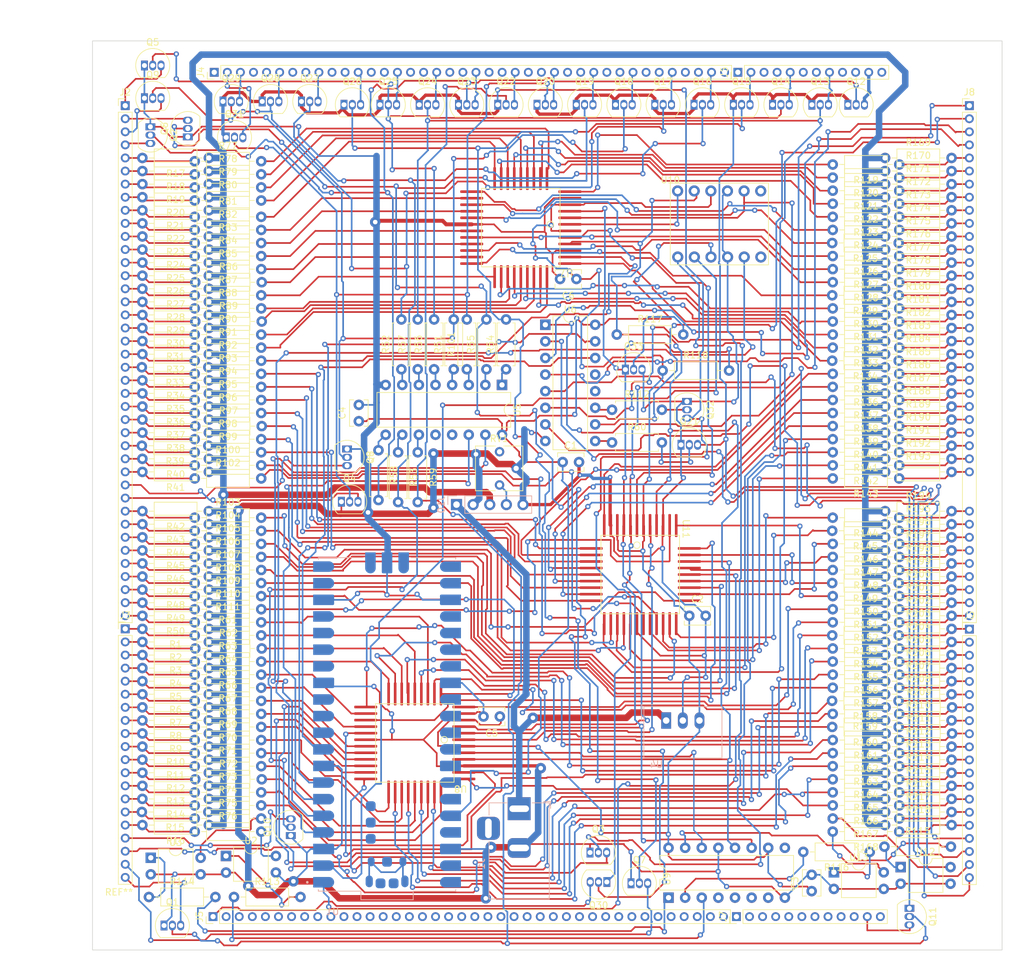
<source format=kicad_pcb>
(kicad_pcb (version 20211014) (generator pcbnew)
  (layers (0 "F.Cu" signal) (31 "B.Cu" signal) (34 "B.Paste" user) (35 "F.Paste" user) (36 "B.SilkS" user "B.Silkscreen") (37 "F.SilkS" user "F.Silkscreen") (38 "B.Mask" user) (39 "F.Mask" user) (44 "Edge.Cuts" user))
  (net 0 "")
  (net 1 "Net-(Q4-Pad3)")
  (net 2 "Net-(Q8-Pad3)")
  (net 3 "Net-(Q31-Pad3)")
  (net 6 "Net-(Q29-Pad3)")
  (net 7 "Net-(Q28-Pad3)")
  (net 8 "Net-(Q27-Pad3)")
  (net 9 "Net-(Q26-Pad3)")
  (net 10 "Net-(Q25-Pad3)")
  (net 11 "Net-(Q24-Pad3)")
  (net 12 "Net-(Q23-Pad3)")
  (net 13 "Net-(Q22-Pad3)")
  (net 14 "Net-(Q20-Pad3)")
  (net 15 "Net-(Q19-Pad3)")
  (net 16 "Net-(Q18-Pad3)")
  (net 17 "Net-(Q17-Pad3)")
  (net 18 "Net-(Q16-Pad3)")
  (net 19 "Net-(Q15-Pad3)")
  (net 20 "Net-(Q14-Pad3)")
  (net 21 "Net-(Q13-Pad3)")
  (net 22 "Net-(Q12-Pad3)")
  (net 23 "Net-(Q33-Pad1)")
  (net 24 "Net-(Q33-Pad2)")
  (net 25 "Net-(R113-Pad1)")
  (net 26 "Net-(R113-Pad2)")
  (net 27 "Net-(R114-Pad1)")
  (net 28 "Net-(R114-Pad2)")
  (net 29 "Net-(R69-Pad2)")
  (net 30 "Net-(R81-Pad2)")
  (net 31 "Net-(R86-Pad2)")
  (net 32 "Net-(R115-Pad1)")
  (net 33 "Net-(R115-Pad2)")
  (net 34 "Net-(R116-Pad1)")
  (net 35 "Net-(R116-Pad2)")
  (net 36 "Net-(R117-Pad1)")
  (net 37 "Net-(R119-Pad2)")
  (net 38 "Net-(R120-Pad2)")
  (net 39 "Net-(R121-Pad2)")
  (net 40 "Net-(R122-Pad2)")
  (net 41 "Net-(R123-Pad2)")
  (net 42 "Net-(R124-Pad2)")
  (net 43 "Net-(R125-Pad2)")
  (net 44 "Net-(R126-Pad2)")
  (net 45 "Net-(R127-Pad2)")
  (net 46 "Net-(R128-Pad2)")
  (net 47 "Net-(R129-Pad2)")
  (net 48 "Net-(R130-Pad2)")
  (net 49 "Net-(R131-Pad2)")
  (net 50 "Net-(R132-Pad2)")
  (net 51 "Net-(R133-Pad2)")
  (net 52 "Net-(R134-Pad2)")
  (net 53 "Net-(R135-Pad2)")
  (net 54 "Net-(R136-Pad2)")
  (net 55 "Net-(R137-Pad2)")
  (net 56 "Net-(R138-Pad2)")
  (net 57 "Net-(R64-Pad2)")
  (net 145 "+3V3")
  (net 146 "GND")
  (net 147 "Net-(J1-Pad1)")
  (net 148 "Net-(J2-Pad1)")
  (net 149 "Net-(J2-Pad2)")
  (net 150 "Net-(J2-Pad3)")
  (net 151 "Net-(J2-Pad4)")
  (net 152 "Net-(J2-Pad5)")
  (net 153 "Net-(J2-Pad6)")
  (net 154 "Net-(J2-Pad7)")
  (net 155 "Net-(J2-Pad8)")
  (net 156 "Net-(J2-Pad9)")
  (net 157 "Net-(J2-Pad10)")
  (net 158 "Net-(J2-Pad11)")
  (net 159 "Net-(J2-Pad12)")
  (net 160 "Net-(J2-Pad13)")
  (net 161 "Net-(J2-Pad14)")
  (net 162 "Net-(J2-Pad15)")
  (net 163 "Net-(J2-Pad16)")
  (net 164 "Net-(J2-Pad17)")
  (net 165 "Net-(J2-Pad18)")
  (net 166 "Net-(J2-Pad19)")
  (net 167 "Net-(J2-Pad20)")
  (net 168 "Net-(J2-Pad21)")
  (net 169 "Net-(J2-Pad22)")
  (net 170 "Net-(J2-Pad23)")
  (net 171 "Net-(J2-Pad24)")
  (net 172 "Net-(J2-Pad25)")
  (net 173 "Net-(J2-Pad26)")
  (net 174 "Net-(J2-Pad27)")
  (net 175 "Net-(J2-Pad28)")
  (net 176 "Net-(J2-Pad29)")
  (net 177 "Net-(R139-Pad2)")
  (net 178 "Net-(R140-Pad2)")
  (net 179 "Net-(J2-Pad32)")
  (net 180 "Net-(J2-Pad33)")
  (net 181 "Net-(J2-Pad34)")
  (net 182 "Net-(J2-Pad35)")
  (net 183 "Net-(J2-Pad36)")
  (net 184 "Net-(J2-Pad37)")
  (net 185 "Net-(J2-Pad38)")
  (net 186 "Net-(J2-Pad39)")
  (net 187 "Net-(J2-Pad40)")
  (net 188 "Net-(J3-Pad1)")
  (net 189 "Net-(J3-Pad2)")
  (net 190 "Net-(J3-Pad3)")
  (net 191 "Net-(J3-Pad4)")
  (net 192 "Net-(J3-Pad5)")
  (net 193 "Net-(J3-Pad6)")
  (net 194 "Net-(J3-Pad7)")
  (net 195 "Net-(J3-Pad8)")
  (net 196 "Net-(J3-Pad9)")
  (net 197 "Net-(J3-Pad10)")
  (net 198 "Net-(J3-Pad11)")
  (net 199 "Net-(J3-Pad12)")
  (net 200 "Net-(J3-Pad13)")
  (net 201 "Net-(J3-Pad14)")
  (net 202 "Net-(J3-Pad15)")
  (net 203 "Net-(J3-Pad16)")
  (net 204 "Net-(J3-Pad17)")
  (net 205 "Net-(J3-Pad18)")
  (net 206 "Net-(J3-Pad19)")
  (net 207 "Net-(J3-Pad20)")
  (net 208 "Net-(R141-Pad2)")
  (net 209 "Net-(R142-Pad2)")
  (net 210 "Net-(R143-Pad2)")
  (net 211 "Net-(R144-Pad2)")
  (net 212 "Net-(R145-Pad2)")
  (net 213 "Net-(R146-Pad2)")
  (net 214 "Net-(R147-Pad2)")
  (net 215 "Net-(R148-Pad2)")
  (net 216 "Net-(R149-Pad2)")
  (net 217 "Net-(R150-Pad2)")
  (net 218 "Net-(R151-Pad2)")
  (net 219 "Net-(R152-Pad2)")
  (net 220 "Net-(R153-Pad2)")
  (net 221 "Net-(R154-Pad2)")
  (net 222 "Net-(J5-Pad1)")
  (net 223 "Net-(R155-Pad2)")
  (net 224 "Net-(R156-Pad2)")
  (net 225 "Net-(R157-Pad2)")
  (net 226 "Net-(R158-Pad2)")
  (net 227 "Net-(J7-Pad11)")
  (net 228 "Net-(J8-Pad1)")
  (net 229 "Net-(J8-Pad2)")
  (net 230 "Net-(J8-Pad3)")
  (net 231 "Net-(J8-Pad4)")
  (net 232 "Net-(J8-Pad5)")
  (net 233 "Net-(J8-Pad6)")
  (net 234 "Net-(J8-Pad7)")
  (net 235 "Net-(J8-Pad8)")
  (net 236 "Net-(J8-Pad9)")
  (net 237 "Net-(J8-Pad10)")
  (net 238 "Net-(J8-Pad11)")
  (net 239 "Net-(J8-Pad12)")
  (net 240 "Net-(J8-Pad13)")
  (net 241 "Net-(J8-Pad14)")
  (net 242 "Net-(J8-Pad15)")
  (net 243 "Net-(J8-Pad16)")
  (net 244 "Net-(J8-Pad17)")
  (net 245 "Net-(J8-Pad18)")
  (net 246 "Net-(J8-Pad19)")
  (net 247 "Net-(J8-Pad20)")
  (net 248 "Net-(J8-Pad21)")
  (net 249 "Net-(J8-Pad22)")
  (net 250 "Net-(J8-Pad23)")
  (net 251 "Net-(J8-Pad24)")
  (net 252 "Net-(J8-Pad25)")
  (net 253 "Net-(J8-Pad26)")
  (net 254 "Net-(J8-Pad27)")
  (net 255 "Net-(J8-Pad28)")
  (net 256 "Net-(J8-Pad29)")
  (net 257 "Net-(J8-Pad32)")
  (net 258 "Net-(J8-Pad33)")
  (net 259 "Net-(J8-Pad34)")
  (net 260 "Net-(J8-Pad35)")
  (net 261 "Net-(J8-Pad36)")
  (net 262 "Net-(J8-Pad37)")
  (net 263 "Net-(J8-Pad38)")
  (net 264 "Net-(J8-Pad39)")
  (net 265 "Net-(J8-Pad40)")
  (net 266 "Net-(J9-Pad1)")
  (net 267 "Net-(J9-Pad2)")
  (net 268 "Net-(J9-Pad3)")
  (net 269 "Net-(J9-Pad4)")
  (net 270 "Net-(J9-Pad5)")
  (net 271 "Net-(J9-Pad6)")
  (net 272 "Net-(J9-Pad7)")
  (net 273 "Net-(J9-Pad8)")
  (net 274 "Net-(J9-Pad9)")
  (net 275 "Net-(J9-Pad10)")
  (net 276 "Net-(J9-Pad11)")
  (net 277 "Net-(J9-Pad12)")
  (net 278 "Net-(J9-Pad13)")
  (net 279 "Net-(J9-Pad14)")
  (net 280 "Net-(J9-Pad15)")
  (net 281 "Net-(J9-Pad16)")
  (net 282 "Net-(J9-Pad17)")
  (net 283 "Net-(J9-Pad18)")
  (net 284 "Net-(J9-Pad19)")
  (net 285 "Net-(J9-Pad20)")
  (net 286 "Net-(J10-Pad3)")
  (net 287 "Net-(Q1-Pad2)")
  (net 288 "Net-(Q12-Pad2)")
  (net 289 "Net-(Q13-Pad2)")
  (net 290 "Net-(Q20-Pad2)")
  (net 291 "Net-(Q14-Pad2)")
  (net 292 "Net-(Q19-Pad2)")
  (net 293 "Net-(Q15-Pad2)")
  (net 294 "Net-(Q18-Pad2)")
  (net 295 "Net-(Q17-Pad2)")
  (net 296 "Net-(Q10-Pad2)")
  (net 297 "Net-(Q11-Pad1)")
  (net 298 "Net-(Q21-Pad2)")
  (net 299 "Net-(Q22-Pad1)")
  (net 300 "Net-(Q32-Pad2)")
  (net 301 "Net-(R159-Pad2)")
  (net 302 "Net-(R160-Pad2)")
  (net 303 "Net-(R161-Pad2)")
  (net 304 "Net-(R162-Pad2)")
  (net 305 "Net-(R163-Pad2)")
  (net 306 "Net-(R164-Pad2)")
  (net 307 "Net-(R165-Pad2)")
  (net 308 "Net-(R166-Pad2)")
  (net 309 "Net-(R167-Pad2)")
  (net 310 "Net-(R168-Pad2)")
  (net 312 "Net-(U1-Pad1)")
  (net 315 "Net-(U1-Pad2)")
  (net 316 "Net-(U1-Pad4)")
  (net 317 "Net-(U5-Pad14)")
  (net 318 "Net-(U1-Pad7)")
  (net 319 "Net-(U1-Pad9)")
  (net 347 "Net-(R51-Pad1)")
  (net 348 "Net-(R52-Pad1)")
  (net 349 "Net-(R53-Pad1)")
  (net 350 "Net-(R54-Pad1)")
  (net 351 "Net-(R55-Pad1)")
  (net 352 "Net-(R56-Pad1)")
  (net 353 "Net-(R57-Pad1)")
  (net 354 "Net-(R58-Pad1)")
  (net 355 "Net-(R59-Pad1)")
  (net 356 "Net-(R60-Pad1)")
  (net 357 "Net-(R61-Pad2)")
  (net 358 "Net-(R63-Pad2)")
  (net 359 "Net-(R65-Pad2)")
  (net 360 "Net-(R66-Pad2)")
  (net 361 "Net-(R67-Pad2)")
  (net 362 "Net-(R68-Pad2)")
  (net 363 "Net-(R70-Pad2)")
  (net 364 "Net-(R71-Pad2)")
  (net 365 "Net-(R72-Pad2)")
  (net 366 "Net-(R73-Pad2)")
  (net 367 "Net-(R74-Pad2)")
  (net 368 "Net-(R75-Pad2)")
  (net 369 "Net-(R76-Pad2)")
  (net 370 "Net-(R77-Pad2)")
  (net 371 "Net-(R78-Pad2)")
  (net 372 "Net-(R79-Pad2)")
  (net 373 "Net-(R80-Pad2)")
  (net 374 "Net-(R82-Pad2)")
  (net 375 "Net-(R83-Pad2)")
  (net 376 "Net-(R84-Pad2)")
  (net 377 "Net-(R85-Pad2)")
  (net 378 "Net-(R87-Pad2)")
  (net 379 "Net-(R88-Pad2)")
  (net 380 "Net-(R89-Pad2)")
  (net 381 "Net-(R90-Pad2)")
  (net 382 "Net-(R91-Pad2)")
  (net 383 "Net-(R92-Pad2)")
  (net 384 "Net-(R93-Pad2)")
  (net 385 "Net-(R94-Pad2)")
  (net 386 "Net-(R95-Pad2)")
  (net 387 "Net-(R96-Pad2)")
  (net 388 "Net-(R97-Pad2)")
  (net 389 "Net-(R98-Pad2)")
  (net 390 "Net-(R99-Pad2)")
  (net 391 "Net-(R100-Pad2)")
  (net 392 "Net-(R101-Pad1)")
  (net 393 "Net-(R102-Pad2)")
  (net 394 "Net-(R103-Pad2)")
  (net 395 "Net-(R104-Pad2)")
  (net 396 "Net-(R105-Pad2)")
  (net 397 "Net-(R106-Pad2)")
  (net 398 "Net-(R107-Pad2)")
  (net 399 "Net-(R108-Pad2)")
  (net 400 "Net-(R109-Pad2)")
  (net 401 "Net-(R110-Pad2)")
  (net 402 "Net-(R111-Pad2)")
  (net 403 "Net-(R62-Pad2)")
  (net 404 "Net-(R112-Pad1)")
  (net 405 "+5V")
  (net 412 "Net-(U1-PadA)")
  (net 413 "Net-(U10-Pad12)")
  (net 414 "Net-(J10-Pad4)")
  (net 415 "/clk")
  (net 416 "Net-(U11-Pad1)")
  (net 417 "Net-(U11-Pad41)")
  (net 418 "Net-(U8-Pad41)")
  (net 426 "Net-(U5-Pad15)")
  (footprint "" (layer "F.Cu") (at 221.3 26.51)
    (fp_text reference "")
    (fp_text value "")
  )
  (footprint "Package_DIP:DIP-16_W7.62mm" (layer "F.Cu") (at 148.875 75.2 -90)
    (fp_text reference "U5")
    (fp_text value "CD4017BE")
  )
  (footprint "Resistor_THT:R_Axial_DIN0207_L6.3mm_D2.5mm_P10.16mm_Horizontal" (layer "F.Cu") (at 104.08 106.5 180)
    (fp_text reference "R48")
    (fp_text value "390k")
  )
  (footprint "Resistor_THT:R_Axial_DIN0207_L6.3mm_D2.5mm_P10.16mm_Horizontal" (layer "F.Cu") (at 207.42 96.5)
    (fp_text reference "R195")
    (fp_text value "390k")
  )
  (footprint "Package_TO_SOT_THT:TO-92_Inline" (layer "F.Cu") (at 95.14 35.73 -90)
    (fp_text reference "Q2")
    (fp_text value "MPSA42")
  )
  (footprint "Resistor_THT:R_Axial_DIN0207_L6.3mm_D2.5mm_P10.16mm_Horizontal" (layer "F.Cu") (at 207.42 56.5)
    (fp_text reference "R177")
    (fp_text value "390k")
  )
  (footprint "Resistor_THT:R_Axial_DIN0207_L6.3mm_D2.5mm_P10.16mm_Horizontal" (layer "F.Cu") (at 104.08 80.5 180)
    (fp_text reference "R37")
    (fp_text value "390k")
  )
  (footprint "Resistor_THT:R_Axial_DIN0207_L6.3mm_D2.5mm_P10.16mm_Horizontal" (layer "F.Cu") (at 209.5 105.5 180)
    (fp_text reference "R149")
    (fp_text value "330k")
  )
  (footprint "Package_TO_SOT_THT:TO-92_Inline" (layer "F.Cu") (at 164.9 151.2 180)
    (fp_text reference "Q30")
    (fp_text value "MPSA42")
  )
  (footprint "Resistor_THT:R_Axial_DIN0207_L6.3mm_D2.5mm_P10.16mm_Horizontal" (layer "F.Cu") (at 104.08 126.5 180)
    (fp_text reference "R8")
    (fp_text value "390k")
  )
  (footprint "Resistor_THT:R_Axial_DIN0207_L6.3mm_D2.5mm_P10.16mm_Horizontal" (layer "F.Cu") (at 104.08 74.5 180)
    (fp_text reference "R34")
    (fp_text value "390k")
  )
  (footprint "Resistor_THT:R_Axial_DIN0207_L6.3mm_D2.5mm_P10.16mm_Horizontal" (layer "F.Cu") (at 207.42 54.5)
    (fp_text reference "R176")
    (fp_text value "390k")
  )
  (footprint "Resistor_THT:R_Axial_DIN0207_L6.3mm_D2.5mm_P10.16mm_Horizontal" (layer "F.Cu") (at 207.42 60.5)
    (fp_text reference "R179")
    (fp_text value "390k")
  )
  (footprint "Connector_PinHeader_2.00mm:PinHeader_1x12_P2.00mm_Vertical" (layer "F.Cu") (at 184.7 156.5 90)
    (fp_text reference "J7")
    (fp_text value "CATHODE ODD 1-39")
  )
  (footprint "Resistor_THT:R_Axial_DIN0207_L6.3mm_D2.5mm_P10.16mm_Horizontal" (layer "F.Cu") (at 207.42 98.5)
    (fp_text reference "R196")
    (fp_text value "390k")
  )
  (footprint "Resistor_THT:R_Axial_DIN0207_L6.3mm_D2.5mm_P10.16mm_Horizontal" (layer "F.Cu") (at 207.32 145.8)
    (fp_text reference "R115")
    (fp_text value "330")
  )
  (footprint "Resistor_THT:R_Axial_DIN0207_L6.3mm_D2.5mm_P7.62mm_Horizontal" (layer "F.Cu") (at 141.5 72.81 90)
    (fp_text reference "R51")
    (fp_text value "R")
  )
  (footprint "Resistor_THT:R_Axial_DIN0207_L6.3mm_D2.5mm_P10.16mm_Horizontal" (layer "F.Cu") (at 209.58 117.5 180)
    (fp_text reference "R155")
    (fp_text value "330k")
  )
  (footprint "Resistor_THT:R_Axial_DIN0207_L6.3mm_D2.5mm_P10.16mm_Horizontal" (layer "F.Cu") (at 104.08 124.5 180)
    (fp_text reference "R7")
    (fp_text value "390k")
  )
  (footprint "Connector_PinHeader_2.00mm:PinHeader_1x12_P2.00mm_Vertical" (layer "F.Cu") (at 184.92 27.4 90)
    (fp_text reference "J6")
    (fp_text value "CATHODE EVEN 2-40")
  )
  (footprint "Capacitor_THT:C_Disc_D3.8mm_W2.6mm_P2.50mm" (layer "F.Cu") (at 127 80.75 90)
    (fp_text reference "C4")
    (fp_text value "C_Small")
  )
  (footprint "Resistor_THT:R_Axial_DIN0207_L6.3mm_D2.5mm_P10.16mm_Horizontal" (layer "F.Cu") (at 101.92 133.5)
    (fp_text reference "R71")
    (fp_text value "330k")
  )
  (footprint "Resistor_THT:R_Axial_DIN0207_L6.3mm_D2.5mm_P10.16mm_Horizontal" (layer "F.Cu") (at 209.58 81.5 180)
    (fp_text reference "R139")
    (fp_text value "330k")
  )
  (footprint "Resistor_THT:R_Axial_DIN0207_L6.3mm_D2.5mm_P10.16mm_Horizontal" (layer "F.Cu") (at 101.92 83.5)
    (fp_text reference "R98")
    (fp_text value "330k")
  )
  (footprint "Resistor_THT:R_Axial_DIN0207_L6.3mm_D2.5mm_P10.16mm_Horizontal" (layer "F.Cu") (at 207.5 128.5)
    (fp_text reference "R211")
    (fp_text value "390k")
  )
  (footprint "Resistor_THT:R_Axial_DIN0207_L6.3mm_D2.5mm_P10.16mm_Horizontal" (layer "F.Cu") (at 207.5 124.5)
    (fp_text reference "R209")
    (fp_text value "390k")
  )
  (footprint "Resistor_THT:R_Axial_DIN0207_L6.3mm_D2.5mm_P10.16mm_Horizontal" (layer "F.Cu") (at 101.92 119.5)
    (fp_text reference "R64")
    (fp_text value "330k")
  )
  (footprint "Resistor_THT:R_Axial_DIN0207_L6.3mm_D2.5mm_P10.16mm_Horizontal" (layer "F.Cu") (at 207.42 52.5)
    (fp_text reference "R175")
    (fp_text value "390k")
  )
  (footprint "Resistor_THT:R_Axial_DIN0207_L6.3mm_D2.5mm_P10.16mm_Horizontal" (layer "F.Cu") (at 101.92 55.5)
    (fp_text reference "R84")
    (fp_text value "330k")
  )
  (footprint "Resistor_THT:R_Axial_DIN0207_L6.3mm_D2.5mm_P7.62mm_Horizontal" (layer "F.Cu") (at 136 85.5 -90)
    (fp_text reference "R59")
    (fp_text value "R")
  )
  (footprint "Resistor_THT:R_Axial_DIN0207_L6.3mm_D2.5mm_P10.16mm_Horizontal" (layer "F.Cu") (at 207.42 102.5)
    (fp_text reference "R198")
    (fp_text value "390k")
  )
  (footprint "Capacitor_THT:C_Disc_D3.8mm_W2.6mm_P2.50mm" (layer "F.Cu") (at 196.2 152.6 90)
    (fp_text reference "C3")
    (fp_text value "C_Small")
  )
  (footprint "Resistor_THT:R_Axial_DIN0207_L6.3mm_D2.5mm_P10.16mm_Horizontal" (layer "F.Cu") (at 209.58 137.5 180)
    (fp_text reference "R165")
    (fp_text value "330k")
  )
  (footprint "Resistor_THT:R_Axial_DIN0207_L6.3mm_D2.5mm_P10.16mm_Horizontal" (layer "F.Cu") (at 207.42 126.5)
    (fp_text reference "R210")
    (fp_text value "390k")
  )
  (footprint "Resistor_THT:R_Axial_DIN0207_L6.3mm_D2.5mm_P10.16mm_Horizontal" (layer "F.Cu") (at 209.58 55.5 180)
    (fp_text reference "R126")
    (fp_text value "330k")
  )
  (footprint "Package_TO_SOT_THT:TO-92_Inline" (layer "F.Cu") (at 190.23 32.36)
    (fp_text reference "Q14")
    (fp_text value "MPSA42")
  )
  (footprint "Resistor_THT:R_Axial_DIN0207_L6.3mm_D2.5mm_P10.16mm_Horizontal" (layer "F.Cu") (at 209.58 65.5 180)
    (fp_text reference "R131")
    (fp_text value "330k")
  )
  (footprint "Resistor_THT:R_Axial_DIN0207_L6.3mm_D2.5mm_P10.16mm_Horizontal" (layer "F.Cu") (at 209.58 135.5 180)
    (fp_text reference "R164")
    (fp_text value "330k")
  )
  (footprint "Package_TO_SOT_THT:TO-92_Inline" (layer "F.Cu") (at 136.23 32.36)
    (fp_text reference "Q24")
    (fp_text value "MPSA42")
  )
  (footprint "Package_TO_SOT_THT:TO-92_Inline" (layer "F.Cu") (at 148.23 32.36)
    (fp_text reference "Q22")
    (fp_text value "MPSA42")
  )
  (footprint "Resistor_THT:R_Axial_DIN0207_L6.3mm_D2.5mm_P10.16mm_Horizontal" (layer "F.Cu") (at 209.5 97.5 180)
    (fp_text reference "R145")
    (fp_text value "330k")
  )
  (footprint "Package_TO_SOT_THT:TO-92_Inline" (layer "F.Cu") (at 100.86 37.27 90)
    (fp_text reference "Q6")
    (fp_text value "MPSA42")
  )
  (footprint "Resistor_THT:R_Axial_DIN0207_L6.3mm_D2.5mm_P10.16mm_Horizontal" (layer "F.Cu") (at 207.42 80.5)
    (fp_text reference "R189")
    (fp_text value "390k")
  )
  (footprint "Connector_PinHeader_2.00mm:PinHeader_1x40_P2.00mm_Vertical" (layer "F.Cu") (at 104.72 156.5 90)
    (fp_text reference "J5")
    (fp_text value "CATHODE ODD 41-99")
  )
  (footprint "Resistor_THT:R_Axial_DIN0207_L6.3mm_D2.5mm_P10.16mm_Horizontal" (layer "F.Cu") (at 102 81.5)
    (fp_text reference "R97")
    (fp_text value "330k")
  )
  (footprint "Connector_PinHeader_2.00mm:PinHeader_1x20_P2.00mm_Vertical" (layer "F.Cu") (at 220.3 112.54)
    (fp_text reference "J9")
    (fp_text value "ANODE - ODD 61-99")
  )
  (footprint "Resistor_THT:R_Axial_DIN0207_L6.3mm_D2.5mm_P10.16mm_Horizontal" (layer "F.Cu") (at 101.92 67.5)
    (fp_text reference "R90")
    (fp_text value "330k")
  )
  (footprint "Resistor_THT:R_Axial_DIN0207_L6.3mm_D2.5mm_P10.16mm_Horizontal" (layer "F.Cu") (at 101.92 131.5)
    (fp_text reference "R70")
    (fp_text value "330k")
  )
  (footprint "Resistor_THT:R_Axial_DIN0207_L6.3mm_D2.5mm_P10.16mm_Horizontal" (layer "F.Cu") (at 207.42 86.5)
    (fp_text reference "R192")
    (fp_text value "390k")
  )
  (footprint "Package_DIP:DIP-16_W7.62mm" (layer "F.Cu") (at 174.325 153.6 90)
    (fp_text reference "U9")
    (fp_text value "74HC595")
  )
  (footprint "Resistor_THT:R_Axial_DIN0207_L6.3mm_D2.5mm_P10.16mm_Horizontal" (layer "F.Cu") (at 101.92 43)
    (fp_text reference "R78")
    (fp_text value "330k")
  )
  (footprint "Resistor_THT:R_Axial_DIN0207_L6.3mm_D2.5mm_P7.62mm_Horizontal" (layer "F.Cu") (at 143.5 72.81 90)
    (fp_text reference "R101")
    (fp_text value "R")
  )
  (footprint "Connector_PinHeader_2.00mm:PinHeader_1x20_P2.00mm_Vertical" (layer "F.Cu") (at 91.3 112.5)
    (fp_text reference "J3")
    (fp_text value "ANODE - EVEN-62-100")
  )
  (footprint "Resistor_THT:R_Axial_DIN0207_L6.3mm_D2.5mm_P10.16mm_Horizontal" (layer "F.Cu") (at 101.92 109.5)
    (fp_text reference "R110")
    (fp_text value "330k")
  )
  (footprint "Resistor_THT:R_Axial_DIN0207_L6.3mm_D2.5mm_P10.16mm_Horizontal" (layer "F.Cu") (at 104.08 112.5 180)
    (fp_text reference "R1")
    (fp_text value "390k")
  )
  (footprint "Resistor_THT:R_Axial_DIN0207_L6.3mm_D2.5mm_P10.16mm_Horizontal" (layer "F.Cu") (at 207.42 58.5)
    (fp_text reference "R178")
    (fp_text value "390k")
  )
  (footprint "Resistor_THT:R_Axial_DIN0207_L6.3mm_D2.5mm_P10.16mm_Horizontal" (layer "F.Cu") (at 207.42 70.5)
    (fp_text reference "R184")
    (fp_text value "390k")
  )
  (footprint "Resistor_THT:R_Axial_DIN0207_L6.3mm_D2.5mm_P10.16mm_Horizontal" (layer "F.Cu") (at 207.42 72.5)
    (fp_text reference "R185")
    (fp_text value "390k")
  )
  (footprint "Resistor_THT:R_Axial_DIN0207_L6.3mm_D2.5mm_P10.16mm_Horizontal" (layer "F.Cu") (at 207.42 48.5)
    (fp_text reference "R173")
    (fp_text value "390k")
  )
  (footprint "Resistor_THT:R_Axial_DIN0207_L6.3mm_D2.5mm_P10.16mm_Horizontal" (layer "F.Cu") (at 101.92 101.5)
    (fp_text reference "R106")
    (fp_text value "330k")
  )
  (footprint "Resistor_THT:R_Axial_DIN0207_L6.3mm_D2.5mm_P10.16mm_Horizontal" (layer "F.Cu") (at 104.08 102.5 180)
    (fp_text reference "R46")
    (fp_text value "390k")
  )
  (footprint "Resistor_THT:R_Axial_DIN0207_L6.3mm_D2.5mm_P10.16mm_Horizontal" (layer "F.Cu") (at 209.58 115.5 180)
    (fp_text reference "R154")
    (fp_text value "330k")
  )
  (footprint "Package_TO_SOT_THT:TO-92_Inline" (layer "F.Cu") (at 154.23 32.36)
    (fp_text reference "Q20")
    (fp_text value "MPSA42")
  )
  (footprint "Resistor_THT:R_Axial_DIN0207_L6.3mm_D2.5mm_P10.16mm_Horizontal" (layer "F.Cu") (at 104 72.5 180)
    (fp_text reference "R33")
    (fp_text value "390k")
  )
  (footprint "Resistor_THT:R_Axial_DIN0207_L6.3mm_D2.5mm_P10.16mm_Horizontal" (layer "F.Cu") (at 101.92 57.5)
    (fp_text reference "R85")
    (fp_text value "330k")
  )
  (footprint "Resistor_THT:R_Axial_DIN0207_L6.3mm_D2.5mm_P10.16mm_Horizontal" (layer "F.Cu") (at 207.42 76.5)
    (fp_text reference "R187")
    (fp_text value "390k")
  )
  (footprint "soviet:YH5504KH01" (layer "F.Cu") (at 176 98.2 -90)
    (fp_text reference "U11")
    (fp_text value "YH5504KH01")
  )
  (footprint "Resistor_THT:R_Axial_DIN0207_L6.3mm_D2.5mm_P10.16mm_Horizontal" (layer "F.Cu") (at 209.58 77.5 180)
    (fp_text reference "R137")
    (fp_text value "330k")
  )
  (footprint "Resistor_THT:R_Axial_DIN0207_L6.3mm_D2.5mm_P10.16mm_Horizontal" (layer "F.Cu") (at 207.42 138.5)
    (fp_text reference "R216")
    (fp_text value "390k")
  )
  (footprint "Capacitor_THT:C_Disc_D3.8mm_W2.6mm_P2.50mm" (layer "F.Cu") (at 158.15 87)
    (fp_text reference "C1")
    (fp_text value "C_Small")
  )
  (footprint "Resistor_THT:R_Axial_DIN0207_L6.3mm_D2.5mm_P10.16mm_Horizontal" (layer "F.Cu") (at 209.58 87.5 180)
    (fp_text reference "R142")
    (fp_text value "330k")
  )
  (footprint "Resistor_THT:R_Axial_DIN0207_L6.3mm_D2.5mm_P10.16mm_Horizontal" (layer "F.Cu") (at 209.58 67.5 180)
    (fp_text reference "R132")
    (fp_text value "330k")
  )
  (footprint "Resistor_THT:R_Axial_DIN0207_L6.3mm_D2.5mm_P10.16mm_Horizontal" (layer "F.Cu") (at 101.92 85.5)
    (fp_text reference "R99")
    (fp_text value "330k")
  )
  (footprint "Resistor_THT:R_Axial_DIN0207_L6.3mm_D2.5mm_P10.16mm_Horizontal" (layer "F.Cu") (at 104 140.5 180)
    (fp_text reference "R15")
    (fp_text value "390k")
  )
  (footprint "Resistor_THT:R_Axial_DIN0207_L6.3mm_D2.5mm_P10.16mm_Horizontal" (layer "F.Cu") (at 101.92 45)
    (fp_text reference "R79")
    (fp_text value "330k")
  )
  (footprint "Resistor_THT:R_Axial_DIN0207_L6.3mm_D2.5mm_P10.16mm_Horizontal" (layer "F.Cu") (at 104.08 136.5 180)
    (fp_text reference "R13")
    (fp_text value "390k")
  )
  (footprint "Resistor_THT:R_Axial_DIN0207_L6.3mm_D2.5mm_P10.16mm_Horizontal" (layer "F.Cu") (at 101.92 73.5)
    (fp_text reference "R93")
    (fp_text value "330k")
  )
  (footprint "Resistor_THT:R_Axial_DIN0207_L6.3mm_D2.5mm_P10.16mm_Horizontal" (layer "F.Cu") (at 207.42 112.5)
    (fp_text reference "R203")
    (fp_text value "390k")
  )
  (footprint "Resistor_THT:R_Axial_DIN0207_L6.3mm_D2.5mm_P10.16mm_Horizontal" (layer "F.Cu") (at 209.58 57.5 180)
    (fp_text reference "R127")
    (fp_text value "330k")
  )
  (footprint "Resistor_THT:R_Axial_DIN0207_L6.3mm_D2.5mm_P10.16mm_Horizontal" (layer "F.Cu") (at 166.42 67.5)
    (fp_text reference "R117")
    (fp_text value "10k")
  )
  (footprint "Resistor_THT:R_Axial_DIN0207_L6.3mm_D2.5mm_P10.16mm_Horizontal" (layer "F.Cu") (at 209.5 53.5 180)
    (fp_text reference "R125")
    (fp_text value "330k")
  )
  (footprint "Resistor_THT:R_Axial_DIN0207_L6.3mm_D2.5mm_P10.16mm_Horizontal" (layer "F.Cu") (at 207.42 88.5)
    (fp_text reference "R193")
    (fp_text value "390k")
  )
  (footprint "Resistor_THT:R_Axial_DIN0207_L6.3mm_D2.5mm_P10.16mm_Horizontal" (layer "F.Cu") (at 101.92 107.5)
    (fp_text reference "R109")
    (fp_text value "330k")
  )
  (footprint "Resistor_THT:R_Axial_DIN0207_L6.3mm_D2.5mm_P10.16mm_Horizontal" (layer "F.Cu") (at 209.58 101.5 180)
    (fp_text reference "R147")
    (fp_text value "330k")
  )
  (footprint "Resistor_THT:R_Axial_DIN0207_L6.3mm_D2.5mm_P10.16mm_Horizontal" (layer "F.Cu") (at 101.92 47)
    (fp_text reference "R80")
    (fp_text value "330k")
  )
  (footprint "Resistor_THT:R_Axial_DIN0207_L6.3mm_D2.5mm_P10.16mm_Horizontal" (layer "F.Cu") (at 207.42 84.5)
    (fp_text reference "R191")
    (fp_text value "390k")
  )
  (footprint "Resistor_THT:R_Axial_DIN0207_L6.3mm_D2.5mm_P10.16mm_Horizontal" (layer "F.Cu") (at 102 115.5)
    (fp_text reference "R62")
    (fp_text value "330k")
  )
  (footprint "Package_TO_SOT_THT:TO-92_Inline" (layer "F.Cu") (at 172.23 32.36)
    (fp_text reference "Q17")
    (fp_text value "MPSA42")
  )
  (footprint "Resistor_THT:R_Axial_DIN0207_L6.3mm_D2.5mm_P10.16mm_Horizontal" (layer "F.Cu") (at 209.5 127.5 180)
    (fp_text reference "R160")
    (fp_text value "330k")
  )
  (footprint "Resistor_THT:R_Axial_DIN0207_L6.3mm_D2.5mm_P10.16mm_Horizontal" (layer "F.Cu") (at 101.92 97.5)
    (fp_text reference "R104")
    (fp_text value "330k")
  )
  (footprint "Resistor_THT:R_Axial_DIN0207_L6.3mm_D2.5mm_P10.16mm_Horizontal" (layer "F.Cu") (at 101.92 99.5)
    (fp_text reference "R105")
    (fp_text value "330k")
  )
  (footprint "Resistor_THT:R_Axial_DIN0207_L6.3mm_D2.5mm_P10.16mm_Horizontal" (layer "F.Cu") (at 104.08 120.5 180)
    (fp_text reference "R5")
    (fp_text value "390k")
  )
  (footprint "Resistor_THT:R_Axial_DIN0207_L6.3mm_D2.5mm_P10.16mm_Horizontal" (layer "F.Cu") (at 209.58 95.5 180)
    (fp_text reference "R144")
    (fp_text value "330k")
  )
  (footprint "Resistor_THT:R_Axial_DIN0207_L6.3mm_D2.5mm_P7.62mm_Horizontal" (layer "F.Cu") (at 146.5 72.81 90)
    (fp_text reference "R55")
    (fp_text value "R")
  )
  (footprint "Package_DIP:DIP-4_W7.62mm" (layer "F.Cu") (at 95.2 147.5)
    (fp_text reference "U3")
    (fp_text value "TLP627")
  )
  (footprint "Resistor_THT:R_Axial_DIN0207_L6.3mm_D2.5mm_P10.16mm_Horizontal" (layer "F.Cu") (at 101.92 41)
    (fp_text reference "R77")
    (fp_text value "330k")
  )
  (footprint "Package_TO_SOT_THT:TO-92_Inline" (layer "F.Cu") (at 177.14 77.73 -90)
    (fp_text reference "Q32")
    (fp_text value "MPSA42")
  )
  (footprint "Resistor_THT:R_Axial_DIN0207_L6.3mm_D2.5mm_P10.16mm_Horizontal" (layer "F.Cu") (at 209.58 75.5 180)
    (fp_text reference "R136")
    (fp_text value "330k")
  )
  (footprint "Resistor_THT:R_Axial_DIN0207_L6.3mm_D2.5mm_P7.62mm_Horizontal" (layer "F.Cu") (at 138.5 72.81 90)
    (fp_text reference "R56")
    (fp_text value "R")
  )
  (footprint "Resistor_THT:R_Axial_DIN0207_L6.3mm_D2.5mm_P10.16mm_Horizontal" (layer "F.Cu") (at 209.5 61.5 180)
    (fp_text reference "R129")
    (fp_text value "330k")
  )
  (footprint "Resistor_THT:R_Axial_DIN0207_L6.3mm_D2.5mm_P10.16mm_Horizontal" (layer "F.Cu") (at 104.08 98.5 180)
    (fp_text reference "R44")
    (fp_text value "390k")
  )
  (footprint "Resistor_THT:R_Axial_DIN0207_L6.3mm_D2.5mm_P10.16mm_Horizontal" (layer "F.Cu") (at 104.08 104.5 180)
    (fp_text reference "R47")
    (fp_text value "390k")
  )
  (footprint "Resistor_THT:R_Axial_DIN0207_L6.3mm_D2.5mm_P10.16mm_Horizontal" (layer "F.Cu") (at 209.58 63.5 180)
    (fp_text reference "R130")
    (fp_text value "330k")
  )
  (footprint "Resistor_THT:R_Axial_DIN0207_L6.3mm_D2.5mm_P10.16mm_Horizontal" (layer "F.Cu") (at 205.08 146.6 180)
    (fp_text reference "R116")
    (fp_text value "330")
  )
  (footprint "Resistor_THT:R_Axial_DIN0207_L6.3mm_D2.5mm_P10.16mm_Horizontal" (layer "F.Cu") (at 104.08 138.5 180)
    (fp_text reference "R14")
    (fp_text value "390k")
  )
  (footprint "Resistor_THT:R_Axial_DIN0207_L6.3mm_D2.5mm_P10.16mm_Horizontal" (layer "F.Cu") (at 104.08 110.5 180)
    (fp_text reference "R50")
    (fp_text value "390k")
  )
  (footprint "" (layer "F.Cu") (at 221.34 157.53)
    (fp_text reference "")
    (fp_text value "")
  )
  (footprint "Connector_PinHeader_2.00mm:PinHeader_1x40_P2.00mm_Vertical" (layer "F.Cu") (at 220.3 32.5)
    (fp_text reference "J8")
    (fp_text value "ANODE - ODD 1-59")
  )
  (footprint "Resistor_THT:R_Axial_DIN0207_L6.3mm_D2.5mm_P10.16mm_Horizontal" (layer "F.Cu") (at 209.58 73.5 180)
    (fp_text reference "R135")
    (fp_text value "330k")
  )
  (footprint "Resistor_THT:R_Axial_DIN0207_L6.3mm_D2.5mm_P10.16mm_Horizontal" (layer "F.Cu") (at 209.58 107.5 180)
    (fp_text reference "R150")
    (fp_text value "330k")
  )
  (footprint "Resistor_THT:R_Axial_DIN0207_L6.3mm_D2.5mm_P10.16mm_Horizontal" (layer "F.Cu") (at 207.42 78.5)
    (fp_text reference "R188")
    (fp_text value "390k")
  )
  (footprint "Resistor_THT:R_Axial_DIN0207_L6.3mm_D2.5mm_P10.16mm_Horizontal" (layer "F.Cu") (at 207.42 64.5)
    (fp_text reference "R181")
    (fp_text value "390k")
  )
  (footprint "Resistor_THT:R_Axial_DIN0207_L6.3mm_D2.5mm_P10.16mm_Horizontal" (layer "F.Cu") (at 104.08 118.5 180)
    (fp_text reference "R4")
    (fp_text value "390k")
  )
  (footprint "Package_TO_SOT_THT:TO-92_Inline" (layer "F.Cu") (at 201.73 32.36)
    (fp_text reference "Q12")
    (fp_text value "MPSA42")
  )
  (footprint "Resistor_THT:R_Axial_DIN0207_L6.3mm_D2.5mm_P10.16mm_Horizontal" (layer "F.Cu") (at 101.92 61.5)
    (fp_text reference "R87")
    (fp_text value "330k")
  )
  (footprint "Resistor_THT:R_Axial_DIN0207_L6.3mm_D2.5mm_P10.16mm_Horizontal" (layer "F.Cu") (at 207.42 140.5)
    (fp_text reference "R217")
    (fp_text value "390k")
  )
  (footprint "Resistor_THT:R_Axial_DIN0207_L6.3mm_D2.5mm_P10.16mm_Horizontal" (layer "F.Cu") (at 104.08 122.5 180)
    (fp_text reference "R6")
    (fp_text value "390k")
  )
  (footprint "Resistor_THT:R_Axial_DIN0207_L6.3mm_D2.5mm_P10.16mm_Horizontal" (layer "F.Cu") (at 101.92 127.5)
    (fp_text reference "R68")
    (fp_text value "330k")
  )
  (footprint "Package_TO_SOT_THT:TO-92_Inline" (layer "F.Cu") (at 125.2 85 -90)
    (fp_text reference "Q8")
    (fp_text value "MPSA42")
  )
  (footprint "Resistor_THT:R_Axial_DIN0207_L6.3mm_D2.5mm_P10.16mm_Horizontal" (layer "F.Cu") (at 101.92 143.5)
    (fp_text reference "R76")
    (fp_text value "330k")
  )
  (footprint "Resistor_THT:R_Axial_DIN0207_L6.3mm_D2.5mm_P10.16mm_Horizontal" (layer "F.Cu") (at 101.92 129.5)
    (fp_text reference "R69")
    (fp_text value "330k")
  )
  (footprint "Package_TO_SOT_THT:TO-92_Inline" (layer "F.Cu") (at 124.33 93.06)
    (fp_text reference "Q4")
    (fp_text value "MPSA42")
  )
  (footprint "Resistor_THT:R_Axial_DIN0207_L6.3mm_D2.5mm_P10.16mm_Horizontal" (layer "F.Cu") (at 207.42 50.5)
    (fp_text reference "R174")
    (fp_text value "390k")
  )
  (footprint "Resistor_THT:R_Axial_DIN0207_L6.3mm_D2.5mm_P10.16mm_Horizontal" (layer "F.Cu") (at 209.58 111.5 180)
    (fp_text reference "R152")
    (fp_text value "330k")
  )
  (footprint "Potentiometer_THT:Potentiometer_Vishay_T73YP_Vertical" (layer "F.Cu") (at 148.5 90.5)
    (fp_text reference "RV1")
    (fp_text value "R_Potentiometer")
  )
  (footprint "Resistor_THT:R_Axial_DIN0207_L6.3mm_D2.5mm_P10.16mm_Horizontal" (layer "F.Cu") (at 209.58 103.5 180)
    (fp_text reference "R148")
    (fp_text value "330k")
  )
  (footprint "Resistor_THT:R_Axial_DIN0207_L6.3mm_D2.5mm_P10.16mm_Horizontal" (layer "F.Cu") (at 102 65.5)
    (fp_text reference "R89")
    (fp_text value "330k")
  )
  (footprint "Package_TO_SOT_THT:TO-92_Inline" (layer "F.Cu") (at 160.23 32.36)
    (fp_text reference "Q19")
    (fp_text value "MPSA42")
  )
  (footprint "Resistor_THT:R_Axial_DIN0207_L6.3mm_D2.5mm_P10.16mm_Horizontal" (layer "F.Cu") (at 207.42 62.5)
    (fp_text reference "R180")
    (fp_text value "390k")
  )
  (footprint "Resistor_THT:R_Axial_DIN0207_L6.3mm_D2.5mm_P10.16mm_Horizontal" (layer "F.Cu") (at 207.42 108.5)
    (fp_text reference "R201")
    (fp_text value "390k")
  )
  (footprint "Resistor_THT:R_Axial_DIN0207_L6.3mm_D2.5mm_P7.62mm_Horizontal" (layer "F.Cu") (at 165.69 79)
    (fp_text reference "R112")
    (fp_text value "R")
  )
  (footprint "Resistor_THT:R_Axial_DIN0207_L6.3mm_D2.5mm_P10.16mm_Horizontal" (layer "F.Cu") (at 101.92 53.5)
    (fp_text reference "R83")
    (fp_text value "330k")
  )
  (footprint "Resistor_THT:R_Axial_DIN0207_L6.3mm_D2.5mm_P10.16mm_Horizontal" (layer "F.Cu") (at 104 84.5 180)
    (fp_text reference "R39")
    (fp_text value "390k")
  )
  (footprint "Resistor_THT:R_Axial_DIN0207_L6.3mm_D2.5mm_P10.16mm_Horizontal" (layer "F.Cu") (at 207.42 114.5)
    (fp_text reference "R204")
    (fp_text value "390k")
  )
  (footprint "Resistor_THT:R_Axial_DIN0207_L6.3mm_D2.5mm_P10.16mm_Horizontal" (layer "F.Cu") (at 207.42 46.5)
    (fp_text reference "R172")
    (fp_text value "390k")
  )
  (footprint "Resistor_THT:R_Axial_DIN0207_L6.3mm_D2.5mm_P10.16mm_Horizontal" (layer "F.Cu") (at 209.58 43.5 180)
    (fp_text reference "R120")
    (fp_text value "330k")
  )
  (footprint "Resistor_THT:R_Axial_DIN0207_L6.3mm_D2.5mm_P10.16mm_Horizontal" (layer "F.Cu") (at 102 59.5)
    (fp_text reference "R86")
    (fp_text value "330k")
  )
  (footprint "Resistor_THT:R_Axial_DIN0207_L6.3mm_D2.5mm_P10.16mm_Horizontal" (layer "F.Cu") (at 104.08 66.5 180)
    (fp_text reference "R30")
    (fp_text value "390k")
  )
  (footprint "Resistor_THT:R_Axial_DIN0207_L6.3mm_D2.5mm_P10.16mm_Horizontal" (layer "F.Cu") (at 209.58 141.5 180)
    (fp_text reference "R167")
    (fp_text value "330k")
  )
  (footprint "Connector_PinHeader_2.00mm:PinHeader_1x40_P2.00mm_Vertical" (layer "F.Cu") (at 104.9 27.4 90)
    (fp_text reference "J4")
    (fp_text value "CATHODE - EVEN - 42-100")
  )
  (footprint "Resistor_THT:R_Axial_DIN0207_L6.3mm_D2.5mm_P10.16mm_Horizontal" (layer "F.Cu") (at 209.5 71.5 180)
    (fp_text reference "R134")
    (fp_text value "330k")
  )
  (footprint "Package_DIP:DIP-4_W7.62mm" (layer "F.Cu") (at 106.7 147.225)
    (fp_text reference "U2")
    (fp_text value "TLP627")
  )
  (footprint "Resistor_THT:R_Axial_DIN0207_L6.3mm_D2.5mm_P10.16mm_Horizontal" (layer "F.Cu") (at 207.42 132.5)
    (fp_text reference "R213")
    (fp_text value "390k")
  )
  (footprint "Package_DIP:DIP-4_W7.62mm" (layer "F.Cu") (at 209.8 148.925)
    (fp_text reference "U12")
    (fp_text value "TLP627")
  )
  (footprint "Resistor_THT:R_Axial_DIN0207_L6.3mm_D2.5mm_P10.16mm_Horizontal" (layer "F.Cu") (at 104.08 116.5 180)
    (fp_text reference "R3")
    (fp_text value "390k")
  )
  (footprint "Resistor_THT:R_Axial_DIN0207_L6.3mm_D2.5mm_P10.16mm_Horizontal" (layer "F.Cu") (at 104.08 114.5 180)
    (fp_text reference "R2")
    (fp_text value "390k")
  )
  (footprint "soviet:YH5504KH01" (layer "F.Cu") (at 141.55 135.95 180)
    (fp_text reference "U8")
    (fp_text value "YH5504KH01")
  )
  (footprint "Resistor_THT:R_Axial_DIN0207_L6.3mm_D2.5mm_P10.16mm_Horizontal" (layer "F.Cu") (at 101.92 49.5)
    (fp_text reference "R81")
    (fp_text value "330k")
  )
  (footprint "Resistor_THT:R_Axial_DIN0207_L6.3mm_D2.5mm_P10.16mm_Horizontal" (layer "F.Cu") (at 207.42 42.5)
    (fp_text reference "R170")
    (fp_text value "390k")
  )
  (footprint "Resistor_THT:R_Axial_DIN0207_L6.3mm_D2.5mm_P10.16mm_Horizontal" (layer "F.Cu") (at 104.08 134.5 180)
    (fp_text reference "R12")
    (fp_text value "390k")
  )
  (footprint "Resistor_THT:R_Axial_DIN0207_L6.3mm_D2.5mm_P7.62mm_Horizontal" (layer "F.Cu") (at 136 72.81 90)
    (fp_text reference "R57")
    (fp_text value "R")
  )
  (footprint "Resistor_THT:R_Axial_DIN0207_L6.3mm_D2.5mm_P10.16mm_Horizontal" (layer "F.Cu") (at 104.08 76.5 180)
    (fp_text reference "R35")
    (fp_text value "390k")
  )
  (footprint "Resistor_THT:R_Axial_DIN0207_L6.3mm_D2.5mm_P10.16mm_Horizontal" (layer "F.Cu") (at 101.92 113.5)
    (fp_text reference "R61")
    (fp_text value "330k")
  )
  (footprint "Resistor_THT:R_Axial_DIN0207_L6.3mm_D2.5mm_P10.16mm_Horizontal" (layer "F.Cu") (at 209.58 133.5 180)
    (fp_text reference "R163")
    (fp_text value "330k")
  )
  (footprint "Package_TO_SOT_THT:TO-92_Inline" (layer "F.Cu") (at 168.6 151.4)
    (fp_text reference "Q7")
    (fp_text value "MPSA42")
  )
  (footprint "Package_TO_SOT_THT:TO-92_Inline" (layer "F.Cu") (at 196.23 32.36)
    (fp_text reference "Q13")
    (fp_text value "MPSA42")
  )
  (footprint "Package_TO_SOT_THT:TO-92_Inline" (layer "F.Cu") (at 178.23 32.36)
    (fp_text reference "Q16")
    (fp_text value "MPSA42")
  )
  (footprint "Resistor_THT:R_Axial_DIN0207_L6.3mm_D2.5mm_P10.16mm_Horizontal" (layer "F.Cu") (at 104.08 108.5 180)
    (fp_text reference "R49")
    (fp_text value "390k")
  )
  (footprint "Resistor_THT:R_Axial_DIN0207_L6.3mm_D2.5mm_P10.16mm_Horizontal" (layer "F.Cu") (at 104.08 68.5 180)
    (fp_text reference "R31")
    (fp_text value "390k")
  )
  (footprint "Resistor_THT:R_Axial_DIN0207_L6.3mm_D2.5mm_P10.16mm_Horizontal" (layer "F.Cu") (at 101.92 105.5)
    (fp_text reference "R108")
    (fp_text value "330k")
  )
  (footprint "Capacitor_THT:C_Disc_D3.8mm_W2.6mm_P2.50mm" (layer "F.Cu") (at 177.5 110.5)
    (fp_text reference "C2")
    (fp_text value "C_Small")
  )
  (footprint "Package_TO_SOT_THT:TO-92_Inline" (layer "F.Cu") (at 162.33 146.7)
    (fp_text reference "Q3")
    (fp_text value "MPSA42")
  )
  (footprint "Resistor_THT:R_Axial_DIN0207_L6.3mm_D2.5mm_P10.16mm_Horizontal" (layer "F.Cu") (at 104.08 54.5 180)
    (fp_text reference "R24")
    (fp_text value "390k")
  )
  (footprint "Resistor_THT:R_Axial_DIN0207_L6.3mm_D2.5mm_P10.16mm_Horizontal" (layer "F.Cu") (at 101.92 117.5)
    (fp_text reference "R63")
    (fp_text value "330k")
  )
  (footprint "Resistor_THT:R_Axial_DIN0207_L6.3mm_D2.5mm_P7.62mm_Horizontal" (layer "F.Cu") (at 133.5 72.81 90)
    (fp_text reference "R52")
    (fp_text value "R")
  )
  (footprint "Resistor_THT:R_Axial_DIN0207_L6.3mm_D2.5mm_P10.16mm_Horizontal" (layer "F.Cu") (at 207.42 106.5)
    (fp_text reference "R200")
    (fp_text value "390k")
  )
  (footprint "Resistor_THT:R_Axial_DIN0207_L6.3mm_D2.5mm_P10.16mm_Horizontal" (layer "F.Cu") (at 209.58 139.5 180)
    (fp_text reference "R166")
    (fp_text value "330k")
  )
  (footprint "Resistor_THT:R_Axial_DIN0207_L6.3mm_D2.5mm_P7.62mm_Horizontal" (layer "F.Cu") (at 130 85.19 -90)
    (fp_text reference "R58")
    (fp_text value "R")
  )
  (footprint "soviet:YH5504KH01" (layer "F.Cu") (at 157.75 57.15 180)
    (fp_text reference "U7")
    (fp_text value "YH5504KH01")
  )
  (footprint "Package_TO_SOT_THT:TO-92_Inline" (layer "F.Cu") (at 142.23 32.36)
    (fp_text reference "Q23")
    (fp_text value "MPSA42")
  )
  (footprint "Resistor_THT:R_Axial_DIN0207_L6.3mm_D2.5mm_P10.16mm_Horizontal" (layer "F.Cu") (at 209.58 125.5 180)
    (fp_text reference "R159")
    (fp_text value "330k")
  )
  (footprint "Resistor_THT:R_Axial_DIN0207_L6.3mm_D2.5mm_P7.62mm_Horizontal" (layer "F.Cu") (at 165.69 84)
    (fp_text reference "R60")
    (fp_text value "R")
  )
  (footprint "Resistor_THT:R_Axial_DIN0207_L6.3mm_D2.5mm_P10.16mm_Horizontal" (layer "F.Cu") (at 104.08 62.5 180)
    (fp_text reference "R28")
    (fp_text value "390k")
  )
  (footprint "Package_DIP:DIP-4_W7.62mm" (layer "F.Cu") (at 199.6 149.725)
    (fp_text reference "U13")
    (fp_text value "TLP627")
  )
  (footprint "Resistor_THT:R_Axial_DIN0207_L6.3mm_D2.5mm_P10.16mm_Horizontal" (layer "F.Cu") (at 209.5 113.5 180)
    (fp_text reference "R153")
    (fp_text value "330k")
  )
  (footprint "Package_TO_SOT_THT:TO-92_Inline" (layer "F.Cu") (at 184.23 32.36)
    (fp_text reference "Q15")
    (fp_text value "MPSA42")
  )
  (footprint "Resistor_THT:R_Axial_DIN0207_L6.3mm_D2.5mm_P10.16mm_Horizontal" (layer "F.Cu") (at 209.58 99.5 180)
    (fp_text reference "R146")
    (fp_text value "330k")
  )
  (footprint "Resistor_THT:R_Axial_DIN0207_L6.3mm_D2.5mm_P10.16mm_Horizontal" (layer "F.Cu") (at 207.42 44.5)
    (fp_text reference "R171")
    (fp_text value "390k")
  )
  (footprint "Resistor_THT:R_Axial_DIN0207_L6.3mm_D2.5mm_P10.16mm_Horizontal" (layer "F.Cu") (at 207.42 120.5)
    (fp_text reference "R207")
    (fp_text value "390k")
  )
  (footprint "Resistor_THT:R_Axial_DIN0207_L6.3mm_D2.5mm_P10.16mm_Horizontal" (layer "F.Cu") (at 207.42 68.5)
    (fp_text reference "R183")
    (fp_text value "390k")
  )
  (footprint "Resistor_THT:R_Axial_DIN0207_L6.3mm_D2.5mm_P10.16mm_Horizontal" (layer "F.Cu") (at 104.08 94.5 180)
    (fp_text reference "R42")
    (fp_text value "390k")
  )
  (footprint "Resistor_THT:R_Axial_DIN0207_L6.3mm_D2.5mm_P10.16mm_Horizontal" (layer "F.Cu") (at 207.42 82.5)
    (fp_text reference "R190")
    (fp_text value "390k")
  )
  (footprint "Resistor_THT:R_Axial_DIN0207_L6.3mm_D2.5mm_P10.16mm_Horizontal" (layer "F.Cu") (at 104.08 70.5 180)
    (fp_text reference "R32")
    (fp_text value "390k")
  )
  (footprint "Resistor_THT:R_Axial_DIN0207_L6.3mm_D2.5mm_P10.16mm_Horizontal" (layer "F.Cu") (at 101.92 125.5)
    (fp_text reference "R67")
    (fp_text value "330k")
  )
  (footprint "Package_TO_SOT_THT:TO-92_Inline" (layer "F.Cu") (at 176.23 84.36)
    (fp_text reference "Q21")
    (fp_text value "MPSA42")
  )
  (footprint "Package_TO_SOT_THT:TO-92_Inline" (layer "F.Cu") (at 124.73 32.36)
    (fp_text reference "Q26")
    (fp_text value "MPSA42")
  )
  (footprint "Resistor_THT:R_Axial_DIN0207_L6.3mm_D2.5mm_P10.16mm_Horizontal" (layer "F.Cu") (at 104.08 52.5 180)
    (fp_text reference "R23")
    (fp_text value "390k")
  )
  (footprint "Resistor_THT:R_Axial_DIN0207_L6.3mm_D2.5mm_P10.16mm_Horizontal" (layer "F.Cu") (at 207.42 94.5)
    (fp_text reference "R194")
    (fp_text value "390k")
  )
  (footprint "Resistor_THT:R_Axial_DIN0207_L6.3mm_D2.5mm_P10.16mm_Horizontal" (layer "F.Cu") (at 104.08 60.5 180)
    (fp_text reference "R27")
    (fp_text value "390k")
  )
  (footprint "Resistor_THT:R_Axial_DIN0207_L6.3mm_D2.5mm_P10.16mm_Horizontal" (layer "F.Cu") (at 104.08 100.5 180)
    (fp_text reference "R45")
    (fp_text value "390k")
  )
  (footprint "Resistor_THT:R_Axial_DIN0207_L6.3mm_D2.5mm_P10.16mm_Horizontal" (layer "F.Cu") (at 101.92 63.5)
    (fp_text reference "R88")
    (fp_text value "330k")
  )
  (footprint "Package_TO_SOT_THT:TO-92_Inline" (layer "F.Cu") (at 106.73 37.36)
    (fp_text reference "Q31")
    (fp_text value "MPSA42")
  )
  (footprint "Resistor_THT:R_Axial_DIN0207_L6.3mm_D2.5mm_P10.16mm_Horizontal" (layer "F.Cu") (at 209.58 85.5 180)
    (fp_text reference "R141")
    (fp_text value "330k")
  )
  (footprint "Resistor_THT:R_Axial_DIN0207_L6.3mm_D2.5mm_P10.16mm_Horizontal" (layer "F.Cu") (at 209.58 79.5 180)
    (fp_text reference "R138")
    (fp_text value "330k")
  )
  (footprint "daughter_boards:level_shifter" (layer "F.Cu") (at 174.595 44.345)
    (fp_text reference "U10")
    (fp_text value "level_converter")
  )
  (footprint "Resistor_THT:R_Axial_DIN0207_L6.3mm_D2.5mm_P10.16mm_Horizontal" (layer "F.Cu") (at 209.48 123.5 180)
    (fp_text reference "R158")
    (fp_text value "330k")
  )
  (footprint "Resistor_THT:R_Axial_DIN0207_L6.3mm_D2.5mm_P10.16mm_Horizontal" (layer "F.Cu") (at 107.92 153.5)
    (fp_text reference "R113")
    (fp_text value "330")
  )
  (footprint "Resistor_THT:R_Axial_DIN0207_L6.3mm_D2.5mm_P10.16mm_Horizontal" (layer "F.Cu") (at 209.58 109.5 180)
    (fp_text reference "R151")
    (fp_text value "330k")
  )
  (footprint "Resistor_THT:R_Axial_DIN0207_L6.3mm_D2.5mm_P10.16mm_Horizontal" (layer "F.Cu") (at 101.92 77.5)
    (fp_text reference "R95")
    (fp_text value "330k")
  )
  (footprint "Resistor_THT:R_Axial_DIN0207_L6.3mm_D2.5mm_P10.16mm_Horizontal" (layer "F.Cu") (at 209.58 45.5 180)
    (fp_text reference "R121")
    (fp_text value "330k")
  )
  (footprint "Package_TO_SOT_THT:TO-92_Inline" (layer "F.Cu") (at 118.23 31.86)
    (fp_text reference "Q27")
    (fp_text value "MPSA42")
  )
  (footprint "Resistor_THT:R_Axial_DIN0207_L6.3mm_D2.5mm_P10.16mm_Horizontal" (layer "F.Cu") (at 101.92 95.5)
    (fp_text reference "R103")
    (fp_text value "330k")
  )
  (footprint "Resistor_THT:R_Axial_DIN0207_L6.3mm_D2.5mm_P10.16mm_Horizontal" (layer "F.Cu") (at 104.08 88.5 180)
    (fp_text reference "R41")
    (fp_text value "390k")
  )
  (footprint "Connector_PinHeader_2.00mm:PinHeader_1x40_P2.00mm_Vertical" (layer "F.Cu") (at 91.3 32.5)
    (fp_text reference "J2")
    (fp_text value "ANODE - EVEN 2-60")
  )
  (footprint "Resistor_THT:R_Axial_DIN0207_L6.3mm_D2.5mm_P10.16mm_Horizontal" (layer "F.Cu") (at 104.08 78.5 180)
    (fp_text reference "R36")
    (fp_text value "390k")
  )
  (footprint "Package_TO_SOT_THT:TO-92_Inline" (layer "F.Cu") (at 97.23 157.86)
    (fp_text reference "Q1")
    (fp_text value "MPSA42")
  )
  (footprint "Resistor_THT:R_Axial_DIN0207_L6.3mm_D2.5mm_P10.16mm_Horizontal" (layer "F.Cu") (at 101.92 103.5)
    (fp_text reference "R107")
    (fp_text value "330k")
  )
  (footprint "Package_TO_SOT_THT:TO-92_Inline" (layer "F.Cu") (at 167.73 72.86)
    (fp_text reference "Q33")
    (fp_text value "BC547")
  )
  (footprint "Resistor_THT:R_Axial_DIN0207_L6.3mm_D2.5mm_P10.16mm_Horizontal" (layer "F.Cu") (at 104.08 142.5 180)
    (fp_text reference "R16")
    (fp_text value "390k")
  )
  (footprint "Resistor_THT:R_Axial_DIN0207_L6.3mm_D2.5mm_P10.16mm_Horizontal" (layer "F.Cu") (at 104.08 96.5 180)
    (fp_text reference "R43")
    (fp_text value "390k")
  )
  (footprint "Resistor_THT:R_Axial_DIN0207_L6.3mm_D2.5mm_P10.16mm_Horizontal" (layer "F.Cu") (at 209.58 47.5 180)
    (fp_text reference "R122")
    (fp_text value "330k")
  )
  (footprint "Resistor_THT:R_Axial_DIN0207_L6.3mm_D2.5mm_P10.16mm_Horizontal" (layer "F.Cu") (at 209.58 49.5 180)
    (fp_text reference "R123")
    (fp_text value "330k")
  )
  (footprint "Resistor_THT:R_Axial_DIN0207_L6.3mm_D2.5mm_P10.16mm_Horizontal" (layer "F.Cu") (at 101.92 79.5)
    (fp_text reference "R96")
    (fp_text value "330k")
  )
  (footprint "Package_TO_SOT_THT:TO-92_Inline" (layer "F.Cu") (at 94.23 26.36)
    (fp_text reference "Q5")
    (fp_text value "MPSA42")
  )
  (footprint "Resistor_THT:R_Axial_DIN0207_L6.3mm_D2.5mm_P10.16mm_Horizontal" (layer "F.Cu") (at 101.92 111.5)
    (fp_text reference "R111")
    (fp_text value "330k")
  )
  (footprint "Resistor_THT:R_Axial_DIN0207_L6.3mm_D2.5mm_P10.16mm_Horizontal" (layer "F.Cu") (at 209.58 121.5 180)
    (fp_text reference "R157")
    (fp_text value "330k")
  )
  (footprint "Resistor_THT:R_Axial_DIN0207_L6.3mm_D2.5mm_P10.16mm_Horizontal" (layer "F.Cu") (at 101.92 75.5)
    (fp_text reference "R94")
    (fp_text value "330k")
  )
  (footprint "Resistor_THT:R_Axial_DIN0207_L6.3mm_D2.5mm_P10.16mm_Horizontal" (layer "F.Cu") (at 209.58 119.5 180)
    (fp_text reference "R156")
    (fp_text value "330k")
  )
  (footprint "Resistor_THT:R_Axial_DIN0207_L6.3mm_D2.5mm_P10.16mm_Horizontal" (layer "F.Cu") (at 104.08 128.5 180)
    (fp_text reference "R9")
    (fp_text value "390k")
  )
  (footprint "Resistor_THT:R_Axial_DIN0207_L6.3mm_D2.5mm_P10.16mm_Horizontal" (layer "F.Cu") (at 207.42 130.5)
    (fp_text reference "R212")
    (fp_text value "390k")
  )
  (footprint "Resistor_THT:R_Axial_DIN0207_L6.3mm_D2.5mm_P10.16mm_Horizontal" (layer "F.Cu") (at 173.42 73)
    (fp_text reference "R118")
    (fp_text value "100")
  )
  (footprint "Resistor_THT:R_Axial_DIN0207_L6.3mm_D2.5mm_P10.16mm_Horizontal" (layer "F.Cu") (at 207.42 110.5)
    (fp_text reference "R202")
    (fp_text value "390k")
  )
  (footprint "Resistor_THT:R_Axial_DIN0207_L6.3mm_D2.5mm_P10.16mm_Horizontal" (layer "F.Cu") (at 104.08 42.5 180)
    (fp_text reference "R18")
    (fp_text value "390k")
  )
  (footprint "Resistor_THT:R_Axial_DIN0207_L6.3mm_D2.5mm_P10.16mm_Horizontal" (layer "F.Cu") (at 104.08 64.5 180)
    (fp_text reference "R29")
    (fp_text value "390k")
  )
  (footprint "Resistor_THT:R_Axial_DIN0207_L6.3mm_D2.5mm_P10.16mm_Horizontal" (layer "F.Cu") (at 207.42 116.5)
    (fp_text reference "R205")
    (fp_text value "390k")
  )
  (footprint "Resistor_THT:R_Axial_DIN0207_L6.3mm_D2.5mm_P10.16mm_Horizontal" (layer "F.Cu") (at 104.08 40.5 180)
    (fp_text reference "R17")
    (fp_text value "390k")
  )
  (footprint "Package_TO_SOT_THT:TO-92_Inline" (layer "F.Cu") (at 112.23 31.86)
    (fp_text reference "Q28")
    (fp_text value "MPSA42")
  )
  (footprint "" (layer "F.Cu") (at 90.36 26.51)
    (fp_text reference "")
    (fp_text value "")
  )
  (footprint "Resistor_THT:R_Axial_DIN0207_L6.3mm_D2.5mm_P10.16mm_Horizontal" (layer "F.Cu") (at 104.08 132.5 180)
    (fp_text reference "R11")
    (fp_text value "390k")
  )
  (footprint "Resistor_THT:R_Axial_DIN0207_L6.3mm_D2.5mm_P10.16mm_Horizontal" (layer "F.Cu") (at 209.58 131.5 180)
    (fp_text reference "R162")
    (fp_text value "330k")
  )
  (footprint "Resistor_THT:R_Axial_DIN0207_L6.3mm_D2.5mm_P10.16mm_Horizontal" (layer "F.Cu") (at 104.08 46.5 180)
    (fp_text reference "R20")
    (fp_text value "390k")
  )
  (footprint "Resistor_THT:R_Axial_DIN0207_L6.3mm_D2.5mm_P10.16mm_Horizontal" (layer "F.Cu") (at 101.92 87.5)
    (fp_text reference "R100")
    (fp_text value "330k")
  )
  (footprint "Resistor_THT:R_Axial_DIN0207_L6.3mm_D2.5mm_P10.16mm_Horizontal" (layer "F.Cu") (at 207.42 142.5)
    (fp_text reference "R218")
    (fp_text value "390k")
  )
  (footprint "Resistor_THT:R_Axial_DIN0207_L6.3mm_D2.5mm_P10.16mm_Horizontal" (layer "F.Cu") (at 101.92 139.5)
    (fp_text reference "R74")
    (fp_text value "330k")
  )
  (footprint "Resistor_THT:R_Axial_DIN0207_L6.3mm_D2.5mm_P10.16mm_Horizontal" (layer "F.Cu") (at 209.58 51.5 180)
    (fp_text reference "R124")
    (fp_text value "330k")
  )
  (footprint "Resistor_THT:R_Axial_DIN0207_L6.3mm_D2.5mm_P10.16mm_Horizontal" (layer "F.Cu") (at 207.42 136.5)
    (fp_text reference "R215")
    (fp_text value "390k")
  )
  (footprint "Resistor_THT:R_Axial_DIN0207_L6.3mm_D2.5mm_P10.16mm_Horizontal" (layer "F.Cu") (at 104.08 82.5 180)
    (fp_text reference "R38")
    (fp_text value "390k")
  )
  (footprint "Resistor_THT:R_Axial_DIN0207_L6.3mm_D2.5mm_P10.16mm_Horizontal" (layer "F.Cu") (at 104.08 86.5 180)
    (fp_text reference "R40")
    (fp_text value "390k")
  )
  (footprint "Resistor_THT:R_Axial_DIN0207_L6.3mm_D2.5mm_P10.16mm_Horizontal" (layer "F.Cu") (at 207.42 66.5)
    (fp_text reference "R182")
    (fp_text value "390k")
  )
  (footprint "Resistor_THT:R_Axial_DIN0207_L6.3mm_D2.5mm_P10.16mm_Horizontal" (layer "F.Cu") (at 207.42 134.5)
    (fp_text reference "R214")
    (fp_text value "390k")
  )
  (footprint "Resistor_THT:R_Axial_DIN0207_L6.3mm_D2.5mm_P7.62mm_Horizontal" (layer "F.Cu") (at 149.5 72.81 90)
    (fp_text reference "R54")
    (fp_text value "R")
  )
  (footprint "Resistor_THT:R_Axial_DIN0207_L6.3mm_D2.5mm_P7.62mm_Horizontal" (layer "F.Cu") (at 133 85.5 -90)
    (fp_text reference "R53")
    (fp_text value "R")
  )
  (footprint "Resistor_THT:R_Axial_DIN0207_L6.3mm_D2.5mm_P10.16mm_Horizontal" (layer "F.Cu") (at 101.92 123.5)
    (fp_text reference "R66")
    (fp_text value "330k")
  )
  (footprint "Resistor_THT:R_Axial_DIN0207_L6.3mm_D2.5mm_P10.16mm_Horizontal" (layer "F.Cu") (at 207.42 104.5)
    (fp_text reference "R199")
    (fp_text value "390k")
  )
  (footprint "Package_TO_SOT_THT:TO-92_Inline" (layer "F.Cu") (at 166.23 32.36)
    (fp_text reference "Q18")
    (fp_text value "MPSA42")
  )
  (footprint "Resistor_THT:R_Axial_DIN0207_L6.3mm_D2.5mm_P10.16mm_Horizontal" (layer "F.Cu") (at 104.08 50.5 180)
    (fp_text reference "R22")
    (fp_text value "390k")
  )
  (footprint "Resistor_THT:R_Axial_DIN0207_L6.3mm_D2.5mm_P10.16mm_Horizontal" (layer "F.Cu") (at 104.08 130.5 180)
    (fp_text reference "R10")
    (fp_text value "390k")
  )
  (footprint "Resistor_THT:R_Axial_DIN0207_L6.3mm_D2.5mm_P10.16mm_Horizontal" (layer "F.Cu") (at 209.58 83.5 180)
    (fp_text reference "R140")
    (fp_text value "330k")
  )
  (footprint "Resistor_THT:R_Axial_DIN0207_L6.3mm_D2.5mm_P10.16mm_Horizontal" (layer "F.Cu") (at 207.42 40.5)
    (fp_text reference "R169")
    (fp_text value "390k")
  )
  (footprint "Resistor_THT:R_Axial_DIN0207_L6.3mm_D2.5mm_P10.16mm_Horizontal" (layer "F.Cu") (at 209.58 89.5 180)
    (fp_text reference "R143")
    (fp_text value "330k")
  )
  (footprint "Capacitor_THT:C_Disc_D3.8mm_W2.6mm_P2.50mm" (layer "F.Cu") (at 160.25 59 180)
    (fp_text reference "C6")
    (fp_text value "C_Small")
  )
  (footprint "Package_TO_SOT_THT:TO-92_Inline" (layer "F.Cu") (at 116.6 144.1 90)
    (fp_text reference "Q10")
    (fp_text value "MPSA42")
  )
  (footprint "Capacitor_THT:C_Disc_D3.8mm_W2.6mm_P2.50mm" (layer "F.Cu") (at 148.55 125.9 180)
    (fp_text reference "C5")
    (fp_text value "C_Small")
  )
  (footprint "MountingHole:MountingHole_4.3mm_M4_DIN965" (layer "F.Cu") (at 90.35 157.51)
    (fp_text reference "REF**")
    (fp_text value "MountingHole_4.3mm_M4_DIN965")
  )
  (footprint "Resistor_THT:R_Axial_DIN0207_L6.3mm_D2.5mm_P10.16mm_Horizontal" (layer "F.Cu") (at 104.08 44.5 180)
    (fp_text reference "R19")
    (fp_text value "390k")
  )
  (footprint "Resistor_THT:R_Axial_DIN0207_L6.3mm_D2.5mm_P10.16mm_Horizontal" (layer "F.Cu") (at 207.42 118.5)
    (fp_text reference "R206")
    (fp_text value "390k")
  )
  (footprint "Resistor_THT:R_Axial_DIN0207_L6.3mm_D2.5mm_P10.16mm_Horizontal" (layer "F.Cu") (at 101.92 121.5)
    (fp_text reference "R65")
    (fp_text value "330k")
  )
  (footprint "Resistor_THT:R_Axial_DIN0207_L6.3mm_D2.5mm_P10.16mm_Horizontal" (layer "F.Cu") (at 207.42 122.5)
    (fp_text reference "R208")
    (fp_text value "390k")
  )
  (footprint "Resistor_THT:R_Axial_DIN0207_L6.3mm_D2.5mm_P10.16mm_Horizontal" (layer "F.Cu") (at 101.92 51.5)
    (fp_text reference "R82")
    (fp_text value "330k")
  )
  (footprint "Resistor_THT:R_Axial_DIN0207_L6.3mm_D2.5mm_P10.16mm_Horizontal" (layer "F.Cu") (at 209.58 59.5 180)
    (fp_text reference "R128")
    (fp_text value "330k")
  )
  (footprint "Resistor_THT:R_Axial_DIN0207_L6.3mm_D2.5mm_P10.16mm_Horizontal" (layer "F.Cu") (at 104.08 58.5 180)
    (fp_text reference "R26")
    (fp_text value "390k")
  )
  (footprint "Package_DIP:DIP-16_W7.62mm" (layer "F.Cu") (at 155.5 66)
    (fp_text reference "U6")
    (fp_text value "CD4017BE")
  )
  (footprint "Package_TO_SOT_THT:TO-92_Inline" (layer "F.Cu") (at 106.23 31.86)
    (fp_text reference "Q29")
    (fp_text value "MPSA42")
  )
  (footprint "Resistor_THT:R_Axial_DIN0207_L6.3mm_D2.5mm_P10.16mm_Horizontal" (layer "F.Cu") (at 94.92 153.5)
    (fp_text reference "R114")
    (fp_text value "330")
  )
  (footprint "Resistor_THT:R_Axial_DIN0207_L6.3mm_D2.5mm_P10.16mm_Horizontal" (layer "F.Cu") (at 104.08 48.5 180)
    (fp_text reference "R21")
    (fp_text value "390k")
  )
  (footprint "Resistor_THT:R_Axial_DIN0207_L6.3mm_D2.5mm_P10.16mm_Horizontal" (layer "F.Cu") (at 207.42 100.5)
    (fp_text reference "R197")
    (fp_text value "390k")
  )
  (footprint "Resistor_THT:R_Axial_DIN0207_L6.3mm_D2.5mm_P10.16mm_Horizontal" (layer "F.Cu") (at 207.42 74.5)
    (fp_text reference "R186")
    (fp_text value "390k")
  )
  (footprint "Resistor_THT:R_Axial_DIN0207_L6.3mm_D2.5mm_P10.16mm_Horizontal" (layer "F.Cu") (at 209.58 41.5 180)
    (fp_text reference "R119")
    (fp_text value "330k")
  )
  (footprint "Resistor_THT:R_Axial_DIN0207_L6.3mm_D2.5mm_P10.16mm_Horizontal" (layer "F.Cu") (at 101.92 141.5)
    (fp_text reference "R75")
    (fp_text value "330k")
  )
  (footprint "Resistor_THT:R_Axial_DIN0207_L6.3mm_D2.5mm_P10.16mm_Horizontal" (layer "F.Cu") (at 104.08 56.5 180)
    (fp_text reference "R25")
    (fp_text value "390k")
  )
  (footprint "Resistor_THT:R_Axial_DIN0207_L6.3mm_D2.5mm_P10.16mm_Horizontal" (layer "F.Cu") (at 209.58 143.5 180)
    (fp_text reference "R168")
    (fp_text value "330k")
  )
  (footprint "Resistor_THT:R_Axial_DIN0207_L6.3mm_D2.5mm_P10.16mm_Horizontal" (layer "F.Cu") (at 101.92 137.5)
    (fp_text reference "R73")
    (fp_text value "330k")
  )
  (footprint "Resistor_THT:R_Axial_DIN0207_L6.3mm_D2.5mm_P10.16mm_Horizontal" (layer "F.Cu") (at 101.92 89.5)
    (fp_text reference "R102")
    (fp_text value "330k")
  )
  (footprint "Package_TO_SOT_THT:TO-92_Inline" (layer "F.Cu") (at 130.23 32.36)
    (fp_text reference "Q25")
    (fp_text value "MPSA42")
  )
  (footprint "Resistor_THT:R_Axial_DIN0207_L6.3mm_D2.5mm_P10.16mm_Horizontal" (layer "F.Cu") (at 101.92 69.5)
    (fp_text reference "R91")
    (fp_text value "330k")
  )
  (footprint "Package_TO_SOT_THT:TO-92_Inline" (layer "F.Cu") (at 211.14 155.23 -90)
    (fp_text reference "Q11")
    (fp_text value "MPSA42")
  )
  (footprint "Resistor_THT:R_Axial_DIN0207_L6.3mm_D2.5mm_P10.16mm_Horizontal" (layer "F.Cu") (at 101.92 71.5)
    (fp_text reference "R92")
    (fp_text value "330k")
  )
  (footprint "Package_TO_SOT_THT:TO-92_Inline" (layer "F.Cu") (at 94.23 31.36)
    (fp_text reference "Q9")
    (fp_text value "MPSA42")
  )
  (footprint "Resistor_THT:R_Axial_DIN0207_L6.3mm_D2.5mm_P10.16mm_Horizontal" (layer "F.Cu") (at 102 135.5)
    (fp_text reference "R72")
    (fp_text value "330k")
  )
  (footprint "Resistor_THT:R_Axial_DIN0207_L6.3mm_D2.5mm_P10.16mm_Horizontal" (layer "F.Cu") (at 209.58 129.5 180)
    (fp_text reference "R161")
    (fp_text value "330k")
  )
  (footprint "Resistor_THT:R_Axial_DIN0207_L6.3mm_D2.5mm_P10.16mm_Horizontal" (layer "F.Cu") (at 209.58 69.5 180)
    (fp_text reference "R133")
    (fp_text value "330k")
  )
  (footprint "SC0915:MODULE_SC0915" (layer "B.Cu") (at 131.31 127.11)
    (fp_text reference "U1")
    (fp_text value "SC0915")
  )
  (footprint "Connector_PinHeader_2.54mm:PinHeader_1x05_P2.54mm_Vertical" (layer "B.Cu") (at 141.925 93.5 -90)
    (fp_text reference "J10")
    (fp_text value "Conn_01x05_Male")
  )
  (footprint "Connector_BarrelJack:BarrelJack_Horizontal" (layer "B.Cu") (at 151.5 140 90)
    (fp_text reference "J1")
    (fp_text value "Barrel_Jack_Switch")
  )
  (footprint "Converter_DCDC:Converter_DCDC_TRACO_TSR-1_THT" (layer "B.Cu") (at 173.9675 126.5175)
    (fp_text reference "U4")
    (fp_text value "TSR_1-2450")
  )
  (gr_rect (start 86.3 22.6) (end 225.3 161.6) (layer "Edge.Cuts") (width 0.1) (fill none))
  (segment (start 109 92.80452) (end 122.69548 92.80452) (width 0.25) (layer "F.Cu") (net 1))
  (segment (start 123.7 91.8) (end 126.8 91.8) (width 0.25) (layer "F.Cu") (net 1))
  (segment (start 108.700009 93.104511) (end 109 92.80452) (width 0.25) (layer "F.Cu") (net 1))
  (segment (start 122.69548 92.80452) (end 123.7 91.8) (width 0.25) (layer "F.Cu") (net 1))
  (segment (start 102.4 91.8) (end 102.8 91.4) (width 0.25) (layer "F.Cu") (net 1))
  (segment (start 93.7 90.5) (end 95 91.8) (width 0.25) (layer "F.Cu") (net 1))
  (segment (start 105.004511 93.104511) (end 108.700009 93.104511) (width 0.25) (layer "F.Cu") (net 1))
  (segment (start 126.87 91.87) (end 126.87 93.06) (width 0.25) (layer "F.Cu") (net 1))
  (segment (start 104.7 92.8) (end 105.004511 93.104511) (width 0.25) (layer "F.Cu") (net 1))
  (segment (start 91.3 90.5) (end 93.7 90.5) (width 0.25) (layer "F.Cu") (net 1))
  (segment (start 126.8 91.8) (end 126.87 91.87) (width 0.25) (layer "F.Cu") (net 1))
  (segment (start 95 91.8) (end 102.4 91.8) (width 0.25) (layer "F.Cu") (net 1))
  (via (at 102.8 91.4) (size 0.8) (drill 0.4) (layers "F.Cu" "B.Cu") (net 1))
  (via (at 104.7 92.8) (size 0.8) (drill 0.4) (layers "F.Cu" "B.Cu") (net 1))
  (segment (start 102.8 91.4) (end 104.2 92.8) (width 0.25) (layer "B.Cu") (net 1))
  (segment (start 104.2 92.8) (end 104.7 92.8) (width 0.25) (layer "B.Cu") (net 1))
  (segment (start 117.04 87.54) (end 125.2 87.54) (width 0.25) (layer "F.Cu") (net 2))
  (segment (start 115.9 86.4) (end 117.04 87.54) (width 0.25) (layer "F.Cu") (net 2))
  (segment (start 103.5 92.5) (end 105.104511 90.895489) (width 0.25) (layer "F.Cu") (net 2))
  (segment (start 114.404511 90.895489) (end 115.3 90) (width 0.25) (layer "F.Cu") (net 2))
  (segment (start 91.3 92.5) (end 103.5 92.5) (width 0.25) (layer "F.Cu") (net 2))
  (segment (start 115.3 90) (end 115.3 89.8) (width 0.25) (layer "F.Cu") (net 2))
  (segment (start 105.104511 90.895489) (end 114.404511 90.895489) (width 0.25) (layer "F.Cu") (net 2))
  (via (at 115.9 86.4) (size 0.8) (drill 0.4) (layers "F.Cu" "B.Cu") (net 2))
  (via (at 115.3 89.8) (size 0.8) (drill 0.4) (layers "F.Cu" "B.Cu") (net 2))
  (segment (start 115.3 89.8) (end 115.3 87) (width 0.25) (layer "B.Cu") (net 2))
  (segment (start 116 86.3) (end 115.9 86.4) (width 0.25) (layer "B.Cu") (net 2))
  (segment (start 115.3 87) (end 115.9 86.4) (width 0.25) (layer "B.Cu") (net 2))
  (segment (start 106.9 29.5045) (end 107.1955 29.8) (width 0.25) (layer "F.Cu") (net 3))
  (segment (start 110.1 29.8) (end 110.2 29.9) (width 0.25) (layer "F.Cu") (net 3))
  (segment (start 107.1955 29.8) (end 110.1 29.8) (width 0.25) (layer "F.Cu") (net 3))
  (via (at 110.2 29.9) (size 0.8) (drill 0.4) (layers "F.Cu" "B.Cu") (net 3))
  (via (at 106.9 29.5045) (size 0.8) (drill 0.4) (layers "F.Cu" "B.Cu") (net 3))
  (segment (start 106.9 29.5045) (end 106.9 27.4) (width 0.25) (layer "B.Cu") (net 3))
  (segment (start 110.4 35.3) (end 110.4 30.1) (width 0.25) (layer "B.Cu") (net 3))
  (segment (start 110.4 30.1) (end 110.2 29.9) (width 0.25) (layer "B.Cu") (net 3))
  (segment (start 109.27 37.36) (end 109.27 36.43) (width 0.25) (layer "B.Cu") (net 3))
  (segment (start 109.27 36.43) (end 110.4 35.3) (width 0.25) (layer "B.Cu") (net 3))
  (segment (start 108.77 31.86) (end 108.77 29.83) (width 0.25) (layer "B.Cu") (net 6))
  (segment (start 108.77 29.83) (end 109 29.6) (width 0.25) (layer "B.Cu") (net 6))
  (segment (start 109 29.6) (end 108.9 29.5) (width 0.25) (layer "B.Cu") (net 6))
  (segment (start 108.9 29.5) (end 108.9 27.4) (width 0.25) (layer "B.Cu") (net 6))
  (segment (start 114.77 27.53) (end 114.9 27.4) (width 0.25) (layer "B.Cu") (net 7))
  (segment (start 114.77 31.86) (end 114.77 27.53) (width 0.25) (layer "B.Cu") (net 7))
  (segment (start 120.77 27.53) (end 120.9 27.4) (width 0.25) (layer "B.Cu") (net 8))
  (segment (start 120.77 31.86) (end 120.77 27.53) (width 0.25) (layer "B.Cu") (net 8))
  (segment (start 127.27 27.77) (end 126.9 27.4) (width 0.25) (layer "B.Cu") (net 9))
  (segment (start 127.27 32.36) (end 127.27 27.77) (width 0.25) (layer "B.Cu") (net 9))
  (segment (start 132.77 32.36) (end 132.77 30.63) (width 0.25) (layer "B.Cu") (net 10))
  (segment (start 132.77 30.63) (end 133.1 30.3) (width 0.25) (layer "B.Cu") (net 10))
  (segment (start 133.1 30.3) (end 132.9 30.1) (width 0.25) (layer "B.Cu") (net 10))
  (segment (start 132.9 30.1) (end 132.9 27.4) (width 0.25) (layer "B.Cu") (net 10))
  (segment (start 138.77 27.53) (end 138.9 27.4) (width 0.25) (layer "B.Cu") (net 11))
  (segment (start 138.77 32.36) (end 138.77 27.53) (width 0.25) (layer "B.Cu") (net 11))
  (segment (start 144.77 32.36) (end 144.77 31.13) (width 0.25) (layer "B.Cu") (net 12))
  (segment (start 145.2 30.7) (end 144.9 30.4) (width 0.25) (layer "B.Cu") (net 12))
  (segment (start 144.77 31.13) (end 145.2 30.7) (width 0.25) (layer "B.Cu") (net 12))
  (segment (start 144.9 30.4) (end 144.9 27.4) (width 0.25) (layer "B.Cu") (net 12))
  (segment (start 150.77 27.53) (end 150.9 27.4) (width 0.25) (layer "B.Cu") (net 13))
  (segment (start 150.77 32.36) (end 150.77 27.53) (width 0.25) (layer "B.Cu") (net 13))
  (segment (start 156.77 32.36) (end 156.77 27.53) (width 0.25) (layer "B.Cu") (net 14))
  (segment (start 156.77 27.53) (end 156.9 27.4) (width 0.25) (layer "B.Cu") (net 14))
  (segment (start 162.77 27.53) (end 162.9 27.4) (width 0.25) (layer "B.Cu") (net 15))
  (segment (start 162.77 32.36) (end 162.77 27.53) (width 0.25) (layer "B.Cu") (net 15))
  (segment (start 168.77 27.53) (end 168.9 27.4) (width 0.25) (layer "B.Cu") (net 16))
  (segment (start 168.77 32.36) (end 168.77 27.53) (width 0.25) (layer "B.Cu") (net 16))
  (segment (start 174.77 27.53) (end 174.9 27.4) (width 0.25) (layer "B.Cu") (net 17))
  (segment (start 174.77 32.36) (end 174.77 27.53) (width 0.25) (layer "B.Cu") (net 17))
  (segment (start 180.77 32.36) (end 180.77 27.53) (width 0.25) (layer "B.Cu") (net 18))
  (segment (start 180.77 27.53) (end 180.9 27.4) (width 0.25) (layer "B.Cu") (net 18))
  (segment (start 186.77 32.36) (end 186.77 27.55) (width 0.25) (layer "B.Cu") (net 19))
  (segment (start 186.77 27.55) (end 186.92 27.4) (width 0.25) (layer "B.Cu") (net 19))
  (segment (start 192.92 29.72) (end 192.92 27.4) (width 0.25) (layer "B.Cu") (net 20))
  (segment (start 193 29.8) (end 192.92 29.72) (width 0.25) (layer "B.Cu") (net 20))
  (segment (start 192.77 30.03) (end 193 29.8) (width 0.25) (layer "B.Cu") (net 20))
  (segment (start 192.77 32.36) (end 192.77 30.03) (width 0.25) (layer "B.Cu") (net 20))
  (segment (start 198.92 29.82) (end 198.92 27.4) (width 0.25) (layer "B.Cu") (net 21))
  (segment (start 198.77 30.73) (end 199.3 30.2) (width 0.25) (layer "B.Cu") (net 21))
  (segment (start 199.3 30.2) (end 198.92 29.82) (width 0.25) (layer "B.Cu") (net 21))
  (segment (start 198.77 32.36) (end 198.77 30.73) (width 0.25) (layer "B.Cu") (net 21))
  (segment (start 204.27 32.36) (end 204.27 31.33) (width 0.5) (layer "B.Cu") (net 22))
  (segment (start 205.1 30.5) (end 204.92 30.32) (width 0.5) (layer "B.Cu") (net 22))
  (segment (start 204.92 30.32) (end 204.92 27.4) (width 0.5) (layer "B.Cu") (net 22))
  (segment (start 204.27 31.33) (end 205.1 30.5) (width 0.5) (layer "B.Cu") (net 22))
  (segment (start 145.2 127.9) (end 153.362016 127.9) (width 0.25) (layer "F.Cu") (net 23))
  (segment (start 166.56 72.86) (end 167.73 72.86) (width 0.25) (layer "F.Cu") (net 23))
  (segment (start 167.4 96.8) (end 167.5 96.7) (width 0.25) (layer "F.Cu") (net 23))
  (segment (start 167.4 99.6) (end 167.4 96.8) (width 0.25) (layer "F.Cu") (net 23))
  (segment (start 164.15 48.65) (end 159.25 48.65) (width 0.25) (layer "F.Cu") (net 23))
  (segment (start 183.12952 70.17048) (end 183.6 69.7) (width 0.25) (layer "F.Cu") (net 23))
  (segment (start 169.9 126.5) (end 171.0955 126.5) (width 0.25) (layer "F.Cu") (net 23))
  (segment (start 143.05 127.45) (end 144.75 127.45) (width 0.25) (layer "F.Cu") (net 23))
  (segment (start 175.07048 70.17048) (end 183.12952 70.17048) (width 0.25) (layer "F.Cu") (net 23))
  (segment (start 164.6 48.2) (end 164.15 48.65) (width 0.25) (layer "F.Cu") (net 23))
  (segment (start 167.5 96.7) (end 167.5 89.5) (width 0.25) (layer "F.Cu") (net 23))
  (segment (start 173.7 68.8) (end 175.07048 70.17048) (width 0.25) (layer "F.Cu") (net 23))
  (segment (start 153.362016 127.9) (end 154.162016 127.1) (width 0.25) (layer "F.Cu") (net 23))
  (segment (start 144.75 127.45) (end 145.2 127.9) (width 0.25) (layer "F.Cu") (net 23))
  (segment (start 166.3 72.6) (end 166.56 72.86) (width 0.25) (layer "F.Cu") (net 23))
  (segment (start 169.3 127.1) (end 169.9 126.5) (width 0.25) (layer "F.Cu") (net 23))
  (segment (start 168.6 68.8) (end 173.7 68.8) (width 0.25) (layer "F.Cu") (net 23))
  (segment (start 167.5 89.5) (end 167.6 89.4) (width 0.25) (layer "F.Cu") (net 23))
  (segment (start 154.162016 127.1) (end 169.3 127.1) (width 0.25) (layer "F.Cu") (net 23))
  (via (at 167.4 99.6) (size 0.8) (drill 0.4) (layers "F.Cu" "B.Cu") (net 23))
  (via (at 168.6 68.8) (size 0.8) (drill 0.4) (layers "F.Cu" "B.Cu") (net 23))
  (via (at 166.3 72.6) (size 0.8) (drill 0.4) (layers "F.Cu" "B.Cu") (net 23))
  (via (at 183.6 69.7) (size 0.8) (drill 0.4) (layers "F.Cu" "B.Cu") (net 23))
  (via (at 164.6 48.2) (size 0.8) (drill 0.4) (layers "F.Cu" "B.Cu") (net 23))
  (via (at 171.0955 126.5) (size 0.8) (drill 0.4) (layers "F.Cu" "B.Cu") (net 23))
  (via (at 167.6 89.4) (size 0.8) (drill 0.4) (layers "F.Cu" "B.Cu") (net 23))
  (segment (start 167.4 104.4) (end 167.4 99.6) (width 0.25) (layer "B.Cu") (net 23))
  (segment (start 183.58 69.72) (end 183.58 73) (width 0.25) (layer "B.Cu") (net 23))
  (segment (start 164.6 63.60367) (end 164.6 48.2) (width 0.25) (layer "B.Cu") (net 23))
  (segment (start 170.2 125.6045) (end 170.2 107.2) (width 0.25) (layer "B.Cu") (net 23))
  (segment (start 170.2 107.2) (end 167.4 104.4) (width 0.25) (layer "B.Cu") (net 23))
  (segment (start 167.6 89.4) (end 167.73 89.27) (width 0.25) (layer "B.Cu") (net 23))
  (segment (start 171.0955 126.5) (end 170.2 125.6045) (width 0.25) (layer "B.Cu") (net 23))
  (segment (start 164.4 70.7) (end 164.4 63.80367) (width 0.25) (layer "B.Cu") (net 23))
  (segment (start 167.73 72.86) (end 167.73 69.67) (width 0.25) (layer "B.Cu") (net 23))
  (segment (start 167.73 89.27) (end 167.73 72.86) (width 0.25) (layer "B.Cu") (net 23))
  (segment (start 167.73 69.67) (end 168.6 68.8) (width 0.25) (layer "B.Cu") (net 23))
  (segment (start 164.4 63.80367) (end 164.6 63.60367) (width 0.25) (layer "B.Cu") (net 23))
  (segment (start 183.6 69.7) (end 183.58 69.72) (width 0.25) (layer "B.Cu") (net 23))
  (segment (start 166.3 72.6) (end 164.4 70.7) (width 0.25) (layer "B.Cu") (net 23))
  (segment (start 169 72.86) (end 169 71.5) (width 0.25) (layer "B.Cu") (net 24))
  (segment (start 169 71.5) (end 170.5 70) (width 0.25) (layer "B.Cu") (net 24))
  (segment (start 171.3 64.8) (end 175.192566 64.8) (width 0.25) (layer "B.Cu") (net 24))
  (segment (start 170.5 70) (end 170.5 65.6) (width 0.25) (layer "B.Cu") (net 24))
  (segment (start 176.58 66.187434) (end 176.58 67.5) (width 0.25) (layer "B.Cu") (net 24))
  (segment (start 175.192566 64.8) (end 176.58 66.187434) (width 0.25) (layer "B.Cu") (net 24))
  (segment (start 170.5 65.6) (end 171.3 64.8) (width 0.25) (layer "B.Cu") (net 24))
  (segment (start 107.8 159.8) (end 178.7 159.8) (width 0.25) (layer "F.Cu") (net 25))
  (segment (start 107.6 160) (end 107.8 159.8) (width 0.25) (layer "F.Cu") (net 25))
  (segment (start 178.7 159.8) (end 179.2 159.3) (width 0.25) (layer "F.Cu") (net 25))
  (via (at 107.6 160) (size 0.8) (drill 0.4) (layers "F.Cu" "B.Cu") (net 25))
  (via (at 179.2 159.3) (size 0.8) (drill 0.4) (layers "F.Cu" "B.Cu") (net 25))
  (segment (start 179.699511 153.894511) (end 179.405 153.6) (width 0.25) (layer "B.Cu") (net 25))
  (segment (start 107.6 160) (end 107.740489 159.859511) (width 0.25) (layer "B.Cu") (net 25))
  (segment (start 179.699511 158.800489) (end 179.699511 153.894511) (width 0.25) (layer "B.Cu") (net 25))
  (segment (start 107.740489 153.679511) (end 107.92 153.5) (width 0.25) (layer "B.Cu") (net 25))
  (segment (start 107.740489 159.859511) (end 107.740489 153.679511) (width 0.25) (layer "B.Cu") (net 25))
  (segment (start 179.2 159.3) (end 179.699511 158.800489) (width 0.25) (layer "B.Cu") (net 25))
  (segment (start 118.08 153.5) (end 116.4 153.5) (width 0.25) (layer "F.Cu") (net 26))
  (segment (start 113.1 151.7) (end 108.625 147.225) (width 0.25) (layer "F.Cu") (net 26))
  (segment (start 116.4 153.5) (end 115.2 154.7) (width 0.25) (layer "F.Cu") (net 26))
  (segment (start 108.625 147.225) (end 106.7 147.225) (width 0.25) (layer "F.Cu") (net 26))
  (via (at 115.2 154.7) (size 0.8) (drill 0.4) (layers "F.Cu" "B.Cu") (net 26))
  (via (at 113.1 151.7) (size 0.8) (drill 0.4) (layers "F.Cu" "B.Cu") (net 26))
  (segment (start 115.2 153.8) (end 113.1 151.7) (width 0.25) (layer "B.Cu") (net 26))
  (segment (start 115.2 154.7) (end 115.2 153.8) (width 0.25) (layer "B.Cu") (net 26))
  (segment (start 97.3 148.2) (end 96.6 147.5) (width 0.25) (layer "B.Cu") (net 27))
  (segment (start 96.6 147.5) (end 95.2 147.5) (width 0.25) (layer "B.Cu") (net 27))
  (segment (start 94.92 153.5) (end 96.3 153.5) (width 0.25) (layer "B.Cu") (net 27))
  (segment (start 96.3 153.5) (end 97.3 152.5) (width 0.25) (layer "B.Cu") (net 27))
  (segment (start 97.3 152.5) (end 97.3 148.2) (width 0.25) (layer "B.Cu") (net 27))
  (segment (start 168.6 158.7) (end 169.2 158.1) (width 0.25) (layer "F.Cu") (net 28))
  (segment (start 173 158.1) (end 173.7 158.8) (width 0.25) (layer "F.Cu") (net 28))
  (segment (start 103.5 158.7) (end 168.6 158.7) (width 0.25) (layer "F.Cu") (net 28))
  (segment (start 169.2 158.1) (end 173 158.1) (width 0.25) (layer "F.Cu") (net 28))
  (via (at 103.5 158.7) (size 0.8) (drill 0.4) (layers "F.Cu" "B.Cu") (net 28))
  (via (at 173.7 158.8) (size 0.8) (drill 0.4) (layers "F.Cu" "B.Cu") (net 28))
  (segment (start 173.7 158.8) (end 173.7 154.225) (width 0.25) (layer "B.Cu") (net 28))
  (segment (start 103.38 155.2) (end 102.4 155.2) (width 0.25) (layer "B.Cu") (net 28))
  (segment (start 105.08 153.5) (end 103.38 155.2) (width 0.25) (layer "B.Cu") (net 28))
  (segment (start 173.7 154.225) (end 174.325 153.6) (width 0.25) (layer "B.Cu") (net 28))
  (segment (start 102.4 155.2) (end 102.4 157.6) (width 0.25) (layer "B.Cu") (net 28))
  (segment (start 102.4 157.6) (end 103.5 158.7) (width 0.25) (layer "B.Cu") (net 28))
  (segment (start 129.8 140.4) (end 124.4 135) (width 0.25) (layer "F.Cu") (net 29))
  (segment (start 121.8 135) (end 118.2 131.4) (width 0.25) (layer "F.Cu") (net 29))
  (segment (start 118.2 129.6) (end 118.1 129.5) (width 0.25) (layer "F.Cu") (net 29))
  (segment (start 131.55 139.85) (end 131 140.4) (width 0.25) (layer "F.Cu") (net 29))
  (segment (start 124.4 135) (end 121.8 135) (width 0.25) (layer "F.Cu") (net 29))
  (segment (start 131 140.4) (end 129.8 140.4) (width 0.25) (layer "F.Cu") (net 29))
  (segment (start 131.55 137.45) (end 131.55 139.85) (width 0.25) (layer "F.Cu") (net 29))
  (segment (start 118.1 129.5) (end 112.08 129.5) (width 0.25) (layer "F.Cu") (net 29))
  (segment (start 118.2 131.4) (end 118.2 129.6) (width 0.25) (layer "F.Cu") (net 29))
  (segment (start 147 38) (end 125.5 38) (width 0.25) (layer "F.Cu") (net 30))
  (segment (start 147.75 43.65) (end 147.75 38.75) (width 0.25) (layer "F.Cu") (net 30))
  (segment (start 147.75 38.75) (end 147 38) (width 0.25) (layer "F.Cu") (net 30))
  (segment (start 125.5 38) (end 114 49.5) (width 0.25) (layer "F.Cu") (net 30))
  (segment (start 114 49.5) (end 112.08 49.5) (width 0.25) (layer "F.Cu") (net 30))
  (segment (start 116.5 59.5) (end 112.16 59.5) (width 0.25) (layer "F.Cu") (net 31))
  (segment (start 120.35 55.65) (end 116.5 59.5) (width 0.25) (layer "F.Cu") (net 31))
  (segment (start 144.25 55.65) (end 120.35 55.65) (width 0.25) (layer "F.Cu") (net 31))
  (segment (start 207.6 147.7) (end 208.825 148.925) (width 0.25) (layer "B.Cu") (net 32))
  (segment (start 208.825 148.925) (end 209.8 148.925) (width 0.25) (layer "B.Cu") (net 32))
  (segment (start 207.32 145.8) (end 207.6 146.08) (width 0.25) (layer "B.Cu") (net 32))
  (segment (start 207.6 146.08) (end 207.6 147.7) (width 0.25) (layer "B.Cu") (net 32))
  (segment (start 197.1 144.1) (end 198.6 145.6) (width 0.25) (layer "F.Cu") (net 33))
  (segment (start 198.6 145.6) (end 201 145.6) (width 0.25) (layer "F.Cu") (net 33))
  (segment (start 190.1 144.1) (end 197.1 144.1) (width 0.25) (layer "F.Cu") (net 33))
  (segment (start 176.4 143.7) (end 189.7 143.7) (width 0.25) (layer "F.Cu") (net 33))
  (segment (start 210.2 145.3) (end 215.6 145.3) (width 0.25) (layer "F.Cu") (net 33))
  (segment (start 203.3 147.9) (end 207.8 147.9) (width 0.25) (layer "F.Cu") (net 33))
  (segment (start 189.7 143.7) (end 190.1 144.1) (width 0.25) (layer "F.Cu") (net 33))
  (segment (start 215.6 145.3) (end 216.1 145.8) (width 0.25) (layer "F.Cu") (net 33))
  (segment (start 207.8 147.9) (end 208.7 147) (width 0.25) (layer "F.Cu") (net 33))
  (segment (start 216.1 145.8) (end 217.48 145.8) (width 0.25) (layer "F.Cu") (net 33))
  (segment (start 201 145.6) (end 203.3 147.9) (width 0.25) (layer "F.Cu") (net 33))
  (via (at 210.2 145.3) (size 0.8) (drill 0.4) (layers "F.Cu" "B.Cu") (net 33))
  (via (at 176.4 143.7) (size 0.8) (drill 0.4) (layers "F.Cu" "B.Cu") (net 33))
  (via (at 208.7 147) (size 0.8) (drill 0.4) (layers "F.Cu" "B.Cu") (net 33))
  (segment (start 176.865 145.98) (end 176.865 144.165) (width 0.25) (layer "B.Cu") (net 33))
  (segment (start 176.865 144.165) (end 176.4 143.7) (width 0.25) (layer "B.Cu") (net 33))
  (segment (start 208.7 147) (end 208.7 146.8) (width 0.25) (layer "B.Cu") (net 33))
  (segment (start 208.7 146.8) (end 210.2 145.3) (width 0.25) (layer "B.Cu") (net 33))
  (segment (start 199.6 149.725) (end 204.025 149.725) (width 0.25) (layer "F.Cu") (net 34))
  (segment (start 204.025 149.725) (end 204.7 150.4) (width 0.25) (layer "F.Cu") (net 34))
  (via (at 204.7 150.4) (size 0.8) (drill 0.4) (layers "F.Cu" "B.Cu") (net 34))
  (segment (start 204.7 150.4) (end 205.08 150.02) (width 0.25) (layer "B.Cu") (net 34))
  (segment (start 205.08 150.02) (end 205.08 146.6) (width 0.25) (layer "B.Cu") (net 34))
  (segment (start 178.5 150.7) (end 192.8 150.7) (width 0.25) (layer "F.Cu") (net 35))
  (segment (start 176.865 153.6) (end 176.865 152.335) (width 0.25) (layer "F.Cu") (net 35))
  (segment (start 176.865 152.335) (end 178.5 150.7) (width 0.25) (layer "F.Cu") (net 35))
  (via (at 192.8 150.7) (size 0.8) (drill 0.4) (layers "F.Cu" "B.Cu") (net 35))
  (segment (start 194.92 148.58) (end 194.92 146.6) (width 0.25) (layer "B.Cu") (net 35))
  (segment (start 192.8 150.7) (end 194.92 148.58) (width 0.25) (layer "B.Cu") (net 35))
  (segment (start 175.459902 69.250122) (end 175.459902 68.867336) (width 0.25) (layer "F.Cu") (net 36))
  (segment (start 184.5 80.9) (end 184.4 80.9) (width 0.25) (layer "F.Cu") (net 36))
  (segment (start 170 53.6) (end 170 53.590978) (width 0.25) (layer "F.Cu") (net 36))
  (segment (start 183.4 82.2) (end 184.6 81) (width 0.25) (layer "F.Cu") (net 36))
  (segment (start 169.704511 53.295489) (end 159.604511 53.295489) (width 0.25) (layer "F.Cu") (net 36))
  (segment (start 175.459902 68.867336) (end 174.092566 67.5) (width 0.25) (layer "F.Cu") (net 36))
  (segment (start 183.7 132.6) (end 183.55 132.45) (width 0.25) (layer "F.Cu") (net 36))
  (segment (start 172.5 96.7) (end 172.5 91.5) (width 0.25) (layer "F.Cu") (net 36))
  (segment (start 170 53.590978) (end 169.704511 53.295489) (width 0.25) (layer "F.Cu") (net 36))
  (segment (start 178.6 46.6) (end 178.6 45.89) (width 0.25) (layer "F.Cu") (net 36))
  (segment (start 174.6 82.2) (end 183.4 82.2) (width 0.25) (layer "F.Cu") (net 36))
  (segment (start 159.604511 53.295489) (end 159.25 53.65) (width 0.25) (layer "F.Cu") (net 36))
  (segment (start 178.2 47) (end 178.6 46.6) (width 0.25) (layer "F.Cu") (net 36))
  (segment (start 172.5 91.5) (end 174.4 89.6) (width 0.25) (layer "F.Cu") (net 36))
  (segment (start 178.6 45.89) (end 178.255 45.545) (width 0.25) (layer "F.Cu") (net 36))
  (segment (start 174.092566 67.5) (end 166.42 67.5) (width 0.25) (layer "F.Cu") (net 36))
  (segment (start 183.55 132.45) (end 143.05 132.45) (width 0.25) (layer "F.Cu") (net 36))
  (segment (start 171.8 47) (end 178.2 47) (width 0.25) (layer "F.Cu") (net 36))
  (segment (start 184.6 81) (end 184.5 80.9) (width 0.25) (layer "F.Cu") (net 36))
  (via (at 174.4 89.6) (size 0.8) (drill 0.4) (layers "F.Cu" "B.Cu") (net 36))
  (via (at 170 53.6) (size 0.8) (drill 0.4) (layers "F.Cu" "B.Cu") (net 36))
  (via (at 175.459902 69.250122) (size 0.8) (drill 0.4) (layers "F.Cu" "B.Cu") (net 36))
  (via (at 171.8 47) (size 0.8) (drill 0.4) (layers "F.Cu" "B.Cu") (net 36))
  (via (at 174.6 82.2) (size 0.8) (drill 0.4) (layers "F.Cu" "B.Cu") (net 36))
  (via (at 184.4 80.9) (size 0.8) (drill 0.4) (layers "F.Cu" "B.Cu") (net 36))
  (via (at 183.7 132.6) (size 0.8) (drill 0.4) (layers "F.Cu" "B.Cu") (net 36))
  (segment (start 174.6 89.4) (end 174.6 82.2) (width 0.25) (layer "B.Cu") (net 36))
  (segment (start 165.62952 58.62952) (end 165.62952 59.22952) (width 0.25) (layer "B.Cu") (net 36))
  (segment (start 170 53.6) (end 171.8 51.8) (width 0.25) (layer "B.Cu") (net 36))
  (segment (start 174.6 75) (end 174.6 82.2) (width 0.25) (layer "B.Cu") (net 36))
  (segment (start 171.8 51.8) (end 171.8 47) (width 0.25) (layer "B.Cu") (net 36))
  (segment (start 183.17048 103.67048) (end 183.17048 120.82952) (width 0.25) (layer "B.Cu") (net 36))
  (segment (start 174.4 89.6) (end 174.6 89.4) (width 0.25) (layer "B.Cu") (net 36))
  (segment (start 183.7 125.6) (end 183.7 132.6) (width 0.25) (layer "B.Cu") (net 36))
  (segment (start 166.42 60.02) (end 166.42 67.5) (width 0.25) (layer "B.Cu") (net 36))
  (segment (start 182.5 96.3) (end 182.5 103) (width 0.25) (layer "B.Cu") (net 36))
  (segment (start 183.17048 120.82952) (end 182.4 121.6) (width 0.25) (layer "B.Cu") (net 36))
  (segment (start 184.904511 81.404511) (end 184.904511 93.895489) (width 0.25) (layer "B.Cu") (net 36))
  (segment (start 183.7 132.6) (end 183.4 132.9) (width 0.25) (layer "B.Cu") (net 36))
  (segment (start 183.4 132.9) (end 183.4 144.895) (width 0.25) (layer "B.Cu") (net 36))
  (segment (start 176.3 73.3) (end 174.6 75) (width 0.25) (layer "B.Cu") (net 36))
  (segment (start 176.3 70.09022) (end 176.3 73.3) (width 0.25) (layer "B.Cu") (net 36))
  (segment (start 184.4 80.9) (end 184.904511 81.404511) (width 0.25) (layer "B.Cu") (net 36))
  (segment (start 183.4 144.895) (end 184.485 145.98) (width 0.25) (layer "B.Cu") (net 36))
  (segment (start 184.904511 93.895489) (end 182.5 96.3) (width 0.25) (layer "B.Cu") (net 36))
  (segment (start 170 53.6) (end 170 57.19633) (width 0.25) (layer "B.Cu") (net 36))
  (segment (start 182.4 124.3) (end 183.7 125.6) (width 0.25) (layer "B.Cu") (net 36))
  (segment (start 175.459902 69.250122) (end 176.3 70.09022) (width 0.25) (layer "B.Cu") (net 36))
  (segment (start 170 57.19633) (end 168.56681 58.62952) (width 0.25) (layer "B.Cu") (net 36))
  (segment (start 165.62952 59.22952) (end 166.42 60.02) (width 0.25) (layer "B.Cu") (net 36))
  (segment (start 168.56681 58.62952) (end 165.62952 58.62952) (width 0.25) (layer "B.Cu") (net 36))
  (segment (start 182.5 103) (end 183.17048 103.67048) (width 0.25) (layer "B.Cu") (net 36))
  (segment (start 182.4 121.6) (end 182.4 124.3) (width 0.25) (layer "B.Cu") (net 36))
  (segment (start 169.5 37) (end 174 41.5) (width 0.25) (layer "F.Cu") (net 37))
  (segment (start 163.5 37) (end 169.5 37) (width 0.25) (layer "F.Cu") (net 37))
  (segment (start 162.85 45.65) (end 163.5 45) (width 0.25) (layer "F.Cu") (net 37))
  (segment (start 159.25 45.65) (end 162.85 45.65) (width 0.25) (layer "F.Cu") (net 37))
  (segment (start 174 41.5) (end 199.42 41.5) (width 0.25) (layer "F.Cu") (net 37))
  (via (at 163.5 45) (size 0.8) (drill 0.4) (layers "F.Cu" "B.Cu") (net 37))
  (via (at 163.5 37) (size 0.8) (drill 0.4) (layers "F.Cu" "B.Cu") (net 37))
  (segment (start 163.5 45) (end 163.5 37) (width 0.25) (layer "B.Cu") (net 37))
  (segment (start 197 43.5) (end 199.42 43.5) (width 0.25) (layer "F.Cu") (net 38))
  (segment (start 160 40) (end 171.892566 40) (width 0.25) (layer "F.Cu") (net 38))
  (segment (start 195.5 42) (end 197 43.5) (width 0.25) (layer "F.Cu") (net 38))
  (segment (start 157.4 38) (end 158 38) (width 0.25) (layer "F.Cu") (net 38))
  (segment (start 155 43.4) (end 154.75 43.65) (width 0.25) (layer "F.Cu") (net 38))
  (segment (start 158 38) (end 160 40) (width 0.25) (layer "F.Cu") (net 38))
  (segment (start 173.892566 42) (end 195.5 42) (width 0.25) (layer "F.Cu") (net 38))
  (segment (start 154.8 38.2) (end 155 38.4) (width 0.25) (layer "F.Cu") (net 38))
  (segment (start 171.892566 40) (end 173.892566 42) (width 0.25) (layer "F.Cu") (net 38))
  (segment (start 155 38.4) (end 155 43.4) (width 0.25) (layer "F.Cu") (net 38))
  (via (at 157.4 38) (size 0.8) (drill 0.4) (layers "F.Cu" "B.Cu") (net 38))
  (via (at 154.8 38.2) (size 0.8) (drill 0.4) (layers "F.Cu" "B.Cu") (net 38))
  (segment (start 157.4 38) (end 155 38) (width 0.25) (layer "B.Cu") (net 38))
  (segment (start 155 38) (end 154.8 38.2) (width 0.25) (layer "B.Cu") (net 38))
  (segment (start 173.5 42.5) (end 194.5 42.5) (width 0.25) (layer "F.Cu") (net 39))
  (segment (start 197.5 45.5) (end 199.42 45.5) (width 0.25) (layer "F.Cu") (net 39))
  (segment (start 171.5 40.5) (end 173.5 42.5) (width 0.25) (layer "F.Cu") (net 39))
  (segment (start 194.5 42.5) (end 197.5 45.5) (width 0.25) (layer "F.Cu") (net 39))
  (segment (start 157.5 39.5) (end 158.5 40.5) (width 0.25) (layer "F.Cu") (net 39))
  (segment (start 158.5 40.5) (end 171.5 40.5) (width 0.25) (layer "F.Cu") (net 39))
  (segment (start 152.75 39.25) (end 152.5 39) (width 0.25) (layer "F.Cu") (net 39))
  (segment (start 152.75 43.65) (end 152.75 39.25) (width 0.25) (layer "F.Cu") (net 39))
  (via (at 157.5 39.5) (size 0.8) (drill 0.4) (layers "F.Cu" "B.Cu") (net 39))
  (via (at 152.5 39) (size 0.8) (drill 0.4) (layers "F.Cu" "B.Cu") (net 39))
  (segment (start 152.5 39) (end 157 39) (width 0.25) (layer "B.Cu") (net 39))
  (segment (start 157 39) (end 157.5 39.5) (width 0.25) (layer "B.Cu") (net 39))
  (segment (start 159 41) (end 171.392566 41) (width 0.25) (layer "F.Cu") (net 40))
  (segment (start 150.75 43.65) (end 150.75 40.25) (width 0.25) (layer "F.Cu") (net 40))
  (segment (start 173.446283 43.053717) (end 194.446283 43.053717) (width 0.25) (layer "F.Cu") (net 40))
  (segment (start 196.5 47.5) (end 199.42 47.5) (width 0.25) (layer "F.Cu") (net 40))
  (segment (start 157.5 41.5) (end 158.5 41.5) (width 0.25) (layer "F.Cu") (net 40))
  (segment (start 194.446283 43.053717) (end 196.5 45.107434) (width 0.25) (layer "F.Cu") (net 40))
  (segment (start 171.392566 41) (end 173.446283 43.053717) (width 0.25) (layer "F.Cu") (net 40))
  (segment (start 150.75 40.25) (end 151 40) (width 0.25) (layer "F.Cu") (net 40))
  (segment (start 158.5 41.5) (end 159 41) (width 0.25) (layer "F.Cu") (net 40))
  (segment (start 196.5 45.107434) (end 196.5 47.5) (width 0.25) (layer "F.Cu") (net 40))
  (via (at 157.5 41.5) (size 0.8) (drill 0.4) (layers "F.Cu" "B.Cu") (net 40))
  (via (at 151 40) (size 0.8) (drill 0.4) (layers "F.Cu" "B.Cu") (net 40))
  (segment (start 151 40) (end 156 40) (width 0.25) (layer "B.Cu") (net 40))
  (segment (start 156 40) (end 157.5 41.5) (width 0.25) (layer "B.Cu") (net 40))
  (segment (start 148.75 43.65) (end 148.75 41.25) (width 0.25) (layer "F.Cu") (net 41))
  (segment (start 157.3 42.7) (end 158.3 42.7) (width 0.25) (layer "F.Cu") (net 41))
  (segment (start 193 44) (end 196 47) (width 0.25) (layer "F.Cu") (net 41))
  (segment (start 158.3 42.7) (end 159.5 41.5) (width 0.25) (layer "F.Cu") (net 41))
  (segment (start 196 47) (end 196 48.5) (width 0.25) (layer "F.Cu") (net 41))
  (segment (start 148.75 41.25) (end 148.5 41) (width 0.25) (layer "F.Cu") (net 41))
  (segment (start 159.5 41.5) (end 171 41.5) (width 0.25) (layer "F.Cu") (net 41))
  (segment (start 173.5 44) (end 193 44) (width 0.25) (layer "F.Cu") (net 41))
  (segment (start 196 48.5) (end 197 49.5) (width 0.25) (layer "F.Cu") (net 41))
  (segment (start 197 49.5) (end 199.42 49.5) (width 0.25) (layer "F.Cu") (net 41))
  (segment (start 171 41.5) (end 173.5 44) (width 0.25) (layer "F.Cu") (net 41))
  (via (at 148.5 41) (size 0.8) (drill 0.4) (layers "F.Cu" "B.Cu") (net 41))
  (via (at 157.3 42.7) (size 0.8) (drill 0.4) (layers "F.Cu" "B.Cu") (net 41))
  (segment (start 155.6 41) (end 148.5 41) (width 0.25) (layer "B.Cu") (net 41))
  (segment (start 157.3 42.7) (end 155.6 41) (width 0.25) (layer "B.Cu") (net 41))
  (segment (start 169.6 48.6) (end 169.4 48.4) (width 0.25) (layer "F.Cu") (net 42))
  (segment (start 190.5 48.4) (end 190.5 48.5) (width 0.25) (layer "F.Cu") (net 42))
  (segment (start 150.791819 48.295489) (end 150.402922 48.295489) (width 0.25) (layer "F.Cu") (net 42))
  (segment (start 154.5 48.2955) (end 154.2955 48.5) (width 0.25) (layer "F.Cu") (net 42))
  (segment (start 147.72048 47.22048) (end 146.15 45.65) (width 0.25) (layer "F.Cu") (net 42))
  (segment (start 193.5 51.5) (end 199.42 51.5) (width 0.25) (layer "F.Cu") (net 42))
  (segment (start 150.99633 48.5) (end 150.791819 48.295489) (width 0.25) (layer "F.Cu") (net 42))
  (segment (start 150.402922 48.295489) (end 149.327913 47.22048) (width 0.25) (layer "F.Cu") (net 42))
  (segment (start 149.327913 47.22048) (end 147.72048 47.22048) (width 0.25) (layer "F.Cu") (net 42))
  (segment (start 154.2955 48.5) (end 150.99633 48.5) (width 0.25) (layer "F.Cu") (net 42))
  (segment (start 183.7 47.5) (end 182.6 48.6) (width 0.25) (layer "F.Cu") (net 42))
  (segment (start 146.15 45.65) (end 144.25 45.65) (width 0.25) (layer "F.Cu") (net 42))
  (segment (start 190.5 48.5) (end 193.5 51.5) (width 0.25) (layer "F.Cu") (net 42))
  (segment (start 182.6 48.6) (end 169.6 48.6) (width 0.25) (layer "F.Cu") (net 42))
  (via (at 183.7 47.5) (size 0.8) (drill 0.4) (layers "F.Cu" "B.Cu") (net 42))
  (via (at 169.4 48.4) (size 0.8) (drill 0.4) (layers "F.Cu" "B.Cu") (net 42))
  (via (at 190.5 48.4) (size 0.8) (drill 0.4) (layers "F.Cu" "B.Cu") (net 42))
  (via (at 154.5 48.2955) (size 0.8) (drill 0.4) (layers "F.Cu" "B.Cu") (net 42))
  (segment (start 189.9 47.8) (end 187.79633 47.8) (width 0.25) (layer "B.Cu") (net 42))
  (segment (start 169.4 48.4) (end 167.2 46.2) (width 0.25) (layer "B.Cu") (net 42))
  (segment (start 187.791819 47.795489) (end 183.995489 47.795489) (width 0.25) (layer "B.Cu") (net 42))
  (segment (start 156.5955 46.2) (end 154.5 48.2955) (width 0.25) (layer "B.Cu") (net 42))
  (segment (start 183.995489 47.795489) (end 183.7 47.5) (width 0.25) (layer "B.Cu") (net 42))
  (segment (start 190.5 48.4) (end 189.9 47.8) (width 0.25) (layer "B.Cu") (net 42))
  (segment (start 187.79633 47.8) (end 187.791819 47.795489) (width 0.25) (layer "B.Cu") (net 42))
  (segment (start 167.2 46.2) (end 156.5955 46.2) (width 0.25) (layer "B.Cu") (net 42))
  (segment (start 193.5 53.5) (end 199.34 53.5) (width 0.25) (layer "F.Cu") (net 43))
  (segment (start 188.5 48.5) (end 193.5 53.5) (width 0.25) (layer "F.Cu") (net 43))
  (segment (start 187.5 48.5) (end 188.5 48.5) (width 0.25) (layer "F.Cu") (net 43))
  (segment (start 183.8 49.2) (end 184.5 48.5) (width 0.25) (layer "F.Cu") (net 43))
  (segment (start 150.5 49) (end 149.15 47.65) (width 0.25) (layer "F.Cu") (net 43))
  (segment (start 168 48.5) (end 168.7 49.2) (width 0.25) (layer "F.Cu") (net 43))
  (segment (start 149.15 47.65) (end 144.25 47.65) (width 0.25) (layer "F.Cu") (net 43))
  (segment (start 168.7 49.2) (end 183.8 49.2) (width 0.25) (layer "F.Cu") (net 43))
  (via (at 184.5 48.5) (size 0.8) (drill 0.4) (layers "F.Cu" "B.Cu") (net 43))
  (via (at 168 48.5) (size 0.8) (drill 0.4) (layers "F.Cu" "B.Cu") (net 43))
  (via (at 150.5 49) (size 0.8) (drill 0.4) (layers "F.Cu" "B.Cu") (net 43))
  (via (at 187.5 48.5) (size 0.8) (drill 0.4) (layers "F.Cu" "B.Cu") (net 43))
  (segment (start 150.5 49) (end 152 49) (width 0.25) (layer "B.Cu") (net 43))
  (segment (start 166.3 46.8) (end 168 48.5) (width 0.25) (layer "B.Cu") (net 43))
  (segment (start 154.791819 49.000011) (end 156.99183 46.8) (width 0.25) (layer "B.Cu") (net 43))
  (segment (start 184.5 48.5) (end 187.5 48.5) (width 0.25) (layer "B.Cu") (net 43))
  (segment (start 152 49) (end 152.000011 49.000011) (width 0.25) (layer "B.Cu") (net 43))
  (segment (start 152.000011 49.000011) (end 154.791819 49.000011) (width 0.25) (layer "B.Cu") (net 43))
  (segment (start 156.99183 46.8) (end 166.3 46.8) (width 0.25) (layer "B.Cu") (net 43))
  (segment (start 189 51.5) (end 193 55.5) (width 0.25) (layer "F.Cu") (net 44))
  (segment (start 144.25 49.65) (end 149.15 49.65) (width 0.25) (layer "F.Cu") (net 44))
  (segment (start 166.5 51.5) (end 189 51.5) (width 0.25) (layer "F.Cu") (net 44))
  (segment (start 149.15 49.65) (end 149.5 50) (width 0.25) (layer "F.Cu") (net 44))
  (segment (start 193 55.5) (end 199.42 55.5) (width 0.25) (layer "F.Cu") (net 44))
  (via (at 149.5 50) (size 0.8) (drill 0.4) (layers "F.Cu" "B.Cu") (net 44))
  (via (at 166.5 51.5) (size 0.8) (drill 0.4) (layers "F.Cu" "B.Cu") (net 44))
  (segment (start 150.208181 49.704511) (end 154.694753 49.704511) (width 0.25) (layer "B.Cu") (net 44))
  (segment (start 154.694753 49.704511) (end 157.169744 47.22952) (width 0.25) (layer "B.Cu") (net 44))
  (segment (start 165.02952 47.22952) (end 166.5 48.7) (width 0.25) (layer "B.Cu") (net 44))
  (segment (start 150.001835 49.498165) (end 150.208181 49.704511) (width 0.25) (layer "B.Cu") (net 44))
  (segment (start 157.169744 47.22952) (end 165.02952 47.22952) (width 0.25) (layer "B.Cu") (net 44))
  (segment (start 166.5 48.7) (end 166.5 51.5) (width 0.25) (layer "B.Cu") (net 44))
  (segment (start 149.5 50) (end 150.001835 49.498165) (width 0.25) (layer "B.Cu") (net 44))
  (segment (start 162.690989 52.5) (end 188.5 52.5) (width 0.25) (layer "F.Cu") (net 45))
  (segment (start 144.25 52.65) (end 154.85 52.65) (width 0.25) (layer "F.Cu") (net 45))
  (segment (start 193.5 57.5) (end 199.42 57.5) (width 0.25) (layer "F.Cu") (net 45))
  (segment (start 162.6 52.590989) (end 162.690989 52.5) (width 0.25) (layer "F.Cu") (net 45))
  (segment (start 155 52.5) (end 154.85 52.65) (width 0.25) (layer "F.Cu") (net 45))
  (segment (start 188.5 52.5) (end 193.5 57.5) (width 0.25) (layer "F.Cu") (net 45))
  (via (at 162.6 52.590989) (size 0.8) (drill 0.4) (layers "F.Cu" "B.Cu") (net 45))
  (via (at 154.85 52.65) (size 0.8) (drill 0.4) (layers "F.Cu" "B.Cu") (net 45))
  (segment (start 162.509011 52.5) (end 155 52.5) (width 0.25) (layer "B.Cu") (net 45))
  (segment (start 162.6 52.590989) (end 162.509011 52.5) (width 0.25) (layer "B.Cu") (net 45))
  (segment (start 155 52.5) (end 154.85 52.65) (width 0.25) (layer "B.Cu") (net 45))
  (segment (start 188 53) (end 194.5 59.5) (width 0.25) (layer "F.Cu") (net 46))
  (segment (start 148 53.5) (end 146.85 54.65) (width 0.25) (layer "F.Cu") (net 46))
  (segment (start 151.6 53.8) (end 151.3 53.5) (width 0.25) (layer "F.Cu") (net 46))
  (segment (start 194.5 59.5) (end 199.42 59.5) (width 0.25) (layer "F.Cu") (net 46))
  (segment (start 171.8 53) (end 188 53) (width 0.25) (layer "F.Cu") (net 46))
  (segment (start 170.22952 54.57048) (end 171.8 53) (width 0.25) (layer "F.Cu") (net 46))
  (segment (start 162.800011 54) (end 168.8 54) (width 0.25) (layer "F.Cu") (net 46))
  (segment (start 162.8 53.999989) (end 162.800011 54) (width 0.25) (layer "F.Cu") (net 46))
  (segment (start 151.3 53.5) (end 148 53.5) (width 0.25) (layer "F.Cu") (net 46))
  (segment (start 146.85 54.65) (end 144.25 54.65) (width 0.25) (layer "F.Cu") (net 46))
  (segment (start 169.37048 54.57048) (end 170.22952 54.57048) (width 0.25) (layer "F.Cu") (net 46))
  (segment (start 168.8 54) (end 169.37048 54.57048) (width 0.25) (layer "F.Cu") (net 46))
  (via (at 162.8 53.999989) (size 0.8) (drill 0.4) (layers "F.Cu" "B.Cu") (net 46))
  (via (at 151.6 53.8) (size 0.8) (drill 0.4) (layers "F.Cu" "B.Cu") (net 46))
  (segment (start 162.399989 54.4) (end 162.8 53.999989) (width 0.25) (layer "B.Cu") (net 46))
  (segment (start 151.6 53.8) (end 152.2 54.4) (width 0.25) (layer "B.Cu") (net 46))
  (segment (start 152.2 54.4) (end 162.399989 54.4) (width 0.25) (layer "B.Cu") (net 46))
  (segment (start 171.5 55) (end 175 58.5) (width 0.25) (layer "F.Cu") (net 47))
  (segment (start 144.25 56.65) (end 145.572077 56.65) (width 0.25) (layer "F.Cu") (net 47))
  (segment (start 164 55) (end 171.5 55) (width 0.25) (layer "F.Cu") (net 47))
  (segment (start 146.5 56.5) (end 148.5 54.5) (width 0.25) (layer "F.Cu") (net 47))
  (segment (start 145.572077 56.65) (end 145.722077 56.5) (width 0.25) (layer "F.Cu") (net 47))
  (segment (start 175 58.5) (end 185.5 58.5) (width 0.25) (layer "F.Cu") (net 47))
  (segment (start 185.5 58.5) (end 188.5 61.5) (width 0.25) (layer "F.Cu") (net 47))
  (segment (start 163.8 54.8) (end 164 55) (width 0.25) (layer "F.Cu") (net 47))
  (segment (start 148.5 54.5) (end 150.5 54.5) (width 0.25) (layer "F.Cu") (net 47))
  (segment (start 188.5 61.5) (end 199.34 61.5) (width 0.25) (layer "F.Cu") (net 47))
  (segment (start 145.722077 56.5) (end 146.5 56.5) (width 0.25) (layer "F.Cu") (net 47))
  (via (at 150.5 54.5) (size 0.8) (drill 0.4) (layers "F.Cu" "B.Cu") (net 47))
  (via (at 163.8 54.8) (size 0.8) (drill 0.4) (layers "F.Cu" "B.Cu") (net 47))
  (segment (start 163.8 54.8) (end 163.6 55) (width 0.25) (layer "B.Cu") (net 47))
  (segment (start 151 55) (end 150.5 54.5) (width 0.25) (layer "B.Cu") (net 47))
  (segment (start 163.6 55) (end 151 55) (width 0.25) (layer "B.Cu") (net 47))
  (segment (start 172.6 60.2) (end 177.4 60.2) (width 0.25) (layer "F.Cu") (net 48))
  (segment (start 177.4 60.2) (end 180.7 63.5) (width 0.25) (layer "F.Cu") (net 48))
  (segment (start 162.8 60) (end 167.6 60) (width 0.25) (layer "F.Cu") (net 48))
  (segment (start 148.75 58.65) (end 148.75 61.25) (width 0.25) (layer "F.Cu") (net 48))
  (segment (start 180.7 63.5) (end 199.42 63.5) (width 0.25) (layer "F.Cu") (net 48))
  (segment (start 148.75 61.25) (end 148.6 61.4) (width 0.25) (layer "F.Cu") (net 48))
  (via (at 162.8 60) (size 0.8) (drill 0.4) (layers "F.Cu" "B.Cu") (net 48))
  (via (at 172.6 60.2) (size 0.8) (drill 0.4) (layers "F.Cu" "B.Cu") (net 48))
  (via (at 148.6 61.4) (size 0.8) (drill 0.4) (layers "F.Cu" "B.Cu") (net 48))
  (via (at 167.6 60) (size 0.8) (drill 0.4) (layers "F.Cu" "B.Cu") (net 48))
  (segment (start 148.6 61.4) (end 149 61.4) (width 0.25) (layer "B.Cu") (net 48))
  (segment (start 167.6 60) (end 172.4 60) (width 0.25) (layer "B.Cu") (net 48))
  (segment (start 162.304511 60.495489) (end 162.8 60) (width 0.25) (layer "B.Cu") (net 48))
  (segment (start 172.4 60) (end 172.6 60.2) (width 0.25) (layer "B.Cu") (net 48))
  (segment (start 149.904511 60.495489) (end 162.304511 60.495489) (width 0.25) (layer "B.Cu") (net 48))
  (segment (start 149 61.4) (end 149.904511 60.495489) (width 0.25) (layer "B.Cu") (net 48))
  (segment (start 177 61.2) (end 179.8 64) (width 0.25) (layer "F.Cu") (net 49))
  (segment (start 173.8 61.2) (end 177 61.2) (width 0.25) (layer "F.Cu") (net 49))
  (segment (start 194.7 65.5) (end 199.42 65.5) (width 0.25) (layer "F.Cu") (net 49))
  (segment (start 150.75 58.65) (end 150.8 58.7) (width 0.25) (layer "F.Cu") (net 49))
  (segment (start 168 61.2) (end 168.2 61.2) (width 0.25) (layer "F.Cu") (net 49))
  (segment (start 150.8 58.7) (end 150.8 61.6) (width 0.25) (layer "F.Cu") (net 49))
  (segment (start 192.6 64) (end 194.4 65.8) (width 0.25) (layer "F.Cu") (net 49))
  (segment (start 161.6 61.2) (end 168 61.2) (width 0.25) (layer "F.Cu") (net 49))
  (segment (start 194.4 65.8) (end 194.7 65.5) (width 0.25) (layer "F.Cu") (net 49))
  (segment (start 179.8 64) (end 192.6 64) (width 0.25) (layer "F.Cu") (net 49))
  (via (at 150.8 61.6) (size 0.8) (drill 0.4) (layers "F.Cu" "B.Cu") (net 49))
  (via (at 173.8 61.2) (size 0.8) (drill 0.4) (layers "F.Cu" "B.Cu") (net 49))
  (via (at 168.2 61.2) (size 0.8) (drill 0.4) (layers "F.Cu" "B.Cu") (net 49))
  (via (at 161.6 61.2) (size 0.8) (drill 0.4) (layers "F.Cu" "B.Cu") (net 49))
  (segment (start 151.2 61.2) (end 161.6 61.2) (width 0.25) (layer "B.Cu") (net 49))
  (segment (start 150.8 61.6) (end 151.2 61.2) (width 0.25) (layer "B.Cu") (net 49))
  (segment (start 168.2 61.2) (end 173.8 61.2) (width 0.25) (layer "B.Cu") (net 49))
  (segment (start 192.553716 64.946283) (end 195.107433 67.5) (width 0.25) (layer "F.Cu") (net 50))
  (segment (start 179.5 64.5) (end 192.107434 64.5) (width 0.25) (layer "F.Cu") (net 50))
  (segment (start 177 62) (end 179.5 64.5) (width 0.25) (layer "F.Cu") (net 50))
  (segment (start 195.107433 67.5) (end 199.42 67.5) (width 0.25) (layer "F.Cu") (net 50))
  (segment (start 152.75 58.65) (end 152.75 61.75) (width 0.25) (layer "F.Cu") (net 50))
  (segment (start 175 62) (end 177 62) (width 0.25) (layer "F.Cu") (net 50))
  (segment (start 192.107434 64.5) (end 192.553716 64.946283) (width 0.25) (layer "F.Cu") (net 50))
  (segment (start 152.75 61.75) (end 152.5 62) (width 0.25) (layer "F.Cu") (net 50))
  (segment (start 159 62) (end 169.5 62) (width 0.25) (layer "F.Cu") (net 50))
  (via (at 169.5 62) (size 0.8) (drill 0.4) (layers "F.Cu" "B.Cu") (net 50))
  (via (at 159 62) (size 0.8) (drill 0.4) (layers "F.Cu" "B.Cu") (net 50))
  (via (at 152.5 62) (size 0.8) (drill 0.4) (layers "F.Cu" "B.Cu") (net 50))
  (via (at 175 62) (size 0.8) (drill 0.4) (layers "F.Cu" "B.Cu") (net 50))
  (segment (start 152.5 62) (end 159 62) (width 0.25) (layer "B.Cu") (net 50))
  (segment (start 169.5 62) (end 175 62) (width 0.25) (layer "B.Cu") (net 50))
  (segment (start 176.5 63) (end 178 64.5) (width 0.25) (layer "F.Cu") (net 51))
  (segment (start 169.208181 62.704511) (end 169.791819 62.704511) (width 0.25) (layer "F.Cu") (net 51))
  (segment (start 169.99633 62.5) (end 170 62.5) (width 0.25) (layer "F.Cu") (net 51))
  (segment (start 154.75 58.65) (end 154.75 62.75) (width 0.25) (layer "F.Cu") (net 51))
  (segment (start 159.49633 62.5) (end 169.00367 62.5) (width 0.25) (layer "F.Cu") (net 51))
  (segment (start 178 65) (end 178.07048 65.07048) (width 0.25) (layer "F.Cu") (net 51))
  (segment (start 158.708181 62.704511) (end 159.291819 62.704511) (width 0.25) (layer "F.Cu") (net 51))
  (segment (start 169.791819 62.704511) (end 169.99633 62.5) (width 0.25) (layer "F.Cu") (net 51))
  (segment (start 158 62.5) (end 158.50367 62.5) (width 0.25) (layer "F.Cu") (net 51))
  (segment (start 154.75 62.75) (end 154.5 63) (width 0.25) (layer "F.Cu") (net 51))
  (segment (start 159.291819 62.704511) (end 159.49633 62.5) (width 0.25) (layer "F.Cu") (net 51))
  (segment (start 158.50367 62.5) (end 158.708181 62.704511) (width 0.25) (layer "F.Cu") (net 51))
  (segment (start 192.07048 65.07048) (end 196.5 69.5) (width 0.25) (layer "F.Cu") (net 51))
  (segment (start 170 62.5) (end 170.5 63) (width 0.25) (layer "F.Cu") (net 51))
  (segment (start 196.5 69.5) (end 199.42 69.5) (width 0.25) (layer "F.Cu") (net 51))
  (segment (start 178 64.5) (end 178 65) (width 0.25) (layer "F.Cu") (net 51))
  (segment (start 169.00367 62.5) (end 169.208181 62.704511) (width 0.25) (layer "F.Cu") (net 51))
  (segment (start 178.07048 65.07048) (end 192.07048 65.07048) (width 0.25) (layer "F.Cu") (net 51))
  (segment (start 157.5 63) (end 158 62.5) (width 0.25) (layer "F.Cu") (net 51))
  (via (at 176.5 63) (size 0.8) (drill 0.4) (layers "F.Cu" "B.Cu") (net 51))
  (via (at 154.5 63) (size 0.8) (drill 0.4) (layers "F.Cu" "B.Cu") (net 51))
  (via (at 157.5 63) (size 0.8) (drill 0.4) (layers "F.Cu" "B.Cu") (net 51))
  (via (at 170.5 63) (size 0.8) (drill 0.4) (layers "F.Cu" "B.Cu") (net 51))
  (segment (start 154.5 63) (end 157.5 63) (width 0.25) (layer "B.Cu") (net 51))
  (segment (start 170.5 63) (end 176.5 63) (width 0.25) (layer "B.Cu") (net 51))
  (segment (start 167.442566 56.65) (end 168.497077 57.704511) (width 0.25) (layer "F.Cu") (net 52))
  (segment (start 169.404511 57.704511) (end 171.895489 60.195489) (width 0.25) (layer "F.Cu") (net 52))
  (segment (start 168.497077 57.704511) (end 169.404511 57.704511) (width 0.25) (layer "F.Cu") (net 52))
  (segment (start 191.5 65.5) (end 197.5 71.5) (width 0.25) (layer "F.Cu") (net 52))
  (segment (start 171.895489 60.491819) (end 176.90367 65.5) (width 0.25) (layer "F.Cu") (net 52))
  (segment (start 171.895489 60.195489) (end 171.895489 60.491819) (width 0.25) (layer "F.Cu") (net 52))
  (segment (start 159.25 56.65) (end 167.442566 56.65) (width 0.25) (layer "F.Cu") (net 52))
  (segment (start 176.90367 65.5) (end 191.5 65.5) (width 0.25) (layer "F.Cu") (net 52))
  (segment (start 197.5 71.5) (end 199.34 71.5) (width 0.25) (layer "F.Cu") (net 52))
  (segment (start 195.7 73.5) (end 181.5 87.7) (width 0.25) (layer "F.Cu") (net 53))
  (segment (start 166.7 87.3) (end 166.1 87.3) (width 0.25) (layer "F.Cu") (net 53))
  (segment (start 167.1 87.7) (end 166.7 87.3) (width 0.25) (layer "F.Cu") (net 53))
  (segment (start 164.5 88.9) (end 164.5 96.7) (width 0.25) (layer "F.Cu") (net 53))
  (segment (start 181.5 87.7) (end 167.1 87.7) (width 0.25) (layer "F.Cu") (net 53))
  (segment (start 166.1 87.3) (end 164.5 88.9) (width 0.25) (layer "F.Cu") (net 53))
  (segment (start 199.42 73.5) (end 195.7 73.5) (width 0.25) (layer "F.Cu") (net 53))
  (segment (start 199.42 75.5) (end 194.5 75.5) (width 0.25) (layer "F.Cu") (net 54))
  (segment (start 151.82952 101.029519) (end 152.000001 101.2) (width 0.25) (layer "F.Cu") (net 54))
  (segment (start 181.8 88.2) (end 166.4 88.2) (width 0.25) (layer "F.Cu") (net 54))
  (segment (start 163.2 88.1) (end 161.645489 89.654511) (width 0.25) (layer "F.Cu") (net 54))
  (segment (start 151.82952 98.96681) (end 151.82952 101.029519) (width 0.25) (layer "F.Cu") (net 54))
  (segment (start 161.645489 89.654511) (end 160.929699 89.654511) (width 0.25) (layer "F.Cu") (net 54))
  (segment (start 160.929699 89.654511) (end 154.704511 95.879699) (width 0.25) (layer "F.Cu") (net 54))
  (segment (start 152.000001 101.2) (end 162.5 101.2) (width 0.25) (layer "F.Cu") (net 54))
  (segment (start 154.704511 96.091819) (end 151.82952 98.96681) (width 0.25) (layer "F.Cu") (net 54))
  (segment (start 194.5 75.5) (end 181.8 88.2) (width 0.25) (layer "F.Cu") (net 54))
  (segment (start 154.704511 95.879699) (end 154.704511 96.091819) (width 0.25) (layer "F.Cu") (net 54))
  (via (at 166.4 88.2) (size 0.8) (drill 0.4) (layers "F.Cu" "B.Cu") (net 54))
  (via (at 163.2 88.1) (size 0.8) (drill 0.4) (layers "F.Cu" "B.Cu") (net 54))
  (segment (start 163.2 88.1) (end 163.3 88.2) (width 0.25) (layer "B.Cu") (net 54))
  (segment (start 163.3 88.2) (end 166.4 88.2) (width 0.25) (layer "B.Cu") (net 54))
  (segment (start 156.4955 103.2) (end 162.5 103.2) (width 0.25) (layer "F.Cu") (net 55))
  (segment (start 156.2955 103.4) (end 156.4955 103.2) (width 0.25) (layer "F.Cu") (net 55))
  (segment (start 162.8 90.8) (end 162.2 90.8) (width 0.25) (layer "F.Cu") (net 55))
  (segment (start 194.5 77.5) (end 181.6 90.4) (width 0.25) (layer "F.Cu") (net 55))
  (segment (start 162.2 90.8) (end 156 97) (width 0.25) (layer "F.Cu") (net 55))
  (segment (start 181.6 90.4) (end 181 90.4) (width 0.25) (layer "F.Cu") (net 55))
  (segment (start 199.42 77.5) (end 194.5 77.5) (width 0.25) (layer "F.Cu") (net 55))
  (via (at 181 90.4) (size 0.8) (drill 0.4) (layers "F.Cu" "B.Cu") (net 55))
  (via (at 156 97) (size 0.8) (drill 0.4) (layers "F.Cu" "B.Cu") (net 55))
  (via (at 162.8 90.8) (size 0.8) (drill 0.4) (layers "F.Cu" "B.Cu") (net 55))
  (via (at 156.2955 103.4) (size 0.8) (drill 0.4) (layers "F.Cu" "B.Cu") (net 55))
  (segment (start 156 103.1045) (end 156.2955 103.4) (width 0.25) (layer "B.Cu") (net 55))
  (segment (start 181 90.4) (end 163.2 90.4) (width 0.25) (layer "B.Cu") (net 55))
  (segment (start 156 97) (end 156 103.1045) (width 0.25) (layer "B.Cu") (net 55))
  (segment (start 163.2 90.4) (end 162.8 90.8) (width 0.25) (layer "B.Cu") (net 55))
  (segment (start 161.8 92.4) (end 157 97.2) (width 0.25) (layer "F.Cu") (net 56))
  (segment (start 199.42 79.5) (end 193.5 79.5) (width 0.25) (layer "F.Cu") (net 56))
  (segment (start 157 105.2) (end 162.5 105.2) (width 0.25) (layer "F.Cu") (net 56))
  (segment (start 157 97.2) (end 157 98) (width 0.25) (layer "F.Cu") (net 56))
  (segment (start 181 91.6) (end 180.8 91.8) (width 0.25) (layer "F.Cu") (net 56))
  (segment (start 181.4 91.6) (end 181 91.6) (width 0.25) (layer "F.Cu") (net 56))
  (segment (start 182.2 90.8) (end 181.4 91.6) (width 0.25) (layer "F.Cu") (net 56))
  (segment (start 193.5 79.5) (end 182.2 90.8) (width 0.25) (layer "F.Cu") (net 56))
  (via (at 157 98) (size 0.8) (drill 0.4) (layers "F.Cu" "B.Cu") (net 56))
  (via (at 180.8 91.8) (size 0.8) (drill 0.4) (layers "F.Cu" "B.Cu") (net 56))
  (via (at 157 105.2) (size 0.8) (drill 0.4) (layers "F.Cu" "B.Cu") (net 56))
  (via (at 161.8 92.4) (size 0.8) (drill 0.4) (layers "F.Cu" "B.Cu") (net 56))
  (segment (start 157 98) (end 157 105.2) (width 0.25) (layer "B.Cu") (net 56))
  (segment (start 162.2 91.8) (end 161.8 92.2) (width 0.25) (layer "B.Cu") (net 56))
  (segment (start 180.8 91.8) (end 162.2 91.8) (width 0.25) (layer "B.Cu") (net 56))
  (segment (start 161.8 92.2) (end 161.8 92.4) (width 0.25) (layer "B.Cu") (net 56))
  (segment (start 128.05 125.45) (end 125.85 125.45) (width 0.25) (layer "F.Cu") (net 57))
  (segment (start 119.9 119.5) (end 112.08 119.5) (width 0.25) (layer "F.Cu") (net 57))
  (segment (start 125.85 125.45) (end 119.9 119.5) (width 0.25) (layer "F.Cu") (net 57))
  (segment (start 127 80.75) (end 128.15 80.75) (width 0.25) (layer "F.Cu") (net 145))
  (segment (start 151.5 85.445) (end 148.875 82.82) (width 0.25) (layer "F.Cu") (net 145))
  (segment (start 163.12 66) (end 164.4 66) (width 0.25) (layer "F.Cu") (net 145))
  (segment (start 161.3 66) (end 163.12 66) (width 0.25) (layer "F.Cu") (net 145))
  (segment (start 149.6 81) (end 149.9 80.7) (width 0.25) (layer "F.Cu") (net 145))
  (segment (start 152.7 134.6) (end 152.9 134.4) (width 0.25) (layer "F.Cu") (net 145))
  (segment (start 153.8 80.7) (end 154.6 79.9) (width 0.25) (layer "F.Cu") (net 145))
  (segment (start 173.1 54) (end 173.6 53.5) (width 0.25) (layer "F.Cu") (net 145))
  (segment (start 149.6 82.095) (end 149.6 81) (width 0.25) (layer "F.Cu") (net 145))
  (segment (start 160.3 65) (end 161.3 66) (width 0.25) (layer "F.Cu") (net 145))
  (segment (start 128.15 80.75) (end 128.5 80.4) (width 0.25) (layer "F.Cu") (net 145))
  (segment (start 169.3 59.1) (end 169.5 59.1) (width 0.25) (layer "F.Cu") (net 145))
  (segment (start 148.875 82.82) (end 149.6 82.095) (width 0.25) (layer "F.Cu") (net 145))
  (segment (start 173.6 53.5) (end 180.5 53.5) (width 0.25) (layer "F.Cu") (net 145))
  (segment (start 172.8 54) (end 173.1 54) (width 0.25) (layer "F.Cu") (net 145))
  (segment (start 151.5 86) (end 151.5 85.445) (width 0.25) (layer "F.Cu") (net 145))
  (segment (start 154.6 79.9) (end 159.8 79.9) (width 0.25) (layer "F.Cu") (net 145))
  (segment (start 148.875 81.125) (end 148.875 82.82) (width 0.25) (layer "F.Cu") (net 145))
  (segment (start 164.4 66) (end 165.3 65.1) (width 0.25) (layer "F.Cu") (net 145))
  (segment (start 149.9 80.7) (end 153.8 80.7) (width 0.25) (layer "F.Cu") (net 145))
  (segment (start 174.7 65.1) (end 169 59.4) (width 0.25) (layer "F.Cu") (net 145))
  (segment (start 152.5 87) (end 151.5 86) (width 0.25) (layer "F.Cu") (net 145))
  (segment (start 180.5 53.5) (end 180.8 53.8) (width 0.25) (layer "F.Cu") (net 145))
  (segment (start 148.9 81.1) (end 148.875 81.125) (width 0.25) (layer "F.Cu") (net 145))
  (segment (start 148.2 80.4) (end 148.9 81.1) (width 0.25) (layer "F.Cu") (net 145))
  (segment (start 148 134.6) (end 152.7 134.6) (width 0.25) (layer "F.Cu") (net 145))
  (segment (start 165.3 65.1) (end 174.7 65.1) (width 0.25) (layer "F.Cu") (net 145))
  (segment (start 159.8 79.9) (end 160 79.7) (width 0.25) (layer "F.Cu") (net 145))
  (segment (start 169 59.4) (end 169.3 59.1) (width 0.25) (layer "F.Cu") (net 145))
  (segment (start 128.5 80.4) (end 148.2 80.4) (width 0.25) (layer "F.Cu") (net 145))
  (segment (start 158.15 87) (end 152.5 87) (width 0.25) (layer "F.Cu") (net 145))
  (via (at 160.3 65) (size 0.8) (drill 0.4) (layers "F.Cu" "B.Cu") (net 145))
  (via (at 180.8 53.8) (size 0.8) (drill 0.4) (layers "F.Cu" "B.Cu") (net 145))
  (via (at 160 79.7) (size 0.8) (drill 0.4) (layers "F.Cu" "B.Cu") (net 145))
  (via (at 148 134.6) (size 0.8) (drill 0.4) (layers "F.Cu" "B.Cu") (net 145))
  (via (at 169.5 59.1) (size 0.8) (drill 0.4) (layers "F.Cu" "B.Cu") (net 145))
  (via (at 172.8 54) (size 0.8) (drill 0.4) (layers "F.Cu" "B.Cu") (net 145))
  (via (at 152.9 134.4) (size 0.8) (drill 0.4) (layers "F.Cu" "B.Cu") (net 145))
  (segment (start 144.1 139) (end 144.1 134.2) (width 0.25) (layer "B.Cu") (net 145))
  (segment (start 158.15 89.65) (end 158.15 87) (width 0.25) (layer "B.Cu") (net 145))
  (segment (start 154.8 127.8) (end 154.8 123.1) (width 0.25) (layer "B.Cu") (net 145))
  (segment (start 180.8 55.63) (end 180.815 55.645) (width 0.25) (layer "B.Cu") (net 145))
  (segment (start 152.9 129.7) (end 154.8 127.8) (width 0.25) (layer "B.Cu") (net 145))
  (segment (start 147.6 134.2) (end 148 134.6) (width 0.25) (layer "B.Cu") (net 145))
  (segment (start 141 141.08) (end 142.02 141.08) (width 0.25) (layer "B.Cu") (net 145))
  (segment (start 144.1 134.2) (end 147.6 134.2) (width 0.25) (layer "B.Cu") (net 145))
  (segment (start 142.02 141.08) (end 144.1 139) (width 0.25) (layer "B.Cu") (net 145))
  (segment (start 180.8 53.8) (end 180.8 55.63) (width 0.25) (layer "B.Cu") (net 145))
  (segment (start 154.5 116.9) (end 159 112.4) (width 0.25) (layer "B.Cu") (net 145))
  (segment (start 154.8 123.1) (end 154.5 122.8) (width 0.25) (layer "B.Cu") (net 145))
  (segment (start 160.204511 79.495489) (end 160.204511 65.095489) (width 0.25) (layer "B.Cu") (net 145))
  (segment (start 159 112.4) (end 159 90.8) (width 0.25) (layer "B.Cu") (net 145))
  (segment (start 160 79.7) (end 160.204511 79.495489) (width 0.25) (layer "B.Cu") (net 145))
  (segment (start 160.204511 65.095489) (end 160.3 65) (width 0.25) (layer "B.Cu") (net 145))
  (segment (start 158 89.8) (end 158.15 89.65) (width 0.25) (layer "B.Cu") (net 145))
  (segment (start 154.5 122.8) (end 154.5 116.9) (width 0.25) (layer "B.Cu") (net 145))
  (segment (start 169.5 59.1) (end 172.8 55.8) (width 0.25) (layer "B.Cu") (net 145))
  (segment (start 172.8 55.8) (end 172.8 54) (width 0.25) (layer "B.Cu") (net 145))
  (segment (start 159 90.8) (end 158 89.8) (width 0.25) (layer "B.Cu") (net 145))
  (segment (start 152.9 134.4) (end 152.9 129.7) (width 0.25) (layer "B.Cu") (net 145))
  (segment (start 169.5 113.022077) (end 173.077923 116.6) (width 0.25) (layer "F.Cu") (net 146))
  (segment (start 162.4 145.4) (end 152.1 145.4) (width 0.25) (layer "F.Cu") (net 146))
  (segment (start 152.085 93.5) (end 156.3 93.5) (width 0.5) (layer "F.Cu") (net 146))
  (segment (start 162.3 145.5) (end 162.33 145.53) (width 0.25) (layer "F.Cu") (net 146))
  (segment (start 138.4 85.7) (end 146.6 85.7) (width 1) (layer "F.Cu") (net 146))
  (segment (start 130.2 122.2) (end 129.3 121.3) (width 0.25) (layer "F.Cu") (net 146))
  (segment (start 153.3955 82.5) (end 154.22 82.5) (width 0.25) (layer "F.Cu") (net 146))
  (segment (start 145.1 125.2) (end 145.5 125.2) (width 0.25) (layer "F.Cu") (net 146))
  (segment (start 136.85 129.45) (end 140.85 125.45) (width 0.25) (layer "F.Cu") (net 146))
  (segment (start 154.22 82.5) (end 155.5 83.78) (width 0.25) (layer "F.Cu") (net 146))
  (segment (start 140.85 125.45) (end 143.05 125.45) (width 0.25) (layer "F.Cu") (net 146))
  (segment (start 165.5 98.1) (end 166 98.6) (width 0.25) (layer "F.Cu") (net 146))
  (segment (start 108.6 94.4) (end 109.3 93.7) (width 1) (layer "F.Cu") (net 146))
  (segment (start 176.6 89.6) (end 173.5 92.7) (width 0.25) (layer "F.Cu") (net 146))
  (segment (start 166.8 101.4) (end 171.6 101.4) (width 0.25) (layer "F.Cu") (net 146))
  (segment (start 166 100.6) (end 166.8 101.4) (width 0.25) (layer "F.Cu") (net 146))
  (segment (start 111.5 153.2) (end 110.1 151.8) (width 1) (layer "F.Cu") (net 146))
  (segment (start 128.05 129.45) (end 132.05 129.45) (width 0.25) (layer "F.Cu") (net 146))
  (segment (start 106.7 149.765) (end 108.065 149.765) (width 0.25) (layer "F.Cu") (net 146))
  (segment (start 114.2 153.2) (end 111.5 153.2) (width 1) (layer "F.Cu") (net 146))
  (segment (start 124 153.7) (end 121.4 151.1) (width 1) (layer "F.Cu") (net 146))
  (segment (start 116.3 151.1) (end 114.2 153.2) (width 1) (layer "F.Cu") (net 146))
  (segment (start 146.6 85.7) (end 148.2 87.3) (width 1) (layer "F.Cu") (net 146))
  (segment (start 190.1 151.9) (end 191.8 153.6) (width 0.25) (layer "F.Cu") (net 146))
  (segment (start 128.4 94.9) (end 137.6 94.9) (width 1) (layer "F.Cu") (net 146))
  (segment (start 132.05 128.15) (end 132.1 128.1) (width 0.25) (layer "F.Cu") (net 146))
  (segment (start 124.2 94.9) (end 128.4 94.9) (width 1) (layer "F.Cu") (net 146))
  (segment (start 109.3 93.7) (end 120.8 93.7) (width 1) (layer "F.Cu") (net 146))
  (segment (start 173.077923 116.6) (end 179.8 116.6) (width 0.25) (layer "F.Cu") (net 146))
  (segment (start 138.4 94.1) (end 138.4 94) (width 1) (layer "F.Cu") (net 146))
  (segment (start 122 94.9) (end 124.2 94.9) (width 1) (layer "F.Cu") (net 146))
  (segment (start 165.4 96.6) (end 165.5 96.7) (width 0.5) (layer "F.Cu") (net 146))
  (segment (start 144.25 50.65) (end 147.65 50.65) (width 0.25) (layer "F.Cu") (net 146))
  (segment (start 95.14 35.73) (end 96.73 35.73) (width 0.25) (layer "F.Cu") (net 146))
  (segment (start 173.4 96.8) (end 173.5 96.7) (width 0.25) (layer "F.Cu") (net 146))
  (segment (start 168.6 146.6) (end 168.6 148) (width 0.25) (layer "F.Cu") (net 146))
  (segment (start 145.5 125.2) (end 146.2 125.9) (width 0.25) (layer "F.Cu") (net 146))
  (segment (start 156.75 46.65) (end 155.4 48) (width 0.25) (layer "F.Cu") (net 146))
  (segment (start 165.4 89.3) (end 165.4 96.6) (width 0.5) (layer "F.Cu") (net 146))
  (segment (start 103 35.7) (end 101.43 37.27) (width 0.25) (layer "F.Cu") (net 146))
  (segment (start 106.425 150.04) (end 106.7 149.765) (width 0.25) (layer "F.Cu") (net 146))
  (segment (start 147.2 145.9) (end 151.9425 145.9) (width 1) (layer "F.Cu") (net 146))
  (segment (start 117 151.1) (end 116.3 151.1) (width 1) (layer "F.Cu") (net 146))
  (segment (start 162.4 145.4) (end 162.3 145.5) (width 0.25) (layer "F.Cu") (net 146))
  (segment (start 124.33 93.06) (end 124.33 94.77) (width 0.25) (layer "F.Cu") (net 146))
  (segment (start 130.8045 106.8) (end 127.1 106.8) (width 0.25) (layer "F.Cu") (net 146))
  (segment (start 184.23 77.73) (end 177.14 77.73) (width 0.25) (layer "F.Cu") (net 146))
  (segment (start 120.8 93.7) (end 122 94.9) (width 1) (layer "F.Cu") (net 146))
  (segment (start 148.2 87.3) (end 150.38 87.3) (width 1) (layer "F.Cu") (net 146))
  (segment (start 131.3 107.2955) (end 130.8045 106.8) (width 0.25) (layer "F.Cu") (net 146))
  (segment (start 136.85 129.45) (end 138.9 131.5) (width 0.25) (layer "F.Cu") (net 146))
  (segment (start 121.4 151.1) (end 117 151.1) (width 1) (layer "F.Cu") (net 146))
  (segment (start 152.1 145.4) (end 151.5 146) (width 0.25) (layer "F.Cu") (net 146))
  (segment (start 207.22 152.265) (end 209.000001 152.264999) (width 0.25) (layer "F.Cu") (net 146))
  (segment (start 143 133.5) (end 143.05 133.45) (width 0.25) (layer "F.Cu") (net 146))
  (segment (start 156.3 93.5) (end 160.8 89) (width 0.5) (layer "F.Cu") (net 146))
  (segment (start 155.4 51.8) (end 155.6 52) (width 0.25) (layer "F.Cu") (net 146))
  (segment (start 143.05 133.45) (end 154.45 133.45) (width 0.5) (layer "F.Cu") (net 146))
  (segment (start 172.8 100.2) (end 173.4 100.2) (width 0.25) (layer "F.Cu") (net 146))
  (segment (start 166 98.6) (end 166 100.6) (width 0.25) (layer "F.Cu") (net 146))
  (segment (start 128.4 94.9) (end 128.4 94.6955) (width 1) (layer "F.Cu") (net 146))
  (segment (start 170.2 149.6) (end 181.9 149.6) (width 0.25) (layer "F.Cu") (net 146))
  (segment (start 127.1 106.8) (end 126.8 107.1) (width 0.25) (layer "F.Cu") (net 146))
  (segment (start 168.6 146.6) (end 167.5 145.5) (width 0.25) (layer "F.Cu") (net 146))
  (segment (start 150.38 87.3) (end 151.04 87.96) (width 1) (layer "F.Cu") (net 146))
  (segment (start 129.5 50.3) (end 129.7 50.1) (width 0.6) (layer "F.Cu") (net 146))
  (segment (start 137.6 94.9) (end 138.4 94.1) (width 1) (layer "F.Cu") (net 146))
  (segment (start 146.1 154) (end 146.4 153.7) (width 0.25) (layer "F.Cu") (net 146))
  (segment (start 146.4 153.7) (end 124 153.7) (width 1) (layer "F.Cu") (net 146))
  (segment (start 95.2 150.04) (end 102.82 150.04) (width 0.25) (layer "F.Cu") (net 146))
  (segment (start 155.6 52) (end 155.6 54.2) (width 0.25) (layer "F.Cu") (net 146))
  (segment (start 98.5 37.5) (end 98.73 37.27) (width 0.25) (layer "F.Cu") (net 146))
  (segment (start 148.8 51.8) (end 155.4 51.8) (width 0.25) (layer "F.Cu") (net 146))
  (segment (start 98.73 37.27) (end 100.86 37.27) (width 0.25) (layer "F.Cu") (net 146))
  (segment (start 108.065 149.765) (end 110.1 151.8) (width 0.25) (layer "F.Cu") (net 146))
  (segment (start 165.5 96.7) (end 165.5 98.1) (width 0.25) (layer "F.Cu") (net 146))
  (segment (start 209.8 151.465) (end 217.42 151.465) (width 0.25) (layer "F.Cu") (net 146))
  (segment (start 140.35 50.65) (end 144.25 50.65) (width 0.6) (layer "F.Cu") (net 146))
  (segment (start 159.25 54.65) (end 157.15 54.65) (width 0.25) (layer "F.Cu") (net 146))
  (segment (start 102.82 150.04) (end 106.425 150.04) (width 0.25) (layer "F.Cu") (net 146))
  (segment (start 156.6 55.2) (end 156.6 57.85) (width 0.25) (layer "F.Cu") (net 146))
  (segment (start 160.8 89) (end 160.65 88.85) (width 0.5) (layer "F.Cu") (net 146))
  (segment (start 132 125.5) (end 131.3 124.8) (width 0.25) (layer "F.Cu") (net 146))
  (segment (start 177.2 119.9) (end 180 119.9) (width 0.25) (layer "F.Cu") (net 146))
  (segment (start 171.77 77.73) (end 170.5 79) (width 0.25) (layer "F.Cu") (net 146))
  (segment (start 139.8 50.1) (end 140.35 50.65) (width 0.6) (layer "F.Cu") (net 146))
  (segment (start 154.45 133.45) (end 154.8 133.8) (width 0.25) (layer "F.Cu") (net 146))
  (segment (start 171.6 101.4) (end 172.8 100.2) (width 0.25) (layer "F.Cu") (net 146))
  (segment (start 132.05 129.45) (end 136.85 129.45) (width 0.25) (layer "F.Cu") (net 146))
  (segment (start 135.7 107.4) (end 131.4045 107.4) (width 0.25) (layer "F.Cu") (net 146))
  (segment (start 176.6 89.4) (end 176.6 89.6) (width 0.25) (layer "F.Cu") (net 146))
  (segment (start 131.4045 107.4) (end 131.3 107.2955) (width 0.25) (layer "F.Cu") (net 146))
  (segment (start 131.1 124.8) (end 130.2 123.9) (width 0.25) (layer "F.Cu") (net 146))
  (segment (start 143.05 125.45) (end 144.85 125.45) (width 0.25) (layer "F.Cu") (net 146))
  (segment (start 167.5 145.4) (end 162.4 145.4) (width 0.25) (layer "F.Cu") (net 146))
  (segment (start 191.8 153.6) (end 192.105 153.6) (width 0.25) (layer "F.Cu") (net 146))
  (segment (start 173.4 100.2) (end 173.4 96.8) (width 0.25) (layer "F.Cu") (net 146))
  (segment (start 157.15 54.65) (end 156.6 55.2) (width 0.25) (layer "F.Cu") (net 146))
  (segment (start 130.2 123.9) (end 130.2 122.2) (width 0.25) (layer "F.Cu") (net 146))
  (segment (start 177.14 77.73) (end 171.77 77.73) (width 0.25) (layer "F.Cu") (net 146))
  (segment (start 131.3 124.8) (end 131.1 124.8) (width 0.25) (layer "F.Cu") (net 146))
  (segment (start 117.8 35.7) (end 103 35.7) (width 0.25) (layer "F.Cu") (net 146))
  (segment (start 184.3 77.8) (end 184.23 77.73) (width 0.25) (layer "F.Cu") (net 146))
  (segment (start 165.5 96.7) (end 165.6 96.6) (width 0.25) (layer "F.Cu") (net 146))
  (segment (start 160.65 88.85) (end 160.65 87) (width 0.5) (layer "F.Cu") (net 146))
  (segment (start 129.7 50.1) (end 139.8 50.1) (width 0.6) (layer "F.Cu") (net 146))
  (segment (start 173.5 92.7) (end 173.5 96.7) (width 0.25) (layer "F.Cu") (net 146))
  (segment (start 124.33 94.77) (end 124.2 94.9) (width 0.25) (layer "F.Cu") (net 146))
  (segment (start 162.33 145.53) (end 162.33 146.7) (width 0.25) (layer "F.Cu") (net 146))
  (segment (start 102.82 150.58) (end 102.82 150.04) (width 0.25) (layer "F.Cu") (net 146))
  (segment (start 138.9 131.5) (end 138.9 133.5) (width 0.25) (layer "F.Cu") (net 146))
  (segment (start 144.85 125.45) (end 145.1 125.2) (width 0.25) (layer "F.Cu") (net 146))
  (segment (start 167.5 145.5) (end 167.5 145.4) (width 0.25) (layer "F.Cu") (net 146))
  (segment (start 168.6 148) (end 170.2 149.6) (width 0.25) (layer "F.Cu") (net 146))
  (segment (start 159.25 46.65) (end 156.75 46.65) (width 0.25) (layer "F.Cu") (net 146))
  (segment (start 155.6 54.2) (end 156.6 55.2) (width 0.25) (layer "F.Cu") (net 146))
  (segment (start 151.9425 145.9) (end 152.0425 146) (width 0.25) (layer "F.Cu") (net 146))
  (segment (start 147.65 50.65) (end 148.8 51.8) (width 0.25) (layer "F.Cu") (net 146))
  (segment (start 155.4 48) (end 155.4 51.8) (width 0.25) (layer "F.Cu") (net 146))
  (segment (start 101.43 37.27) (end 100.86 37.27) (width 0.25) (layer "F.Cu") (net 146))
  (segment (start 209.000001 152.264999) (end 209.8 151.465) (width 0.25) (layer "F.Cu") (net 146))
  (segment (start 199.6 152.265) (end 207.22 152.265) (width 0.25) (layer "F.Cu") (net 146))
  (segment (start 138.9 133.5) (end 143 133.5) (width 0.25) (layer "F.Cu") (net 146))
  (segment (start 135.9 107.2) (end 135.7 107.4) (width 0.25) (layer "F.Cu") (net 146))
  (segment (start 156.6 57.85) (end 157.75 59) (width 0.25) (layer "F.Cu") (net 146))
  (segment (start 96.73 35.73) (end 98.5 37.5) (width 0.25) (layer "F.Cu") (net 146))
  (segment (start 169.5 111.7) (end 169.5 113.022077) (width 0.25) (layer "F.Cu") (net 146))
  (segment (start 132.05 129.45) (end 132.05 128.15) (width 0.25) (layer "F.Cu") (net 146))
  (segment (start 183.2 151.9) (end 190.1 151.9) (width 0.25) (layer "F.Cu") (net 146))
  (via (at 173.4 100.2) (size 0.8) (drill 0.4) (layers "F.Cu" "B.Cu") (net 146))
  (via (at 153.3955 82.5) (size 0.8) (drill 0.4) (layers "F.Cu" "B.Cu") (net 146))
  (via (at 117.8 35.7) (size 0.8) (drill 0.4) (layers "F.Cu" "B.Cu") (net 146))
  (via (at 183.2 151.9) (size 0.8) (drill 0.4) (layers "F.Cu" "B.Cu") (net 146))
  (via (at 184.3 77.8) (size 0.8) (drill 0.4) (layers "F.Cu" "B.Cu") (net 146))
  (via (at 108.6 94.4) (size 1.6) (drill 0.7) (layers "F.Cu" "B.Cu") (net 146))
  (via (at 132.1 128.1) (size 0.8) (drill 0.4) (layers "F.Cu" "B.Cu") (net 146))
  (via (at 147.2 145.9) (size 1.7) (drill 0.7) (layers "F.Cu" "B.Cu") (net 146))
  (via (at 126.8 107.1) (size 0.8) (drill 0.4) (layers "F.Cu" "B.Cu") (net 146))
  (via (at 177.2 119.9) (size 0.8) (drill 0.4) (layers "F.Cu" "B.Cu") (net 146))
  (via (at 170.5 79) (size 0.8) (drill 0.4) (layers "F.Cu" "B.Cu") (net 146))
  (via (at 165.4 89.3) (size 0.7) (drill 0.3) (layers "F.Cu" "B.Cu") (net 146))
  (via (at 132 125.5) (size 0.8) (drill 0.4) (layers "F.Cu" "B.Cu") (net 146))
  (via (at 138.4 94) (size 1.6) (drill 0.7) (layers "F.Cu" "B.Cu") (net 146))
  (via (at 179.8 116.6) (size 0.8) (drill 0.4) (layers "F.Cu" "B.Cu") (net 146))
  (via (at 168.6 146.6) (size 0.8) (drill 0.4) (layers "F.Cu" "B.Cu") (net 146))
  (via (at 129.3 121.3) (size 0.8) (drill 0.4) (layers "F.Cu" "B.Cu") (net 146))
  (via (at 154.8 133.8) (size 1.6) (drill 0.7) (layers "F.Cu" "B.Cu") (net 146))
  (via (at 146.4 153.7) (size 1.6) (drill 0.7) (layers "F.Cu" "B.Cu") (net 146))
  (via (at 128.4 94.6955) (size 1.6) (drill 0.7) (layers "F.Cu" "B.Cu") (net 146))
  (via (at 144.9 85.8) (size 1.6) (drill 0.7) (layers "F.Cu" "B.Cu") (net 146))
  (via (at 180 119.9) (size 0.8) (drill 0.4) (layers "F.Cu" "B.Cu") (net 146))
  (via (at 117 151.1) (size 1.6) (drill 0.7) (layers "F.Cu" "B.Cu") (net 146))
  (via (at 181.9 149.6) (size 0.8) (drill 0.4) (layers "F.Cu" "B.Cu") (net 146))
  (via (at 176.6 89.4) (size 0.8) (drill 0.4) (layers "F.Cu" "B.Cu") (net 146))
  (via (at 98.9 150) (size 0.8) (drill 0.4) (layers "F.Cu" "B.Cu") (net 146))
  (via (at 131.3 107.2955) (size 0.8) (drill 0.4) (layers "F.Cu" "B.Cu") (net 146))
  (via (at 160.8 89) (size 0.7) (drill 0.3) (layers "F.Cu" "B.Cu") (net 146))
  (via (at 110.1 151.8) (size 1.6) (drill 0.7) (layers "F.Cu" "B.Cu") (net 146))
  (via (at 129.5 50.3) (size 1.6) (drill 0.7) (layers "F.Cu" "B.Cu") (net 146))
  (via (at 138.4 85.7) (size 1.6) (drill 0.7) (layers "F.Cu" "B.Cu") (net 146))
  (via (at 135.9 107.2) (size 0.8) (drill 0.4) (layers "F.Cu" "B.Cu") (net 146))
  (segment (start 144.9 87.7) (end 144.9 85.8) (width 1) (layer "B.Cu") (net 146))
  (segment (start 120.9 40.2) (end 129.7 40.2) (width 0.25) (layer "B.Cu") (net 146))
  (segment (start 94.23 31.36) (end 94.23 26.36) (width 0.25) (layer "B.Cu") (net 146))
  (segment (start 170.5 79) (end 170.5 73.09) (width 0.25) (layer "B.Cu") (net 146))
  (segment (start 95.14 35.73) (end 95.14 34.54) (width 0.25) (layer "B.Cu") (net 146))
  (segment (start 124.4 134) (end 123.86 133.46) (width 0.25) (layer "B.Cu") (net 146))
  (segment (start 141 120.76) (end 142.76 120.76) (width 0.25) (layer "B.Cu") (net 146))
  (segment (start 176.23 84.36) (end 176.23 81.23) (width 0.25) (layer "B.Cu") (net 146))
  (segment (start 145.4 92.565) (end 145.4 88.2) (width 1) (layer "B.Cu") (net 146))
  (segment (start 146.05 124.05) (end 146.05 125.9) (width 0.25) (layer "B.Cu") (net 146))
  (segment (start 117.8 37.1) (end 120.9 40.2) (width 0.25) (layer "B.Cu") (net 146))
  (segment (start 145.4 88.2) (end 144.9 87.7) (width 1) (layer "B.Cu") (net 146))
  (segment (start 108.6 143.7) (end 108.6 94.4) (width 1) (layer "B.Cu") (net 146))
  (segment (start 152.9 82) (end 153.4 82.5) (width 0.25) (layer "B.Cu") (net 146))
  (segment (start 176.23 81.23) (end 175.6 80.6) (width 0.25) (layer "B.Cu") (net 146))
  (segment (start 180 110.5) (end 178.3 108.8) (width 0.25) (layer "B.Cu") (net 146))
  (segment (start 184.7 71.8) (end 184.97048 72.07048) (width 0.25) (layer "B.Cu") (net 146))
  (segment (start 131.4 98.6) (end 131.4 102.32) (width 1) (layer "B.Cu") (net 146))
  (segment (start 184.97048 72.07048) (end 184.97048 77.12952) (width 0.25) (layer "B.Cu") (net 146))
  (segment (start 184.7 68.9) (end 184.7 71.8) (width 0.25) (layer "B.Cu") (net 146))
  (segment (start 183.355 55.355) (end 182.6 54.6) (width 0.25) (layer "B.Cu") (net 146))
  (segment (start 127 78.25) (end 129.35 78.25) (width 0.25) (layer "B.Cu") (net 146))
  (segment (start 97.23 157.635) (end 98.4 156.465) (width 0.25) (layer "B.Cu") (net 146))
  (segment (start 153.4 82.5) (end 153.3955 82.5) (width 0.25) (layer "B.Cu") (net 146))
  (segment (start 151.04 87.96) (end 152.3 86.7) (width 1) (layer "B.Cu") (net 146))
  (segment (start 116.6 144.3) (end 116.6 144.1) (width 0.25) (layer "B.Cu") (net 146))
  (segment (start 162.3 89) (end 162.8 89.5) (width 0.5) (layer "B.Cu") (net 146))
  (segment (start 176.5075 120.5925) (end 177.1 120) (width 0.25) (layer "B.Cu") (net 146))
  (segment (start 180 116.4) (end 180 110.5) (width 0.25) (layer "B.Cu") (net 146))
  (segment (start 117.8 35.7) (end 117.8 37.1) (width 0.25) (layer "B.Cu") (net 146))
  (segment (start 128.4 95.6) (end 131.4 98.6) (width 1) (layer "B.Cu") (net 146))
  (segment (start 175.6 78.7) (end 176.4 77.9) (width 0.25) (layer "B.Cu") (net 146))
  (segment (start 162.8 89.5) (end 165.2 89.5) (width 0.5) (layer "B.Cu") (net 146))
  (segment (start 154.4 143.6425) (end 152.0425 146) (width 1) (layer "B.Cu") (net 146))
  (segment (start 152.085 90.615) (end 152.085 93.5) (width 1) (layer "B.Cu") (net 146))
  (segment (start 131.31 107.2855) (end 131.31 102.41) (width 0.25) (layer "B.Cu") (net 146))
  (segment (start 180 116.8) (end 179.8 116.6) (width 0.25) (layer "B.Cu") (net 146))
  (segment (start 183.355 55.645) (end 183.355 55.355) (width 0.25) (layer "B.Cu") (net 146))
  (segment (start 177.1 120) (end 177.2 119.9) (width 0.25) (layer "B.Cu") (net 146))
  (segment (start 123.86 133.46) (end 121.62 133.46) (width 0.25) (layer "B.Cu") (net 146))
  (segment (start 115.655 151.1) (end 114.32 149.765) (width 0.25) (layer "B.Cu") (net 146))
  (segment (start 129.35 78.25) (end 129.7 77.9) (width 0.25) (layer "B.Cu") (net 146))
  (segment (start 181.945 145.98) (end 181.945 150.645) (width 0.25) (layer "B.Cu") (net 146))
  (segment (start 181.945 150.645) (end 183.2 151.9) (width 0.25) (layer "B.Cu") (net 146))
  (segment (start 154.4 134.2) (end 154.8 133.8) (width 1) (layer "B.Cu") (net 146))
  (segment (start 184.97048 77.12952) (end 184.3 77.8) (width 0.25) (layer "B.Cu") (net 146))
  (segment (start 128.4 94.6955) (end 128.4 87.4) (width 1) (layer "B.Cu") (net 146))
  (segment (start 152.6 90.1) (end 152.085 90.615) (width 1) (layer "B.Cu") (net 146))
  (segment (start 129.3 121.3) (end 122.16 121.3) (width 0.25) (layer "B.Cu") (net 146))
  (segment (start 119.64 146.16) (end 119.05 146.75) (width 0.25) (layer "B.Cu") (net 146))
  (segment (start 146.4 146.7) (end 147.2 145.9) (width 1) (layer "B.Cu") (net 146))
  (segment (start 176.23 89.03) (end 176.23 84.36) (width 0.25) (layer "B.Cu") (net 146))
  (segment (start 135.9 107.2) (end 136.76 108.06) (width 0.25) (layer "B.Cu") (net 146))
  (segment (start 124.4 145.3) (end 124.4 134) (width 0.25) (layer "B.Cu") (net 146))
  (segment (start 152.3 86.7) (end 152.3 82) (width 1) (layer "B.Cu") (net 146))
  (segment (start 125.84 108.06) (end 121.62 108.06) (width 0.25) (layer "B.Cu") (net 146))
  (segment (start 126.8 107.1) (end 125.84 108.06) (width 0.25) (layer "B.Cu") (net 146))
  (segment (start 183.355 55.645) (end 183.355 66.955) (width 0.25) (layer "B.Cu") (net 146))
  (segment (start 132.1 128.1) (end 132.1 125.6) (width 0.25) (layer "B.Cu") (net 146))
  (segment (start 146.94 146.16) (end 141 146.16) (width 0.25) (layer "B.Cu") (net 146))
  (segment (start 165.2 89.5) (end 165.4 89.3) (width 0.5) (layer "B.Cu") (net 146))
  (segment (start 147.2 145.9) (end 146.94 146.16) (width 0.25) (layer "B.Cu") (net 146))
  (segment (start 129.7 75.1) (end 129.8 75.2) (width 1) (layer "B.Cu") (net 146))
  (segment (start 176.8 108.8) (end 173.4 105.4) (width 0.25) (layer "B.Cu") (net 146))
  (segment (start 154.4 143.6425) (end 154.4 134.2) (width 1) (layer "B.Cu") (net 146))
  (segment (start 97.23 157.86) (end 97.23 157.635) (width 0.25) (layer "B.Cu") (net 146))
  (segment (start 123.54 146.16) (end 124.4 145.3) (width 0.25) (layer "B.Cu") (net 146))
  (segment (start 182.6 46.28) (end 183.335 45.545) (width 0.25) (layer "B.Cu") (net 146))
  (segment (start 129.7 81) (end 129.7 77.9) (width 1) (layer "B.Cu") (net 146))
  (segment (start 182.6 54.6) (end 182.6 46.28) (width 0.25) (layer "B.Cu") (net 146))
  (segment (start 122.16 121.3) (end 121.62 120.76) (width 0.25) (layer "B.Cu") (net 146))
  (segment (start 176.5075 126.5175) (end 176.5075 120.5925) (width 0.25) (layer "B.Cu") (net 146))
  (segment (start 98.4 150.5) (end 98.9 150) (width 0.25) (layer "B.Cu") (net 146))
  (segment (start 183.355 66.955) (end 184.2 67.8) (width 0.25) (layer "B.Cu") (net 146))
  (segment (start 160.8 89) (end 162.3 89) (width 0.5) (layer "B.Cu") (net 146))
  (segment (start 121.62 146.16) (end 123.54 146.16) (width 0.25) (layer "B.Cu") (net 146))
  (segment (start 132.1 125.6) (end 132 125.5) (width 0.25) (layer "B.Cu") (net 146))
  (segment (start 110.1 145.2) (end 108.6 143.7) (width 1) (layer "B.Cu") (net 146))
  (segment (start 127.8 82.9) (end 129.7 81) (width 1) (layer "B.Cu") (net 146))
  (segment (start 131.3 107.2955) (end 131.31 107.2855) (width 0.25) (layer "B.Cu") (net 146))
  (segment (start 170.5 73.09) (end 170.27 72.86) (width 0.25) (layer "B.Cu") (net 146))
  (segment (start 131.4 102.32) (end 131.31 102.41) (width 1) (layer "B.Cu") (net 146))
  (segment (start 127.8 85) (end 127.8 82.9) (width 1) (layer "B.Cu") (net 146))
  (segment (start 180 119.9) (end 180 116.8) (width 0.25) (layer "B.Cu") (net 146))
  (segment (start 152.6 89.52) (end 152.6 90.1) (width 1) (layer "B.Cu") (net 146))
  (segment (start 175.6 80.6) (end 175.6 78.7) (width 0.25) (layer "B.Cu") (net 146))
  (segment (start 176.6 89.4) (end 176.23 89.03) (width 0.25) (layer "B.Cu") (net 146))
  (segment (start 142.76 120.76) (end 146.05 124.05) (width 0.25) (layer "B.Cu") (net 146))
  (segment (start 117 151.1) (end 119.05 149.05) (width 0.25) (layer "B.Cu") (net 146))
  (segment (start 136.76 108.06) (end 141 108.06) (width 0.25) (layer "B.Cu") (net 146))
  (segment (start 94.2 33.6) (end 94.23 33.57) (width 0.25) (layer "B.Cu") (net 146))
  (segment (start 127.8 86.8) (end 127.8 85) (width 1) (layer "B.Cu") (net 146))
  (segment (start 184.2 68.4) (end 184.7 68.9) (width 0.25) (layer "B.Cu") (net 146))
  (segment (start 121.62 146.16) (end 119.64 146.16) (width 0.25) (layer "B.Cu") (net 146))
  (segment (start 197.435 150.1) (end 199.6 152.265) (width 0.25) (layer "B.Cu") (net 146))
  (segment (start 173.4 105.4) (end 173.4 100.2) (width 0.25) (layer "B.Cu") (net 146))
  (segment (start 117 151.1) (end 115.655 151.1) (width 0.25) (layer "B.Cu") (net 146))
  (segment (start 119.05 146.75) (end 116.6 144.3) (width 0.25) (layer "B.Cu") (net 146))
  (segment (start 195.605 150.1) (end 196.2 150.1) (width 0.25) (layer "B.Cu") (net 146))
  (segment (start 192.105 153.6) (end 195.605 150.1) (width 0.25) (layer "B.Cu") (net 146))
  (segment (start 110.1 151.8) (end 110.1 145.2) (width 1) (layer "B.Cu") (net 146))
  (segment (start 168.6 151.4) (end 168.6 146.6) (width 0.25) (layer "B.Cu") (net 146))
  (segment (start 128.4 87.4) (end 127.8 86.8) (width 1) (layer "B.Cu") (net 146))
  (segment (start 151.04 87.96) (end 152.6 89.52) (width 1) (layer "B.Cu") (net 146))
  (segment (start 138.4 94) (end 138.4 85.7) (width 1) (layer "B.Cu") (net 146))
  (segment (start 119.05 149.05) (end 119.05 146.75) (width 0.25) (layer "B.Cu") (net 146))
  (segment (start 144.465 93.5) (end 145.4 92.565) (width 1) (layer "B.Cu") (net 146))
  (segment (start 129.7 75.1) (end 129.7 40.2) (width 1) (layer "B.Cu") (net 146))
  (segment (start 129.8 75.2) (end 131.095 75.2) (width 1) (layer "B.Cu") (net 146))
  (segment (start 146.4 146.7) (end 146.4 153.7) (width 1) (layer "B.Cu") (net 146))
  (segment (start 98.4 156.465) (end 98.4 150.5) (width 0.25) (layer "B.Cu") (net 146))
  (segment (start 178.3 108.8) (end 176.8 108.8) (width 0.25) (layer "B.Cu") (net 146))
  (segment (start 184.2 67.8) (end 184.2 68.4) (width 0.25) (layer "B.Cu") (net 146))
  (segment (start 125.2 85) (end 127.8 85) (width 0.25) (layer "B.Cu") (net 146))
  (segment (start 179.8 116.6) (end 180 116.4) (width 0.25) (layer "B.Cu") (net 146))
  (segment (start 152.3 82) (end 152.9 82) (width 0.25) (layer "B.Cu") (net 146))
  (segment (start 94.23 33.57) (end 94.23 31.36) (width 0.25) (layer "B.Cu") (net 146))
  (segment (start 128.4 94.6955) (end 128.4 95.6) (width 1) (layer "B.Cu") (net 146))
  (segment (start 129.7 77.9) (end 129.7 75.1) (width 1) (layer "B.Cu") (net 146))
  (segment (start 95.14 34.54) (end 94.2 33.6) (width 0.25) (layer "B.Cu") (net 146))
  (segment (start 196.2 150.1) (end 197.435 150.1) (width 0.25) (layer "B.Cu") (net 146))
  (segment (start 153.6 126.1) (end 167.9 126.1) (width 1) (layer "F.Cu") (net 147))
  (segment (start 168.7 125.3) (end 172.75 125.3) (width 1) (layer "F.Cu") (net 147))
  (segment (start 167.9 126.1) (end 168.7 125.3) (width 1) (layer "F.Cu") (net 147))
  (segment (start 172.75 125.3) (end 173.9675 126.5175) (width 1) (layer "F.Cu") (net 147))
  (via (at 153.6 126.1) (size 1.6) (drill 0.7) (layers "F.Cu" "B.Cu") (net 147))
  (segment (start 151.5 140) (end 151.5 128.2) (width 1) (layer "B.Cu") (net 147))
  (segment (start 152.520489 122.247149) (end 152.520489 121.352851) (width 1) (layer "B.Cu") (net 147))
  (segment (start 150.7 124.4) (end 152.6 122.5) (width 1) (layer "B.Cu") (net 147))
  (segment (start 151.5 128.2) (end 153.6 126.1) (width 1) (layer "B.Cu") (net 147))
  (segment (start 152.6 121.27334) (end 152.6 104.175) (width 1) (layer "B.Cu") (net 147))
  (segment (start 151.5 128.2) (end 150.7 127.4) (width 1) (layer "B.Cu") (net 147))
  (segment (start 152.6 122.5) (end 152.6 122.32666) (width 1) (layer "B.Cu") (net 147))
  (segment (start 152.6 122.32666) (end 152.520489 122.247149) (width 1) (layer "B.Cu") (net 147))
  (segment (start 152.6 104.175) (end 141.925 93.5) (width 1) (layer "B.Cu") (net 147))
  (segment (start 150.7 127.4) (end 150.7 124.4) (width 1) (layer "B.Cu") (net 147))
  (segment (start 152.520489 121.352851) (end 152.6 121.27334) (width 1) (layer "B.Cu") (net 147))
  (segment (start 96.77 27.73) (end 96.1 28.4) (width 0.25) (layer "F.Cu") (net 148))
  (segment (start 96.1 28.4) (end 92.9 28.4) (width 0.25) (layer "F.Cu") (net 148))
  (segment (start 91.3 30) (end 91.3 32.5) (width 0.25) (layer "F.Cu") (net 148))
  (segment (start 92.9 28.4) (end 91.3 30) (width 0.25) (layer "F.Cu") (net 148))
  (segment (start 96.77 26.36) (end 96.77 27.73) (width 0.25) (layer "F.Cu") (net 148))
  (segment (start 100.63 34.5) (end 100.86 34.73) (width 0.25) (layer "F.Cu") (net 149))
  (segment (start 91.3 34.5) (end 100.63 34.5) (width 0.25) (layer "F.Cu") (net 149))
  (segment (start 96.77 32.93) (end 96.77 31.36) (width 0.25) (layer "F.Cu") (net 150))
  (segment (start 96.4 33.3) (end 96.77 32.93) (width 0.25) (layer "F.Cu") (net 150))
  (segment (start 93.1 33.3) (end 96.4 33.3) (width 0.25) (layer "F.Cu") (net 150))
  (via (at 93.1 33.3) (size 0.8) (drill 0.4) (layers "F.Cu" "B.Cu") (net 150))
  (segment (start 91.3 36.5) (end 92.5 36.5) (width 0.25) (layer "B.Cu") (net 150))
  (segment (start 92.5 36.5) (end 93.1 35.9) (width 0.25) (layer "B.Cu") (net 150))
  (segment (start 93.1 35.9) (end 93.1 33.3) (width 0.25) (layer "B.Cu") (net 150))
  (segment (start 95.14 38.27) (end 91.53 38.27) (width 0.25) (layer "F.Cu") (net 151))
  (segment (start 91.53 38.27) (end 91.3 38.5) (width 0.25) (layer "F.Cu") (net 151))
  (segment (start 101.92 41) (end 94.42 41) (width 0.25) (layer "F.Cu") (net 152))
  (segment (start 93.92 40.5) (end 91.3 40.5) (width 0.25) (layer "F.Cu") (net 152))
  (segment (start 94.42 41) (end 93.92 40.5) (width 0.25) (layer "F.Cu") (net 152))
  (segment (start 94.42 43) (end 93.92 42.5) (width 0.25) (layer "F.Cu") (net 153))
  (segment (start 93.92 42.5) (end 91.3 42.5) (width 0.25) (layer "F.Cu") (net 153))
  (segment (start 101.92 43) (end 94.42 43) (width 0.25) (layer "F.Cu") (net 153))
  (segment (start 91.3 44.5) (end 93.92 44.5) (width 0.25) (layer "F.Cu") (net 154))
  (segment (start 94.42 45) (end 93.92 44.5) (width 0.25) (layer "F.Cu") (net 154))
  (segment (start 101.92 45) (end 94.42 45) (width 0.25) (layer "F.Cu") (net 154))
  (segment (start 93.92 46.5) (end 91.3 46.5) (width 0.25) (layer "F.Cu") (net 155))
  (segment (start 101.92 47) (end 94.42 47) (width 0.25) (layer "F.Cu") (net 155))
  (segment (start 94.42 47) (end 93.92 46.5) (width 0.25) (layer "F.Cu") (net 155))
  (segment (start 94.92 49.5) (end 93.92 48.5) (width 0.25) (layer "F.Cu") (net 156))
  (segment (start 101.92 49.5) (end 94.92 49.5) (width 0.25) (layer "F.Cu") (net 156))
  (segment (start 91.3 48.5) (end 93.92 48.5) (width 0.25) (layer "F.Cu") (net 156))
  (segment (start 94.92 51.5) (end 93.92 50.5) (width 0.25) (layer "F.Cu") (net 157))
  (segment (start 101.92 51.5) (end 94.92 51.5) (width 0.25) (layer "F.Cu") (net 157))
  (segment (start 93.92 50.5) (end 91.3 50.5) (width 0.25) (layer "F.Cu") (net 157))
  (segment (start 91.3 52.5) (end 93.92 52.5) (width 0.25) (layer "F.Cu") (net 158))
  (segment (start 94.92 53.5) (end 93.92 52.5) (width 0.25) (layer "F.Cu") (net 158))
  (segment (start 101.92 53.5) (end 94.92 53.5) (width 0.25) (layer "F.Cu") (net 158))
  (segment (start 93.92 54.5) (end 91.3 54.5) (width 0.25) (layer "F.Cu") (net 159))
  (segment (start 94.92 55.5) (end 93.92 54.5) (width 0.25) (layer "F.Cu") (net 159))
  (segment (start 101.92 55.5) (end 94.92 55.5) (width 0.25) (layer "F.Cu") (net 159))
  (segment (start 94.92 57.5) (end 93.92 56.5) (width 0.25) (layer "F.Cu") (net 160))
  (segment (start 101.92 57.5) (end 94.92 57.5) (width 0.25) (layer "F.Cu") (net 160))
  (segment (start 91.3 56.5) (end 93.92 56.5) (width 0.25) (layer "F.Cu") (net 160))
  (segment (start 102 59.5) (end 94.92 59.5) (width 0.25) (layer "F.Cu") (net 161))
  (segment (start 94.92 59.5) (end 93.92 58.5) (width 0.25) (layer "F.Cu") (net 161))
  (segment (start 93.92 58.5) (end 91.3 58.5) (width 0.25) (layer "F.Cu") (net 161))
  (segment (start 91.3 60.5) (end 93.92 60.5) (width 0.25) (layer "F.Cu") (net 162))
  (segment (start 101.92 61.5) (end 94.92 61.5) (width 0.25) (layer "F.Cu") (net 162))
  (segment (start 94.92 61.5) (end 93.92 60.5) (width 0.25) (layer "F.Cu") (net 162))
  (segment (start 101.92 63.5) (end 94.92 63.5) (width 0.25) (layer "F.Cu") (net 163))
  (segment (start 94.92 63.5) (end 93.92 62.5) (width 0.25) (layer "F.Cu") (net 163))
  (segment (start 93.92 62.5) (end 91.3 62.5) (width 0.25) (layer "F.Cu") (net 163))
  (segment (start 102 65.5) (end 94.92 65.5) (width 0.25) (layer "F.Cu") (net 164))
  (segment (start 94.92 65.5) (end 93.92 64.5) (width 0.25) (layer "F.Cu") (net 164))
  (segment (start 91.3 64.5) (end 93.92 64.5) (width 0.25) (layer "F.Cu") (net 164))
  (segment (start 93.92 66.5) (end 91.3 66.5) (width 0.25) (layer "F.Cu") (net 165))
  (segment (start 94.92 67.5) (end 93.92 66.5) (width 0.25) (layer "F.Cu") (net 165))
  (segment (start 101.92 67.5) (end 94.92 67.5) (width 0.25) (layer "F.Cu") (net 165))
  (segment (start 94.92 69.5) (end 93.92 68.5) (width 0.25) (layer "F.Cu") (net 166))
  (segment (start 91.3 68.5) (end 93.92 68.5) (width 0.25) (layer "F.Cu") (net 166))
  (segment (start 101.92 69.5) (end 94.92 69.5) (width 0.25) (layer "F.Cu") (net 166))
  (segment (start 94.92 71.5) (end 93.92 70.5) (width 0.25) (layer "F.Cu") (net 167))
  (segment (start 93.92 70.5) (end 91.3 70.5) (width 0.25) (layer "F.Cu") (net 167))
  (segment (start 101.92 71.5) (end 94.92 71.5) (width 0.25) (layer "F.Cu") (net 167))
  (segment (start 101.92 73.5) (end 94.84 73.5) (width 0.25) (layer "F.Cu") (net 168))
  (segment (start 94.84 73.5) (end 93.84 72.5) (width 0.25) (layer "F.Cu") (net 168))
  (segment (start 91.3 72.5) (end 93.84 72.5) (width 0.25) (layer "F.Cu") (net 168))
  (segment (start 93.92 74.5) (end 91.3 74.5) (width 0.25) (layer "F.Cu") (net 169))
  (segment (start 101.92 75.5) (end 94.92 75.5) (width 0.25) (layer "F.Cu") (net 169))
  (segment (start 94.92 75.5) (end 93.92 74.5) (width 0.25) (layer "F.Cu") (net 169))
  (segment (start 94.92 77.5) (end 93.92 76.5) (width 0.25) (layer "F.Cu") (net 170))
  (segment (start 91.3 76.5) (end 93.92 76.5) (width 0.25) (layer "F.Cu") (net 170))
  (segment (start 101.92 77.5) (end 94.92 77.5) (width 0.25) (layer "F.Cu") (net 170))
  (segment (start 101.92 79.5) (end 94.92 79.5) (width 0.25) (layer "F.Cu") (net 171))
  (segment (start 93.92 78.5) (end 91.3 78.5) (width 0.25) (layer "F.Cu") (net 171))
  (segment (start 94.92 79.5) (end 93.92 78.5) (width 0.25) (layer "F.Cu") (net 171))
  (segment (start 94.92 81.5) (end 93.92 80.5) (width 0.25) (layer "F.Cu") (net 172))
  (segment (start 91.3 80.5) (end 93.92 80.5) (width 0.25) (layer "F.Cu") (net 172))
  (segment (start 102 81.5) (end 94.92 81.5) (width 0.25) (layer "F.Cu") (net 172))
  (segment (start 93.92 82.5) (end 91.3 82.5) (width 0.25) (layer "F.Cu") (net 173))
  (segment (start 101.92 83.5) (end 94.92 83.5) (width 0.25) (layer "F.Cu") (net 173))
  (segment (start 94.92 83.5) (end 93.92 82.5) (width 0.25) (layer "F.Cu") (net 173))
  (segment (start 101.92 85.5) (end 94.84 85.5) (width 0.25) (layer "F.Cu") (net 174))
  (segment (start 91.3 84.5) (end 93.84 84.5) (width 0.25) (layer "F.Cu") (net 174))
  (segment (start 94.84 85.5) (end 93.84 84.5) (width 0.25) (layer "F.Cu") (net 174))
  (segment (start 101.92 87.5) (end 94.92 87.5) (width 0.25) (layer "F.Cu") (net 175))
  (segment (start 94.92 87.5) (end 93.92 86.5) (width 0.25) (layer "F.Cu") (net 175))
  (segment (start 93.92 86.5) (end 91.3 86.5) (width 0.25) (layer "F.Cu") (net 175))
  (segment (start 101.92 89.5) (end 94.92 89.5) (width 0.25) (layer "F.Cu") (net 176))
  (segment (start 94.92 89.5) (end 93.92 88.5) (width 0.25) (layer "F.Cu") (net 176))
  (segment (start 91.3 88.5) (end 93.92 88.5) (width 0.25) (layer "F.Cu") (net 176))
  (segment (start 158.2 107.2) (end 162.5 107.2) (width 0.25) (layer "F.Cu") (net 177))
  (segment (start 181.00367 93.2) (end 180.8 93.2) (width 0.25) (layer "F.Cu") (net 177))
  (segment (start 162 93.8) (end 158.2 97.6) (width 0.25) (layer "F.Cu") (net 177))
  (segment (start 199.42 81.5) (end 192.70367 81.5) (width 0.25) (layer "F.Cu") (net 177))
  (segment (start 192.70367 81.5) (end 181.00367 93.2) (width 0.25) (layer "F.Cu") (net 177))
  (segment (start 158.2 97.6) (end 158.2 98) (width 0.25) (layer "F.Cu") (net 177))
  (via (at 158.2 98) (size 0.8) (drill 0.4) (layers "F.Cu" "B.Cu") (net 177))
  (via (at 158.2 107.2) (size 0.8) (drill 0.4) (layers "F.Cu" "B.Cu") (net 177))
  (via (at 162 93.8) (size 0.8) (drill 0.4) (layers "F.Cu" "B.Cu") (net 177))
  (via (at 180.8 93.2) (size 0.8) (drill 0.4) (layers "F.Cu" "B.Cu") (net 177))
  (segment (start 162.6 93.2) (end 162 93.8) (width 0.25) (layer "B.Cu") (net 177))
  (segment (start 158.2 98) (end 158.2 107.2) (width 0.25) (layer "B.Cu") (net 177))
  (segment (start 180.8 93.2) (end 162.6 93.2) (width 0.25) (layer "B.Cu") (net 177))
  (segment (start 192.4 83.5) (end 199.42 83.5) (width 0.25) (layer "F.Cu") (net 178))
  (segment (start 191.095489 119.104511) (end 168.704511 119.104511) (width 0.25) (layer "F.Cu") (net 178))
  (segment (start 164.4 114.8) (end 164.4 111.8) (width 0.25) (layer "F.Cu") (net 178))
  (segment (start 191.6 118.6) (end 191.095489 119.104511) (width 0.25) (layer "F.Cu") (net 178))
  (segment (start 192.2 83.7) (end 192.4 83.5) (width 0.25) (layer "F.Cu") (net 178))
  (segment (start 168.704511 119.104511) (end 164.4 114.8) (width 0.25) (layer "F.Cu") (net 178))
  (segment (start 164.4 111.8) (end 164.5 111.7) (width 0.25) (layer "F.Cu") (net 178))
  (via (at 191.6 118.6) (size 0.8) (drill 0.4) (layers "F.Cu" "B.Cu") (net 178))
  (via (at 192.2 83.7) (size 0.8) (drill 0.4) (layers "F.Cu" "B.Cu") (net 178))
  (segment (start 192 83.9) (end 192 99.4) (width 0.25) (layer "B.Cu") (net 178))
  (segment (start 192.2 83.7) (end 192 83.9) (width 0.25) (layer "B.Cu") (net 178))
  (segment (start 191.4 100) (end 191.4 118.4) (width 0.25) (layer "B.Cu") (net 178))
  (segment (start 191.4 118.4) (end 191.6 118.6) (width 0.25) (layer "B.Cu") (net 178))
  (segment (start 192 99.4) (end 191.4 100) (width 0.25) (layer "B.Cu") (net 178))
  (segment (start 101.92 95.5) (end 94.92 95.5) (width 0.25) (layer "F.Cu") (net 179))
  (segment (start 93.92 94.5) (end 91.3 94.5) (width 0.25) (layer "F.Cu") (net 179))
  (segment (start 94.92 95.5) (end 93.92 94.5) (width 0.25) (layer "F.Cu") (net 179))
  (segment (start 101.92 97.5) (end 94.92 97.5) (width 0.25) (layer "F.Cu") (net 180))
  (segment (start 94.92 97.5) (end 93.92 96.5) (width 0.25) (layer "F.Cu") (net 180))
  (segment (start 91.3 96.5) (end 93.92 96.5) (width 0.25) (layer "F.Cu") (net 180))
  (segment (start 93.92 98.5) (end 91.3 98.5) (width 0.25) (layer "F.Cu") (net 181))
  (segment (start 94.92 99.5) (end 93.92 98.5) (width 0.25) (layer "F.Cu") (net 181))
  (segment (start 101.92 99.5) (end 94.92 99.5) (width 0.25) (layer "F.Cu") (net 181))
  (segment (start 101.92 101.5) (end 94.92 101.5) (width 0.25) (layer "F.Cu") (net 182))
  (segment (start 91.3 100.5) (end 93.92 100.5) (width 0.25) (layer "F.Cu") (net 182))
  (segment (start 94.92 101.5) (end 93.92 100.5) (width 0.25) (layer "F.Cu") (net 182))
  (segment (start 101.92 103.5) (end 94.92 103.5) (width 0.25) (layer "F.Cu") (net 183))
  (segment (start 93.92 102.5) (end 91.3 102.5) (width 0.25) (layer "F.Cu") (net 183))
  (segment (start 94.92 103.5) (end 93.92 102.5) (width 0.25) (layer "F.Cu") (net 183))
  (segment (start 94.92 105.5) (end 93.92 104.5) (width 0.25) (layer "F.Cu") (net 184))
  (segment (start 91.3 104.5) (end 93.92 104.5) (width 0.25) (layer "F.Cu") (net 184))
  (segment (start 101.92 105.5) (end 94.92 105.5) (width 0.25) (layer "F.Cu") (net 184))
  (segment (start 93.92 106.5) (end 91.3 106.5) (width 0.25) (layer "F.Cu") (net 185))
  (segment (start 101.92 107.5) (end 94.92 107.5) (width 0.25) (layer "F.Cu") (net 185))
  (segment (start 94.92 107.5) (end 93.92 106.5) (width 0.25) (layer "F.Cu") (net 185))
  (segment (start 94.92 109.5) (end 93.92 108.5) (width 0.25) (layer "F.Cu") (net 186))
  (segment (start 101.92 109.5) (end 94.92 109.5) (width 0.25) (layer "F.Cu") (net 186))
  (segment (start 91.3 108.5) (end 93.92 108.5) (width 0.25) (layer "F.Cu") (net 186))
  (segment (start 93.92 110.5) (end 91.3 110.5) (width 0.25) (layer "F.Cu") (net 187))
  (segment (start 94.92 111.5) (end 93.92 110.5) (width 0.25) (layer "F.Cu") (net 187))
  (segment (start 101.92 111.5) (end 94.92 111.5) (width 0.25) (layer "F.Cu") (net 187))
  (segment (start 91.3 112.5) (end 93.92 112.5) (width 0.25) (layer "F.Cu") (net 188))
  (segment (start 101.92 113.5) (end 94.92 113.5) (width 0.25) (layer "F.Cu") (net 188))
  (segment (start 94.92 113.5) (end 93.92 112.5) (width 0.25) (layer "F.Cu") (net 188))
  (segment (start 94.92 115.5) (end 93.92 114.5) (width 0.25) (layer "F.Cu") (net 189))
  (segment (start 102 115.5) (end 94.92 115.5) (width 0.25) (layer "F.Cu") (net 189))
  (segment (start 93.92 114.5) (end 91.3 114.5) (width 0.25) (layer "F.Cu") (net 189))
  (segment (start 91.3 116.5) (end 93.92 116.5) (width 0.25) (layer "F.Cu") (net 190))
  (segment (start 101.92 117.5) (end 94.92 117.5) (width 0.25) (layer "F.Cu") (net 190))
  (segment (start 94.92 117.5) (end 93.92 116.5) (width 0.25) (layer "F.Cu") (net 190))
  (segment (start 101.92 119.5) (end 94.92 119.5) (width 0.25) (layer "F.Cu") (net 191))
  (segment (start 93.92 118.5) (end 91.3 118.5) (width 0.25) (layer "F.Cu") (net 191))
  (segment (start 94.92 119.5) (end 93.92 118.5) (width 0.25) (layer "F.Cu") (net 191))
  (segment (start 101.92 121.5) (end 94.92 121.5) (width 0.25) (layer "F.Cu") (net 192))
  (segment (start 91.3 120.5) (end 93.92 120.5) (width 0.25) (layer "F.Cu") (net 192))
  (segment (start 94.92 121.5) (end 93.92 120.5) (width 0.25) (layer "F.Cu") (net 192))
  (segment (start 101.92 123.5) (end 94.92 123.5) (width 0.25) (layer "F.Cu") (net 193))
  (segment (start 93.92 122.5) (end 91.3 122.5) (width 0.25) (layer "F.Cu") (net 193))
  (segment (start 94.92 123.5) (end 93.92 122.5) (width 0.25) (layer "F.Cu") (net 193))
  (segment (start 91.3 124.5) (end 93.92 124.5) (width 0.25) (layer "F.Cu") (net 194))
  (segment (start 94.92 125.5) (end 93.92 124.5) (width 0.25) (layer "F.Cu") (net 194))
  (segment (start 101.92 125.5) (end 94.92 125.5) (width 0.25) (layer "F.Cu") (net 194))
  (segment (start 93.92 126.5) (end 91.3 126.5) (width 0.25) (layer "F.Cu") (net 195))
  (segment (start 101.92 127.5) (end 94.92 127.5) (width 0.25) (layer "F.Cu") (net 195))
  (segment (start 94.92 127.5) (end 93.92 126.5) (width 0.25) (layer "F.Cu") (net 195))
  (segment (start 91.3 128.5) (end 93.92 128.5) (width 0.25) (layer "F.Cu") (net 196))
  (segment (start 101.92 129.5) (end 94.92 129.5) (width 0.25) (layer "F.Cu") (net 196))
  (segment (start 94.92 129.5) (end 93.92 128.5) (width 0.25) (layer "F.Cu") (net 196))
  (segment (start 94.92 131.5) (end 93.92 130.5) (width 0.25) (layer "F.Cu") (net 197))
  (segment (start 101.92 131.5) (end 94.92 131.5) (width 0.25) (layer "F.Cu") (net 197))
  (segment (start 93.92 130.5) (end 91.3 130.5) (width 0.25) (layer "F.Cu") (net 197))
  (segment (start 93.92 132.5) (end 91.3 132.5) (width 0.25) (layer "F.Cu") (net 198))
  (segment (start 94.92 133.5) (end 93.92 132.5) (width 0.25) (layer "F.Cu") (net 198))
  (segment (start 101.92 133.5) (end 94.92 133.5) (width 0.25) (layer "F.Cu") (net 198))
  (segment (start 91.3 134.5) (end 93.92 134.5) (width 0.25) (layer "F.Cu") (net 199))
  (segment (start 102 135.5) (end 94.92 135.5) (width 0.25) (layer "F.Cu") (net 199))
  (segment (start 94.92 135.5) (end 93.92 134.5) (width 0.25) (layer "F.Cu") (net 199))
  (segment (start 93.92 136.5) (end 91.3 136.5) (width 0.25) (layer "F.Cu") (net 200))
  (segment (start 94.92 137.5) (end 93.92 136.5) (width 0.25) (layer "F.Cu") (net 200))
  (segment (start 101.92 137.5) (end 94.92 137.5) (width 0.25) (layer "F.Cu") (net 200))
  (segment (start 94.92 139.5) (end 93.92 138.5) (width 0.25) (layer "F.Cu") (net 201))
  (segment (start 101.92 139.5) (end 94.92 139.5) (width 0.25) (layer "F.Cu") (net 201))
  (segment (start 91.3 138.5) (end 93.92 138.5) (width 0.25) (layer "F.Cu") (net 201))
  (segment (start 94.84 141.5) (end 93.84 140.5) (width 0.25) (layer "F.Cu") (net 202))
  (segment (start 101.92 141.5) (end 94.84 141.5) (width 0.25) (layer "F.Cu") (net 202))
  (segment (start 93.84 140.5) (end 91.3 140.5) (width 0.25) (layer "F.Cu") (net 202))
  (segment (start 91.3 142.5) (end 93.92 142.5) (width 0.25) (layer "F.Cu") (net 203))
  (segment (start 94.92 143.5) (end 93.92 142.5) (width 0.25) (layer "F.Cu") (net 203))
  (segment (start 101.92 143.5) (end 94.92 143.5) (width 0.25) (layer "F.Cu") (net 203))
  (segment (start 116.6 141.56) (end 114.56 141.56) (width 0.25) (layer "F.Cu") (net 204))
  (segment (start 101.4 145.6) (end 100.3 144.5) (width 0.25) (layer "F.Cu") (net 204))
  (segment (start 112.9 145.6) (end 104.3 145.6) (width 0.25) (layer "F.Cu") (net 204))
  (segment (start 114.56 141.56) (end 113.5 140.5) (width 0.25) (layer "F.Cu") (net 204))
  (segment (start 100.3 144.5) (end 91.3 144.5) (width 0.25) (layer "F.Cu") (net 204))
  (via (at 113.5 140.5) (size 0.8) (drill 0.4) (layers "F.Cu" "B.Cu") (net 204))
  (via (at 101.4 145.6) (size 0.8) (drill 0.4) (layers "F.Cu" "B.Cu") (net 204))
  (via (at 104.3 145.6) (size 0.8) (drill 0.4) (layers "F.Cu" "B.Cu") (net 204))
  (via (at 112.9 145.6) (size 0.8) (drill 0.4) (layers "F.Cu" "B.Cu") (net 204))
  (segment (start 113.5 140.5) (end 113.5 145) (width 0.25) (layer "B.Cu") (net 204))
  (segment (start 104.3 145.6) (end 101.4 145.6) (width 0.25) (layer "B.Cu") (net 204))
  (segment (start 113.5 145) (end 112.9 145.6) (width 0.25) (layer "B.Cu") (net 204))
  (segment (start 121.9 145.9) (end 123.4 147.4) (width 0.25) (layer "F.Cu") (net 205))
  (segment (start 104.9 146.7) (end 105.4 146.2) (width 0.25) (layer "F.Cu") (net 205))
  (segment (start 114 145.9) (end 121.9 145.9) (width 0.25) (layer "F.Cu") (net 205))
  (segment (start 125.2 149.6) (end 125.2 150.19633) (width 0.25) (layer "F.Cu") (net 205))
  (segment (start 126.3 151.2) (end 127.9 152.8) (width 0.25) (layer "F.Cu") (net 205))
  (segment (start 165 148.3) (end 164.87 148.17) (width 0.25) (layer "F.Cu") (net 205))
  (segment (start 112.608181 146.304511) (end 113.595489 146.304511) (width 0.25) (layer "F.Cu") (net 205))
  (segment (start 113.595489 146.304511) (end 114 145.9) (width 0.25) (layer "F.Cu") (net 205))
  (segment (start 127.9 152.8) (end 144.5 152.8) (width 0.25) (layer "F.Cu") (net 205))
  (segment (start 164.87 148.17) (end 164.87 146.7) (width 0.25) (layer "F.Cu") (net 205))
  (segment (start 159.4 149.8) (end 160.9 148.3) (width 0.25) (layer "F.Cu") (net 205))
  (segment (start 105.4 146.2) (end 105.4 146.1) (width 0.25) (layer "F.Cu") (net 205))
  (segment (start 147.8 148.2) (end 149.4 149.8) (width 0.25) (layer "F.Cu") (net 205))
  (segment (start 160.9 148.3) (end 165 148.3) (width 0.25) (layer "F.Cu") (net 205))
  (segment (start 93.1 146.5) (end 93.5 146.1) (width 0.25) (layer "F.Cu") (net 205))
  (segment (start 125.2 150.19633) (end 126.20367 151.2) (width 0.25) (layer "F.Cu") (net 205))
  (segment (start 126.20367 151.2) (end 126.3 151.2) (width 0.25) (layer "F.Cu") (net 205))
  (segment (start 112.40367 146.1) (end 112.608181 146.304511) (width 0.25) (layer "F.Cu") (net 205))
  (segment (start 149.4 149.8) (end 159.4 149.8) (width 0.25) (layer "F.Cu") (net 205))
  (segment (start 93.5 146.1) (end 99.9 146.1) (width 0.25) (layer "F.Cu") (net 205))
  (segment (start 99.9 146.1) (end 100.4 146.6) (width 0.25) (layer "F.Cu") (net 205))
  (segment (start 105.4 146.1) (end 112.40367 146.1) (width 0.25) (layer "F.Cu") (net 205))
  (segment (start 144.5 152.8) (end 145 152.3) (width 0.25) (layer "F.Cu") (net 205))
  (segment (start 91.3 146.5) (end 93.1 146.5) (width 0.25) (layer "F.Cu") (net 205))
  (segment (start 123.4 147.4) (end 124 147.4) (width 0.25) (layer "F.Cu") (net 205))
  (segment (start 144.8 148.2) (end 147.8 148.2) (width 0.25) (layer "F.Cu") (net 205))
  (via (at 144.8 148.2) (size 0.8) (drill 0.4) (layers "F.Cu" "B.Cu") (net 205))
  (via (at 124 147.4) (size 0.8) (drill 0.4) (layers "F.Cu" "B.Cu") (net 205))
  (via (at 104.9 146.7) (size 0.8) (drill 0.4) (layers "F.Cu" "B.Cu") (net 205))
  (via (at 125.2 149.6) (size 0.8) (drill 0.4) (layers "F.Cu" "B.Cu") (net 205))
  (via (at 100.4 146.6) (size 0.8) (drill 0.4) (layers "F.Cu" "B.Cu") (net 205))
  (via (at 145 152.3) (size 0.8) (drill 0.4) (layers "F.Cu" "B.Cu") (net 205))
  (segment (start 104.2 146.7) (end 104.9 146.7) (width 0.25) (layer "B.Cu") (net 205))
  (segment (start 144.9 148.2) (end 144.8 148.2) (width 0.25) (layer "B.Cu") (net 205))
  (segment (start 103.8 146.3) (end 104.2 146.7) (width 0.25) (layer "B.Cu") (net 205))
  (segment (start 145 152.3) (end 145 148.3) (width 0.25) (layer "B.Cu") (net 205))
  (segment (start 100.4 146.6) (end 101.8 146.6) (width 0.25) (layer "B.Cu") (net 205))
  (segment (start 125.2 149.6) (end 124.8 149.6) (width 0.25) (layer "B.Cu") (net 205))
  (segment (start 124 148.8) (end 124 147.4) (width 0.25) (layer "B.Cu") (net 205))
  (segment (start 101.8 146.6) (end 102.1 146.3) (width 0.25) (layer "B.Cu") (net 205))
  (segment (start 124.8 149.6) (end 124 148.8) (width 0.25) (layer "B.Cu") (net 205))
  (segment (start 145 148.3) (end 144.9 148.2) (width 0.25) (layer "B.Cu") (net 205))
  (segment (start 102.1 146.3) (end 103.8 146.3) (width 0.25) (layer "B.Cu") (net 205))
  (segment (start 104.4 159.2) (end 103.5 160.1) (width 0.25) (layer "F.Cu") (net 206))
  (segment (start 171.3 159) (end 171.1 159.2) (width 0.25) (layer "F.Cu") (net 206))
  (segment (start 171.1 159.2) (end 104.4 159.2) (width 0.25) (layer "F.Cu") (net 206))
  (segment (start 103.5 160.1) (end 95.2 160.1) (width 0.25) (layer "F.Cu") (net 206))
  (via (at 171.3 159) (size 0.8) (drill 0.4) (layers "F.Cu" "B.Cu") (net 206))
  (via (at 95.2 160.1) (size 0.8) (drill 0.4) (layers "F.Cu" "B.Cu") (net 206))
  (segment (start 171.3 159) (end 171.699511 158.600489) (width 0.25) (layer "B.Cu") (net 206))
  (segment (start 95.2 155.8) (end 95.2 160.1) (width 0.25) (layer "B.Cu") (net 206))
  (segment (start 171.8 157.3) (end 171.7 157.2) (width 0.25) (layer "B.Cu") (net 206))
  (segment (start 171.699511 158.600489) (end 171.699511 157.400489) (width 0.25) (layer "B.Cu") (net 206))
  (segment (start 171.14 155.04) (end 171.14 151.4) (width 0.25) (layer "B.Cu") (net 206))
  (segment (start 171.699511 157.400489) (end 171.8 157.3) (width 0.25) (layer "B.Cu") (net 206))
  (segment (start 93.4 154) (end 95.2 155.8) (width 0.25) (layer "B.Cu") (net 206))
  (segment (start 91.3 148.5) (end 93.4 150.6) (width 0.25) (layer "B.Cu") (net 206))
  (segment (start 171.7 157.2) (end 171.7 155.6) (width 0.25) (layer "B.Cu") (net 206))
  (segment (start 93.4 150.6) (end 93.4 154) (width 0.25) (layer "B.Cu") (net 206))
  (segment (start 171.7 155.6) (end 171.14 155.04) (width 0.25) (layer "B.Cu") (net 206))
  (segment (start 92.7 151.9) (end 91.3 150.5) (width 0.25) (layer "F.Cu") (net 207))
  (segment (start 95.6 151.3) (end 95 151.9) (width 0.25) (layer "F.Cu") (net 207))
  (segment (start 95 151.9) (end 92.7 151.9) (width 0.25) (layer "F.Cu") (net 207))
  (segment (start 100.3 151.3) (end 95.6 151.3) (width 0.25) (layer "F.Cu") (net 207))
  (via (at 100.3 151.3) (size 0.8) (drill 0.4) (layers "F.Cu" "B.Cu") (net 207))
  (segment (start 99.77 157.86) (end 99.77 151.83) (width 0.25) (layer "B.Cu") (net 207))
  (segment (start 99.77 151.83) (end 100.3 151.3) (width 0.25) (layer "B.Cu") (net 207))
  (segment (start 190.1 86) (end 192 86) (width 0.25) (layer "F.Cu") (net 208))
  (segment (start 166.4 115.8) (end 169 118.4) (width 0.25) (layer "F.Cu") (net 208))
  (segment (start 169 118.4) (end 186 118.4) (width 0.25) (layer "F.Cu") (net 208))
  (segment (start 166.5 114.3) (end 166.5 114.307434) (width 0.25) (layer "F.Cu") (net 208))
  (segment (start 192 86) (end 192.5 85.5) (width 0.25) (layer "F.Cu") (net 208))
  (segment (start 166.5 111.7) (end 166.5 114.3) (width 0.25) (layer "F.Cu") (net 208))
  (segment (start 192.5 85.5) (end 199.42 85.5) (width 0.25) (layer "F.Cu") (net 208))
  (segment (start 166.5 114.3) (end 166.4 114.4) (width 0.25) (layer "F.Cu") (net 208))
  (segment (start 166.4 114.4) (end 166.4 115.8) (width 0.25) (layer "F.Cu") (net 208))
  (via (at 186 118.4) (size 0.8) (drill 0.4) (layers "F.Cu" "B.Cu") (net 208))
  (via (at 190.1 86) (size 0.8) (drill 0.4) (layers "F.Cu" "B.Cu") (net 208))
  (segment (start 189.2 86) (end 186 89.2) (width 0.25) (layer "B.Cu") (net 208))
  (segment (start 186 89.2) (end 186 118.4) (width 0.25) (layer "B.Cu") (net 208))
  (segment (start 190.1 86) (end 189.2 86) (width 0.25) (layer "B.Cu") (net 208))
  (segment (start 191.2955 87.6) (end 191.3955 87.5) (width 0.25) (layer "F.Cu") (net 209))
  (segment (start 168.4 115.6) (end 170.104511 117.304511) (width 0.25) (layer "F.Cu") (net 209))
  (segment (start 187.095489 117.304511) (end 187.2 117.2) (width 0.25) (layer "F.Cu") (net 209))
  (segment (start 191.3955 87.5) (end 199.42 87.5) (width 0.25) (layer "F.Cu") (net 209))
  (segment (start 168.4 111.8) (end 168.4 115.6) (width 0.25) (layer "F.Cu") (net 209))
  (segment (start 168.5 111.7) (end 168.4 111.8) (width 0.25) (layer "F.Cu") (net 209))
  (segment (start 170.104511 117.304511) (end 187.095489 117.304511) (width 0.25) (layer "F.Cu") (net 209))
  (via (at 187.2 117.2) (size 0.8) (drill 0.4) (layers "F.Cu" "B.Cu") (net 209))
  (via (at 191.2955 87.6) (size 0.8) (drill 0.4) (layers "F.Cu" "B.Cu") (net 209))
  (segment (start 187.2 89.60367) (end 187.2 117.2) (width 0.25) (layer "B.Cu") (net 209))
  (segment (start 189.20367 87.6) (end 187.2 89.60367) (width 0.25) (layer "B.Cu") (net 209))
  (segment (start 191.2955 87.6) (end 189.20367 87.6) (width 0.25) (layer "B.Cu") (net 209))
  (segment (start 174.277923 115.8) (end 188.2 115.8) (width 0.25) (layer "F.Cu") (net 210))
  (segment (start 171.5 113.022077) (end 174.277923 115.8) (width 0.25) (layer "F.Cu") (net 210))
  (segment (start 171.5 111.7) (end 171.5 113.022077) (width 0.25) (layer "F.Cu") (net 210))
  (segment (start 188.3 89.5) (end 199.42 89.5) (width 0.25) (layer "F.Cu") (net 210))
  (segment (start 188.2 89.6) (end 188.3 89.5) (width 0.25) (layer "F.Cu") (net 210))
  (via (at 188.2 89.6) (size 0.8) (drill 0.4) (layers "F.Cu" "B.Cu") (net 210))
  (via (at 188.2 115.8) (size 0.8) (drill 0.4) (layers "F.Cu" "B.Cu") (net 210))
  (segment (start 188.2 115.8) (end 188.2 89.6) (width 0.25) (layer "B.Cu") (net 210))
  (segment (start 187.242678 115.357322) (end 187.8 114.8) (width 0.25) (layer "F.Cu") (net 211))
  (segment (start 173.5 111.7) (end 173.5 114.414643) (width 0.25) (layer "F.Cu") (net 211))
  (segment (start 189.5 95.5) (end 199.42 95.5) (width 0.25) (layer "F.Cu") (net 211))
  (segment (start 187.8 114.8) (end 189.2 114.8) (width 0.25) (layer "F.Cu") (net 211))
  (segment (start 189.2 95.2) (end 189.5 95.5) (width 0.25) (layer "F.Cu") (net 211))
  (segment (start 173.5 114.414643) (end 174.442679 115.357322) (width 0.25) (layer "F.Cu") (net 211))
  (segment (start 174.442679 115.357322) (end 187.242678 115.357322) (width 0.25) (layer "F.Cu") (net 211))
  (via (at 189.2 114.8) (size 0.8) (drill 0.4) (layers "F.Cu" "B.Cu") (net 211))
  (via (at 189.2 95.2) (size 0.8) (drill 0.4) (layers "F.Cu" "B.Cu") (net 211))
  (segment (start 189.2 114.8) (end 189.2 95.2) (width 0.25) (layer "B.Cu") (net 211))
  (segment (start 176.2 113.8) (end 190.4 113.8) (width 0.25) (layer "F.Cu") (net 212))
  (segment (start 175.5 113.1) (end 176.2 113.8) (width 0.25) (layer "F.Cu") (net 212))
  (segment (start 195.6 98.2) (end 196.4 97.4) (width 0.25) (layer "F.Cu") (net 212))
  (segment (start 175.5 111.7) (end 175.5 113.1) (width 0.25) (layer "F.Cu") (net 212))
  (segment (start 190.4 98.2) (end 195.6 98.2) (width 0.25) (layer "F.Cu") (net 212))
  (segment (start 196.5 97.5) (end 199.34 97.5) (width 0.25) (layer "F.Cu") (net 212))
  (segment (start 196.4 97.4) (end 196.5 97.5) (width 0.25) (layer "F.Cu") (net 212))
  (via (at 190.4 98.2) (size 0.8) (drill 0.4) (layers "F.Cu" "B.Cu") (net 212))
  (via (at 190.4 113.8) (size 0.8) (drill 0.4) (layers "F.Cu" "B.Cu") (net 212))
  (segment (start 190.4 113.8) (end 190.4 98.2) (width 0.25) (layer "B.Cu") (net 212))
  (segment (start 192.8 107.2) (end 193.6 106.4) (width 0.25) (layer "F.Cu") (net 213))
  (segment (start 193.6 106.4) (end 196.6 106.4) (width 0.25) (layer "F.Cu") (net 213))
  (segment (start 196.7 99.5) (end 199.42 99.5) (width 0.25) (layer "F.Cu") (net 213))
  (segment (start 177.5 107.2) (end 192.8 107.2) (width 0.25) (layer "F.Cu") (net 213))
  (segment (start 196.6 99.6) (end 196.7 99.5) (width 0.25) (layer "F.Cu") (net 213))
  (via (at 196.6 99.6) (size 0.8) (drill 0.4) (layers "F.Cu" "B.Cu") (net 213))
  (via (at 196.6 106.4) (size 0.8) (drill 0.4) (layers "F.Cu" "B.Cu") (net 213))
  (segment (start 196.6 106.4) (end 196.6 99.6) (width 0.25) (layer "B.Cu") (net 213))
  (segment (start 196.8 102.4) (end 197.7 101.5) (width 0.25) (layer "F.Cu") (net 214))
  (segment (start 197.7 101.5) (end 199.42 101.5) (width 0.25) (layer "F.Cu") (net 214))
  (segment (start 192.4 102.4) (end 196.8 102.4) (width 0.25) (layer "F.Cu") (net 214))
  (segment (start 192 105.2) (end 192.2 105.4) (width 0.25) (layer "F.Cu") (net 214))
  (segment (start 177.5 105.2) (end 192 105.2) (width 0.25) (layer "F.Cu") (net 214))
  (via (at 192.2 105.4) (size 0.8) (drill 0.4) (layers "F.Cu" "B.Cu") (net 214))
  (via (at 192.4 102.4) (size 0.8) (drill 0.4) (layers "F.Cu" "B.Cu") (net 214))
  (segment (start 192.2 102.6) (end 192.4 102.4) (width 0.25) (layer "B.Cu") (net 214))
  (segment (start 192.2 105.4) (end 192.2 102.6) (width 0.25) (layer "B.Cu") (net 214))
  (segment (start 177.8 103.5) (end 199.42 103.5) (width 0.25) (layer "F.Cu") (net 215))
  (segment (start 177.5 103.2) (end 177.8 103.5) (width 0.25) (layer "F.Cu") (net 215))
  (segment (start 193.2 105.4) (end 193.3 105.5) (width 0.25) (layer "F.Cu") (net 216))
  (segment (start 193.3 105.5) (end 199.34 105.5) (width 0.25) (layer "F.Cu") (net 216))
  (segment (start 177.5 101.2) (end 193.2 101.2) (width 0.25) (layer "F.Cu") (net 216))
  (via (at 193.2 105.4) (size 0.8) (drill 0.4) (layers "F.Cu" "B.Cu") (net 216))
  (via (at 193.2 101.2) (size 0.8) (drill 0.4) (layers "F.Cu" "B.Cu") (net 216))
  (segment (start 193.2 101.2) (end 193.2 105.4) (width 0.25) (layer "B.Cu") (net 216))
  (segment (start 194.3 96.7) (end 194.4 96.8) (width 0.25) (layer "F.Cu") (net 217))
  (segment (start 194.7 107.5) (end 199.42 107.5) (width 0.25) (layer "F.Cu") (net 217))
  (segment (start 194.6 107.4) (end 194.7 107.5) (width 0.25) (layer "F.Cu") (net 217))
  (segment (start 175.5 96.7) (end 194.3 96.7) (width 0.25) (layer "F.Cu") (net 217))
  (via (at 194.4 96.8) (size 0.8) (drill 0.4) (layers "F.Cu" "B.Cu") (net 217))
  (via (at 194.6 107.4) (size 0.8) (drill 0.4) (layers "F.Cu" "B.Cu") (net 217))
  (segment (start 194.4 96.8) (end 194.4 107.2) (width 0.25) (layer "B.Cu") (net 217))
  (segment (start 194.4 107.2) (end 194.6 107.4) (width 0.25) (layer "B.Cu") (net 217))
  (segment (start 143.05 124.45) (end 166.75 124.45) (width 0.25) (layer "F.Cu") (net 218))
  (segment (start 167.6 123.6) (end 179.8 123.6) (width 0.25) (layer "F.Cu") (net 218))
  (segment (start 192.7 109.5) (end 199.42 109.5) (width 0.25) (layer "F.Cu") (net 218))
  (segment (start 166.75 124.45) (end 167.6 123.6) (width 0.25) (layer "F.Cu") (net 218))
  (segment (start 179.8 123.6) (end 180.4 124.2) (width 0.25) (layer "F.Cu") (net 218))
  (segment (start 192.6 109.4) (end 192.7 109.5) (width 0.25) (layer "F.Cu") (net 218))
  (segment (start 190.8 124.2) (end 192.4 122.6) (width 0.25) (layer "F.Cu") (net 218))
  (segment (start 180.4 124.2) (end 190.8 124.2) (width 0.25) (layer "F.Cu") (net 218))
  (via (at 192.4 122.6) (size 0.8) (drill 0.4) (layers "F.Cu" "B.Cu") (net 218))
  (via (at 192.6 109.4) (size 0.8) (drill 0.4) (layers "F.Cu" "B.Cu") (net 218))
  (segment (start 192.6 122.4) (end 192.6 109.4) (width 0.25) (layer "B.Cu") (net 218))
  (segment (start 192.4 122.6) (end 192.6 122.4) (width 0.25) (layer "B.Cu") (net 218))
  (segment (start 152.42048 124.87952) (end 167.12048 124.87952) (width 0.25) (layer "F.Cu") (net 219))
  (segment (start 138.55 120.45) (end 138.8 120.2) (width 0.25) (layer "F.Cu") (net 219))
  (segment (start 138.8 120.2) (end 144.2 120.2) (width 0.25) (layer "F.Cu") (net 219))
  (segment (start 167.12048 124.87952) (end 167.8 124.2) (width 0.25) (layer "F.Cu") (net 219))
  (segment (start 152 125.3) (end 152.42048 124.87952) (width 0.25) (layer "F.Cu") (net 219))
  (segment (start 192.6 124.8) (end 193.4 124) (width 0.25) (layer "F.Cu") (net 219))
  (segment (start 194.2 111.6) (end 194.3 111.5) (width 0.25) (layer "F.Cu") (net 219))
  (segment (start 138.55 122.45) (end 138.55 120.45) (width 0.25) (layer "F.Cu") (net 219))
  (segment (start 194.3 111.5) (end 199.42 111.5) (width 0.25) (layer "F.Cu") (net 219))
  (segment (start 179.6 124.2) (end 180.2 124.8) (width 0.25) (layer "F.Cu") (net 219))
  (segment (start 144.2 120.2) (end 145.8 121.8) (width 0.25) (layer "F.Cu") (net 219))
  (segment (start 180.2 124.8) (end 192.6 124.8) (width 0.25) (layer "F.Cu") (net 219))
  (segment (start 167.8 124.2) (end 179.6 124.2) (width 0.25) (layer "F.Cu") (net 219))
  (segment (start 145.8 121.8) (end 153.6 121.8) (width 0.25) (layer "F.Cu") (net 219))
  (via (at 193.4 124) (size 0.8) (drill 0.4) (layers "F.Cu" "B.Cu") (net 219))
  (via (at 194.2 111.6) (size 0.8) (drill 0.4) (layers "F.Cu" "B.Cu") (net 219))
  (via (at 152 125.3) (size 0.8) (drill 0.4) (layers "F.Cu" "B.Cu") (net 219))
  (via (at 153.6 121.8) (size 0.8) (drill 0.4) (layers "F.Cu" "B.Cu") (net 219))
  (segment (start 152.7 124.6) (end 152.8 124.6) (width 0.25) (layer "B.Cu") (net 219))
  (segment (start 153.6 123.8) (end 153.6 121.8) (width 0.25) (layer "B.Cu") (net 219))
  (segment (start 193.4 124) (end 193.4 112.4) (width 0.25) (layer "B.Cu") (net 219))
  (segment (start 152.8 124.6) (end 153.6 123.8) (width 0.25) (layer "B.Cu") (net 219))
  (segment (start 193.4 112.4) (end 194.2 111.6) (width 0.25) (layer "B.Cu") (net 219))
  (segment (start 152 125.3) (end 152.7 124.6) (width 0.25) (layer "B.Cu") (net 219))
  (segment (start 160.2 128.6) (end 160.57048 128.97048) (width 0.25) (layer "F.Cu") (net 220))
  (segment (start 146.2 121.2) (end 153 121.2) (width 0.25) (layer "F.Cu") (net 220))
  (segment (start 169.407433 129) (end 193.6 129) (width 0.25) (layer "F.Cu") (net 220))
  (segment (start 138.4 118.8) (end 143.8 118.8) (width 0.25) (layer "F.Cu") (net 220))
  (segment (start 143.8 118.8) (end 146.2 121.2) (width 0.25) (layer "F.Cu") (net 220))
  (segment (start 136.55 122.45) (end 136.55 119.25) (width 0.25) (layer "F.Cu") (net 220))
  (segment (start 193.6 129) (end 194 128.6) (width 0.25) (layer "F.Cu") (net 220))
  (segment (start 153 121.2) (end 153.2 121) (width 0.25) (layer "F.Cu") (net 220))
  (segment (start 155.2 122.2) (end 155.4 122.2) (width 0.25) (layer "F.Cu") (net 220))
  (segment (start 155.6 129.4) (end 156.4 128.6) (width 0.25) (layer "F.Cu") (net 220))
  (segment (start 194.5 113.5) (end 199.34 113.5) (width 0.25) (layer "F.Cu") (net 220))
  (segment (start 160.57048 128.97048) (end 169.377913 128.97048) (width 0.25) (layer "F.Cu") (net 220))
  (segment (start 194.4 113.6) (end 194.5 113.5) (width 0.25) (layer "F.Cu") (net 220))
  (segment (start 153.2 121) (end 154 121) (width 0.25) (layer "F.Cu") (net 220))
  (segment (start 169.377913 128.97048) (end 169.407433 129) (width 0.25) (layer "F.Cu") (net 220))
  (segment (start 156.4 128.6) (end 160.2 128.6) (width 0.25) (layer "F.Cu") (net 220))
  (segment (start 136.6 119.2) (end 136.55 119.25) (width 0.25) (layer "F.Cu") (net 220))
  (segment (start 154 121) (end 155.2 122.2) (width 0.25) (layer "F.Cu") (net 220))
  (via (at 155.4 122.2) (size 0.8) (drill 0.4) (layers "F.Cu" "B.Cu") (net 220))
  (via (at 136.55 119.25) (size 0.8) (drill 0.4) (layers "F.Cu" "B.Cu") (net 220))
  (via (at 138.4 118.8) (size 0.8) (drill 0.4) (layers "F.Cu" "B.Cu") (net 220))
  (via (at 194.4 113.6) (size 0.8) (drill 0.4) (layers "F.Cu" "B.Cu") (net 220))
  (via (at 155.6 129.4) (size 0.8) (drill 0.4) (layers "F.Cu" "B.Cu") (net 220))
  (via (at 194 128.6) (size 0.8) (drill 0.4) (layers "F.Cu" "B.Cu") (net 220))
  (segment (start 155.6 129.4) (end 155.4 129.2) (width 0.25) (layer "B.Cu") (net 220))
  (segment (start 136.55 119.25) (end 137 118.8) (width 0.25) (layer "B.Cu") (net 220))
  (segment (start 194 128.6) (end 194.104511 128.495489) (width 0.25) (layer "B.Cu") (net 220))
  (segment (start 155.4 129.2) (end 155.4 122.2) (width 0.25) (layer "B.Cu") (net 220))
  (segment (start 137 118.8) (end 138.4 118.8) (width 0.25) (layer "B.Cu") (net 220))
  (segment (start 194.4 124.6) (end 194.4 113.6) (width 0.25) (layer "B.Cu") (net 220))
  (segment (start 194.104511 124.895489) (end 194.4 124.6) (width 0.25) (layer "B.Cu") (net 220))
  (segment (start 194.104511 128.495489) (end 194.104511 124.895489) (width 0.25) (layer "B.Cu") (net 220))
  (segment (start 138.4 117.2) (end 143.2 117.2) (width 0.25) (layer "F.Cu") (net 221))
  (segment (start 169.4 129.6) (end 194.8 129.6) (width 0.25) (layer "F.Cu") (net 221))
  (segment (start 195.6 115.4) (end 195.7 115.5) (width 0.25) (layer "F.Cu") (net 221))
  (segment (start 156.8 129.4) (end 169.2 129.4) (width 0.25) (layer "F.Cu") (net 221))
  (segment (start 195.7 115.5) (end 199.42 115.5) (width 0.25) (layer "F.Cu") (net 221))
  (segment (start 194.8 129.6) (end 195.2 129.2) (width 0.25) (layer "F.Cu") (net 221))
  (segment (start 143.2 117.2) (end 146.4 120.4) (width 0.25) (layer "F.Cu") (net 221))
  (segment (start 134.4 122.3) (end 134.4 117.2) (width 0.25) (layer "F.Cu") (net 221))
  (segment (start 146.4 120.4) (end 156.8 120.4) (width 0.25) (layer "F.Cu") (net 221))
  (segment (start 134.55 122.45) (end 134.4 122.3) (width 0.25) (layer "F.Cu") (net 221))
  (segment (start 169.2 129.4) (end 169.4 129.6) (width 0.25) (layer "F.Cu") (net 221))
  (via (at 195.6 115.4) (size 0.8) (drill 0.4) (layers "F.Cu" "B.Cu") (net 221))
  (via (at 138.4 117.2) (size 0.8) (drill 0.4) (layers "F.Cu" "B.Cu") (net 221))
  (via (at 156.8 120.4) (size 0.8) (drill 0.4) (layers "F.Cu" "B.Cu") (net 221))
  (via (at 156.8 129.4) (size 0.8) (drill 0.4) (layers "F.Cu" "B.Cu") (net 221))
  (via (at 134.4 117.2) (size 0.8) (drill 0.4) (layers "F.Cu" "B.Cu") (net 221))
  (via (at 195.2 129.2) (size 0.8) (drill 0.4) (layers "F.Cu" "B.Cu") (net 221))
  (segment (start 195.2 115.8) (end 195.6 115.4) (width 0.25) (layer "B.Cu") (net 221))
  (segment (start 195.2 129.2) (end 195.2 115.8) (width 0.25) (layer "B.Cu") (net 221))
  (segment (start 156.8 120.4) (end 156.8 129.4) (width 0.25) (layer "B.Cu") (net 221))
  (segment (start 134.4 117.2) (end 138.4 117.2) (width 0.25) (layer "B.Cu") (net 221))
  (segment (start 121.7 154.2) (end 120.4 155.5) (width 0.25) (layer "F.Cu") (net 222))
  (segment (start 123.57048 154.87048) (end 122.9 154.2) (width 0.25) (layer "F.Cu") (net 222))
  (segment (start 162 154.3) (end 161.42952 154.87048) (width 0.25) (layer "F.Cu") (net 222))
  (segment (start 108.9 155.5) (end 108.5 155.1) (width 0.25) (layer "F.Cu") (net 222))
  (segment (start 106.12 155.1) (end 104.72 156.5) (width 0.25) (layer "F.Cu") (net 222))
  (segment (start 108.5 155.1) (end 106.12 155.1) (width 0.25) (layer "F.Cu") (net 222))
  (segment (start 120.4 155.5) (end 108.9 155.5) (width 0.25) (layer "F.Cu") (net 222))
  (segment (start 161.42952 154.87048) (end 123.57048 154.87048) (width 0.25) (layer "F.Cu") (net 222))
  (segment (start 122.9 154.2) (end 121.7 154.2) (width 0.25) (layer "F.Cu") (net 222))
  (via (at 162 154.3) (size 0.8) (drill 0.4) (layers "F.Cu" "B.Cu") (net 222))
  (segment (start 162.36 151.2) (end 162.36 153.94) (width 0.25) (layer "B.Cu") (net 222))
  (segment (start 162.36 153.94) (end 162 154.3) (width 0.25) (layer "B.Cu") (net 222))
  (segment (start 195.8 130.2) (end 196 130) (width 0.25) (layer "F.Cu") (net 223))
  (segment (start 156.2 119.6) (end 157.2 119.6) (width 0.25) (layer "F.Cu") (net 223))
  (segment (start 142.8 116.4) (end 143.4 116.4) (width 0.25) (layer "F.Cu") (net 223))
  (segment (start 146.6 119.6) (end 146.6 119.8) (width 0.25) (layer "F.Cu") (net 223))
  (segment (start 132.55 119.35) (end 129.8 116.6) (width 0.25) (layer "F.Cu") (net 223))
  (segment (start 141 114.6) (end 142.8 116.4) (width 0.25) (layer "F.Cu") (net 223))
  (segment (start 196.3 117.5) (end 199.42 117.5) (width 0.25) (layer "F.Cu") (net 223))
  (segment (start 138.6 114.6) (end 141 114.6) (width 0.25) (layer "F.Cu") (net 223))
  (segment (start 143.4 116.4) (end 146.6 119.6) (width 0.25) (layer "F.Cu") (net 223))
  (segment (start 158.2 130.2) (end 195.8 130.2) (width 0.25) (layer "F.Cu") (net 223))
  (segment (start 146.6 119.8) (end 156 119.8) (width 0.25) (layer "F.Cu") (net 223))
  (segment (start 157.2 119.6) (end 158 120.4) (width 0.25) (layer "F.Cu") (net 223))
  (segment (start 156 119.8) (end 156.2 119.6) (width 0.25) (layer "F.Cu") (net 223))
  (segment (start 129.6 116.4) (end 129.8 116.6) (width 0.25) (layer "F.Cu") (net 223))
  (segment (start 132.55 122.45) (end 132.55 119.35) (width 0.25) (layer "F.Cu") (net 223))
  (segment (start 196.2 117.4) (end 196.3 117.5) (width 0.25) (layer "F.Cu") (net 223))
  (via (at 138.6 114.6) (size 0.8) (drill 0.4) (layers "F.Cu" "B.Cu") (net 223))
  (via (at 158 120.4) (size 0.8) (drill 0.4) (layers "F.Cu" "B.Cu") (net 223))
  (via (at 158.2 130.2) (size 0.8) (drill 0.4) (layers "F.Cu" "B.Cu") (net 223))
  (via (at 129.8 116.6) (size 0.8) (drill 0.4) (layers "F.Cu" "B.Cu") (net 223))
  (via (at 196.2 117.4) (size 0.8) (drill 0.4) (layers "F.Cu" "B.Cu") (net 223))
  (via (at 196 130) (size 0.8) (drill 0.4) (layers "F.Cu" "B.Cu") (net 223))
  (segment (start 196 117.6) (end 196.2 117.4) (width 0.25) (layer "B.Cu") (net 223))
  (segment (start 132 116.6) (end 134 114.6) (width 0.25) (layer "B.Cu") (net 223))
  (segment (start 134 114.6) (end 138.6 114.6) (width 0.25) (layer "B.Cu") (net 223))
  (segment (start 158 120.4) (end 158 130) (width 0.25) (layer "B.Cu") (net 223))
  (segment (start 158 130) (end 158.2 130.2) (width 0.25) (layer "B.Cu") (net 223))
  (segment (start 129.8 116.6) (end 132 116.6) (width 0.25) (layer "B.Cu") (net 223))
  (segment (start 196 130) (end 196 117.6) (width 0.25) (layer "B.Cu") (net 223))
  (segment (start 147.4 119.2) (end 155.8 119.2) (width 0.25) (layer "F.Cu") (net 224))
  (segment (start 196.6 120.2) (end 197.3 119.5) (width 0.25) (layer "F.Cu") (net 224))
  (segment (start 139.6 112) (end 143.4 115.8) (width 0.25) (layer "F.Cu") (net 224))
  (segment (start 155.8 119.2) (end 156 119) (width 0.25) (layer "F.Cu") (net 224))
  (segment (start 138.6 112) (end 139.6 112) (width 0.25) (layer "F.Cu") (net 224))
  (segment (start 158.2 119) (end 159.2 120) (width 0.25) (layer "F.Cu") (net 224))
  (segment (start 191.2 120.2) (end 196.6 120.2) (width 0.25) (layer "F.Cu") (net 224))
  (segment (start 144 115.8) (end 147.4 119.2) (width 0.25) (layer "F.Cu") (net 224))
  (segment (start 136 112.4) (end 136.2 112.2) (width 0.25) (layer "F.Cu") (net 224))
  (segment (start 156 119) (end 158.2 119) (width 0.25) (layer "F.Cu") (net 224))
  (segment (start 191 133.4) (end 191.2 133.2) (width 0.25) (layer "F.Cu") (net 224))
  (segment (start 129 112.4) (end 136 112.4) (width 0.25) (layer "F.Cu") (net 224))
  (segment (start 159.2 133.4) (end 191 133.4) (width 0.25) (layer "F.Cu") (net 224))
  (segment (start 128.2 124.3) (end 128.2 118.6) (width 0.25) (layer "F.Cu") (net 224))
  (segment (start 197.3 119.5) (end 199.42 119.5) (width 0.25) (layer "F.Cu") (net 224))
  (segment (start 143.4 115.8) (end 144 115.8) (width 0.25) (layer "F.Cu") (net 224))
  (segment (start 128.05 124.45) (end 128.2 124.3) (width 0.25) (layer "F.Cu") (net 224))
  (via (at 128.2 118.6) (size 0.8) (drill 0.4) (layers "F.Cu" "B.Cu") (net 224))
  (via (at 129 112.4) (size 0.8) (drill 0.4) (layers "F.Cu" "B.Cu") (net 224))
  (via (at 138.6 112) (size 0.8) (drill 0.4) (layers "F.Cu" "B.Cu") (net 224))
  (via (at 191.2 133.2) (size 0.8) (drill 0.4) (layers "F.Cu" "B.Cu") (net 224))
  (via (at 191.2 120.2) (size 0.8) (drill 0.4) (layers "F.Cu" "B.Cu") (net 224))
  (via (at 159.2 133.4) (size 0.8) (drill 0.4) (layers "F.Cu" "B.Cu") (net 224))
  (via (at 159.2 120) (size 0.8) (drill 0.4) (layers "F.Cu" "B.Cu") (net 224))
  (via (at 136.2 112.2) (size 0.8) (drill 0.4) (layers "F.Cu" "B.Cu") (net 224))
  (segment (start 138.4 112.2) (end 138.6 112) (width 0.25) (layer "B.Cu") (net 224))
  (segment (start 136.2 112.2) (end 138.4 112.2) (width 0.25) (layer "B.Cu") (net 224))
  (segment (start 128.2 118.6) (end 128.2 113.2) (width 0.25) (layer "B.Cu") (net 224))
  (segment (start 159.2 120) (end 159.2 133.4) (width 0.25) (layer "B.Cu") (net 224))
  (segment (start 191.2 133.2) (end 191.2 120.2) (width 0.25) (layer "B.Cu") (net 224))
  (segment (start 128.2 113.2) (end 129 112.4) (width 0.25) (layer "B.Cu") (net 224))
  (segment (start 128.05 126.45) (end 138.55 126.45) (width 0.25) (layer "F.Cu") (net 225))
  (segment (start 190.2 121.6) (end 190.3 121.5) (width 0.25) (layer "F.Cu") (net 225))
  (segment (start 138.55 126.45) (end 140.6 124.4) (width 0.25) (layer "F.Cu") (net 225))
  (segment (start 140.6 124.4) (end 140.6 123.4) (width 0.25) (layer "F.Cu") (net 225))
  (segment (start 161.2 134.2) (end 190.4 134.2) (width 0.25) (layer "F.Cu") (net 225))
  (segment (start 140.6 123.4) (end 161 123.4) (width 0.25) (layer "F.Cu") (net 225))
  (segment (start 190.3 121.5) (end 199.42 121.5) (width 0.25) (layer "F.Cu") (net 225))
  (via (at 190.2 121.6) (size 0.8) (drill 0.4) (layers "F.Cu" "B.Cu") (net 225))
  (via (at 190.4 134.2) (size 0.8) (drill 0.4) (layers "F.Cu" "B.Cu") (net 225))
  (via (at 161.2 134.2) (size 0.8) (drill 0.4) (layers "F.Cu" "B.Cu") (net 225))
  (via (at 161 123.4) (size 0.8) (drill 0.4) (layers "F.Cu" "B.Cu") (net 225))
  (segment (start 190.4 134.2) (end 190.2 134) (width 0.25) (layer "B.Cu") (net 225))
  (segment (start 161 123.4) (end 161 134) (width 0.25) (layer "B.Cu") (net 225))
  (segment (start 161 134) (end 161.2 134.2) (width 0.25) (layer "B.Cu") (net 225))
  (segment (start 190.2 134) (end 190.2 121.6) (width 0.25) (layer "B.Cu") (net 225))
  (segment (start 148 137.4) (end 148.6 137.4) (width 0.25) (layer "F.Cu") (net 226))
  (segment (start 125.15 128.45) (end 125 128.6) (width 0.25) (layer "F.Cu") (net 226))
  (segment (start 189.2 125.8) (end 189.6 125.4) (width 0.25) (layer "F.Cu") (net 226))
  (segment (start 148.8 137.2) (end 148.8 135.3) (width 0.25) (layer "F.Cu") (net 226))
  (segment (start 144.2 141.2) (end 148 137.4) (width 0.25) (layer "F.Cu") (net 226))
  (segment (start 189 134.8) (end 189.2 135) (width 0.25) (layer "F.Cu") (net 226))
  (segment (start 161.59633 134.8) (end 189 134.8) (width 0.25) (layer "F.Cu") (net 226))
  (segment (start 148.6 137.4) (end 148.8 137.2) (width 0.25) (layer "F.Cu") (net 226))
  (segment (start 125.4 147) (end 126.2 146.2) (width 0.25) (layer "F.Cu") (net 226))
  (segment (start 144.2 146.192567) (end 144.2 141.2) (width 0.25) (layer "F.Cu") (net 226))
  (segment (start 125 147) (end 125.4 147) (width 0.25) (layer "F.Cu") (net 226))
  (segment (start 189.6 125.4) (end 197 125.4) (width 0.25) (layer "F.Cu") (net 226))
  (segment (start 197 125.4) (end 198.9 123.5) (width 0.25) (layer "F.Cu") (net 226))
  (segment (start 144.207433 146.2) (end 144.2 146.192567) (width 0.25) (layer "F.Cu") (net 226))
  (segment (start 126.2 146.2) (end 144.207433 146.2) (width 0.25) (layer "F.Cu") (net 226))
  (segment (start 148.8 135.3) (end 155.7 135.3) (width 0.25) (layer "F.Cu") (net 226))
  (segment (start 155.8 135.2) (end 161.19633 135.2) (width 0.25) (layer "F.Cu") (net 226))
  (segment (start 161.19633 135.2) (end 161.59633 134.8) (width 0.25) (layer "F.Cu") (net 226))
  (segment (start 128.05 128.45) (end 125.15 128.45) (width 0.25) (layer "F.Cu") (net 226))
  (segment (start 198.9 123.5) (end 199.32 123.5) (width 0.25) (layer "F.Cu") (net 226))
  (segment (start 155.7 135.3) (end 155.8 135.2) (width 0.25) (layer "F.Cu") (net 226))
  (via (at 189.2 135) (size 0.8) (drill 0.4) (layers "F.Cu" "B.Cu") (net 226))
  (via (at 189.2 125.8) (size 0.8) (drill 0.4) (layers "F.Cu" "B.Cu") (net 226))
  (via (at 125 128.6) (size 0.8) (drill 0.4) (layers "F.Cu" "B.Cu") (net 226))
  (via (at 125 147) (size 0.8) (drill 0.4) (layers "F.Cu" "B.Cu") (net 226))
  (segment (start 125 128.6) (end 125 147) (width 0.25) (layer "B.Cu") (net 226))
  (segment (start 189.2 135) (end 189.2 125.8) (width 0.25) (layer "B.Cu") (net 226))
  (segment (start 211.14 157.77) (end 211.2 157.83) (width 0.25) (layer "F.Cu") (net 227))
  (segment (start 211.2 158.6) (end 204.7 158.6) (width 0.25) (layer "F.Cu") (net 227))
  (segment (start 211.2 157.83) (end 211.2 158.6) (width 0.25) (layer "F.Cu") (net 227))
  (segment (start 204.7 158.6) (end 204.7 156.5) (width 0.25) (layer "F.Cu") (net 227))
  (segment (start 164.7 80) (end 165.1 80.4) (width 0.25) (layer "F.Cu") (net 228))
  (segment (start 173.6 66.4) (end 175.804511 68.604511) (width 0.25) (layer "F.Cu") (net 228))
  (segment (start 214.1 37.4) (end 214.4 37.1) (width 0.25) (layer "F.Cu") (net 228))
  (segment (start 195.9 38.7) (end 202.5 38.7) (width 0.25) (layer "F.Cu") (net 228))
  (segment (start 165.1 80.4) (end 166.2 80.4) (width 0.25) (layer "F.Cu") (net 228))
  (segment (start 175.804511 68.604511) (end 177.395489 68.604511) (width 0.25) (layer "F.Cu") (net 228))
  (segment (start 166.2 80.4) (end 167.8 78.8) (width 0.25) (layer "F.Cu") (net 228))
  (segment (start 171.3 74.7) (end 171.4 74.8) (width 0.25) (layer "F.Cu") (net 228))
  (segment (start 171.9 66.4) (end 173.6 66.4) (width 0.25) (layer "F.Cu") (net 228))
  (segment (start 168.7 75.1) (end 169.1 74.7) (width 0.25) (layer "F.Cu") (net 228))
  (segment (start 202.5 38.7) (end 203.8 37.4) (width 0.25) (layer "F.Cu") (net 228))
  (segment (start 160.7 78.7) (end 162 80) (width 0.25) (layer "F.Cu") (net 228))
  (segment (start 167.8 78.8) (end 168.7 78.8) (width 0.25) (layer "F.Cu") (net 228))
  (segment (start 155.5 78.7) (end 160.7 78.7) (width 0.25) (layer "F.Cu") (net 228))
  (segment (start 177.395489 68.604511) (end 177.7 68.3) (width 0.25) (layer "F.Cu") (net 228))
  (segment (start 214.6 32.5) (end 220.3 32.5) (width 0.25) (layer "F.Cu") (net 228))
  (segment (start 168.7 76.4) (end 168.7 75.1) (width 0.25) (layer "F.Cu") (net 228))
  (segment (start 193 68.3) (end 194.2 69.5) (width 0.25) (layer "F.Cu") (net 228))
  (segment (start 169.1 74.7) (end 171.3 74.7) (width 0.25) (layer "F.Cu") (net 228))
  (segment (start 203.8 37.4) (end 214.1 37.4) (width 0.25) (layer "F.Cu") (net 228))
  (segment (start 162 80) (end 164.7 80) (width 0.25) (layer "F.Cu") (net 228))
  (segment (start 177.7 68.3) (end 193 68.3) (width 0.25) (layer "F.Cu") (net 228))
  (via (at 194.2 69.5) (size 0.8) (drill 0.4) (layers "F.Cu" "B.Cu") (net 228))
  (via (at 168.7 76.4) (size 0.8) (drill 0.4) (layers "F.Cu" "B.Cu") (net 228))
  (via (at 214.6 32.5) (size 0.8) (drill 0.4) (layers "F.Cu" "B.Cu") (net 228))
  (via (at 168.7 78.8) (size 0.8) (drill 0.4) (layers "F.Cu" "B.Cu") (net 228))
  (via (at 171.4 74.8) (size 0.8) (drill 0.4) (layers "F.Cu" "B.Cu") (net 228))
  (via (at 171.9 66.4) (size 0.8) (drill 0.4) (layers "F.Cu" "B.Cu") (net 228))
  (via (at 195.9 38.7) (size 0.8) (drill 0.4) (layers "F.Cu" "B.Cu") (net 228))
  (via (at 214.4 37.1) (size 0.8) (drill 0.4) (layers "F.Cu" "B.Cu") (net 228))
  (segment (start 214.4 32.7) (end 214.6 32.5) (width 0.25) (layer "B.Cu") (net 228))
  (segment (start 194.2 69.5) (end 194.2 40.4) (width 0.25) (layer "B.Cu") (net 228))
  (segment (start 214.4 37.1) (end 214.4 32.7) (width 0.25) (layer "B.Cu") (net 228))
  (segment (start 194.2 40.4) (end 195.9 38.7) (width 0.25) (layer "B.Cu") (net 228))
  (segment (start 171.4 73.8) (end 171.4 74.8) (width 0.25) (layer "B.Cu") (net 228))
  (segment (start 171.9 66.4) (end 171.9 73.3) (width 0.25) (layer "B.Cu") (net 228))
  (segment (start 168.7 78.8) (end 168.7 76.4) (width 0.25) (layer "B.Cu") (net 228))
  (segment (start 171.9 73.3) (end 171.4 73.8) (width 0.25) (layer "B.Cu") (net 228))
  (segment (start 202.52952 39.67048) (end 204.1 38.1) (width 0.25) (layer "F.Cu") (net 229))
  (segment (start 175.2 66.1) (end 175.3 66) (width 0.25) (layer "F.Cu") (net 229))
  (segment (start 189.6 66) (end 190.2 66.6) (width 0.25) (layer "F.Cu") (net 229))
  (segment (start 215.4 34.6) (end 215.5 34.5) (width 0.25) (layer "F.Cu") (net 229))
  (segment (start 166.06 81.24) (end 166.9 80.4) (width 0.25) (layer "F.Cu") (net 229))
  (segment (start 215.5 34.5) (end 220.3 34.5) (width 0.25) (layer "F.Cu") (net 229))
  (segment (start 191.67048 39.67048) (end 202.52952 39.67048) (width 0.25) (layer "F.Cu") (net 229))
  (segment (start 163.12 81.24) (end 166.06 81.24) (width 0.25) (layer "F.Cu") (net 229))
  (segment (start 166.9 80.4) (end 172.2 80.4) (width 0.25) (layer "F.Cu") (net 229))
  (segment (start 204.1 38.1) (end 215.4 38.1) (width 0.25) (layer "F.Cu") (net 229))
  (segment (start 175.3 66) (end 189.6 66) (width 0.25) (layer "F.Cu") (net 229))
  (via (at 215.4 34.6) (size 0.8) (drill 0.4) (layers "F.Cu" "B.Cu") (net 229))
  (via (at 191.67048 39.67048) (size 0.8) (drill 0.4) (layers "F.Cu" "B.Cu") (net 229))
  (via (at 215.4 38.1) (size 0.8) (drill 0.4) (layers "F.Cu" "B.Cu") (net 229))
  (via (at 175.2 66.1) (size 0.8) (drill 0.4) (layers "F.Cu" "B.Cu") (net 229))
  (via (at 190.2 66.6) (size 0.8) (drill 0.4) (layers "F.Cu" "B.Cu") (net 229))
  (via (at 172.2 80.4) (size 0.8) (drill 0.4) (layers "F.Cu" "B.Cu") (net 229))
  (segment (start 190.8 66) (end 190.8 51.7) (width 0.25) (layer "B.Cu") (net 229))
  (segment (start 174.6 70.3) (end 175.6 71.3) (width 0.25) (layer "B.Cu") (net 229))
  (segment (start 215.4 38.1) (end 215.4 34.6) (width 0.25) (layer "B.Cu") (net 229))
  (segment (start 190.2 66.6) (end 190.8 66) (width 0.25) (layer "B.Cu") (net 229))
  (segment (start 190.8 50.3) (end 191.3 49.8) (width 0.25) (layer "B.Cu") (net 229))
  (segment (start 172.1 79.6) (end 172.2 79.7) (width 0.25) (layer "B.Cu") (net 229))
  (segment (start 190.8 51.7) (end 190.8 50.3) (width 0.25) (layer "B.Cu") (net 229))
  (segment (start 191.67048 49.1) (end 191.67048 39.67048) (width 0.25) (layer "B.Cu") (net 229))
  (segment (start 175.2 66.1) (end 174.6 66.7) (width 0.25) (layer "B.Cu") (net 229))
  (segment (start 191.3 49.8) (end 191.67048 49.42952) (width 0.25) (layer "B.Cu") (net 229))
  (segment (start 175.6 71.3) (end 175.6 73) (width 0.25) (layer "B.Cu") (net 229))
  (segment (start 172.1 76.5) (end 172.1 79.6) (width 0.25) (layer "B.Cu") (net 229))
  (segment (start 174.6 66.7) (end 174.6 70.3) (width 0.25) (layer "B.Cu") (net 229))
  (segment (start 191.6 39.6) (end 191.67048 39.67048) (width 0.25) (layer "B.Cu") (net 229))
  (segment (start 172.2 79.7) (end 172.2 80.4) (width 0.25) (layer "B.Cu") (net 229))
  (segment (start 175.6 73) (end 172.1 76.5) (width 0.25) (layer "B.Cu") (net 229))
  (segment (start 191.67048 49.42952) (end 191.67048 49.1) (width 0.25) (layer "B.Cu") (net 229))
  (segment (start 187.6 71.1) (end 188.1 71.6) (width 0.25) (layer "F.Cu") (net 230))
  (segment (start 172.4 71.6) (end 172.5045 71.7045) (width 0.25) (layer "F.Cu") (net 230))
  (segment (start 196.6 72.6) (end 196.7 72.5) (width 0.25) (layer "F.Cu") (net 230))
  (segment (start 174.6 71.6) (end 186.3 71.6) (width 0.25) (layer "F.Cu") (net 230))
  (segment (start 188.1 71.6) (end 191.5 71.6) (width 0.25) (layer "F.Cu") (net 230))
  (segment (start 217.1 35.5) (end 218.2 36.6) (width 0.25) (layer "F.Cu") (net 230))
  (segment (start 213.4 35.3) (end 213.6 35.5) (width 0.25) (layer "F.Cu") (net 230))
  (segment (start 165 72.6) (end 166 71.6) (width 0.25) (layer "F.Cu") (net 230))
  (segment (start 218.3 36.5) (end 220.3 36.5) (width 0.25) (layer "F.Cu") (net 230))
  (segment (start 218.2 36.6) (end 218.3 36.5) (width 0.25) (layer "F.Cu") (net 230))
  (segment (start 186.8 71.1) (end 187.6 71.1) (width 0.25) (layer "F.Cu") (net 230))
  (segment (start 202.1 36.5) (end 203.3 35.3) (width 0.25) (layer "F.Cu") (net 230))
  (segment (start 160.92 73.62) (end 161.1 73.8) (width 0.25) (layer "F.Cu") (net 230))
  (segment (start 192 71.1) (end 194.1 71.1) (width 0.25) (layer "F.Cu") (net 230))
  (segment (start 155.5 73.62) (end 160.92 73.62) (width 0.25) (layer "F.Cu") (net 230))
  (segment (start 165 73.4) (end 165 72.6) (width 0.25) (layer "F.Cu") (net 230))
  (segment (start 191.5 71.6) (end 192 71.1) (width 0.25) (layer "F.Cu") (net 230))
  (segment (start 166 71.6) (end 172.4 71.6) (width 0.25) (layer "F.Cu") (net 230))
  (segment (start 194.1 71.1) (end 195.6 72.6) (width 0.25) (layer "F.Cu") (net 230))
  (segment (start 203.3 35.3) (end 213.4 35.3) (width 0.25) (layer "F.Cu") (net 230))
  (segment (start 186.3 71.6) (end 186.8 71.1) (width 0.25) (layer "F.Cu") (net 230))
  (segment (start 198.7 36.5) (end 202.1 36.5) (width 0.25) (layer "F.Cu") (net 230))
  (segment (start 213.6 35.5) (end 217.1 35.5) (width 0.25) (layer "F.Cu") (net 230))
  (segment (start 172.5045 71.7045) (end 172.6045 71.7045) (width 0.25) (layer "F.Cu") (net 230))
  (segment (start 195.6 72.6) (end 196.6 72.6) (width 0.25) (layer "F.Cu") (net 230))
  (via (at 165 73.4) (size 0.8) (drill 0.4) (layers "F.Cu" "B.Cu") (net 230))
  (via (at 198.7 36.5) (size 0.8) (drill 0.4) (layers "F.Cu" "B.Cu") (net 230))
  (via (at 161.1 73.8) (size 0.8) (drill 0.4) (layers "F.Cu" "B.Cu") (net 230))
  (via (at 174.6 71.6) (size 0.8) (drill 0.4) (layers "F.Cu" "B.Cu") (net 230))
  (via (at 196.7 72.5) (size 0.8) (drill 0.4) (layers "F.Cu" "B.Cu") (net 230))
  (via (at 172.6045 71.7045) (size 0.8) (drill 0.4) (layers "F.Cu" "B.Cu") (net 230))
  (segment (start 161.8 74.9) (end 163.402016 74.9) (width 0.25) (layer "B.Cu") (net 230))
  (segment (start 161.1 73.8) (end 161.1 74.2) (width 0.25) (layer "B.Cu") (net 230))
  (segment (start 164.902016 73.4) (end 165 73.4) (width 0.25) (layer "B.Cu") (net 230))
  (segment (start 174 71.5) (end 174.5 71.5) (width 0.25) (layer "B.Cu") (net 230))
  (segment (start 172.6045 71.7045) (end 173.7955 71.7045) (width 0.25) (layer "B.Cu") (net 230))
  (segment (start 174.5 71.5) (end 174.6 71.6) (width 0.25) (layer "B.Cu") (net 230))
  (segment (start 161.1 74.2) (end 161.8 74.9) (width 0.25) (layer "B.Cu") (net 230))
  (segment (start 196.7 72.5) (end 196.7 41.1) (width 0.25) (layer "B.Cu") (net 230))
  (segment (start 173.7955 71.7045) (end 174 71.5) (width 0.25) (layer "B.Cu") (net 230))
  (segment (start 196.7 41.1) (end 198.7 39.1) (width 0.25) (layer "B.Cu") (net 230))
  (segment (start 163.402016 74.9) (end 164.902016 73.4) (width 0.25) (layer "B.Cu") (net 230))
  (segment (start 198.7 39.1) (end 198.7 36.5) (width 0.25) (layer "B.Cu") (net 230))
  (segment (start 162.3 63.1) (end 168.5 63.1) (width 0.25) (layer "F.Cu") (net 231))
  (segment (start 194.9 70.4) (end 188.7 70.4) (width 0.25) (layer "F.Cu") (net 231))
  (segment (start 169.2 63.8) (end 172.2 63.8) (width 0.25) (layer "F.Cu") (net 231))
  (segment (start 178.2 67.1) (end 188.4 67.1) (width 0.25) (layer "F.Cu") (net 231))
  (segment (start 168.5 63.1) (end 169.2 63.8) (width 0.25) (layer "F.Cu") (net 231))
  (segment (start 216 36.1) (end 218.6 38.7) (width 0.25) (layer "F.Cu") (net 231))
  (segment (start 203.7 36.1) (end 216 36.1) (width 0.25) (layer "F.Cu") (net 231))
  (segment (start 161.3 63.4) (end 162 63.4) (width 0.25) (layer "F.Cu") (net 231))
  (segment (start 162 63.4) (end 162.3 63.1) (width 0.25) (layer "F.Cu") (net 231))
  (segment (start 188.4 67.1) (end 188.5 67.2) (width 0.25) (layer "F.Cu") (net 231))
  (segment (start 202.2 37.6) (end 203.7 36.1) (width 0.25) (layer "F.Cu") (net 231))
  (segment (start 197.3 37.6) (end 202.2 37.6) (width 0.25) (layer "F.Cu") (net 231))
  (segment (start 218.6 38.7) (end 218.8 38.5) (width 0.25) (layer "F.Cu") (net 231))
  (segment (start 218.8 38.5) (end 220.3 38.5) (width 0.25) (layer "F.Cu") (net 231))
  (segment (start 195.5 71) (end 194.9 70.4) (width 0.25) (layer "F.Cu") (net 231))
  (via (at 197.3 37.6) (size 0.8) (drill 0.4) (layers "F.Cu" "B.Cu") (net 231))
  (via (at 172.2 63.8) (size 0.8) (drill 0.4) (layers "F.Cu" "B.Cu") (net 231))
  (via (at 178.2 67.1) (size 0.8) (drill 0.4) (layers "F.Cu" "B.Cu") (net 231))
  (via (at 188.5 67.2) (size 0.8) (drill 0.4) (layers "F.Cu" "B.Cu") (net 231))
  (via (at 195.5 71) (size 0.8) (drill 0.4) (layers "F.Cu" "B.Cu") (net 231))
  (via (at 188.7 70.4) (size 0.8) (drill 0.4) (layers "F.Cu" "B.Cu") (net 231))
  (via (at 161.3 63.4) (size 0.8) (drill 0.4) (layers "F.Cu" "B.Cu") (net 231))
  (segment (start 195.2 68.8) (end 195.2 41.3) (width 0.25) (layer "B.Cu") (net 231))
  (segment (start 195.2 41.3) (end 197.3 39.2) (width 0.25) (layer "B.Cu") (net 231))
  (segment (start 195.5 69.1) (end 195.2 68.8) (width 0.25) (layer "B.Cu") (net 231))
  (segment (start 195.5 71) (end 195.5 69.1) (width 0.25) (layer "B.Cu") (net 231))
  (segment (start 155.5 71.08) (end 156.42 71.08) (width 0.25) (layer "B.Cu") (net 231))
  (segment (start 157.1 65.4) (end 159.1 63.4) (width 0.25) (layer "B.Cu") (net 231))
  (segment (start 157.1 70.4) (end 157.1 65.4) (width 0.25) (layer "B.Cu") (net 231))
  (segment (start 188.5 70.2) (end 188.7 70.4) (width 0.25) (layer "B.Cu") (net 231))
  (segment (start 177.9 66.9) (end 178 66.9) (width 0.25) (layer "B.Cu") (net 231))
  (segment (start 188.5 67.2) (end 188.5 70.2) (width 0.25) (layer "B.Cu") (net 231))
  (segment (start 156.42 71.08) (end 157.1 70.4) (width 0.25) (layer "B.Cu") (net 231))
  (segment (start 174.8 63.8) (end 177.9 66.9) (width 0.25) (layer "B.Cu") (net 231))
  (segment (start 178 66.9) (end 178.2 67.1) (width 0.25) (layer "B.Cu") (net 231))
  (segment (start 172.2 63.8) (end 174.8 63.8) (width 0.25) (layer "B.Cu") (net 231))
  (segment (start 159.1 63.4) (end 161.3 63.4) (width 0.25) (layer "B.Cu") (net 231))
  (segment (start 197.3 39.2) (end 197.3 37.6) (width 0.25) (layer "B.Cu") (net 231))
  (segment (start 216.58 41.5) (end 217.58 40.5) (width 0.25) (layer "F.Cu") (net 232))
  (segment (start 217.58 40.5) (end 220.3 40.5) (width 0.25) (layer "F.Cu") (net 232))
  (segment (start 209.58 41.5) (end 216.58 41.5) (width 0.25) (layer "F.Cu") (net 232))
  (segment (start 220.3 42.5) (end 217.58 42.5) (width 0.25) (layer "F.Cu") (net 233))
  (segment (start 209.58 43.5) (end 216.58 43.5) (width 0.25) (layer "F.Cu") (net 233))
  (segment (start 216.58 43.5) (end 217.58 42.5) (width 0.25) (layer "F.Cu") (net 233))
  (segment (start 216.58 45.5) (end 217.58 44.5) (width 0.25) (layer "F.Cu") (net 234))
  (segment (start 217.58 44.5) (end 220.3 44.5) (width 0.25) (layer "F.Cu") (net 234))
  (segment (start 209.58 45.5) (end 216.58 45.5) (width 0.25) (layer "F.Cu") (net 234))
  (segment (start 209.58 47.5) (end 216.58 47.5) (width 0.25) (layer "F.Cu") (net 235))
  (segment (start 216.58 47.5) (end 217.58 46.5) (width 0.25) (layer "F.Cu") (net 235))
  (segment (start 220.3 46.5) (end 217.58 46.5) (width 0.25) (layer "F.Cu") (net 235))
  (segment (start 216.58 49.5) (end 217.58 48.5) (width 0.25) (layer "F.Cu") (net 236))
  (segment (start 217.58 48.5) (end 220.3 48.5) (width 0.25) (layer "F.Cu") (net 236))
  (segment (start 209.58 49.5) (end 216.58 49.5) (width 0.25) (layer "F.Cu") (net 236))
  (segment (start 209.58 51.5) (end 216.58 51.5) (width 0.25) (layer "F.Cu") (net 237))
  (segment (start 220.3 50.5) (end 217.58 50.5) (width 0.25) (layer "F.Cu") (net 237))
  (segment (start 216.58 51.5) (end 217.58 50.5) (width 0.25) (layer "F.Cu") (net 237))
  (segment (start 209.5 53.5) (end 216.58 53.5) (width 0.25) (layer "F.Cu") (net 238))
  (segment (start 216.58 53.5) (end 217.58 52.5) (width 0.25) (layer "F.Cu") (net 238))
  (segment (start 217.58 52.5) (end 220.3 52.5) (width 0.25) (layer "F.Cu") (net 238))
  (segment (start 216.58 55.5) (end 217.58 54.5) (width 0.25) (layer "F.Cu") (net 239))
  (segment (start 209.58 55.5) (end 216.58 55.5) (width 0.25) (layer "F.Cu") (net 239))
  (segment (start 220.3 54.5) (end 217.58 54.5) (width 0.25) (layer "F.Cu") (net 239))
  (segment (start 209.58 57.5) (end 216.58 57.5) (width 0.25) (layer "F.Cu") (net 240))
  (segment (start 216.58 57.5) (end 217.58 56.5) (width 0.25) (layer "F.Cu") (net 240))
  (segment (start 217.58 56.5) (end 220.3 56.5) (width 0.25) (layer "F.Cu") (net 240))
  (segment (start 220.3 58.5) (end 217.58 58.5) (width 0.25) (layer "F.Cu") (net 241))
  (segment (start 216.58 59.5) (end 217.58 58.5) (width 0.25) (layer "F.Cu") (net 241))
  (segment (start 209.58 59.5) (end 216.58 59.5) (width 0.25) (layer "F.Cu") (net 241))
  (segment (start 216.58 61.5) (end 217.58 60.5) (width 0.25) (layer "F.Cu") (net 242))
  (segment (start 217.58 60.5) (end 220.3 60.5) (width 0.25) (layer "F.Cu") (net 242))
  (segment (start 209.5 61.5) (end 216.58 61.5) (width 0.25) (layer "F.Cu") (net 242))
  (segment (start 216.58 63.5) (end 217.58 62.5) (width 0.25) (layer "F.Cu") (net 243))
  (segment (start 209.58 63.5) (end 216.58 63.5) (width 0.25) (layer "F.Cu") (net 243))
  (segment (start 220.3 62.5) (end 217.58 62.5) (width 0.25) (layer "F.Cu") (net 243))
  (segment (start 217.58 64.5) (end 220.3 64.5) (width 0.25) (layer "F.Cu") (net 244))
  (segment (start 209.58 65.5) (end 216.58 65.5) (width 0.25) (layer "F.Cu") (net 244))
  (segment (start 216.58 65.5) (end 217.58 64.5) (width 0.25) (layer "F.Cu") (net 244))
  (segment (start 220.3 66.5) (end 217.58 66.5) (width 0.25) (layer "F.Cu") (net 245))
  (segment (start 209.58 67.5) (end 216.58 67.5) (width 0.25) (layer "F.Cu") (net 245))
  (segment (start 216.58 67.5) (end 217.58 66.5) (width 0.25) (layer "F.Cu") (net 245))
  (segment (start 209.58 69.5) (end 216.58 69.5) (width 0.25) (layer "F.Cu") (net 246))
  (segment (start 216.58 69.5) (end 217.58 68.5) (width 0.25) (layer "F.Cu") (net 246))
  (segment (start 217.58 68.5) (end 220.3 68.5) (width 0.25) (layer "F.Cu") (net 246))
  (segment (start 216.58 71.5) (end 217.58 70.5) (width 0.25) (layer "F.Cu") (net 247))
  (segment (start 209.5 71.5) (end 216.58 71.5) (width 0.25) (layer "F.Cu") (net 247))
  (segment (start 220.3 70.5) (end 217.58 70.5) (width 0.25) (layer "F.Cu") (net 247))
  (segment (start 209.58 73.5) (end 216.58 73.5) (width 0.25) (layer "F.Cu") (net 248))
  (segment (start 216.58 73.5) (end 217.58 72.5) (width 0.25) (layer "F.Cu") (net 248))
  (segment (start 217.58 72.5) (end 220.3 72.5) (width 0.25) (layer "F.Cu") (net 248))
  (segment (start 216.58 75.5) (end 217.58 74.5) (width 0.25) (layer "F.Cu") (net 249))
  (segment (start 220.3 74.5) (end 217.58 74.5) (width 0.25) (layer "F.Cu") (net 249))
  (segment (start 209.58 75.5) (end 216.58 75.5) (width 0.25) (layer "F.Cu") (net 249))
  (segment (start 217.58 76.5) (end 220.3 76.5) (width 0.25) (layer "F.Cu") (net 250))
  (segment (start 209.58 77.5) (end 216.58 77.5) (width 0.25) (layer "F.Cu") (net 250))
  (segment (start 216.58 77.5) (end 217.58 76.5) (width 0.25) (layer "F.Cu") (net 250))
  (segment (start 220.3 78.5) (end 217.58 78.5) (width 0.25) (layer "F.Cu") (net 251))
  (segment (start 216.58 79.5) (end 217.58 78.5) (width 0.25) (layer "F.Cu") (net 251))
  (segment (start 209.58 79.5) (end 216.58 79.5) (width 0.25) (layer "F.Cu") (net 251))
  (segment (start 217.58 80.5) (end 220.3 80.5) (width 0.25) (layer "F.Cu") (net 252))
  (segment (start 216.58 81.5) (end 217.58 80.5) (width 0.25) (layer "F.Cu") (net 252))
  (segment (start 209.58 81.5) (end 216.58 81.5) (width 0.25) (layer "F.Cu") (net 252))
  (segment (start 220.3 82.5) (end 217.58 82.5) (width 0.25) (layer "F.Cu") (net 253))
  (segment (start 216.58 83.5) (end 217.58 82.5) (width 0.25) (layer "F.Cu") (net 253))
  (segment (start 209.58 83.5) (end 216.58 83.5) (width 0.25) (layer "F.Cu") (net 253))
  (segment (start 209.58 85.5) (end 216.58 85.5) (width 0.25) (layer "F.Cu") (net 254))
  (segment (start 217.58 84.5) (end 220.3 84.5) (width 0.25) (layer "F.Cu") (net 254))
  (segment (start 216.58 85.5) (end 217.58 84.5) (width 0.25) (layer "F.Cu") (net 254))
  (segment (start 209.58 87.5) (end 216.58 87.5) (width 0.25) (layer "F.Cu") (net 255))
  (segment (start 216.58 87.5) (end 217.58 86.5) (width 0.25) (layer "F.Cu") (net 255))
  (segment (start 220.3 86.5) (end 217.58 86.5) (width 0.25) (layer "F.Cu") (net 255))
  (segment (start 217.58 88.5) (end 220.3 88.5) (width 0.25) (layer "F.Cu") (net 256))
  (segment (start 209.58 89.5) (end 216.58 89.5) (width 0.25) (layer "F.Cu") (net 256))
  (segment (start 216.58 89.5) (end 217.58 88.5) (width 0.25) (layer "F.Cu") (net 256))
  (segment (start 209.58 95.5) (end 216.58 95.5) (width 0.25) (layer "F.Cu") (net 257))
  (segment (start 220.3 94.5) (end 217.58 94.5) (width 0.25) (layer "F.Cu") (net 257))
  (segment (start 216.58 95.5) (end 217.58 94.5) (width 0.25) (layer "F.Cu") (net 257))
  (segment (start 216.58 97.5) (end 217.58 96.5) (width 0.25) (layer "F.Cu") (net 258))
  (segment (start 209.5 97.5) (end 216.58 97.5) (width 0.25) (layer "F.Cu") (net 258))
  (segment (start 217.58 96.5) (end 220.3 96.5) (width 0.25) (layer "F.Cu") (net 258))
  (segment (start 216.58 99.5) (end 217.58 98.5) (width 0.25) (layer "F.Cu") (net 259))
  (segment (start 220.3 98.5) (end 217.58 98.5) (width 0.25) (layer "F.Cu") (net 259))
  (segment (start 209.58 99.5) (end 216.58 99.5) (width 0.25) (layer "F.Cu") (net 259))
  (segment (start 209.58 101.5) (end 216.58 101.5) (width 0.25) (layer "F.Cu") (net 260))
  (segment (start 216.58 101.5) (end 217.58 100.5) (width 0.25) (layer "F.Cu") (net 260))
  (segment (start 217.58 100.5) (end 220.3 100.5) (width 0.25) (layer "F.Cu") (net 260))
  (segment (start 216.58 103.5) (end 217.58 102.5) (width 0.25) (layer "F.Cu") (net 261))
  (segment (start 209.58 103.5) (end 216.58 103.5) (width 0.25) (layer "F.Cu") (net 261))
  (segment (start 220.3 102.5) (end 217.58 102.5) (width 0.25) (layer "F.Cu") (net 261))
  (segment (start 209.5 105.5) (end 216.58 105.5) (width 0.25) (layer "F.Cu") (net 262))
  (segment (start 216.58 105.5) (end 217.58 104.5) (width 0.25) (layer "F.Cu") (net 262))
  (segment (start 217.58 104.5) (end 220.3 104.5) (width 0.25) (layer "F.Cu") (net 262))
  (segment (start 209.58 107.5) (end 216.58 107.5) (width 0.25) (layer "F.Cu") (net 263))
  (segment (start 220.3 106.5) (end 217.58 106.5) (width 0.25) (layer "F.Cu") (net 263))
  (segment (start 216.58 107.5) (end 217.58 106.5) (width 0.25) (layer "F.Cu") (net 263))
  (segment (start 217.58 108.5) (end 220.3 108.5) (width 0.25) (layer "F.Cu") (net 264))
  (segment (start 209.58 109.5) (end 216.58 109.5) (width 0.25) (layer "F.Cu") (net 264))
  (segment (start 216.58 109.5) (end 217.58 108.5) (width 0.25) (layer "F.Cu") (net 264))
  (segment (start 220.3 110.5) (end 217.58 110.5) (width 0.25) (layer "F.Cu") (net 265))
  (segment (start 209.58 111.5) (end 216.58 111.5) (width 0.25) (layer "F.Cu") (net 265))
  (segment (start 216.58 111.5) (end 217.58 110.5) (width 0.25) (layer "F.Cu") (net 265))
  (segment (start 209.5 113.5) (end 216.58 113.5) (width 0.25) (layer "F.Cu") (net 266))
  (segment (start 217.58 112.5) (end 220.26 112.5) (width 0.25) (layer "F.Cu") (net 266))
  (segment (start 220.26 112.5) (end 220.3 112.54) (width 0.25) (layer "F.Cu") (net 266))
  (segment (start 216.58 113.5) (end 217.58 112.5) (width 0.25) (layer "F.Cu") (net 266))
  (segment (start 220.3 114.54) (end 217.62 114.54) (width 0.25) (layer "F.Cu") (net 267))
  (segment (start 216.58 115.5) (end 217.58 114.5) (width 0.25) (layer "F.Cu") (net 267))
  (segment (start 209.58 115.5) (end 216.58 115.5) (width 0.25) (layer "F.Cu") (net 267))
  (segment (start 217.62 114.54) (end 217.58 114.5) (width 0.25) (layer "F.Cu") (net 267))
  (segment (start 217.58 116.5) (end 220.26 116.5) (width 0.25) (layer "F.Cu") (net 268))
  (segment (start 209.58 117.5) (end 216.58 117.5) (width 0.25) (layer "F.Cu") (net 268))
  (segment (start 220.26 116.5) (end 220.3 116.54) (width 0.25) (layer "F.Cu") (net 268))
  (segment (start 216.58 117.5) (end 217.58 116.5) (width 0.25) (layer "F.Cu") (net 268))
  (segment (start 209.58 119.5) (end 216.58 119.5) (width 0.25) (layer "F.Cu") (net 269))
  (segment (start 217.62 118.54) (end 217.58 118.5) (width 0.25) (layer "F.Cu") (net 269))
  (segment (start 220.3 118.54) (end 217.62 118.54) (width 0.25) (layer "F.Cu") (net 269))
  (segment (start 216.58 119.5) (end 217.58 118.5) (width 0.25) (layer "F.Cu") (net 269))
  (segment (start 220.26 120.5) (end 220.3 120.54) (width 0.25) (layer "F.Cu") (net 270))
  (segment (start 209.58 121.5) (end 216.58 121.5) (width 0.25) (layer "F.Cu") (net 270))
  (segment (start 216.58 121.5) (end 217.58 120.5) (width 0.25) (layer "F.Cu") (net 270))
  (segment (start 217.58 120.5) (end 220.26 120.5) (width 0.25) (layer "F.Cu") (net 270))
  (segment (start 209.48 123.5) (end 216.58 123.5) (width 0.25) (layer "F.Cu") (net 271))
  (segment (start 216.58 123.5) (end 217.58 122.5) (width 0.25) (layer "F.Cu") (net 271))
  (segment (start 217.62 122.54) (end 217.58 122.5) (width 0.25) (layer "F.Cu") (net 271))
  (segment (start 220.3 122.54) (end 217.62 122.54) (width 0.25) (layer "F.Cu") (net 271))
  (segment (start 217.66 124.5) (end 220.26 124.5) (width 0.25) (layer "F.Cu") (net 272))
  (segment (start 209.58 125.5) (end 216.66 125.5) (width 0.25) (layer "F.Cu") (net 272))
  (segment (start 216.66 125.5) (end 217.66 124.5) (width 0.25) (layer "F.Cu") (net 272))
  (segment (start 220.26 124.5) (end 220.3 124.54) (width 0.25) (layer "F.Cu") (net 272))
  (segment (start 216.58 127.5) (end 217.58 126.5) (width 0.25) (layer "F.Cu") (net 273))
  (segment (start 217.62 126.54) (end 217.58 126.5) (width 0.25) (layer "F.Cu") (net 273))
  (segment (start 220.3 126.54) (end 217.62 126.54) (width 0.25) (layer "F.Cu") (net 273))
  (segment (start 209.5 127.5) (end 216.58 127.5) (width 0.25) (layer "F.Cu") (net 273))
  (segment (start 217.66 128.5) (end 220.26 128.5) (width 0.25) (layer "F.Cu") (net 274))
  (segment (start 209.58 129.5) (end 216.66 129.5) (width 0.25) (layer "F.Cu") (net 274))
  (segment (start 220.26 128.5) (end 220.3 128.54) (width 0.25) (layer "F.Cu") (net 274))
  (segment (start 216.66 129.5) (end 217.66 128.5) (width 0.25) (layer "F.Cu") (net 274))
  (segment (start 216.58 131.5) (end 217.58 130.5) (width 0.25) (layer "F.Cu") (net 275))
  (segment (start 209.58 131.5) (end 216.58 131.5) (width 0.25) (layer "F.Cu") (net 275))
  (segment (start 217.62 130.54) (end 217.58 130.5) (width 0.25) (layer "F.Cu") (net 275))
  (segment (start 220.3 130.54) (end 217.62 130.54) (width 0.25) (layer "F.Cu") (net 275))
  (segment (start 220.26 132.5) (end 220.3 132.54) (width 0.25) (layer "F.Cu") (net 276))
  (segment (start 216.58 133.5) (end 217.58 132.5) (width 0.25) (layer "F.Cu") (net 276))
  (segment (start 209.58 133.5) (end 216.58 133.5) (width 0.25) (layer "F.Cu") (net 276))
  (segment (start 217.58 132.5) (end 220.26 132.5) (width 0.25) (layer "F.Cu") (net 276))
  (segment (start 216.58 135.5) (end 217.58 134.5) (width 0.25) (layer "F.Cu") (net 277))
  (segment (start 209.58 135.5) (end 216.58 135.5) (width 0.25) (layer "F.Cu") (net 277))
  (segment (start 220.3 134.54) (end 217.62 134.54) (width 0.25) (layer "F.Cu") (net 277))
  (segment (start 217.62 134.54) (end 217.58 134.5) (width 0.25) (layer "F.Cu") (net 277))
  (segment (start 216.58 137.5) (end 217.58 136.5) (width 0.25) (layer "F.Cu") (net 278))
  (segment (start 209.58 137.5) (end 216.58 137.5) (width 0.25) (layer "F.Cu") (net 278))
  (segment (start 220.26 136.5) (end 220.3 136.54) (width 0.25) (layer "F.Cu") (net 278))
  (segment (start 217.58 136.5) (end 220.26 136.5) (width 0.25) (layer "F.Cu") (net 278))
  (segment (start 209.58 139.5) (end 216.58 139.5) (width 0.25) (layer "F.Cu") (net 279))
  (segment (start 216.58 139.5) (end 217.58 138.5) (width 0.25) (layer "F.Cu") (net 279))
  (segment (start 220.3 138.54) (end 217.62 138.54) (width 0.25) (layer "F.Cu") (net 279))
  (segment (start 217.62 138.54) (end 217.58 138.5) (width 0.25) (layer "F.Cu") (net 279))
  (segment (start 216.58 141.5) (end 217.58 140.5) (width 0.25) (layer "F.Cu") (net 280))
  (segment (start 217.58 140.5) (end 220.26 140.5) (width 0.25) (layer "F.Cu") (net 280))
  (segment (start 220.26 140.5) (end 220.3 140.54) (width 0.25) (layer "F.Cu") (net 280))
  (segment (start 209.58 141.5) (end 216.58 141.5) (width 0.25) (layer "F.Cu") (net 280))
  (segment (start 213.8 143.5) (end 214.8 142.5) (width 0.25) (layer "F.Cu") (net 281))
  (segment (start 209.58 143.5) (end 213.8 143.5) (width 0.25) (layer "F.Cu") (net 281))
  (segment (start 217.62 142.54) (end 217.58 142.5) (width 0.25) (layer "F.Cu") (net 281))
  (segment (start 214.8 142.5) (end 217.58 142.5) (width 0.25) (layer "F.Cu") (net 281))
  (segment (start 220.3 142.54) (end 217.62 142.54) (width 0.25) (layer "F.Cu") (net 281))
  (segment (start 197.5 93.7) (end 197.5 93.3) (width 0.25) (layer "F.Cu") (net 282))
  (segment (start 166.51452 73.91452) (end 170.613598 73.91452) (width 0.25) (layer "F.Cu") (net 282))
  (segment (start 159.8 74.8) (end 165.6 74.8) (width 0.25) (layer "F.Cu") (net 282))
  (segment (start 190.6 84.9) (end 195 84.9) (width 0.25) (layer "F.Cu") (net 282))
  (segment (start 170.613598 73.91452) (end 170.628118 73.9) (width 0.25) (layer "F.Cu") (net 282))
  (segment (start 195 84.9) (end 195.5 84.4) (width 0.25) (layer "F.Cu") (net 282))
  (segment (start 215 144.3) (end 215.24 144.54) (width 0.25) (layer "F.Cu") (net 282))
  (segment (start 172.757984 73.9) (end 173.657984 74.8) (width 0.25) (layer "F.Cu") (net 282))
  (segment (start 158.44 76.16) (end 159.8 74.8) (width 0.25) (layer "F.Cu") (net 282))
  (segment (start 173.657984 74.8) (end 189.2 74.8) (width 0.25) (layer "F.Cu") (net 282))
  (segment (start 215.3 93.4) (end 215.4 93.3) (width 0.25) (layer "F.Cu") (net 282))
  (segment (start 197.9 92.9) (end 209.8 92.9) (width 0.25) (layer "F.Cu") (net 282))
  (segment (start 189.2 74.8) (end 190 74) (width 0.25) (layer "F.Cu") (net 282))
  (segment (start 209.8 92.9) (end 210.3 93.4) (width 0.25) (layer "F.Cu") (net 282))
  (segment (start 197.5 93.3) (end 197.9 92.9) (width 0.25) (layer "F.Cu") (net 282))
  (segment (start 165.6 74.8) (end 166.5 73.9) (width 0.25) (layer "F.Cu") (net 282))
  (segment (start 215.24 144.54) (end 220.3 144.54) (width 0.25) (layer "F.Cu") (net 282))
  (segment (start 155.5 76.16) (end 158.44 76.16) (width 0.25) (layer "F.Cu") (net 282))
  (segment (start 210.3 93.4) (end 215.3 93.4) (width 0.25) (layer "F.Cu") (net 282))
  (segment (start 170.628118 73.9) (end 172.757984 73.9) (width 0.25) (layer "F.Cu") (net 282))
  (segment (start 166.5 73.9) (end 166.51452 73.91452) (width 0.25) (layer "F.Cu") (net 282))
  (via (at 215 144.3) (size 0.8) (drill 0.4) (layers "F.Cu" "B.Cu") (net 282))
  (via (at 197.5 93.7) (size 0.8) (drill 0.4) (layers "F.Cu" "B.Cu") (net 282))
  (via (at 195.5 84.4) (size 0.8) (drill 0.4) (layers "F.Cu" "B.Cu") (net 282))
  (via (at 215.4 93.3) (size 0.8) (drill 0.4) (layers "F.Cu" "B.Cu") (net 282))
  (via (at 190.6 84.9) (size 0.8) (drill 0.4) (layers "F.Cu" "B.Cu") (net 282))
  (via (at 190 74) (size 0.8) (drill 0.4) (layers "F.Cu" "B.Cu") (net 282))
  (segment (start 215.4 94.4) (end 214.5 95.3) (width 0.25) (layer "B.Cu") (net 282))
  (segment (start 215.4 93.3) (end 215.4 94.4) (width 0.25) (layer "B.Cu") (net 282))
  (segment (start 214.5 143.8) (end 215 144.3) (width 0.25) (layer "B.Cu") (net 282))
  (segment (start 195.5 84.4) (end 195.5 91.7) (width 0.25) (layer "B.Cu") (net 282))
  (segment (start 190 74) (end 190.57048 74.57048) (width 0.25) (layer "B.Cu") (net 282))
  (segment (start 190.6 84.8) (end 190.6 84.9) (width 0.25) (layer "B.Cu") (net 282))
  (segment (start 190.57048 75.1) (end 190.57048 84.52952) (width 0.25) (layer "B.Cu") (net 282))
  (segment (start 190.57048 84.52952) (end 190.57048 84.77048) (width 0.25) (layer "B.Cu") (net 282))
  (segment (start 190.57048 84.77048) (end 190.6 84.8) (width 0.25) (layer "B.Cu") (net 282))
  (segment (start 195.5 91.7) (end 197.5 93.7) (width 0.25) (layer "B.Cu") (net 282))
  (segment (start 214.5 95.3) (end 214.5 143.8) (width 0.25) (layer "B.Cu") (net 282))
  (segment (start 190.57048 74.57048) (end 190.57048 75.1) (width 0.25) (layer "B.Cu") (net 282))
  (segment (start 179.4 85.77048) (end 179.7 85.47048) (width 0.25) (layer "F.Cu") (net 283))
  (segment (start 179.7 85.47048) (end 179.7 85.4) (width 0.25) (layer "F.Cu") (net 283))
  (segment (start 212 91.7) (end 212.7 91.7) (width 0.25) (layer "F.Cu") (net 283))
  (segment (start 184.3 93.1) (end 186.1 91.3) (width 0.25) (layer "F.Cu") (net 283))
  (segment (start 183.4 93.1) (end 184.3 93.1) (width 0.25) (layer "F.Cu") (net 283))
  (segment (start 163.72952 85.77048) (end 179.4 85.77048) (width 0.25) (layer "F.Cu") (net 283))
  (segment (start 179.7 85.4) (end 182 85.4) (width 0.25) (layer "F.Cu") (net 283))
  (segment (start 215.9 147) (end 216.3 147.4) (width 0.25) (layer "F.Cu") (net 283))
  (segment (start 218.4 147.4) (end 219.26 146.54) (width 0.25) (layer "F.Cu") (net 283))
  (segment (start 163 86.5) (end 163.72952 85.77048) (width 0.25) (layer "F.Cu") (net 283))
  (segment (start 186.1 91.3) (end 211.6 91.3) (width 0.25) (layer "F.Cu") (net 283))
  (segment (start 219.26 146.54) (end 220.3 146.54) (width 0.25) (layer "F.Cu") (net 283))
  (segment (start 162.9 86.5) (end 163 86.5) (width 0.25) (layer "F.Cu") (net 283))
  (segment (start 212.4 147) (end 215.9 147) (width 0.25) (layer "F.Cu") (net 283))
  (segment (start 216.3 147.4) (end 218.4 147.4) (width 0.25) (layer "F.Cu") (net 283))
  (segment (start 155.5 68.54) (end 157.96 68.54) (width 0.25) (layer "F.Cu") (net 283))
  (segment (start 211.6 91.3) (end 212 91.7) (width 0.25) (layer "F.Cu") (net 283))
  (segment (start 212.7 91.7) (end 213.4 91) (width 0.25) (layer "F.Cu") (net 283))
  (segment (start 158 68.5) (end 157.96 68.54) (width 0.25) (layer "F.Cu") (net 283))
  (via (at 157.96 68.54) (size 0.8) (drill 0.4) (layers "F.Cu" "B.Cu") (net 283))
  (via (at 212.4 147) (size 0.8) (drill 0.4) (layers "F.Cu" "B.Cu") (net 283))
  (via (at 213.4 91) (size 0.8) (drill 0.4) (layers "F.Cu" "B.Cu") (net 283))
  (via (at 182 85.4) (size 0.8) (drill 0.4) (layers "F.Cu" "B.Cu") (net 283))
  (via (at 162.9 86.5) (size 0.8) (drill 0.4) (layers "F.Cu" "B.Cu") (net 283))
  (via (at 183.4 93.1) (size 0.8) (drill 0.4) (layers "F.Cu" "B.Cu") (net 283))
  (segment (start 157.96 81.36) (end 157.96 68.54) (width 0.25) (layer "B.Cu") (net 283))
  (segment (start 211.8 146.4) (end 212.4 147) (width 0.25) (layer "B.Cu") (net 283))
  (segment (start 213.4 91) (end 212.2 92.2) (width 0.25) (layer "B.Cu") (net 283))
  (segment (start 211.8 92.2) (end 211.8 146.4) (width 0.25) (layer "B.Cu") (net 283))
  (segment (start 162.9 86.5) (end 162.9 86.3) (width 0.25) (layer "B.Cu") (net 283))
  (segment (start 162.9 86.3) (end 157.96 81.36) (width 0.25) (layer "B.Cu") (net 283))
  (segment (start 182.6 86) (end 182.6 92.3) (width 0.25) (layer "B.Cu") (net 283))
  (segment (start 182 85.4) (end 182.6 86) (width 0.25) (layer "B.Cu") (net 283))
  (segment (start 212.2 92.2) (end 211.8 92.2) (width 0.25) (layer "B.Cu") (net 283))
  (segment (start 182.6 92.3) (end 183.4 93.1) (width 0.25) (layer "B.Cu") (net 283))
  (segment (start 211.4 92.4) (end 211.7 92.7) (width 0.25) (layer "F.Cu") (net 284))
  (segment (start 159.1 85.2) (end 169.7 85.2) (width 0.25) (layer "F.Cu") (net 284))
  (segment (start 170.1 84.8) (end 170.1 83.4) (width 0.25) (layer "F.Cu") (net 284))
  (segment (start 170.604511 82.895489) (end 172.004511 82.895489) (width 0.25) (layer "F.Cu") (net 284))
  (segment (start 158.6 84.34) (end 158.6 84.7) (width 0.25) (layer "F.Cu") (net 284))
  (segment (start 172.2 82.7) (end 173.9 82.7) (width 0.25) (layer "F.Cu") (net 284))
  (segment (start 197.1 92.4) (end 211.4 92.4) (width 0.25) (layer "F.Cu") (net 284))
  (segment (start 195.9 93.6) (end 197.1 92.4) (width 0.25) (layer "F.Cu") (net 284))
  (segment (start 169.7 85.2) (end 170.1 84.8) (width 0.25) (layer "F.Cu") (net 284))
  (segment (start 174.2 83) (end 182.3 83) (width 0.25) (layer "F.Cu") (net 284))
  (segment (start 182.6 82.7) (end 185.1 82.7) (width 0.25) (layer "F.Cu") (net 284))
  (segment (start 172.004511 82.895489) (end 172.2 82.7) (width 0.25) (layer "F.Cu") (net 284))
  (segment (start 218.54 150.3) (end 220.3 148.54) (width 0.25) (layer "F.Cu") (net 284))
  (segment (start 155.5 81.24) (end 158.6 84.34) (width 0.25) (layer "F.Cu") (net 284))
  (segment (start 158.6 84.7) (end 159.1 85.2) (width 0.25) (layer "F.Cu") (net 284))
  (segment (start 186.8 72.3) (end 192.1 72.3) (width 0.25) (layer "F.Cu") (net 284))
  (segment (start 215.6 91.9) (end 215.6 90.7) (width 0.25) (layer "F.Cu") (net 284))
  (segment (start 214.8 92.7) (end 215.6 91.9) (width 0.25) (layer "F.Cu") (net 284))
  (segment (start 182.3 83) (end 182.6 82.7) (width 0.25) (layer "F.Cu") (net 284))
  (segment (start 170.1 83.4) (end 170.604511 82.895489) (width 0.25) (layer "F.Cu") (net 284))
  (segment (start 173.9 82.7) (end 174.2 83) (width 0.25) (layer "F.Cu") (net 284))
  (segment (start 211.7 92.7) (end 214.8 92.7) (width 0.25) (layer "F.Cu") (net 284))
  (segment (start 194 93.6) (end 195.9 93.6) (width 0.25) (layer "F.Cu") (net 284))
  (segment (start 185.1 82.7) (end 186.6 81.2) (width 0.25) (layer "F.Cu") (net 284))
  (segment (start 215.1 150.3) (end 218.54 150.3) (width 0.25) (layer "F.Cu") (net 284))
  (via (at 192.1 72.3) (size 0.8) (drill 0.4) (layers "F.Cu" "B.Cu") (net 284))
  (via (at 215.1 150.3) (size 0.8) (drill 0.4) (layers "F.Cu" "B.Cu") (net 284))
  (via (at 186.8 72.3) (size 0.8) (drill 0.4) (layers "F.Cu" "B.Cu") (net 284))
  (via (at 215.6 90.7) (size 0.8) (drill 0.4) (layers "F.Cu" "B.Cu") (net 284))
  (via (at 186.6 81.2) (size 0.8) (drill 0.4) (layers "F.Cu" "B.Cu") (net 284))
  (via (at 194 93.6) (size 0.8) (drill 0.4) (layers "F.Cu" "B.Cu") (net 284))
  (segment (start 186.8 81) (end 186.8 72.3) (width 0.25) (layer "B.Cu") (net 284))
  (segment (start 213.4 94.2) (end 213.82952 94.62952) (width 0.25) (layer "B.Cu") (net 284))
  (segment (start 186.6 81.2) (end 186.8 81) (width 0.25) (layer "B.Cu") (net 284))
  (segment (start 194 84.1) (end 194 93.6) (width 0.25) (layer "B.Cu") (net 284))
  (segment (start 215.6 90.7) (end 215.6 92) (width 0.25) (layer "B.Cu") (net 284))
  (segment (start 192.1 72.3) (end 192.1 82.2) (width 0.25) (layer "B.Cu") (net 284))
  (segment (start 192.1 82.2) (end 194 84.1) (width 0.25) (layer "B.Cu") (net 284))
  (segment (start 215.6 92) (end 213.4 94.2) (width 0.25) (layer "B.Cu") (net 284))
  (segment (start 213.82952 94.62952) (end 213.82952 149.02952) (width 0.25) (layer "B.Cu") (net 284))
  (segment (start 213.82952 149.02952) (end 215.1 150.3) (width 0.25) (layer "B.Cu") (net 284))
  (segment (start 211.892566 92.2) (end 213.7 92.2) (width 0.25) (layer "F.Cu") (net 285))
  (segment (start 220.3 152.4) (end 220.3 150.54) (width 0.25) (layer "F.Cu") (net 285))
  (segment (start 196 91.8) (end 211.492566 91.8) (width 0.25) (layer "F.Cu") (net 285))
  (segment (start 161.1 82.5) (end 165.8 82.5) (width 0.25) (layer "F.Cu") (net 285))
  (segment (start 219.4 153.3) (end 220.3 152.4) (width 0.25) (layer "F.Cu") (net 285))
  (segment (start 211.492566 91.8) (end 211.892566 92.2) (width 0.25) (layer "F.Cu") (net 285))
  (segment (start 184 79.9) (end 188.1 79.9) (width 0.25) (layer "F.Cu") (net 285))
  (segment (start 155.5 66) (end 159.3 66) (width 0.25) (layer "F.Cu") (net 285))
  (segment (start 214.4 91.5) (end 214.4 91.3) (width 0.25) (layer "F.Cu") (net 285))
  (segment (start 175.8 81.5) (end 182.4 81.5) (width 0.25) (layer "F.Cu") (net 285))
  (segment (start 188.1 79.9) (end 194.6 73.4) (width 0.25) (layer "F.Cu") (net 285))
  (segment (start 165.8 82.5) (end 167.1 81.2) (width 0.25) (layer "F.Cu") (net 285))
  (segment (start 195.2 92.6) (end 196 91.8) (width 0.25) (layer "F.Cu") (net 285))
  (segment (start 160.7 82.1) (end 161.1 82.5) (width 0.25) (layer "F.Cu") (net 285))
  (segment (start 194.6 73.4) (end 194.6 72.7) (width 0.25) (layer "F.Cu") (net 285))
  (segment (start 213.4 153.3) (end 219.4 153.3) (width 0.25) (layer "F.Cu") (net 285))
  (segment (start 167.1 81.2) (end 175.5 81.2) (width 0.25) (layer "F.Cu") (net 285))
  (segment (start 213.7 92.2) (end 214.4 91.5) (width 0.25) (layer "F.Cu") (net 285))
  (segment (start 159.3 66) (end 159.5 65.8) (width 0.25) (layer "F.Cu") (net 285))
  (segment (start 182.4 81.5) (end 184 79.9) (width 0.25) (layer "F.Cu") (net 285))
  (segment (start 175.5 81.2) (end 175.8 81.5) (width 0.25) (layer "F.Cu") (net 285))
  (via (at 213.4 153.3) (size 0.8) (drill 0.4) (layers "F.Cu" "B.Cu") (net 285))
  (via (at 159.5 65.8) (size 0.8) (drill 0.4) (layers "F.Cu" "B.Cu") (net 285))
  (via (at 160.7 82.1) (size 0.8) (drill 0.4) (layers "F.Cu" "B.Cu") (net 285))
  (via (at 194.6 72.7) (size 0.8) (drill 0.4) (layers "F.Cu" "B.Cu") (net 285))
  (via (at 214.4 91.3) (size 0.8) (drill 0.4) (layers "F.Cu" "B.Cu") (net 285))
  (via (at 195.2 92.6) (size 0.8) (drill 0.4) (layers "F.Cu" "B.Cu") (net 285))
  (segment (start 213.5 93.1) (end 212.5 93.1) (width 0.25) (layer "B.Cu") (net 285))
  (segment (start 212.5 93.1) (end 212.5 145.8) (width 0.25) (layer "B.Cu") (net 285))
  (segment (start 159.6 82.1) (end 160.7 82.1) (width 0.25) (layer "B.Cu") (net 285))
  (segment (start 214.4 91.3) (end 214.4 92.2) (width 0.25) (layer "B.Cu") (net 285))
  (segment (start 159.5 65.8) (end 159.5 67.2) (width 0.25) (layer "B.Cu") (net 285))
  (segment (start 158.8 81.3) (end 159.6 82.1) (width 0.25) (layer "B.Cu") (net 285))
  (segment (start 213.4 146.7) (end 213.4 153.3) (width 0.25) (layer "B.Cu") (net 285))
  (segment (start 214.4 92.2) (end 213.5 93.1) (width 0.25) (layer "B.Cu") (net 285))
  (segment (start 194.6 92) (end 195.2 92.6) (width 0.25) (layer "B.Cu") (net 285))
  (segment (start 159.5 67.2) (end 158.8 67.9) (width 0.25) (layer "B.Cu") (net 285))
  (segment (start 158.8 67.9) (end 158.8 81.3) (width 0.25) (layer "B.Cu") (net 285))
  (segment (start 194.6 72.7) (end 194.6 92) (width 0.25) (layer "B.Cu") (net 285))
  (segment (start 212.5 145.8) (end 213.4 146.7) (width 0.25) (layer "B.Cu") (net 285))
  (segment (start 146.5 91.6) (end 137.8 91.6) (width 1) (layer "F.Cu") (net 286))
  (segment (start 123.3 90.9) (end 122.2 92) (width 1) (layer "F.Cu") (net 286))
  (segment (start 147.005 93.5) (end 147.005 92.105) (width 1) (layer "F.Cu") (net 286))
  (segment (start 137.8 91.6) (end 137.1 90.9) (width 1) (layer "F.Cu") (net 286))
  (segment (start 147.005 92.105) (end 146.5 91.6) (width 1) (layer "F.Cu") (net 286))
  (segment (start 137.1 90.9) (end 123.3 90.9) (width 1) (layer "F.Cu") (net 286))
  (segment (start 122.2 92) (end 106.3 92) (width 1) (layer "F.Cu") (net 286))
  (via (at 106.3 92) (size 1.6) (drill 0.7) (layers "F.Cu" "B.Cu") (net 286))
  (segment (start 104.08 138.5) (end 106.1 138.5) (width 1) (layer "B.Cu") (net 286))
  (segment (start 207.42 56.5) (end 204.5 56.5) (width 1) (layer "B.Cu") (net 286))
  (segment (start 204.4 104.6) (end 204.4 106.8) (width 1) (layer "B.Cu") (net 286))
  (segment (start 210.5 29.4) (end 206.5 33.4) (width 1) (layer "B.Cu") (net 286))
  (segment (start 204.4 140) (end 204.4 141.8) (width 1) (layer "B.Cu") (net 286))
  (segment (start 105.7 80.5) (end 106.3 81.1) (width 1) (layer "B.Cu") (net 286))
  (segment (start 104.08 94.5) (end 106 94.5) (width 1) (layer "B.Cu") (net 286))
  (segment (start 207.42 108.5) (end 205 108.5) (width 1) (layer "B.Cu") (net 286))
  (segment (start 204.4 109.1) (end 204.4 110.6) (width 1) (layer "B.Cu") (net 286))
  (segment (start 104.08 142.5) (end 106.2 142.5) (width 1) (layer "B.Cu") (net 286))
  (segment (start 204.4 126.6) (end 204.5 126.5) (width 1) (layer "B.Cu") (net 286))
  (segment (start 204.4 68.8) (end 204.4 70.6) (width 1) (layer "B.Cu") (net 286))
  (segment (start 106.3 64.8) (end 106.3 62.9) (width 1) (layer "B.Cu") (net 286))
  (segment (start 106.3 52.4) (end 106.3 50.7) (width 1) (layer "B.Cu") (net 286))
  (segment (start 207.5 128.5) (end 205 128.5) (width 1) (layer "B.Cu") (net 286))
  (segment (start 204.5 70.5) (end 207.42 70.5) (width 1) (layer "B.Cu") (net 286))
  (segment (start 206.5 33.4) (end 206.5 37.2) (width 1) (layer "B.Cu") (net 286))
  (segment (start 106.1 122.5) (end 106.3 122.7) (width 1) (layer "B.Cu") (net 286))
  (segment (start 207.42 64.5) (end 204.7 64.5) (width 1) (layer "B.Cu") (net 286))
  (segment (start 106.3 44.8) (end 106.3 42) (width 1) (layer "B.Cu") (net 286))
  (segment (start 204.4 96.3) (end 204.4 99) (width 1) (layer "B.Cu") (net 286))
  (segment (start 106.3 46.9) (end 106.3 44.8) (width 1) (layer "B.Cu") (net 286))
  (segment (start 207.42 60.5) (end 204.5 60.5) (width 1) (layer "B.Cu") (net 286))
  (segment (start 104.08 114.5) (end 106.2 114.5) (width 1) (layer "B.Cu") (net 286))
  (segment (start 204.9 54.5) (end 207.42 54.5) (width 1) (layer "B.Cu") (net 286))
  (segment (start 106.3 54.2) (end 106.3 52.4) (width 1) (layer "B.Cu") (net 286))
  (segment (start 106.1 108.5) (end 106.3 108.7) (width 1) (layer "B.Cu") (net 286))
  (segment (start 105.9 62.5) (end 106.3 62.9) (width 1) (layer "B.Cu") (net 286))
  (segment (start 106.3 44.8) (end 106 44.5) (width 1) (layer "B.Cu") (net 286))
  (segment (start 204.7 84.5) (end 207.42 84.5) (width 1) (layer "B.Cu") (net 286))
  (segment (start 104.08 80.5) (end 105.7 80.5) (width 1) (layer "B.Cu") (net 286))
  (segment (start 104.08 52.5) (end 106.2 52.5) (width 1) (layer "B.Cu") (net 286))
  (segment (start 207.42 112.5) (end 204.8 112.5) (width 1) (layer "B.Cu") (net 286))
  (segment (start 106.3 42) (end 106.3 40.5) (width 1) (layer "B.Cu") (net 286))
  (segment (start 105.8 42.5) (end 104.08 42.5) (width 1) (layer "B.Cu") (net 286))
  (segment (start 106.1 128.5) (end 106.3 128.7) (width 1) (layer "B.Cu") (net 286))
  (segment (start 204.4 74.2) (end 204.4 76.6) (width 1) (layer "B.Cu") (net 286))
  (segment (start 204.6 130.5) (end 207.42 130.5) (width 1) (layer "B.Cu") (net 286))
  (segment (start 207.42 68.5) (end 204.7 68.5) (width 1) (layer "B.Cu") (net 286))
  (segment (start 204.4 84.8) (end 204.7 84.5) (width 1) (layer "B.Cu") (net 286))
  (segment (start 106.3 104.5) (end 106.3 106.7) (width 1) (layer "B.Cu") (net 286))
  (segment (start 204.5 44.5) (end 204.4 44.6) (width 1) (layer "B.Cu") (net 286))
  (segment (start 204.4 86.6) (end 204.4 88.3) (width 1) (layer "B.Cu") (net 286))
  (segment (start 106.3 82.4) (end 106.3 81.1) (width 1) (layer "B.Cu") (net 286))
  (segment (start 204.4 39.3) (end 204.4 40.7) (width 1) (layer "B.Cu") (net 286))
  (segment (start 106 44.5) (end 104.08 44.5) (width 1) (layer "B.Cu") (net 286))
  (segment (start 204.7 74.5) (end 207.42 74.5) (width 1) (layer "B.Cu") (net 286))
  (segment (start 204.7 106.5) (end 204.4 106.8) (width 1) (layer "B.Cu") (net 286))
  (segment (start 204.4 70.6) (end 204.4 73) (width 1) (layer "B.Cu") (net 286))
  (segment (start 204.4 110.6) (end 204.5 110.5) (width 1) (layer "B.Cu") (net 286))
  (segment (start 204.7 42.5) (end 207.42 42.5) (width 1) (layer "B.Cu") (net 286))
  (segment (start 104.08 54.5) (end 106 54.5) (width 1) (layer "B.Cu") (net 286))
  (segment (start 106.3 76.4) (end 106.3 74.7) (width 1) (layer "B.Cu") (net 286))
  (segment (start 106.1 60.5) (end 106.3 60.3) (width 1) (layer "B.Cu") (net 286))
  (segment (start 106.3 114.4) (end 106.3 116.7) (width 1) (layer "B.Cu") (net 286))
  (segment (start 207.42 136.5) (end 204.4 136.5) (width 1) (layer "B.Cu") (net 286))
  (segment (start 204.6 40.5) (end 204.4 40.7) (width 1) (layer "B.Cu") (net 286))
  (segment (start 106.3 120.6) (end 106.3 122.7) (width 1) (layer "B.Cu") (net 286))
  (segment (start 106.2 110.5) (end 106.3 110.6) (width 1) (layer "B.Cu") (net 286))
  (segment (start 106.3 140) (end 106.3 142.6) (width 1) (layer "B.Cu") (net 286))
  (segment (start 106.3 92) (end 106.3 94.8) (width 1) (layer "B.Cu") (net 286))
  (segment (start 104.08 68.5) (end 106.2 68.5) (width 1) (layer "B.Cu") (net 286))
  (segment (start 204.4 44.6) (end 204.4 46.1) (width 1) (layer "B.Cu") (net 286))
  (segment (start 106.3 68.4) (end 106.3 66.7) (width 1) (layer "B.Cu") (net 286))
  (segment (start 104.08 106.5) (end 106.1 106.5) (width 1) (layer "B.Cu") (net 286))
  (segment (start 204.4 130.7) (end 204.6 130.5) (width 1) (layer "B.Cu") (net 286))
  (segment (start 106.3 81.1) (end 106.3 78.5) (width 1) (layer "B.Cu") (net 286))
  (segment (start 106.2 68.5) (end 106.3 68.4) (width 1) (layer "B.Cu") (net 286))
  (segment (start 204.4 80.3) (end 204.4 82.4) (width 1) (layer "B.Cu") (net 286))
  (segment (start 207.42 142.5) (end 205.1 142.5) (width 1) (layer "B.Cu") (net 286))
  (segment (start 104.08 102.5) (end 106.2 102.5) (width 1) (layer "B.Cu") (net 286))
  (segment (start 204.4 136.5) (end 204.4 138.3) (width 1) (layer "B.Cu") (net 286))
  (segment (start 106.3 108.7) (end 106.3 110.6) (width 1) (layer "B.Cu") (net 286))
  (segment (start 204.4 79.1) (end 204.4 80.3) (width 1) (layer "B.Cu") (net 286))
  (segment (start 207.42 94.5) (end 204.5 94.5) (width 1) (layer "B.Cu") (net 286))
  (segment (start 204.4 42.2) (end 204.4 44.6) (width 1) (layer "B.Cu") (net 286))
  (segment (start 104.08 110.5) (end 106.2 110.5) (width 1) (layer "B.Cu") (net 286))
  (segment (start 204.5 110.5) (end 207.42 110.5) (width 1) (layer "B.Cu") (net 286))
  (segment (start 204.5 116.5) (end 204.4 116.6) (width 1) (layer "B.Cu") (net 286))
  (segment (start 207.8 24.7) (end 210.5 27.4) (width 1) (layer "B.Cu") (net 286))
  (segment (start 204.5 86.5) (end 204.4 86.6) (width 1) (layer "B.Cu") (net 286))
  (segment (start 204.6 50.5) (end 207.42 50.5) (width 1) (layer "B.Cu") (net 286))
  (segment (start 204.5 124.5) (end 204.4 124.4) (width 1) (layer "B.Cu") (net 286))
  (segment (start 106.3 40.5) (end 104.08 40.5) (width 1) (layer "B.Cu") (net 286))
  (segment (start 104.08 122.5) (end 106.1 122.5) (width 1) (layer "B.Cu") (net 286))
  (segment (start 204.6 66.5) (end 207.42 66.5) (width 1) (layer "B.Cu") (net 286))
  (segment (start 204.4 54) (end 204.4 56.6) (width 1) (layer "B.Cu") (net 286))
  (segment (start 106.1 96.5) (end 106.3 96.7) (width 1) (layer "B.Cu") (net 286))
  (segment (start 106.2 52.5) (end 106.3 52.4) (width 1) (layer "B.Cu") (net 286))
  (segment (start 204.5 102.5) (end 204.4 102.6) (width 1) (layer "B.Cu") (net 286))
  (segment (start 204.5 114.5) (end 207.42 114.5) (width 1) (layer "B.Cu") (net 286))
  (segment (start 207.42 82.5) (end 204.5 82.5) (width 1) (layer "B.Cu") (net 286))
  (segment (start 106.3 50.7) (end 106.3 48.4) (width 1) (layer "B.Cu") (net 286))
  (segment (start 106.1 136.5) (end 106.3 136.3) (width 1) (layer "B.Cu") (net 286))
  (segment (start 204.5 132.5) (end 204.4 132.6) (width 1) (layer "B.Cu") (net 286))
  (segment (start 204.4 82.4) (end 204.4 84.8) (width 1) (layer "B.Cu") (net 286))
  (segment (start 207.42 40.5) (end 204.6 40.5) (width 1) (layer "B.Cu") (net 286))
  (segment (start 106 130.5) (end 106.3 130.2) (width 1) (layer "B.Cu") (net 286))
  (segment (start 106.2 134.5) (end 106.3 134.6) (width 1) (layer "B.Cu") (net 286))
  (segment (start 204.4 122.2) (end 204.7 122.5) (width 1) (layer "B.Cu") (net 286))
  (segment (start 204.4 66.7) (end 204.4 68.8) (width 1) (layer "B.Cu") (net 286))
  (segment (start 106.3 124.6) (end 106.3 126.5) (width 1) (layer "B.Cu") (net 286))
  (segment (start 204.4 114.4) (end 204.4 116.6) (width 1) (layer "B.Cu") (net 286))
  (segment (start 204.4 79.1) (end 205 78.5) (width 1) (layer "B.Cu") (net 286))
  (segment (start 204.4 100) (end 204.9 100.5) (width 1) (layer "B.Cu") (net 286))
  (segment (start 104.08 82.5) (end 106.2 82.5) (width 1) (layer "B.Cu") (net 286))
  (segment (start 104.08 56.5) (end 105.9 56.5) (width 1) (layer "B.Cu") (net 286))
  (segment (start 104.1 37.4) (end 104.1 30.8) (width 1) (layer "B.Cu") (net 286))
  (segment (start 204.4 134.5) (end 204.4 136.5) (width 1) (layer "B.Cu") (net 286))
  (segment (start 204.4 73) (end 204.4 74.2) (width 1) (layer "B.Cu") (net 286))
  (segment (start 204.4 70.6) (end 204.5 70.5) (width 1) (layer "B.Cu") (net 286))
  (segment (start 204.5 60.5) (end 204.4 60.6) (width 1) (layer "B.Cu") (net 286))
  (segment (start 207.5 124.5) (end 204.5 124.5) (width 1) (layer "B.Cu") (net 286))
  (segment (start 104.08 64.5) (end 106 64.5) (width 1) (layer "B.Cu") (net 286))
  (segment (start 204.9 72.5) (end 204.4 73) (width 1) (layer "B.Cu") (net 286))
  (segment (start 204.4 134.5) (end 207.42 134.5) (width 1) (layer "B.Cu") (net 286))
  (segment (start 104.08 124.5) (end 106.2 124.5) (width 1) (layer "B.Cu") (net 286))
  (segment (start 204.4 104.6) (end 204.5 104.5) (width 1) (layer "B.Cu") (net 286))
  (segment (start 106.3 106.7) (end 106.3 108.7) (width 1) (layer "B.Cu") (net 286))
  (segment (start 106.1 66.5) (end 106.3 66.7) (width 1) (layer "B.Cu") (net 286))
  (segment (start 204.4 40.7) (end 204.4 42.2) (width 1) (layer "B.Cu") (net 286))
  (segment (start 207.42 80.5) (end 204.6 80.5) (width 1) (layer "B.Cu") (net 286))
  (segment (start 104.08 58.5) (end 106 58.5) (width 1) (layer "B.Cu") (net 286))
  (segment (start 207.42 76.5) (end 204.5 76.5) (width 1) (layer "B.Cu") (net 286))
  (segment (start 104.08 104.5) (end 106.3 104.5) (width 1) (layer "B.Cu") (net 286))
  (segment (start 204.7 64.5) (end 204.4 64.8) (width 1) (layer "B.Cu") (net 286))
  (segment (start 106.2 112.5) (end 106.3 112.6) (width 1) (layer "B.Cu") (net 286))
  (segment (start 104 72.5) (end 106.2 72.5) (width 1) (layer "B.Cu") (net 286))
  (segment (start 104.08 98.5) (end 106 98.5) (width 1) (layer "B.Cu") (net 286))
  (segment (start 105.8 140.5) (end 106.3 140) (width 1) (layer "B.Cu") (net 286))
  (segment (start 101.6 28.3) (end 101.6 26) (width 1) (layer "B.Cu") (net 286))
  (segment (start 105.4 70.5) (end 105.6 70.7) (width 1) (layer "B.Cu") (net 286))
  (segment (start 106.1 106.5) (end 106.3 106.7) (width 1) (layer "B.Cu") (net 286))
  (segment (start 106 70.7) (end 106.3 70.4) (width 1) (layer "B.Cu") (net 286))
  (segment (start 204.5 58.5) (end 207.42 58.5) (width 1) (layer "B.Cu") (net 286))
  (segment (start 207.42 106.5) (end 204.7 106.5) (width 1) (layer "B.Cu") (net 286))
  (segment (start 106.1 84.5) (end 106.3 84.7) (width 1) (layer "B.Cu") (net 286))
  (segment (start 106.3 72.6) (end 106.3 70.4) (width 1) (layer "B.Cu") (net 286))
  (segment (start 106.3 74.7) (end 106.3 72.6) (width 1) (layer "B.Cu") (net 286))
  (segment (start 106.3 134.6) (end 106.3 136.3) (width 1) (layer "B.Cu") (net 286))
  (segment (start 204.4 114.4) (end 204.5 114.5) (width 1) (layer "B.Cu") (net 286))
  (segment (start 204.4 48.6) (end 204.4 50.3) (width 1) (layer "B.Cu") (net 286))
  (segment (start 207.42 48.5) (end 204.5 48.5) (width 1) (layer "B.Cu") (net 286))
  (segment (start 204.6 138.5) (end 207.42 138.5) (width 1) (layer "B.Cu") (net 286))
  (segment (start 106.3 112.6) (end 106.3 114.4) (width 1) (layer "B.Cu") (net 286))
  (segment (start 204.7 68.5) (end 204.4 68.8) (width 1) (layer "B.Cu") (net 286))
  (segment (start 204.4 116.6) (end 204.4 118) (width 1) (layer "B.Cu") (net 286))
  (segment (start 106.3 130.2) (end 106.3 132.4) (width 1) (layer "B.Cu") (net 286))
  (segment (start 204.5 82.5) (end 204.4 82.4) (width 1) (layer "B.Cu") (net 286))
  (segment (start 204.4 76.6) (end 204.4 79.1) (width 1) (layer "B.Cu") (net 286))
  (segment (start 104.08 128.5) (end 106.1 128.5) (width 1) (layer "B.Cu") (net 286))
  (segment (start 106.2 120.5) (end 106.3 120.6) (width 1) (layer "B.Cu") (net 286))
  (segment (start 207.42 120.5) (end 204.6 120.5) (width 1) (layer "B.Cu") (net 286))
  (segment (start 204.4 52.6) (end 204.4 54) (width 1) (layer "B.Cu") (net 286))
  (segment (start 204.5 62.5) (end 207.42 62.5) (width 1) (layer "B.Cu") (net 286))
  (segment (start 106.2 118.5) (end 106.3 118.6) (width 1) (layer "B.Cu") (net 286))
  (segment (start 205.1 142.5) (end 204.4 141.8) (width 1) (layer "B.Cu") (net 286))
  (segment (start 104.08 108.5) (end 106.1 108.5) (width 1) (layer "B.Cu") (net 286))
  (segment (start 204.5 126.5) (end 207.42 126.5) (width 1) (layer "B.Cu") (net 286))
  (segment (start 104.08 126.5) (end 106.3 126.5) (width 1) (layer "B.Cu") (net 286))
  (segment (start 207.42 86.5) (end 204.5 86.5) (width 1) (layer "B.Cu") (net 286))
  (segment (start 207.42 132.5) (end 204.5 132.5) (width 1) (layer "B.Cu") (net 286))
  (segment (start 204.4 46.1) (end 204.8 46.5) (width 1) (layer "B.Cu") (net 286))
  (segment (start 205 128.5) (end 204.4 129.1) (width 1) (layer "B.Cu") (net 286))
  (segment (start 204.4 88.3) (end 204.6 88.5) (width 1) (layer "B.Cu") (net 286))
  (segment (start 204.4 130.7) (end 204.4 132.6) (width 1) (layer "B.Cu") (net 286))
  (segment (start 207.42 116.5) (end 204.5 116.5) (width 1) (layer "B.Cu") (net 286))
  (segment (start 204.4 46.1) (end 204.4 48.6) (width 1) (layer "B.Cu") (net 286))
  (segment (start 105.9 56.5) (end 106.3 56.9) (width 1) (layer "B.Cu") (net 286))
  (segment (start 105.8 88.5) (end 106.3 88) (width 1) (layer "B.Cu") (net 286))
  (segment (start 106 58.5) (end 106.3 58.8) (width 1) (layer "B.Cu") (net 286))
  (segment (start 204.4 94.4) (end 204.4 96.3) (width 1) (layer "B.Cu") (net 286))
  (segment (start 104.1 30.8) (end 101.6 28.3) (width 1) (layer "B.Cu") (net 286))
  (segment (start 106.2 114.5) (end 106.3 114.4) (width 1) (layer "B.Cu") (net 286))
  (segment (start 204.8 112.5) (end 204.4 112.9) (width 1) (layer "B.Cu") (net 286))
  (segment (start 207.42 52.5) (end 204.5 52.5) (width 1) (layer "B.Cu") (net 286))
  (segment (start 204.4 56.6) (end 204.4 58.4) (width 1) (layer "B.Cu") (net 286))
  (segment (start 106.3 62.9) (end 106.3 60.3) (width 1) (layer "B.Cu") (net 286))
  (segment (start 204.4 118) (end 204.9 118.5) (width 1) (layer "B.Cu") (net 286))
  (segment (start 204.9 140.5) (end 204.4 140) (width 1) (layer "B.Cu") (net 286))
  (segment (start 204.4 100) (end 204.4 102.6) (width 1) (layer "B.Cu") (net 286))
  (segment (start 105.6 70.7) (end 106 70.7) (width 1) (layer "B.Cu") (net 286))
  (segment (start 106.3 128.7) (end 106.3 130.2) (width 1) (layer "B.Cu") (net 286))
  (segment (start 106.3 66.7) (end 106.3 64.8) (width 1) (layer "B.Cu") (net 286))
  (segment (start 204.4 62.6) (end 204.4 64.8) (width 1) (layer "B.Cu") (net 286))
  (segment (start 210.5 27.4) (end 210.5 29.4) (width 1) (layer "B.Cu") (net 286))
  (segment (start 104.08 118.5) (end 106.2 118.5) (width 1) (layer "B.Cu") (net 286))
  (segment (start 206.5 37.2) (end 204.4 39.3) (width 1) (layer "B.Cu") (net 286))
  (segment (start 104.08 66.5) (end 106.1 66.5) (width 1) (layer "B.Cu") (net 286))
  (segment (start 204.4 42.2) (end 204.7 42.5) (width 1) (layer "B.Cu") (net 286))
  (segment (start 106.3 96.7) (end 106.3 98.8) (width 1) (layer "B.Cu") (net 286))
  (segment (start 104.08 134.5) (end 106.2 134.5) (width 1) (layer "B.Cu") (net 286))
  (segment (start 204.4 66.7) (end 204.6 66.5) (width 1) (layer "B.Cu") (net 286))
  (segment (start 104.08 132.5) (end 106.2 132.5) (width 1) (layer "B.Cu") (net 286))
  (segment (start 106.2 102.5) (end 106.3 102.6) (width 1) (layer "B.Cu") (net 286))
  (segment (start 106.3 102.6) (end 106.3 104.5) (width 1) (layer "B.Cu") (net 286))
  (segment (start 204.4 54) (end 204.9 54.5) (width 1) (layer "B.Cu") (net 286))
  (segment (start 104.08 96.5) (end 106.1 96.5) (width 1) (layer "B.Cu") (net 286))
  (segment (start 106.3 39.6) (end 104.1 37.4) (width 1) (layer "B.Cu") (net 286))
  (segment (start 106.1 74.5) (end 106.3 74.7) (width 1) (layer "B.Cu") (net 286))
  (segment (start 106.3 98.8) (end 106.3 100.5) (width 1) (layer "B.Cu") (net 286))
  (segment (start 106.1 138.5) (end 106.3 138.7) (width 1) (layer "B.Cu") (net 286))
  (segment (start 104.08 120.5) (end 106.2 120.5) (width 1) (layer "B.Cu") (net 286))
  (segment (start 106.3 92) (end 106.3 88) (width 1) (layer "B.Cu") (net 286))
  (segment (start 106.3 136.3) (end 106.3 138.7) (width 1) (layer "B.Cu") (net 286))
  (segment (start 106.3 58.8) (end 106.3 56.9) (width 1) (layer "B.Cu") (net 286))
  (segment (start 207.42 72.5) (end 204.9 72.5) (width 1) (layer "B.Cu") (net 286))
  (segment (start 204.5 48.5) (end 204.4 48.6) (width 1) (layer "B.Cu") (net 286))
  (segment (start 204.4 106.8) (end 204.4 109.1) (width 1) (layer "B.Cu") (net 286))
  (segment (start 204.4 129.1) (end 204.4 130.7) (width 1) (layer "B.Cu") (net 286))
  (segment (start 106.1 50.5) (end 106.3 50.7) (width 1) (layer "B.Cu") (net 286))
  (segment (start 106.2 132.5) (end 106.3 132.4) (width 1) (layer "B.Cu") (net 286))
  (segment (start 106.2 142.5) (end 106.3 142.6) (width 1) (layer "B.Cu") (net 286))
  (segment (start 205 108.5) (end 204.4 109.1) (width 1) (layer "B.Cu") (net 286))
  (segment (start 204.7 122.5) (end 207.42 122.5) (width 1) (layer "B.Cu") (net 286))
  (segment (start 204.8 46.5) (end 207.42 46.5) (width 1) (layer "B.Cu") (net 286))
  (segment (start 106.3 60.3) (end 106.3 58.8) (width 1) (layer "B.Cu") (net 286))
  (segment (start 104.08 116.5) (end 106.1 116.5) (width 1) (layer "B.Cu") (net 286))
  (segment (start 204.4 50.3) (end 204.6 50.5) (width 1) (layer "B.Cu") (net 286))
  (segment (start 204.4 102.6) (end 204.4 104.6) (width 1) (layer "B.Cu") (net 286))
  (segment (start 106.1 116.5) (end 106.3 116.7) (width 1) (layer "B.Cu") (net 286))
  (segment (start 204.5 104.5) (end 207.42 104.5) (width 1) (layer "B.Cu") (net 286))
  (segment (start 106.3 48.4) (end 106.2 48.5) (width 1) (layer "B.Cu") (net 286))
  (segment (start 106.3 56.9) (end 106.3 54.2) (width 1) (layer "B.Cu") (net 286))
  (segment (start 204.5 56.5) (end 204.4 56.6) (width 1) (layer "B.Cu") (net 286))
  (segment (start 106 54.5) (end 106.3 54.2) (width 1) (layer "B.Cu") (net 286))
  (segment (start 204.9 98.5) (end 204.4 99) (width 1) (layer "B.Cu") (net 286))
  (segment (start 104.08 74.5) (end 106.1 74.5) (width 1) (layer "B.Cu") (net 286))
  (segment (start 204.4 99) (end 204.4 100) (width 1) (layer "B.Cu") (net 286))
  (segment (start 101.6 26) (end 102.9 24.7) (width 1) (layer "B.Cu") (net 286))
  (segment (start 106.3 86.4) (end 106.3 84.7) (width 1) (layer "B.Cu") (net 286))
  (segment (start 204.4 126.6) (end 204.4 129.1) (width 1) (layer "B.Cu") (net 286))
  (segment (start 204.9 100.5) (end 207.42 100.5) (width 1) (layer "B.Cu") (net 286))
  (segment (start 104.08 70.5) (end 105.4 70.5) (width 1) (layer "B.Cu") (net 286))
  (segment (start 106 94.5) (end 106.3 94.8) (width 1) (layer "B.Cu") (net 286))
  (segment (start 106.2 82.5) (end 106.3 82.4) (width 1) (layer "B.Cu") (net 286))
  (segment (start 106.3 94.8) (end 106.3 96.7) (width 1) (layer "B.Cu") (net 286))
  (segment (start 207.42 98.5) (end 204.9 98.5) (width 1) (layer "B.Cu") (net 286))
  (segment (start 106.3 84.7) (end 106.3 82.4) (width 1) (layer "B.Cu") (net 286))
  (segment (start 204.4 132.6) (end 204.4 134.5) (width 1) (layer "B.Cu") (net 286))
  (segment (start 104.08 86.5) (end 106.2 86.5) (width 1) (layer "B.Cu") (net 286))
  (segment (start 106.3 48.4) (end 106.3 46.9) (width 1) (layer "B.Cu") (net 286))
  (segment (start 102.9 24.7) (end 207.8 24.7) (width 1) (layer "B.Cu") (net 286))
  (segment (start 204.5 52.5) (end 204.4 52.6) (width 1) (layer "B.Cu") (net 286))
  (segment (start 204.4 138.3) (end 204.4 140) (width 1) (layer "B.Cu") (net 286))
  (segment (start 204.4 84.8) (end 204.4 86.6) (width 1) (layer "B.Cu") (net 286))
  (segment (start 106.3 78.5) (end 106.3 76.4) (width 1) (layer "B.Cu") (net 286))
  (segment (start 106.2 124.5) (end 106.3 124.6) (width 1) (layer "B.Cu") (net 286))
  (segment (start 106.2 48.5) (end 104.08 48.5) (width 1) (layer "B.Cu") (net 286))
  (segment (start 204.4 74.2) (end 204.7 74.5) (width 1) (layer "B.Cu") (net 286))
  (segment (start 104.08 130.5) (end 106 130.5) (width 1) (layer "B.Cu") (net 286))
  (segment (start 204.6 120.5) (end 204.4 120.3) (width 1) (layer "B.Cu") (net 286))
  (segment (start 204.4 120.3) (end 204.4 122.2) (width 1) (layer "B.Cu") (net 286))
  (segment (start 106.3 100.5) (end 106.3 102.6) (width 1) (layer "B.Cu") (net 286))
  (segment (start 204.5 94.5) (end 204.4 94.4) (width 1) (layer "B.Cu") (net 286))
  (segment (start 204.9 118.5) (end 207.42 118.5) (width 1) (layer "B.Cu") (net 286))
  (segment (start 106.2 76.5) (end 106.3 76.4) (width 1) (layer "B.Cu") (net 286))
  (segment (start 106.2 72.5) (end 106.3 72.6) (width 1) (layer "B.Cu") (net 286))
  (segment (start 106.3 138.7) (end 106.3 140) (width 1) (layer "B.Cu") (net 286))
  (segment (start 106 64.5) (end 106.3 64.8) (width 1) (layer "B.Cu") (net 286))
  (segment (start 204.4 58.4) (end 204.4 60.6) (width 1) (layer "B.Cu") (net 286))
  (segment (start 104.08 60.5) (end 106.1 60.5) (width 1) (layer "B.Cu") (net 286))
  (segment (start 204.4 122.2) (end 204.4 124.4) (width 1) (layer "B.Cu") (net 286))
  (segment (start 106.3 88) (end 106.3 86.4) (width 1) (layer "B.Cu") (net 286))
  (segment (start 106.3 40.5) (end 106.3 39.6) (width 1) (layer "B.Cu") (net 286))
  (segment (start 105.9 46.5) (end 104.08 46.5) (width 1) (layer "B.Cu") (net 286))
  (segment (start 106.3 118.6) (end 106.3 120.6) (width 1) (layer "B.Cu") (net 286))
  (segment (start 104.08 88.5) (end 105.8 88.5) (width 1) (layer "B.Cu") (net 286))
  (segment (start 106.3 132.4) (end 106.3 134.6) (width 1) (layer "B.Cu") (net 286))
  (segment (start 204.4 60.6) (end 204.4 62.6) (width 1) (layer "B.Cu") (net 286))
  (segment (start 106.3 42) (end 105.8 42.5) (width 1) (layer "B.Cu") (net 286))
  (segment (start 104.08 112.5) (end 106.2 112.5) (width 1) (layer "B.Cu") (net 286))
  (segment (start 207.42 44.5) (end 204.5 44.5) (width 1) (layer "B.Cu") (net 286))
  (segment (start 104 84.5) (end 106.1 84.5) (width 1) (layer "B.Cu") (net 286))
  (segment (start 104.08 76.5) (end 106.2 76.5) (width 1) (layer "B.Cu") (net 286))
  (segment (start 106.3 46.9) (end 105.9 46.5) (width 1) (layer "B.Cu") (net 286))
  (segment (start 106.3 116.7) (end 106.3 118.6) (width 1) (layer "B.Cu") (net 286))
  (segment (start 204.5 76.5) (end 204.4 76.6) (width 1) (layer "B.Cu") (net 286))
  (segment (start 204.4 96.3) (end 204.6 96.5) (width 1) (layer "B.Cu") (net 286))
  (segment (start 204.4 124.4) (end 204.4 126.6) (width 1) (layer "B.Cu") (net 286))
  (segment (start 207.42 102.5) (end 204.5 102.5) (width 1) (layer "B.Cu") (net 286))
  (segment (start 204.6 88.5) (end 207.42 88.5) (width 1) (layer "B.Cu") (net 286))
  (segment (start 204.4 62.6) (end 204.5 62.5) (width 1) (layer "B.Cu") (net 286))
  (segment (start 106.3 70.4) (end 106.3 68.4) (width 1) (layer "B.Cu") (net 286))
  (segment (start 204.4 58.4) (end 204.5 58.5) (width 1) (layer "B.Cu") (net 286))
  (segment (start 204.4 112.9) (end 204.4 114.4) (width 1) (layer "B.Cu") (net 286))
  (segment (start 207.42 140.5) (end 204.9 140.5) (width 1) (layer "B.Cu") (net 286))
  (segment (start 104.08 136.5) (end 106.1 136.5) (width 1) (layer "B.Cu") (net 286))
  (segment (start 106.2 86.5) (end 106.3 86.4) (width 1) (layer "B.Cu") (net 286))
  (segment (start 204.4 118) (end 204.4 120.3) (width 1) (layer "B.Cu") (net 286))
  (segment (start 106.3 122.7) (end 106.3 124.6) (width 1) (layer "B.Cu") (net 286))
  (segment (start 106.3 126.5) (end 106.3 128.7) (width 1) (layer "B.Cu") (net 286))
  (segment (start 204.4 88.3) (end 204.4 94.4) (width 1) (layer "B.Cu") (net 286))
  (segment (start 106 98.5) (end 106.3 98.8) (width 1) (layer "B.Cu") (net 286))
  (segment (start 204.4 64.8) (end 204.4 66.7) (width 1) (layer "B.Cu") (net 286))
  (segment (start 204.6 80.5) (end 204.4 80.3) (width 1) (layer "B.Cu") (net 286))
  (segment (start 104.08 78.5) (end 106.3 78.5) (width 1) (layer "B.Cu") (net 286))
  (segment (start 205 78.5) (end 207.42 78.5) (width 1) (layer "B.Cu") (net 286))
  (segment (start 104.08 62.5) (end 105.9 62.5) (width 1) (layer "B.Cu") (net 286))
  (segment (start 106.3 110.6) (end 106.3 112.6) (width 1) (layer "B.Cu") (net 286))
  (segment (start 104.08 100.5) (end 106.3 100.5) (width 1) (layer "B.Cu") (net 286))
  (segment (start 204.6 96.5) (end 207.42 96.5) (width 1) (layer "B.Cu") (net 286))
  (segment (start 204.4 110.6) (end 204.4 112.9) (width 1) (layer "B.Cu") (net 286))
  (segment (start 104 140.5) (end 105.8 140.5) (width 1) (layer "B.Cu") (net 286))
  (segment (start 204.4 50.3) (end 204.4 52.6) (width 1) (layer "B.Cu") (net 286))
  (segment (start 104.08 50.5) (end 106.1 50.5) (width 1) (layer "B.Cu") (net 286))
  (segment (start 204.4 138.3) (end 204.6 138.5) (width 1) (layer "B.Cu") (net 286))
  (segment (start 212.8 160.6) (end 213.6 159.8) (width 0.25) (layer "F.Cu") (net 287))
  (segment (start 142 29.6) (end 142.3 29.9) (width 0.25) (layer "F.Cu") (net 287))
  (segment (start 109 160.3) (end 108.4 160.9) (width 0.25) (layer "F.Cu") (net 287))
  (segment (start 137.3 92.9) (end 137.304511 92.895489) (width 0.25) (layer "F.Cu") (net 287))
  (segment (start 98.5 159.2) (end 98.5 157.86) (width 0.25) (layer "F.Cu") (net 287))
  (segment (start 136.22 92.9) (end 137.3 92.9) (width 0.25) (layer "F.Cu") (net 287))
  (segment (start 141.3 95.1) (end 141.4 95) (width 0.25) (layer "F.Cu") (net 287))
  (segment (start 139.095489 92.895489) (end 141.3 95.1) (width 0.25) (layer "F.Cu") (net 287))
  (segment (start 148.7 160.3) (end 109 160.3) (width 0.25) (layer "F.Cu") (net 287))
  (segment (start 105.7 160.2) (end 105.4 160.2) (width 0.25) (layer "F.Cu") (net 287))
  (segment (start 106.4 160.9) (end 105.7 160.2) (width 0.25) (layer "F.Cu") (net 287))
  (segment (start 149.7 160.6) (end 212.8 160.6) (width 0.25) (layer "F.Cu") (net 287))
  (segment (start 142.3 29.9) (end 145.7 29.9) (width 0.25) (layer "F.Cu") (net 287))
  (segment (start 149.7 160.6) (end 149 160.6) (width 0.25) (layer "F.Cu") (net 287))
  (segment (start 149.5 31) (end 149.5 32.36) (width 0.25) (layer "F.Cu") (net 287))
  (segment (start 149 160.6) (end 148.7 160.3) (width 0.25) (layer "F.Cu") (net 287))
  (segment (start 108.4 160.9) (end 106.4 160.9) (width 0.25) (layer "F.Cu") (net 287))
  (segment (start 146.8 31) (end 149.5 31) (width 0.25) (layer "F.Cu") (net 287))
  (segment (start 101.9 159.2) (end 98.5 159.2) (width 0.25) (layer "F.Cu") (net 287))
  (segment (start 145.7 29.9) (end 146.8 31) (width 0.25) (layer "F.Cu") (net 287))
  (segment (start 136 93.12) (end 136.22 92.9) (width 0.25) (layer "F.Cu") (net 287))
  (segment (start 140.2 29.6) (end 142 29.6) (width 0.25) (layer "F.Cu") (net 287))
  (segment (start 137.304511 92.895489) (end 139.095489 92.895489) (width 0.25) (layer "F.Cu") (net 287))
  (via (at 140.2 29.6) (size 0.8) (drill 0.4) (layers "F.Cu" "B.Cu") (net 287))
  (via (at 213.6 159.8) (size 0.8) (drill 0.4) (layers "F.Cu" "B.Cu") (net 287))
  (via (at 105.4 160.2) (size 0.8) (drill 0.4) (layers "F.Cu" "B.Cu") (net 287))
  (via (at 149.7 160.6) (size 0.8) (drill 0.4) (layers "F.Cu" "B.Cu") (net 287))
  (via (at 101.9 159.2) (size 0.8) (drill 0.4) (layers "F.Cu" "B.Cu") (net 287))
  (via (at 141.4 95) (size 0.8) (drill 0.4) (layers "F.Cu" "B.Cu") (net 287))
  (segment (start 213.6 158.1) (end 212 156.5) (width 0.25) (layer "B.Cu") (net 287))
  (segment (start 137.2 73.4) (end 137.4 73.6) (width 0.25) (layer "B.Cu") (net 287))
  (segment (start 149.89548 127.99548) (end 150.6 128.7) (width 0.25) (layer "B.Cu") (net 287))
  (segment (start 149.7 160.5) (end 149.7 160.6) (width 0.25) (layer "B.Cu") (net 287))
  (segment (start 149.7 160) (end 149.7 160.5) (width 0.25) (layer "B.Cu") (net 287))
  (segment (start 137.4 83.9) (end 137.2 84.1) (width 0.25) (layer "B.Cu") (net 287))
  (segment (start 137.2 84.1) (end 137.2 86.4) (width 0.25) (layer "B.Cu") (net 287))
  (segment (start 151.4 122.5) (end 149.89548 124.00452) (width 0.25) (layer "B.Cu") (net 287))
  (segment (start 212 156.5) (end 211.14 156.5) (width 0.25) (layer "B.Cu") (net 287))
  (segment (start 141.4 95) (end 142.287236 95) (width 0.25) (layer "B.Cu") (net 287))
  (segment (start 149.1 138) (end 149.1 155.2) (width 0.25) (layer "B.Cu") (net 287))
  (segment (start 213.6 159.8) (end 213.6 158.1) (width 0.25) (layer "B.Cu") (net 287))
  (segment (start 149.89548 124.00452) (end 149.89548 127.99548) (width 0.25) (layer "B.Cu") (net 287))
  (segment (start 137.2 86.4) (end 136 87.6) (width 0.25) (layer "B.Cu") (net 287))
  (segment (start 142.287236 95) (end 151.79548 104.508244) (width 0.25) (layer "B.Cu") (net 287))
  (segment (start 150.2 137.7) (end 149.4 137.7) (width 0.25) (layer "B.Cu") (net 287))
  (segment (start 151.4 121) (end 151.4 122.5) (width 0.25) (layer "B.Cu") (net 287))
  (segment (start 137.4 73.6) (end 137.4 83.9) (width 0.25) (layer "B.Cu") (net 287))
  (segment (start 149.1 155.2) (end 149.7 155.8) (width 0.25) (layer "B.Cu") (net 287))
  (segment (start 149.4 137.7) (end 149.1 138) (width 0.25) (layer "B.Cu") (net 287))
  (segment (start 149.7 155.8) (end 149.7 160) (width 0.25) (layer "B.Cu") (net 287))
  (segment (start 140.4 29.8) (end 140.4 38.4) (width 0.25) (layer "B.Cu") (net 287))
  (segment (start 137.2 41.6) (end 137.2 73.4) (width 0.25) (layer "B.Cu") (net 287))
  (segment (start 105.4 160.2) (end 102.9 160.2) (width 0.25) (layer "B.Cu") (net 287))
  (segment (start 151.79548 104.508244) (end 151.79548 120.60452) (width 0.25) (layer "B.Cu") (net 287))
  (segment (start 102.9 160.2) (end 101.9 159.2) (width 0.25) (layer "B.Cu") (net 287))
  (segment (start 136 87.6) (end 136 93.12) (width 0.25) (layer "B.Cu") (net 287))
  (segment (start 150.6 137.3) (end 150.2 137.7) (width 0.25) (layer "B.Cu") (net 287))
  (segment (start 140.4 38.4) (end 137.2 41.6) (width 0.25) (layer "B.Cu") (net 287))
  (segment (start 140.2 29.6) (end 140.4 29.8) (width 0.25) (layer "B.Cu") (net 287))
  (segment (start 150.6 128.7) (end 150.6 137.3) (width 0.25) (layer "B.Cu") (net 287))
  (segment (start 151.79548 120.60452) (end 151.4 121) (width 0.25) (layer "B.Cu") (net 287))
  (segment (start 108.1 39.3) (end 109.1 40.3) (width 0.25) (layer "F.Cu") (net 288))
  (segment (start 156.6 28.8) (end 202.4 28.8) (width 0.25) (layer "F.Cu") (net 288))
  (segment (start 101.8 39.3) (end 108.1 39.3) (width 0.25) (layer "F.Cu") (net 288))
  (segment (start 98.2 39.7) (end 101.4 39.7) (width 0.25) (layer "F.Cu") (net 288))
  (segment (start 101.4 39.7) (end 101.8 39.3) (width 0.25) (layer "F.Cu") (net 288))
  (segment (start 202.4 28.8) (end 203 29.4) (width 0.25) (layer "F.Cu") (net 288))
  (segment (start 145.2 29) (end 145.6 28.6) (width 0.25) (layer "F.Cu") (net 288))
  (segment (start 156.1 28.3) (end 156.6 28.8) (width 0.25) (layer "F.Cu") (net 288))
  (segment (start 155.2 28.6) (end 155.5 28.3) (width 0.25) (layer "F.Cu") (net 288))
  (segment (start 132.795489 29.904511) (end 130.445471 29.904511) (width 0.25) (layer "F.Cu") (net 288))
  (segment (start 109.1 40.3) (end 110.1 40.3) (width 0.25) (layer "F.Cu") (net 288))
  (segment (start 155.5 28.3) (end 156.1 28.3) (width 0.25) (layer "F.Cu") (net 288))
  (segment (start 129.77048 29.22952) (end 128.9 30.1) (width 0.25) (layer "F.Cu") (net 288))
  (segment (start 143.8 29) (end 145.2 29) (width 0.25) (layer "F.Cu") (net 288))
  (segment (start 95.14 37) (end 95.5 37) (width 0.25) (layer "F.Cu") (net 288))
  (segment (start 122.8 45.8) (end 131.4 45.8) (width 0.25) (layer "F.Cu") (net 288))
  (segment (start 130.445471 29.904511) (end 129.77048 29.22952) (width 0.25) (layer "F.Cu") (net 288))
  (segment (start 145.6 28.6) (end 155.2 28.6) (width 0.25) (layer "F.Cu") (net 288))
  (segment (start 134 28.7) (end 132.795489 29.904511) (width 0.25) (layer "F.Cu") (net 288))
  (segment (start 143.8 29) (end 143.5 28.7) (width 0.25) (layer "F.Cu") (net 288))
  (segment (start 95.5 37) (end 98.2 39.7) (width 0.25) (layer "F.Cu") (net 288))
  (segment (start 143.5 28.7) (end 134 28.7) (width 0.25) (layer "F.Cu") (net 288))
  (via (at 203 29.4) (size 0.8) (drill 0.4) (layers "F.Cu" "B.Cu") (net 288))
  (via (at 143.8 29) (size 0.8) (drill 0.4) (layers "F.Cu" "B.Cu") (net 288))
  (via (at 110.1 40.3) (size 0.8) (drill 0.4) (layers "F.Cu" "B.Cu") (net 288))
  (via (at 131.4 45.8) (size 0.8) (drill 0.4) (layers "F.Cu" "B.Cu") (net 288))
  (via (at 128.9 30.1) (size 0.8) (drill 0.4) (layers "F.Cu" "B.Cu") (net 288))
  (via (at 122.8 45.8) (size 0.8) (drill 0.4) (layers "F.Cu" "B.Cu") (net 288))
  (segment (start 113.9 38) (end 120.9 45) (width 0.25) (layer "B.Cu") (net 288))
  (segment (start 130 92.81) (end 130 87.6) (width 0.25) (layer "B.Cu") (net 288))
  (segment (start 131.6 84.3) (end 132.4 83.5) (width 0.25) (layer "B.Cu") (net 288))
  (segment (start 132.4 74) (end 132.2 73.8) (width 0.25) (layer "B.Cu") (net 288))
  (segment (start 131.6 86) (end 131.6 84.3) (width 0.25) (layer "B.Cu") (net 288))
  (segment (start 113.2 38) (end 113.9 38) (width 0.25) (layer "B.Cu") (net 288))
  (segment (start 130.9 45.3) (end 130.9 35.9) (width 0.25) (layer "B.Cu") (net 288))
  (segment (start 121.5 45.8) (end 122.8 45.8) (width 0.25) (layer "B.Cu") (net 288))
  (segment (start 120.9 45.2) (end 121.5 45.8) (width 0.25) (layer "B.Cu") (net 288))
  (segment (start 120.9 45) (end 120.9 45.2) (width 0.25) (layer "B.Cu") (net 288))
  (segment (start 132.4 83.5) (end 132.4 74) (width 0.25) (layer "B.Cu") (net 288))
  (segment (start 112.7 37.7) (end 112.9 37.7) (width 0.25) (layer "B.Cu") (net 288))
  (segment (start 132.2 73.8) (end 132.2 72.5) (width 0.25) (layer "B.Cu") (net 288))
  (segment (start 130.9 35.9) (end 128.8 33.8) (width 0.25) (layer "B.Cu") (net 288))
  (segment (start 130 87.6) (end 131.6 86) (width 0.25) (layer "B.Cu") (net 288))
  (segment (start 203 29.4) (end 203 32.36) (width 0.25) (layer "B.Cu") (net 288))
  (segment (start 128.8 33.8) (end 128.8 30.2) (width 0.25) (layer "B.Cu") (net 288))
  (segment (start 132.2 72.5) (end 132.195489 72.495489) (width 0.25) (layer "B.Cu") (net 288))
  (segment (start 110.1 40.3) (end 112.7 37.7) (width 0.25) (layer "B.Cu") (net 288))
  (segment (start 112.9 37.7) (end 113.2 38) (width 0.25) (layer "B.Cu") (net 288))
  (segment (start 128.8 30.2) (end 128.9 30.1) (width 0.25) (layer "B.Cu") (net 288))
  (segment (start 132.195489 46.595489) (end 130.9 45.3) (width 0.25) (layer "B.Cu") (net 288))
  (segment (start 132.195489 72.495489) (end 132.195489 46.595489) (width 0.25) (layer "B.Cu") (net 288))
  (segment (start 143.5 29.3) (end 143.5 32.36) (width 0.25) (layer "B.Cu") (net 288))
  (segment (start 143.8 29) (end 143.5 29.3) (width 0.25) (layer "B.Cu") (net 288))
  (segment (start 168.2 144.9) (end 168.3 144.8) (width 0.25) (layer "F.Cu") (net 289))
  (segment (start 137.5 34.8) (end 197.5 34.8) (width 0.25) (layer "F.Cu") (net 289))
  (segment (start 171.5 147.5) (end 171.5 147.8) (width 0.25) (layer "F.Cu") (net 289))
  (segment (start 163.6 144.9) (end 168.2 144.9) (width 0.25) (layer "F.Cu") (net 289))
  (segment (start 171.5 147.8) (end 172.2 148.5) (width 0.25) (layer "F.Cu") (net 289))
  (segment (start 162.1 144.3) (end 163 144.3) (width 0.25) (layer "F.Cu") (net 289))
  (segment (start 172.2 148.5) (end 188.4 148.5) (width 0.25) (layer "F.Cu") (net 289))
  (segment (start 168.8 144.8) (end 171.5 147.5) (width 0.25) (layer "F.Cu") (net 289))
  (segment (start 168.3 144.8) (end 168.8 144.8) (width 0.25) (layer "F.Cu") (net 289))
  (segment (start 163 144.3) (end 163.6 144.9) (width 0.25) (layer "F.Cu") (net 289))
  (via (at 137.5 34.8) (size 0.8) (drill 0.4) (layers "F.Cu" "B.Cu") (net 289))
  (via (at 162.1 144.3) (size 0.8) (drill 0.4) (layers "F.Cu" "B.Cu") (net 289))
  (via (at 188.4 148.5) (size 0.8) (drill 0.4) (layers "F.Cu" "B.Cu") (net 289))
  (via (at 197.5 34.8) (size 0.8) (drill 0.4) (layers "F.Cu" "B.Cu") (net 289))
  (segment (start 185.304511 136.395489) (end 184.9 136.8) (width 0.25) (layer "B.Cu") (net 289))
  (segment (start 136 40.9) (end 137.6 39.3) (width 0.25) (layer "B.Cu") (net 289))
  (segment (start 185.095489 129.504511) (end 185.9 128.7) (width 0.25) (layer "B.Cu") (net 289))
  (segment (start 192.1 49.7) (end 192.1 41.1) (width 0.25) (layer "B.Cu") (net 289))
  (segment (start 163.6 145.8) (end 162.1 144.3) (width 0.25) (layer "B.Cu") (net 289))
  (segment (start 190.3 87) (end 191.4 85.9) (width 0.25) (layer "B.Cu") (net 289))
  (segment (start 192.1 41.1) (end 197.7 35.5) (width 0.25) (layer "B.Cu") (net 289))
  (segment (start 191.395489 50.404511) (end 192.1 49.7) (width 0.25) (layer "B.Cu") (net 289))
  (segment (start 188.3 146.9) (end 188.4 147) (width 0.25) (layer "B.Cu") (net 289))
  (segment (start 185.9 128.7) (end 185.9 121) (width 0.25) (layer "B.Cu") (net 289))
  (segment (start 186.8 120.1) (end 186.8 117.8) (width 0.25) (layer "B.Cu") (net 289))
  (segment (start 136 65.19) (end 136 40.9) (width 0.25) (layer "B.Cu") (net 289))
  (segment (start 137.5 34.8) (end 137.5 32.36) (width 0.25) (layer "B.Cu") (net 289))
  (segment (start 197.7 35.5) (end 197.5 35.3) (width 0.25) (layer "B.Cu") (net 289))
  (segment (start 188.3 143.7) (end 188.3 146.9) (width 0.25) (layer "B.Cu") (net 289))
  (segment (start 185.304511 132.604511) (end 185.304511 136.395489) (width 0.25) (layer "B.Cu") (net 289))
  (segment (start 186.42952 117.42952) (end 186.42952 89.563047) (width 0.25) (layer "B.Cu") (net 289))
  (segment (start 184.9 136.8) (end 184.9 140.3) (width 0.25) (layer "B.Cu") (net 289))
  (segment (start 191.4 85.9) (end 191.4 72.59633) (width 0.25) (layer "B.Cu") (net 289))
  (segment (start 191.4 72.59633) (end 191.395489 72.591819) (width 0.25) (layer "B.Cu") (net 289))
  (segment (start 191.395489 72.591819) (end 191.395489 50.404511) (width 0.25) (layer "B.Cu") (net 289))
  (segment (start 186.42952 89.563047) (end 188.992567 87) (width 0.25) (layer "B.Cu") (net 289))
  (segment (start 197.5 35.3) (end 197.5 32.36) (width 0.25) (layer "B.Cu") (net 289))
  (segment (start 185.095489 132.395489) (end 185.095489 129.504511) (width 0.25) (layer "B.Cu") (net 289))
  (segment (start 185.3 132.6) (end 185.304511 132.604511) (width 0.25) (layer "B.Cu") (net 289))
  (segment (start 137.5 39.2) (end 137.5 34.8) (width 0.25) (layer "B.Cu") (net 289))
  (segment (start 184.9 140.3) (end 188.3 143.7) (width 0.25) (layer "B.Cu") (net 289))
  (segment (start 163.6 146.7) (end 163.6 145.8) (width 0.25) (layer "B.Cu") (net 289))
  (segment (start 188.992567 87) (end 190.3 87) (width 0.25) (layer "B.Cu") (net 289))
  (segment (start 188.4 147) (end 188.4 148.5) (width 0.25) (layer "B.Cu") (net 289))
  (segment (start 185.9 121) (end 186.8 120.1) (width 0.25) (layer "B.Cu") (net 289))
  (segment (start 185.304511 132.604511) (end 185.095489 132.395489) (width 0.25) (layer "B.Cu") (net 289))
  (segment (start 186.8 117.8) (end 186.42952 117.42952) (width 0.25) (layer "B.Cu") (net 289))
  (segment (start 137.6 39.3) (end 137.5 39.2) (width 0.25) (layer "B.Cu") (net 289))
  (segment (start 108 38.4) (end 108 37.36) (width 0.25) (layer "F.Cu") (net 290))
  (segment (start 146.5 29.6) (end 147 29.1) (width 0.25) (layer "F.Cu") (net 290))
  (segment (start 108.6 39) (end 108 38.4) (width 0.25) (layer "F.Cu") (net 290))
  (segment (start 112.9 38.9) (end 112.8 39) (width 0.25) (layer "F.Cu") (net 290))
  (segment (start 155.6 29.1) (end 155.8 28.9) (width 0.25) (layer "F.Cu") (net 290))
  (segment (start 147.3 29.1) (end 155.6 29.1) (width 0.25) (layer "F.Cu") (net 290))
  (segment (start 147 29.1) (end 147.3 29.1) (width 0.25) (layer "F.Cu") (net 290))
  (segment (start 155.8 28.9) (end 155.8 29.1) (width 0.25) (layer "F.Cu") (net 290))
  (segment (start 143.6 61.4) (end 143.5955 61.3955) (width 0.25) (layer "F.Cu") (net 290))
  (segment (start 123.6 61.3955) (end 143.5955 61.3955) (width 0.25) (layer "F.Cu") (net 290))
  (segment (start 112.8 39) (end 108.6 39) (width 0.25) (layer "F.Cu") (net 290))
  (via (at 146.5 29.6) (size 0.8) (drill 0.4) (layers "F.Cu" "B.Cu") (net 290))
  (via (at 143.5955 61.3955) (size 0.8) (drill 0.4) (layers "F.Cu" "B.Cu") (net 290))
  (via (at 123.6 61.3955) (size 0.8) (drill 0.4) (layers "F.Cu" "B.Cu") (net 290))
  (via (at 155.8 29.1) (size 0.8) (drill 0.4) (layers "F.Cu" "B.Cu") (net 290))
  (via (at 112.9 38.9) (size 0.8) (drill 0.4) (layers "F.Cu" "B.Cu") (net 290))
  (segment (start 112.9 38.9) (end 113.9 38.9) (width 0.25) (layer "B.Cu") (net 290))
  (segment (start 146.5 34.2) (end 146.5 29.6) (width 0.25) (layer "B.Cu") (net 290))
  (segment (start 113.9 38.9) (end 123.6 48.6) (width 0.25) (layer "B.Cu") (net 290))
  (segment (start 155.8 30.6) (end 155.4 31) (width 0.25) (layer "B.Cu") (net 290))
  (segment (start 123.6 48.6) (end 123.6 61.3955) (width 0.25) (layer "B.Cu") (net 290))
  (segment (start 143.5 61.491) (end 143.5 65.19) (width 0.25) (layer "B.Cu") (net 290))
  (segment (start 125.6 93.06) (end 125.6 91.1) (width 0.25) (layer "B.Cu") (net 290))
  (segment (start 155.4 31) (end 155.5 31.1) (width 0.25) (layer "B.Cu") (net 290))
  (segment (start 155.5 31.1) (end 155.5 32.36) (width 0.25) (layer "B.Cu") (net 290))
  (segment (start 143.5955 61.3955) (end 143.5955 37.1045) (width 0.25) (layer "B.Cu") (net 290))
  (segment (start 143.5955 61.3955) (end 143.5 61.491) (width 0.25) (layer "B.Cu") (net 290))
  (segment (start 123.6 89.1) (end 123.6 61.3955) (width 0.25) (layer "B.Cu") (net 290))
  (segment (start 125.6 91.1) (end 123.6 89.1) (width 0.25) (layer "B.Cu") (net 290))
  (segment (start 143.5955 37.1045) (end 146.5 34.2) (width 0.25) (layer "B.Cu") (net 290))
  (segment (start 155.8 29.1) (end 155.8 30.6) (width 0.25) (layer "B.Cu") (net 290))
  (segment (start 99.1 24.6) (end 95.9 24.6) (width 0.25) (layer "F.Cu") (net 291))
  (segment (start 95.9 24.6) (end 95.5 25) (width 0.25) (layer "F.Cu") (net 291))
  (segment (start 130.7 29.2) (end 130.3 28.8) (width 0.25) (layer "F.Cu") (net 291))
  (segment (start 99.5 28.8) (end 99.1 28.4) (width 0.25) (layer "F.Cu") (net 291))
  (segment (start 131.9 29.2) (end 130.7 29.2) (width 0.25) (layer "F.Cu") (net 291))
  (segment (start 95.5 25) (end 95.5 26.36) (width 0.25) (layer "F.Cu") (net 291))
  (segment (start 190.92952 34.37048) (end 191.5 33.8) (width 0.25) (layer "F.Cu") (net 291))
  (segment (start 138.06681 34.37048) (end 190.92952 34.37048) (width 0.25) (layer "F.Cu") (net 291))
  (segment (start 130.3 28.8) (end 99.5 28.8) (width 0.25) (layer "F.Cu") (net 291))
  (segment (start 138.5 42.1) (end 132.3 42.1) (width 0.25) (layer "F.Cu") (net 291))
  (segment (start 191.5 33.8) (end 191.5 32.36) (width 0.25) (layer "F.Cu") (net 291))
  (segment (start 131.904511 34.095489) (end 137.791819 34.095489) (width 0.25) (layer "F.Cu") (net 291))
  (segment (start 131.5 34.5) (end 131.904511 34.095489) (width 0.25) (layer "F.Cu") (net 291))
  (segment (start 137.791819 34.095489) (end 138.06681 34.37048) (width 0.25) (layer "F.Cu") (net 291))
  (segment (start 132.3 42.1) (end 132.1 42.3) (width 0.25) (layer "F.Cu") (net 291))
  (via (at 138.5 42.1) (size 0.8) (drill 0.4) (layers "F.Cu" "B.Cu") (net 291))
  (via (at 99.1 24.6) (size 0.8) (drill 0.4) (layers "F.Cu" "B.Cu") (net 291))
  (via (at 131.5 34.5) (size 0.8) (drill 0.4) (layers "F.Cu" "B.Cu") (net 291))
  (via (at 131.9 29.2) (size 0.8) (drill 0.4) (layers "F.Cu" "B.Cu") (net 291))
  (via (at 132.1 42.3) (size 0.8) (drill 0.4) (layers "F.Cu" "B.Cu") (net 291))
  (via (at 99.1 28.4) (size 0.8) (drill 0.4) (layers "F.Cu" "B.Cu") (net 291))
  (segment (start 99.1 28.4) (end 99.1 24.6) (width 0.25) (layer "B.Cu") (net 291))
  (segment (start 131.5 34.5) (end 131.5 32.36) (width 0.25) (layer "B.Cu") (net 291))
  (segment (start 132.1 35.3) (end 131.4 34.6) (width 0.25) (layer "B.Cu") (net 291))
  (segment (start 132.1 42.3) (end 132.1 35.3) (width 0.25) (layer "B.Cu") (net 291))
  (segment (start 138.5 65.19) (end 138.5 42.1) (width 0.25) (layer "B.Cu") (net 291))
  (segment (start 131.5 32.36) (end 131.5 29.6) (width 0.25) (layer "B.Cu") (net 291))
  (segment (start 131.4 34.6) (end 131.5 34.5) (width 0.25) (layer "B.Cu") (net 291))
  (segment (start 131.5 29.6) (end 131.9 29.2) (width 0.25) (layer "B.Cu") (net 291))
  (segment (start 173.4 131.2) (end 162.4 131.2) (width 0.25) (layer "F.Cu") (net 292))
  (segment (start 171.5 153.5) (end 173.7 151.3) (width 0.25) (layer "F.Cu") (net 292))
  (segment (start 113.22952 36.12952) (end 115.2 38.1) (width 0.25) (layer "F.Cu") (net 292))
  (segment (start 164.6 153.5) (end 171.5 153.5) (width 0.25) (layer "F.Cu") (net 292))
  (segment (start 173.7 151.3) (end 173.7 151.2) (width 0.25) (layer "F.Cu") (net 292))
  (segment (start 145.6 79.9) (end 145.1 79.4) (width 0.25) (layer "F.Cu") (net 292))
  (segment (start 141.7 43.5) (end 146.3 43.5) (width 0.25) (layer "F.Cu") (net 292))
  (segment (start 159.5 113.7) (end 161.6 113.7) (width 0.25) (layer "F.Cu") (net 292))
  (segment (start 153.1 79.9) (end 145.6 79.9) (width 0.25) (layer "F.Cu") (net 292))
  (segment (start 98.9 38.6) (end 101.8 38.6) (width 0.25) (layer "F.Cu") (net 292))
  (segment (start 121.8 44.9) (end 132.6 44.9) (width 0.25) (layer "F.Cu") (net 292))
  (segment (start 163.63 152.53) (end 164.6 153.5) (width 0.25) (layer "F.Cu") (net 292))
  (segment (start 133 45.1) (end 140.1 45.1) (width 0.25) (layer "F.Cu") (net 292))
  (segment (start 140.1 45.1) (end 141.7 43.5) (width 0.25) (layer "F.Cu") (net 292))
  (segment (start 153.9 79.1) (end 153.1 79.9) (width 0.25) (layer "F.Cu") (net 292))
  (segment (start 132.6 44.9) (end 132.7 44.8) (width 0.25) (layer "F.Cu") (net 292))
  (segment (start 100.86 36) (end 99.1 36) (width 0.25) (layer "F.Cu") (net 292))
  (segment (start 101.8 38.6) (end 102.6 37.8) (width 0.25) (layer "F.Cu") (net 292))
  (segment (start 132.9 60.3) (end 145.5 60.3) (width 0.25) (layer "F.Cu") (net 292))
  (segment (start 102.6 36.8) (end 103.27048 36.12952) (width 0.25) (layer "F.Cu") (net 292))
  (segment (start 103.27048 36.12952) (end 113.22952 36.12952) (width 0.25) (layer "F.Cu") (net 292))
  (segment (start 145.5 60.3) (end 145.7 60.1) (width 0.25) (layer "F.Cu") (net 292))
  (segment (start 99.1 36) (end 98.8 35.7) (width 0.25) (layer "F.Cu") (net 292))
  (segment (start 163.63 151.2) (end 163.63 152.53) (width 0.25) (layer "F.Cu") (net 292))
  (segment (start 132.7 44.8) (end 133 45.1) (width 0.25) (layer "F.Cu") (net 292))
  (segment (start 162.4 131.2) (end 162.3 131.1) (width 0.25) (layer "F.Cu") (net 292))
  (segment (start 160.6 91.2) (end 157.9 93.9) (width 0.25) (layer "F.Cu") (net 292))
  (segment (start 102.6 37.8) (end 102.6 36.8) (width 0.25) (layer "F.Cu") (net 292))
  (via (at 162.3 131.1) (size 0.8) (drill 0.4) (layers "F.Cu" "B.Cu") (net 292))
  (via (at 146.3 43.5) (size 0.8) (drill 0.4) (layers "F.Cu" "B.Cu") (net 292))
  (via (at 161.6 113.7) (size 0.8) (drill 0.4) (layers "F.Cu" "B.Cu") (net 292))
  (via (at 98.8 35.7) (size 0.8) (drill 0.4) (layers "F.Cu" "B.Cu") (net 292))
  (via (at 132.7 44.8) (size 0.8) (drill 0.4) (layers "F.Cu" "B.Cu") (net 292))
  (via (at 159.5 113.7) (size 0.8) (drill 0.4) (layers "F.Cu" "B.Cu") (net 292))
  (via (at 132.9 60.3) (size 0.8) (drill 0.4) (layers "F.Cu" "B.Cu") (net 292))
  (via (at 173.7 151.2) (size 0.8) (drill 0.4) (layers "F.Cu" "B.Cu") (net 292))
  (via (at 145.7 60.1) (size 0.8) (drill 0.4) (layers "F.Cu" "B.Cu") (net 292))
  (via (at 115.2 38.1) (size 0.8) (drill 0.4) (layers "F.Cu" "B.Cu") (net 292))
  (via (at 173.4 131.2) (size 0.8) (drill 0.4) (layers "F.Cu" "B.Cu") (net 292))
  (via (at 157.9 93.9) (size 0.8) (drill 0.4) (layers "F.Cu" "B.Cu") (net 292))
  (via (at 160.6 91.2) (size 0.8) (drill 0.4) (layers "F.Cu" "B.Cu") (net 292))
  (via (at 121.8 44.9) (size 0.8) (drill 0.4) (layers "F.Cu" "B.Cu") (net 292))
  (via (at 153.9 79.1) (size 0.8) (drill 0.4) (layers "F.Cu" "B.Cu") (net 292))
  (via (at 145.1 79.4) (size 0.8) (drill 0.4) (layers "F.Cu" "B.Cu") (net 292))
  (via (at 98.9 38.6) (size 0.8) (drill 0.4) (layers "F.Cu" "B.Cu") (net 292))
  (segment (start 161.8 44) (end 161.8 34.4) (width 0.25) (layer "B.Cu") (net 292))
  (segment (start 161.6 111.1) (end 160.9 110.4) (width 0.25) (layer "B.Cu") (net 292))
  (segment (start 160 118.6) (end 160 114.7) (width 0.25) (layer "B.Cu") (net 292))
  (segment (start 160.9 110.4) (end 160.9 109) (width 0.25) (layer "B.Cu") (net 292))
  (segment (start 173 136.5) (end 173.5 136) (width 0.25) (layer "B.Cu") (net 292))
  (segment (start 173.7 148.4) (end 173 147.7) (width 0.25) (layer "B.Cu") (net 292))
  (segment (start 160.3 108.4) (end 160.3 91.8) (width 0.25) (layer "B.Cu") (net 292))
  (segment (start 98.8 38.5) (end 98.9 38.6) (width 0.25) (layer "B.Cu") (net 292))
  (segment (start 132.7 44.8) (end 132.7 60.1) (width 0.25) (layer "B.Cu") (net 292))
  (segment (start 154.9 85) (end 155 85) (width 0.25) (layer "B.Cu") (net 292))
  (segment (start 155 85) (end 156.6 86.6) (width 0.25) (layer "B.Cu") (net 292))
  (segment (start 146.3 43.5) (end 146.8 44) (width 0.25) (layer "B.Cu") (net 292))
  (segment (start 161.6 113.7) (end 161.6 111.1) (width 0.25) (layer "B.Cu") (net 292))
  (segment (start 173 147.7) (end 173 136.5) (width 0.25) (layer "B.Cu") (net 292))
  (segment (start 145.7 60.1) (end 146.5 60.9) (width 0.25) (layer "B.Cu") (net 292))
  (segment (start 160 114.7) (end 159.2 113.9) (width 0.25) (layer "B.Cu") (net 292))
  (segment (start 162.3 131.1) (end 162.3 120.9) (width 0.25) (layer "B.Cu") (net 292))
  (segment (start 146.8 44) (end 161.8 44) (width 0.25) (layer "B.Cu") (net 292))
  (segment (start 159.4 113.7) (end 159.5 113.7) (width 0.25) (layer "B.Cu") (net 292))
  (segment (start 121.8 44.7) (end 121.8 44.9) (width 0.25) (layer "B.Cu") (net 292))
  (segment (start 146.5 60.9) (end 146.5 65.19) (width 0.25) (layer "B.Cu") (net 292))
  (segment (start 161.5 34.1) (end 161.5 32.36) (width 0.25) (layer "B.Cu") (net 292))
  (segment (start 161.8 34.4) (end 161.5 34.1) (width 0.25) (layer "B.Cu") (net 292))
  (segment (start 160.6 91.5) (end 160.6 91.2) (width 0.25) (layer "B.Cu") (net 292))
  (segment (start 160.9 109) (end 160.3 108.4) (width 0.25) (layer "B.Cu") (net 292))
  (segment (start 154.1 79.3) (end 154.1 84.2) (width 0.25) (layer "B.Cu") (net 292))
  (segment (start 156.6 86.6) (end 156.6 92.6) (width 0.25) (layer "B.Cu") (net 292))
  (segment (start 132.7 60.1) (end 132.9 60.3) (width 0.25) (layer "B.Cu") (net 292))
  (segment (start 153.9 79.1) (end 154.1 79.3) (width 0.25) (layer "B.Cu") (net 292))
  (segment (start 160.3 91.8) (end 160.6 91.5) (width 0.25) (layer "B.Cu") (net 292))
  (segment (start 159.2 113.9) (end 159.4 113.7) (width 0.25) (layer "B.Cu") (net 292))
  (segment (start 156.6 92.6) (end 157.9 93.9) (width 0.25) (layer "B.Cu") (net 292))
  (segment (start 98.8 35.7) (end 98.8 38.5) (width 0.25) (layer "B.Cu") (net 292))
  (segment (start 145.1 79.4) (end 145.1 66.59) (width 0.25) (layer "B.Cu") (net 292))
  (segment (start 173.5 136) (end 173.5 131.3) (width 0.25) (layer "B.Cu") (net 292))
  (segment (start 162.3 120.9) (end 160 118.6) (width 0.25) (layer "B.Cu") (net 292))
  (segment (start 115.2 38.1) (end 121.8 44.7) (width 0.25) (layer "B.Cu") (net 292))
  (segment (start 173.7 151.2) (end 173.7 148.4) (width 0.25) (layer "B.Cu") (net 292))
  (segment (start 173.5 131.3) (end 173.4 131.2) (width 0.25) (layer "B.Cu") (net 292))
  (segment (start 154.1 84.2) (end 154.9 85) (width 0.25) (layer "B.Cu") (net 292))
  (segment (start 145.1 66.59) (end 146.5 65.19) (width 0.25) (layer "B.Cu") (net 292))
  (segment (start 154.6 85.8) (end 154.7 85.9) (width 0.25) (layer "F.Cu") (net 293))
  (segment (start 162.1 36.5) (end 163.3 35.3) (width 0.25) (layer "F.Cu") (net 293))
  (segment (start 184.9 35.3) (end 185.6 36) (width 0.25) (layer "F.Cu") (net 293))
  (segment (start 163.704511 135.495489) (end 172.295489 135.495489) (width 0.25) (layer "F.Cu") (net 293))
  (segment (start 156.2 110.8) (end 160 110.8) (width 0.25) (layer "F.Cu") (net 293))
  (segment (start 172.295489 135.495489) (end 172.4 135.6) (width 0.25) (layer "F.Cu") (net 293))
  (segment (start 163.5 135.7) (end 163.704511 135.495489) (width 0.25) (layer "F.Cu") (net 293))
  (segment (start 160.1 36.5) (end 162.1 36.5) (width 0.25) (layer "F.Cu") (net 293))
  (segment (start 151.9 83.1) (end 154.6 85.8) (width 0.25) (layer "F.Cu") (net 293))
  (segment (start 163.3 35.3) (end 184.9 35.3) (width 0.25) (layer "F.Cu") (net 293))
  (segment (start 145.2 39) (end 126.4 39) (width 0.25) (layer "F.Cu") (net 293))
  (segment (start 160 110.8) (end 160.5 111.3) (width 0.25) (layer "F.Cu") (net 293))
  (segment (start 150.9 83.1) (end 151.9 83.1) (width 0.25) (layer "F.Cu") (net 293))
  (via (at 156.2 110.8) (size 0.8) (drill 0.4) (layers "F.Cu" "B.Cu") (net 293))
  (via (at 163.5 135.7) (size 0.8) (drill 0.4) (layers "F.Cu" "B.Cu") (net 293))
  (via (at 172.4 135.6) (size 0.8) (drill 0.4) (layers "F.Cu" "B.Cu") (net 293))
  (via (at 126.4 39) (size 0.8) (drill 0.4) (layers "F.Cu" "B.Cu") (net 293))
  (via (at 160.5 111.3) (size 0.8) (drill 0.4) (layers "F.Cu" "B.Cu") (net 293))
  (via (at 150.9 83.1) (size 0.8) (drill 0.4) (layers "F.Cu" "B.Cu") (net 293))
  (via (at 160.1 36.5) (size 0.8) (drill 0.4) (layers "F.Cu" "B.Cu") (net 293))
  (via (at 185.6 36) (size 0.8) (drill 0.4) (layers "F.Cu" "B.Cu") (net 293))
  (via (at 154.7 85.9) (size 0.8) (drill 0.4) (layers "F.Cu" "B.Cu") (net 293))
  (via (at 145.2 39) (size 0.8) (drill 0.4) (layers "F.Cu" "B.Cu") (net 293))
  (segment (start 172.4 135.6) (end 172.4 144.8) (width 0.25) (layer "B.Cu") (net 293))
  (segment (start 148.39 65.19) (end 147.1 63.9) (width 0.25) (layer "B.Cu") (net 293))
  (segment (start 169.87 147.33) (end 169.87 151.4) (width 0.25) (layer "B.Cu") (net 293))
  (segment (start 145.2 39) (end 149.35 39) (width 0.25) (layer "B.Cu") (net 293))
  (segment (start 155.5 92) (end 155.5 95.1) (width 0.25) (layer "B.Cu") (net 293))
  (segment (start 154.7 85.9) (end 154.095489 86.504511) (width 0.25) (layer "B.Cu") (net 293))
  (segment (start 149.5 65.19) (end 148.39 65.19) (width 0.25) (layer "B.Cu") (net 293))
  (segment (start 149.5 65.19) (end 151.49 65.19) (width 0.25) (layer "B.Cu") (net 293))
  (segment (start 185.6 36) (end 185.5 35.9) (width 0.25) (layer "B.Cu") (net 293))
  (segment (start 163.5 121.4) (end 163.5 135.7) (width 0.25) (layer "B.Cu") (net 293))
  (segment (start 147.1 63.9) (end 147.1 59.5) (width 0.25) (layer "B.Cu") (net 293))
  (segment (start 145.2 57.6) (end 145.2 39) (width 0.25) (layer "B.Cu") (net 293))
  (segment (start 151.7 76.4) (end 150.9 77.2) (width 0.25) (layer "B.Cu") (net 293))
  (segment (start 151.85 36.5) (end 160.1 36.5) (width 0.25) (layer "B.Cu") (net 293))
  (segment (start 147.1 59.5) (end 145.2 57.6) (width 0.25) (layer "B.Cu") (net 293))
  (segment (start 155.1 96.6) (end 155.1 97.5) (width 0.25) (layer "B.Cu") (net 293))
  (segment (start 155.1 97.5) (end 155.5 97.9) (width 0.25) (layer "B.Cu") (net 293))
  (segment (start 155.6 110.8) (end 156.2 110.8) (width 0.25) (layer "B.Cu") (net 293))
  (segment (start 126.4 39) (end 126 38.6) (width 0.25) (layer "B.Cu") (net 293))
  (segment (start 155.4 95.2) (end 155.4 96.3) (width 0.25) (layer "B.Cu") (net 293))
  (segment (start 126 38.6) (end 126 32.36) (width 0.25) (layer "B.Cu") (net 293))
  (segment (start 151.7 69.5) (end 151.7 76.4) (width 0.25) (layer "B.Cu") (net 293))
  (segment (start 149.35 39) (end 151.85 36.5) (width 0.25) (layer "B.Cu") (net 293))
  (segment (start 155.5 97.9) (end 155.5 110.7) (width 0.25) (layer "B.Cu") (net 293))
  (segment (start 172.4 144.8) (end 169.87 147.33) (width 0.25) (layer "B.Cu") (net 293))
  (segment (start 151.49 65.19) (end 152.1 65.8) (width 0.25) (layer "B.Cu") (net 293))
  (segment (start 154.095489 86.695489) (end 156.1 88.7) (width 0.25) (layer "B.Cu") (net 293))
  (segment (start 185.5 35.9) (end 185.5 32.36) (width 0.25) (layer "B.Cu") (net 293))
  (segment (start 150.9 77.2) (end 150.9 83.1) (width 0.25) (layer "B.Cu") (net 293))
  (segment (start 156.1 91.4) (end 155.5 92) (width 0.25) (layer "B.Cu") (net 293))
  (segment (start 152.1 69.1) (end 151.7 69.5) (width 0.25) (layer "B.Cu") (net 293))
  (segment (start 155.5 110.7) (end 155.6 110.8) (width 0.25) (layer "B.Cu") (net 293))
  (segment (start 160.5 118.4) (end 163.5 121.4) (width 0.25) (layer "B.Cu") (net 293))
  (segment (start 152.1 65.8) (end 152.1 69.1) (width 0.25) (layer "B.Cu") (net 293))
  (segment (start 156.1 88.7) (end 156.1 91.4) (width 0.25) (layer "B.Cu") (net 293))
  (segment (start 160.5 111.3) (end 160.5 118.4) (width 0.25) (layer "B.Cu") (net 293))
  (segment (start 154.095489 86.504511) (end 154.095489 86.695489) (width 0.25) (layer "B.Cu") (net 293))
  (segment (start 155.4 96.3) (end 155.1 96.6) (width 0.25) (layer "B.Cu") (net 293))
  (segment (start 155.5 95.1) (end 155.4 95.2) (width 0.25) (layer "B.Cu") (net 293))
  (segment (start 159.7 38.1) (end 161.1 39.5) (width 0.25) (layer "F.Cu") (net 294))
  (segment (start 146 40.6) (end 146.5 40.1) (width 0.25) (layer "F.Cu") (net 294))
  (segment (start 141.2 68.1) (end 141.3 68) (width 0.25) (layer "F.Cu") (net 294))
  (segment (start 141.5 40.6) (end 146 40.6) (width 0.25) (layer "F.Cu") (net 294))
  (segment (start 112.8 34.3) (end 108.4 34.3) (width 0.25) (layer "F.Cu") (net 294))
  (segment (start 124.6 68.1) (end 141.2 68.1) (width 0.25) (layer "F.Cu") (net 294))
  (segment (start 108.4 34.3) (end 107.5 33.4) (width 0.25) (layer "F.Cu") (net 294))
  (segment (start 107.5 33.4) (end 107.5 31.86) (width 0.25) (layer "F.Cu") (net 294))
  (segment (start 167.3 39.5) (end 167.7 39.1) (width 0.25) (layer "F.Cu") (net 294))
  (segment (start 161.1 39.5) (end 167.3 39.5) (width 0.25) (layer "F.Cu") (net 294))
  (via (at 167.7 39.1) (size 0.8) (drill 0.4) (layers "F.Cu" "B.Cu") (net 294))
  (via (at 159.7 38.1) (size 0.8) (drill 0.4) (layers "F.Cu" "B.Cu") (net 294))
  (via (at 146.5 40.1) (size 0.8) (drill 0.4) (layers "F.Cu" "B.Cu") (net 294))
  (via (at 141.3 68) (size 0.8) (drill 0.4) (layers "F.Cu" "B.Cu") (net 294))
  (via (at 141.5 40.6) (size 0.8) (drill 0.4) (layers "F.Cu" "B.Cu") (net 294))
  (via (at 124.6 68.1) (size 0.8) (drill 0.4) (layers "F.Cu" "B.Cu") (net 294))
  (via (at 112.8 34.3) (size 0.8) (drill 0.4) (layers "F.Cu" "B.Cu") (net 294))
  (segment (start 159.2 38.1) (end 159.7 38.1) (width 0.25) (layer "B.Cu") (net 294))
  (segment (start 124.02952 85.713542) (end 124.02952 85.5) (width 0.25) (layer "B.Cu") (net 294))
  (segment (start 167.7 39.1) (end 167.5 38.9) (width 0.25) (layer "B.Cu") (net 294))
  (segment (start 124.4 68.2) (end 124.5 68.1) (width 0.25) (layer "B.Cu") (net 294))
  (segment (start 124.4 59.3) (end 124.4 45.9) (width 0.25) (layer "B.Cu") (net 294))
  (segment (start 124.02952 68.57048) (end 124.4 68.2) (width 0.25) (layer "B.Cu") (net 294))
  (segment (start 141.3 68) (end 141.5 67.8) (width 0.25) (layer "B.Cu") (net 294))
  (segment (start 152 37) (end 158.1 37) (width 0.25) (layer "B.Cu") (net 294))
  (segment (start 124.6 68.1) (end 124.6 59.5) (width 0.25) (layer "B.Cu") (net 294))
  (segment (start 147.1 39.5) (end 149.5 39.5) (width 0.25) (layer "B.Cu") (net 294))
  (segment (start 124.585978 86.27) (end 124.02952 85.713542) (width 0.25) (layer "B.Cu") (net 294))
  (segment (start 167.5 38.9) (end 167.5 32.36) (width 0.25) (layer "B.Cu") (net 294))
  (segment (start 124.6 59.5) (end 124.4 59.3) (width 0.25) (layer "B.Cu") (net 294))
  (segment (start 141.5 67.8) (end 141.5 65.19) (width 0.25) (layer "B.Cu") (net 294))
  (segment (start 125.2 86.27) (end 124.585978 86.27) (width 0.25) (layer "B.Cu") (net 294))
  (segment (start 149.5 39.5) (end 152 37) (width 0.25) (layer "B.Cu") (net 294))
  (segment (start 158.1 37) (end 159.2 38.1) (width 0.25) (layer "B.Cu") (net 294))
  (segment (start 141.5 65.19) (end 141.5 40.6) (width 0.25) (layer "B.Cu") (net 294))
  (segment (start 124.02952 85.5) (end 124.02952 68.57048) (width 0.25) (layer "B.Cu") (net 294))
  (segment (start 124.4 45.9) (end 112.8 34.3) (width 0.25) (layer "B.Cu") (net 294))
  (segment (start 124.5 68.1) (end 124.6 68.1) (width 0.25) (layer "B.Cu") (net 294))
  (segment (start 146.5 40.1) (end 147.1 39.5) (width 0.25) (layer "B.Cu") (net 294))
  (segment (start 96 29.8) (end 95.5 30.3) (width 0.25) (layer "F.Cu") (net 295))
  (segment (start 142.1 44.1) (end 145.9 44.1) (width 0.25) (layer "F.Cu") (net 295))
  (segment (start 140.3 45.9) (end 142.1 44.1) (width 0.25) (layer "F.Cu") (net 295))
  (segment (start 134 57.4) (end 134.3 57.1) (width 0.25) (layer "F.Cu") (net 295))
  (segment (start 95.5 30.3) (end 95.5 31.36) (width 0.25) (layer "F.Cu") (net 295))
  (segment (start 146.7 44.9) (end 146.7 45) (width 0.25) (layer "F.Cu") (net 295))
  (segment (start 107.4 34.7) (end 104.4 34.7) (width 0.25) (layer "F.Cu") (net 295))
  (segment (start 134.2 45.9) (end 140.3 45.9) (width 0.25) (layer "F.Cu") (net 295))
  (segment (start 162.6 36.7) (end 163.57048 35.72952) (width 0.25) (layer "F.Cu") (net 295))
  (segment (start 145.9 44.1) (end 146.6 44.8) (width 0.25) (layer "F.Cu") (net 295))
  (segment (start 146.6 44.8) (end 146.7 44.9) (width 0.25) (layer "F.Cu") (net 295))
  (segment (start 111.5 33.4) (end 109.3 33.4) (width 0.25) (layer "F.Cu") (net 295))
  (segment (start 125.9 57.4) (end 134 57.4) (width 0.25) (layer "F.Cu") (net 295))
  (segment (start 162.6 38) (end 162.6 36.7) (width 0.25) (layer "F.Cu") (net 295))
  (segment (start 99.5 29.8) (end 96 29.8) (width 0.25) (layer "F.Cu") (net 295))
  (segment (start 163.57048 35.72952) (end 172.92952 35.72952) (width 0.25) (layer "F.Cu") (net 295))
  (segment (start 104.4 34.7) (end 99.5 29.8) (width 0.25) (layer "F.Cu") (net 295))
  (segment (start 172.92952 35.72952) (end 173.6 36.4) (width 0.25) (layer "F.Cu") (net 295))
  (via (at 162.6 38) (size 0.8) (drill 0.4) (layers "F.Cu" "B.Cu") (net 295))
  (via (at 146.7 45) (size 0.8) (drill 0.4) (layers "F.Cu" "B.Cu") (net 295))
  (via (at 111.5 33.4) (size 0.8) (drill 0.4) (layers "F.Cu" "B.Cu") (net 295))
  (via (at 134.3 57.1) (size 0.8) (drill 0.4) (layers "F.Cu" "B.Cu") (net 295))
  (via (at 134.2 45.9) (size 0.8) (drill 0.4) (layers "F.Cu" "B.Cu") (net 295))
  (via (at 109.3 33.4) (size 0.8) (drill 0.4) (layers "F.Cu" "B.Cu") (net 295))
  (via (at 107.4 34.7) (size 0.8) (drill 0.4) (layers "F.Cu" "B.Cu") (net 295))
  (via (at 125.9 57.4) (size 0.8) (drill 0.4) (layers "F.Cu" "B.Cu") (net 295))
  (via (at 173.6 36.4) (size 0.8) (drill 0.4) (layers "F.Cu" "B.Cu") (net 295))
  (segment (start 113.7 34.592566) (end 125.9 46.792566) (width 0.25) (layer "B.Cu") (net 295))
  (segment (start 162.4 45) (end 162.6 44.8) (width 0.25) (layer "B.Cu") (net 295))
  (segment (start 113.7 33.4) (end 113.7 34.592566) (width 0.25) (layer "B.Cu") (net 295))
  (segment (start 173.6 36.4) (end 173.5 36.3) (width 0.25) (layer "B.Cu") (net 295))
  (segment (start 109.3 33.4) (end 108.7 33.4) (width 0.25) (layer "B.Cu") (net 295))
  (segment (start 113.5 33.2) (end 113.7 33.4) (width 0.25) (layer "B.Cu") (net 295))
  (segment (start 108.7 33.4) (end 107.4 34.7) (width 0.25) (layer "B.Cu") (net 295))
  (segment (start 146.7 45) (end 162.4 45) (width 0.25) (layer "B.Cu") (net 295))
  (segment (start 162.6 44.8) (end 162.6 38) (width 0.25) (layer "B.Cu") (net 295))
  (segment (start 133.5 62) (end 133.5 65.19) (width 0.25) (layer "B.Cu") (net 295))
  (segment (start 113.5 31.86) (end 113.5 33.2) (width 0.25) (layer "B.Cu") (net 295))
  (segment (start 125.9 46.792566) (end 125.9 57.4) (width 0.25) (layer "B.Cu") (net 295))
  (segment (start 134.3 57.1) (end 134.3 61.2) (width 0.25) (layer "B.Cu") (net 295))
  (segment (start 113.7 33.4) (end 111.5 33.4) (width 0.25) (layer "B.Cu") (net 295))
  (segment (start 173.5 36.3) (end 173.5 32.36) (width 0.25) (layer "B.Cu") (net 295))
  (segment (start 134.3 46) (end 134.2 45.9) (width 0.25) (layer "B.Cu") (net 295))
  (segment (start 134.3 57.1) (end 134.3 46) (width 0.25) (layer "B.Cu") (net 295))
  (segment (start 134.3 61.2) (end 133.5 62) (width 0.25) (layer "B.Cu") (net 295))
  (segment (start 115.6 132.6) (end 113.6 132.6) (width 0.25) (layer "F.Cu") (net 296))
  (segment (start 160.3 42.9) (end 170.4 42.9) (width 0.25) (layer "F.Cu") (net 296))
  (segment (start 134.9 43.9) (end 140.2 43.9) (width 0.25) (layer "F.Cu") (net 296))
  (segment (start 125 106.5) (end 125.4 106.1) (width 0.25) (layer "F.Cu") (net 296))
  (segment (start 133.6 106.1) (end 133.6 106.5) (width 0.25) (layer "F.Cu") (net 296))
  (segment (start 141.9 42.2) (end 146.4 42.2) (width 0.25) (layer "F.Cu") (net 296))
  (segment (start 125.4 106.1) (end 133.6 106.1) (width 0.25) (layer "F.Cu") (net 296))
  (segment (start 134.9 43.9) (end 124.8 43.9) (width 0.25) (layer "F.Cu") (net 296))
  (segment (start 113.4 106.5) (end 125 106.5) (width 0.25) (layer "F.Cu") (net 296))
  (segment (start 124.8 43.9) (end 124.7 44) (width 0.25) (layer "F.Cu") (net 296))
  (segment (start 172.3 38.3) (end 179.6 38.3) (width 0.25) (layer "F.Cu") (net 296))
  (segment (start 140.2 43.9) (end 141.9 42.2) (width 0.25) (layer "F.Cu") (net 296))
  (segment (start 133.5 106.6) (end 133.6 106.5) (width 0.25) (layer "F.Cu") (net 296))
  (via (at 134.9 43.9) (size 0.8) (drill 0.4) (layers "F.Cu" "B.Cu") (net 296))
  (via (at 170.4 42.9) (size 0.8) (drill 0.4) (layers "F.Cu" "B.Cu") (net 296))
  (via (at 113.6 132.6) (size 0.8) (drill 0.4) (layers "F.Cu" "B.Cu") (net 296))
  (via (at 113.4 106.5) (size 0.8) (drill 0.4) (layers "F.Cu" "B.Cu") (net 296))
  (via (at 172.3 38.3) (size 0.8) (drill 0.4) (layers "F.Cu" "B.Cu") (net 296))
  (via (at 133.6 106.5) (size 0.8) (drill 0.4) (layers "F.Cu" "B.Cu") (net 296))
  (via (at 124.7 44) (size 0.8) (drill 0.4) (layers "F.Cu" "B.Cu") (net 296))
  (via (at 115.6 132.6) (size 0.8) (drill 0.4) (layers "F.Cu" "B.Cu") (net 296))
  (via (at 160.3 42.9) (size 0.8) (drill 0.4) (layers "F.Cu" "B.Cu") (net 296))
  (via (at 179.6 38.3) (size 0.8) (drill 0.4) (layers "F.Cu" "B.Cu") (net 296))
  (via (at 146.4 42.2) (size 0.8) (drill 0.4) (layers "F.Cu" "B.Cu") (net 296))
  (segment (start 113.195489 120.104511) (end 113.4 119.9) (width 0.25) (layer "B.Cu") (net 296))
  (segment (start 172.2 38.3) (end 172.3 38.3) (width 0.25) (layer "B.Cu") (net 296))
  (segment (start 170.4 40.1) (end 172.1 38.4) (width 0.25) (layer "B.Cu") (net 296))
  (segment (start 134.5 84.1) (end 134.9 83.7) (width 0.25) (layer "B.Cu") (net 296))
  (segment (start 135.57048 44.57048) (end 134.9 43.9) (width 0.25) (layer "B.Cu") (net 296))
  (segment (start 115.93 142.83) (end 115.5 142.4) (width 0.25) (layer "B.Cu") (net 296))
  (segment (start 113.6 132.6) (end 113.6 121.4) (width 0.25) (layer "B.Cu") (net 296))
  (segment (start 170.4 42.9) (end 170.4 40.1) (width 0.25) (layer "B.Cu") (net 296))
  (segment (start 133.88 94) (end 133 93.12) (width 0.25) (layer "B.Cu") (net 296))
  (segment (start 135.9 95.5) (end 134.4 94) (width 0.25) (layer "B.Cu") (net 296))
  (segment (start 134.7 65.9) (end 134.7 63.8) (width 0.25) (layer "B.Cu") (net 296))
  (segment (start 133 93.12) (end 133 87.9) (width 0.25) (layer "B.Cu") (net 296))
  (segment (start 134.5 86.4) (end 134.5 84.1) (width 0.25) (layer "B.Cu") (net 296))
  (segment (start 119.5 33.4) (end 119.5 31.86) (width 0.25) (layer "B.Cu") (net 296))
  (segment (start 113.6 121.4) (end 113.195489 120.995489) (width 0.25) (layer "B.Cu") (net 296))
  (segment (start 133 87.9) (end 134.5 86.4) (width 0.25) (layer "B.Cu") (net 296))
  (segment (start 118.9 33.4) (end 119.5 33.4) (width 0.25) (layer "B.Cu") (net 296))
  (segment (start 113.4 106.6) (end 113.4 106.5) (width 0.25) (layer "B.Cu") (net 296))
  (segment (start 133.6 106.5) (end 135.9 104.2) (width 0.25) (layer "B.Cu") (net 296))
  (segment (start 124.7 44) (end 123.8 44) (width 0.25) (layer "B.Cu") (net 296))
  (segment (start 113.195489 120.995489) (end 113.195489 120.104511) (width 0.25) (layer "B.Cu") (net 296))
  (segment (start 159.62952 43.57048) (end 160.3 42.9) (width 0.25) (layer "B.Cu") (net 296))
  (segment (start 134.9 74.9) (end 134.7 74.7) (width 0.25) (layer "B.Cu") (net 296))
  (segment (start 179.5 38.2) (end 179.5 32.36) (width 0.25) (layer "B.Cu") (net 296))
  (segment (start 115.5 132.7) (end 115.6 132.6) (width 0.25) (layer "B.Cu") (net 296))
  (segment (start 134.7 72.3) (end 134.6 72.2) (width 0.25) (layer "B.Cu") (net 296))
  (segment (start 123.8 44) (end 117.095489 37.295489) (width 0.25) (layer "B.Cu") (net 296))
  (segment (start 117.095489 35.204511) (end 118.9 33.4) (width 0.25) (layer "B.Cu") (net 296))
  (segment (start 113.4 119.9) (end 113.4 106.6) (width 0.25) (layer "B.Cu") (net 296))
  (segment (start 134.7 74.7) (end 134.7 72.3) (width 0.25) (layer "B.Cu") (net 296))
  (segment (start 134.9 83.7) (end 134.9 74.9) (width 0.25) (layer "B.Cu") (net 296))
  (segment (start 172.1 38.4) (end 172.2 38.3) (width 0.25) (layer "B.Cu") (net 296))
  (segment (start 135.9 104.2) (end 135.9 95.5) (width 0.25) (layer "B.Cu") (net 296))
  (segment (start 134.604511 65.995489) (end 134.7 65.9) (width 0.25) (layer "B.Cu") (net 296))
  (segment (start 135.57048 62.92952) (end 135.57048 44.57048) (width 0.25) (layer "B.Cu") (net 296))
  (segment (start 134.6 72.2) (end 134.604511 72.195489) (width 0.25) (layer "B.Cu") (net 296))
  (segment (start 134.4 94) (end 133.88 94) (width 0.25) (layer "B.Cu") (net 296))
  (segment (start 146.9 42.7) (end 147.7 42.7) (width 0.25) (layer "B.Cu") (net 296))
  (segment (start 147.7 42.7) (end 148.57048 43.57048) (width 0.25) (layer "B.Cu") (net 296))
  (segment (start 134.7 63.8) (end 135.57048 62.92952) (width 0.25) (layer "B.Cu") (net 296))
  (segment (start 116.6 142.83) (end 115.93 142.83) (width 0.25) (layer "B.Cu") (net 296))
  (segment (start 134.604511 72.195489) (end 134.604511 65.995489) (width 0.25) (layer "B.Cu") (net 296))
  (segment (start 148.57048 43.57048) (end 159.62952 43.57048) (width 0.25) (layer "B.Cu") (net 296))
  (segment (start 146.4 42.2) (end 146.9 42.7) (width 0.25) (layer "B.Cu") (net 296))
  (segment (start 115.5 142.4) (end 115.5 132.7) (width 0.25) (layer "B.Cu") (net 296))
  (segment (start 117.095489 37.295489) (end 117.095489 35.204511) (width 0.25) (layer "B.Cu") (net 296))
  (segment (start 179.6 38.3) (end 179.5 38.2) (width 0.25) (layer "B.Cu") (net 296))
  (segment (start 189.8 30.7) (end 190.23 31.13) (width 0.5) (layer "F.Cu") (net 297))
  (segment (start 172.8 33.7) (end 177.5 33.7) (width 0.5) (layer "F.Cu") (net 297))
  (segment (start 178.9 30.7) (end 183.7 30.7) (width 0.5) (layer "F.Cu") (net 297))
  (segment (start 195.2 30.8) (end 196.23 31.83) (width 0.5) (layer "F.Cu") (net 297))
  (segment (start 182.24 84.36) (end 183.1 83.5) (width 0.25) (layer "F.Cu") (net 297))
  (segment (start 160.23 33.07) (end 160.23 32.36) (width 0.5) (layer "F.Cu") (net 297))
  (segment (start 201.73 31.63) (end 201.73 32.36) (width 0.5) (layer "F.Cu") (net 297))
  (segment (start 196.23 31.83) (end 196.23 32.36) (width 0.5) (layer "F.Cu") (net 297))
  (segment (start 178.23 32.36) (end 178.23 31.37) (width 0.5) (layer "F.Cu") (net 297))
  (segment (start 190.23 32.36) (end 190.23 31.37) (width 0.5) (layer "F.Cu") (net 297))
  (segment (start 178.77 84.36) (end 182.24 84.36) (width 0.25) (layer "F.Cu") (net 297))
  (segment (start 190.23 31.13) (end 190.23 32.36) (width 0.5) (layer "F.Cu") (net 297))
  (segment (start 172.23 31.43) (end 172.23 33.13) (width 0.5) (layer "F.Cu") (net 297))
  (segment (start 160.23 31.47) (end 160.8 30.9) (width 0.5) (layer "F.Cu") (net 297))
  (segment (start 154.23 32.36) (end 154.23 33.43) (width 0.5) (layer "F.Cu") (net 297))
  (segment (start 196.23 31.77) (end 197.1 30.9) (width 0.5) (layer "F.Cu") (net 297))
  (segment (start 185.9 90.8) (end 212.2 90.8) (width 0.25) (layer "F.Cu") (net 297))
  (segment (start 160.23 32.36) (end 160.23 31.47) (width 0.5) (layer "F.Cu") (net 297))
  (segment (start 154.23 33.43) (end 154.6 33.8) (width 0.5) (layer "F.Cu") (net 297))
  (segment (start 172.23 31.43) (end 172.23 32.36) (width 0.5) (layer "F.Cu") (net 297))
  (segment (start 183.7 30.7) (end 184.23 31.23) (width 0.5) (layer "F.Cu") (net 297))
  (segment (start 166.23 31.73) (end 166.23 32.36) (width 0.5) (layer "F.Cu") (net 297))
  (segment (start 160.8 30.9) (end 165.4 30.9) (width 0.5) (layer "F.Cu") (net 297))
  (segment (start 184.5 92.2) (end 185.9 90.8) (width 0.25) (layer "F.Cu") (net 297))
  (segment (start 166.23 31.47) (end 166.8 30.9) (width 0.5) (layer "F.Cu") (net 297))
  (segment (start 201 30.9) (end 201.73 31.63) (width 0.5) (layer "F.Cu") (net 297))
  (segment (start 165.4 30.9) (end 166.23 31.73) (width 0.5) (layer "F.Cu") (net 297))
  (segment (start 196.23 32.36) (end 196.23 31.77) (width 0.5) (layer "F.Cu") (net 297))
  (segment (start 178.23 31.37) (end 178.9 30.7) (width 0.5) (layer "F.Cu") (net 297))
  (segment (start 159.5 33.8) (end 160.23 33.07) (width 0.5) (layer "F.Cu") (net 297))
  (segment (start 197.1 30.9) (end 201 30.9) (width 0.5) (layer "F.Cu") (net 297))
  (segment (start 190.23 31.37) (end 190.8 30.8) (width 0.5) (layer "F.Cu") (net 297))
  (segment (start 190.8 30.8) (end 195.2 30.8) (width 0.5) (layer "F.Cu") (net 297))
  (segment (start 184.23 31.23) (end 184.23 31.17) (width 0.5) (layer "F.Cu") (net 297))
  (segment (start 177.5 33.7) (end 178.23 32.97) (width 0.5) (layer "F.Cu") (net 297))
  (segment (start 184.23 31.17) (end 184.7 30.7) (width 0.5) (layer "F.Cu") (net 297))
  (segment (start 184.7 30.7) (end 189.8 30.7) (width 0.5) (layer "F.Cu") (net 297))
  (segment (start 166.8 30.9) (end 171.7 30.9) (width 0.5) (layer "F.Cu") (net 297))
  (segment (start 178.23 32.97) (end 178.23 32.36) (width 0.5) (layer "F.Cu") (net 297))
  (segment (start 172.23 33.13) (end 172.8 33.7) (width 0.5) (layer "F.Cu") (net 297))
  (segment (start 184.23 31.23) (end 184.23 32.36) (width 0.5) (layer "F.Cu") (net 297))
  (segment (start 184.2 92.2) (end 184.5 92.2) (width 0.25) (layer "F.Cu") (net 297))
  (segment (start 154.6 33.8) (end 159.5 33.8) (width 0.5) (layer "F.Cu") (net 297))
  (segment (start 171.7 30.9) (end 172.23 31.43) (width 0.5) (layer "F.Cu") (net 297))
  (segment (start 166.23 32.36) (end 166.23 31.47) (width 0.5) (layer "F.Cu") (net 297))
  (via (at 184.2 92.2) (size 0.8) (drill 0.4) (layers "F.Cu" "B.Cu") (net 297))
  (via (at 183.1 83.5) (size 0.8) (drill 0.4) (layers "F.Cu" "B.Cu") (net 297))
  (via (at 212.2 90.8) (size 0.8) (drill 0.4) (layers "F.Cu" "B.Cu") (net 297))
  (segment (start 183.1 75.1) (end 182.2 74.2) (width 0.25) (layer "B.Cu") (net 297))
  (segment (start 182 56.6) (end 182 56.4) (width 0.25) (layer "B.Cu") (net 297))
  (segment (start 182.1 43.6) (end 184.23 41.47) (width 0.25) (layer "B.Cu") (net 297))
  (segment (start 183.1 91.1) (end 184.2 92.2) (width 0.25) (layer "B.Cu") (net 297))
  (segment (start 212.2 90.8) (end 211.14 91.86) (width 0.25) (layer "B.Cu") (net 297))
  (segment (start 211.14 91.86) (end 211.14 155.23) (width 0.25) (layer "B.Cu") (net 297))
  (segment (start 182.2 74.2) (end 182.2 56.8) (width 0.25) (layer "B.Cu") (net 297))
  (segment (start 184.23 41.47) (end 184.23 32.36) (width 0.25) (layer "B.Cu") (net 297))
  (segment (start 183.1 83.5) (end 183.1 75.1) (width 0.25) (layer "B.Cu") (net 297))
  (segment (start 182.1 56.3) (end 182.1 43.6) (width 0.25) (layer "B.Cu") (net 297))
  (segment (start 183.1 83.5) (end 183.1 91.1) (width 0.25) (layer "B.Cu") (net 297))
  (segment (start 182.2 56.8) (end 182 56.6) (width 0.25) (layer "B.Cu") (net 297))
  (segment (start 182 56.4) (end 182.1 56.3) (width 0.25) (layer "B.Cu") (net 297))
  (segment (start 177.7 86.9955) (end 177.6955 87) (width 0.25) (layer "F.Cu") (net 298))
  (segment (start 177.6955 87) (end 173.2 87) (width 0.25) (layer "F.Cu") (net 298))
  (segment (start 173.2 87) (end 173.2 86.9955) (width 0.25) (layer "F.Cu") (net 298))
  (via (at 177.7 86.9955) (size 0.8) (drill 0.4) (layers "F.Cu" "B.Cu") (net 298))
  (via (at 173.2 86.9955) (size 0.8) (drill 0.4) (layers "F.Cu" "B.Cu") (net 298))
  (segment (start 177.6 87) (end 177.6955 87) (width 0.25) (layer "B.Cu") (net 298))
  (segment (start 173.31 86.8855) (end 173.31 84) (width 0.25) (layer "B.Cu") (net 298))
  (segment (start 177.6955 87) (end 177.7 86.9955) (width 0.25) (layer "B.Cu") (net 298))
  (segment (start 173.2 86.9955) (end 173.31 86.8855) (width 0.25) (layer "B.Cu") (net 298))
  (segment (start 177.5 84.36) (end 177.5 86.9) (width 0.25) (layer "B.Cu") (net 298))
  (segment (start 177.5 86.9) (end 177.6 87) (width 0.25) (layer "B.Cu") (net 298))
  (segment (start 110.56 31.86) (end 112.23 31.86) (width 0.5) (layer "F.Cu") (net 299))
  (segment (start 130.23 33.07) (end 130.23 32.36) (width 0.5) (layer "F.Cu") (net 299))
  (segment (start 179.4 80.4) (end 177.27 80.4) (width 0.25) (layer "F.Cu") (net 299))
  (segment (start 123.9 33.6) (end 124.73 32.77) (width 0.5) (layer "F.Cu") (net 299))
  (segment (start 109.2 30.5) (end 110.56 31.86) (width 0.5) (layer "F.Cu") (net 299))
  (segment (start 106.23 31.27) (end 107 30.5) (width 0.5) (layer "F.Cu") (net 299))
  (segment (start 124.73 33.23) (end 125.4 33.9) (width 0.5) (layer "F.Cu") (net 299))
  (segment (start 129.4 33.9) (end 130.23 33.07) (width 0.5) (layer "F.Cu") (net 299))
  (segment (start 142.23 33.23) (end 142.7 33.7) (width 0.5) (layer "F.Cu") (net 299))
  (segment (start 130.23 32.36) (end 130.23 31.17) (width 0.5) (layer "F.Cu") (net 299))
  (segment (start 112.7 30.4) (end 117.7 30.4) (width 0.5) (layer "F.Cu") (net 299))
  (segment (start 125.4 33.9) (end 129.4 33.9) (width 0.5) (layer "F.Cu") (net 299))
  (segment (start 118.23 32.73) (end 119.1 33.6) (width 0.5) (layer "F.Cu") (net 299))
  (segment (start 163.3 94.9) (end 163.97048 94.22952) (width 0.25) (layer "F.Cu") (net 299))
  (segment (start 124.73 32.36) (end 124.73 33.23) (width 0.5) (layer "F.Cu") (net 299))
  (segment (start 136.23 31.93) (end 136.23 32.36) (width 0.5) (layer "F.Cu") (net 299))
  (segment (start 112.23 30.87) (end 112.7 30.4) (width 0.5) (layer "F.Cu") (net 299))
  (segment (start 130.23 31.17) (end 130.5 30.9) (width 0.5) (layer "F.Cu") (net 299))
  (segment (start 130.5 30.9) (end 135.2 30.9) (width 0.5) (layer "F.Cu") (net 299))
  (segment (start 107 30.5) (end 109.2 30.5) (width 0.5) (layer "F.Cu") (net 299))
  (segment (start 163.97048 86.52952) (end 164.3 86.2) (width 0.25) (layer "F.Cu") (net 299))
  (segment (start 136.23 31.87) (end 137.2 30.9) (width 0.5) (layer "F.Cu") (net 299))
  (segment (start 119.1 33.6) (end 123.9 33.6) (width 0.5) (layer "F.Cu") (net 299))
  (segment (start 124.73 32.77) (end 124.73 32.36) (width 0.5) (layer "F.Cu") (net 299))
  (segment (start 137.2 30.9) (end 141.8 30.9) (width 0.5) (layer "F.Cu") (net 299))
  (segment (start 163.97048 94.22952) (end 163.97048 86.52952) (width 0.25) (layer "F.Cu") (net 299))
  (segment (start 141.8 30.9) (end 142.23 31.33) (width 0.5) (layer "F.Cu") (net 299))
  (segment (start 176.7 30.1) (end 148.2 30.1) (width 0.25) (layer "F.Cu") (net 299))
  (segment (start 118.23 31.86) (end 118.23 32.73) (width 0.5) (layer "F.Cu") (net 299))
  (segment (start 136.23 32.36) (end 136.23 31.87) (width 0.5) (layer "F.Cu") (net 299))
  (segment (start 112.23 31.86) (end 112.23 30.87) (width 0.5) (layer "F.Cu") (net 299))
  (segment (start 164.3 86.2) (end 180.2 86.2) (width 0.25) (layer "F.Cu") (net 299))
  (segment (start 118.23 30.93) (end 118.23 31.86) (width 0.5) (layer "F.Cu") (net 299))
  (segment (start 148.23 33.27) (end 148.23 32.36) (width 0.5) (layer "F.Cu") (net 299))
  (segment (start 142.23 31.33) (end 142.23 32.36) (width 0.5) (layer "F.Cu") (net 299))
  (segment (start 106.23 31.86) (end 106.23 31.27) (width 0.5) (layer "F.Cu") (net 299))
  (segment (start 135.2 30.9) (end 136.23 31.93) (width 0.5) (layer "F.Cu") (net 299))
  (segment (start 177.27 80.4) (end 177.14 80.27) (width 0.25) (layer "F.Cu") (net 299))
  (segment (start 147.8 33.7) (end 148.23 33.27) (width 0.5) (layer "F.Cu") (net 299))
  (segment (start 142.7 33.7) (end 147.8 33.7) (width 0.5) (layer "F.Cu") (net 299))
  (segment (start 142.23 32.36) (end 142.23 33.23) (width 0.5) (layer "F.Cu") (net 299))
  (segment (start 117.7 30.4) (end 118.23 30.93) (width 0.5) (layer "F.Cu") (net 299))
  (via (at 180.2 86.2) (size 0.8) (drill 0.4) (layers "F.Cu" "B.Cu") (net 299))
  (via (at 176.7 30.1) (size 0.8) (drill 0.4) (layers "F.Cu" "B.Cu") (net 299))
  (via (at 148.2 30.1) (size 0.8) (drill 0.4) (layers "F.Cu" "B.Cu") (net 299))
  (via (at 179.4 80.4) (size 0.8) (drill 0.4) (layers "F.Cu" "B.Cu") (net 299))
  (via (at 163.3 94.9) (size 0.8) (drill 0.4) (layers "F.Cu" "B.Cu") (net 299))
  (segment (start 168.5 117) (end 168.5 107.5) (width 0.25) (layer "B.Cu") (net 299))
  (segment (start 179.6 59.6) (end 177 57) (width 0.25) (layer "B.Cu") (net 299))
  (segment (start 166.1 150) (end 166.1 119.4) (width 0.25) (layer "B.Cu") (net 299))
  (segment (start 148.2 32.33) (end 148.23 32.36) (width 0.25) (layer "B.Cu") (net 299))
  (segment (start 177 57) (end 177 30.4) (width 0.25) (layer "B.Cu") (net 299))
  (segment (start 179.6 69.9) (end 179.6 59.6) (width 0.25) (layer "B.Cu") (net 299))
  (segment (start 180.2 86.2) (end 180.2 84.391882) (width 0.25) (layer "B.Cu") (net 299))
  (segment (start 177 30.4) (end 176.7 30.1) (width 0.25) (layer "B.Cu") (net 299))
  (segment (start 180.2 84.391882) (end 179.4 83.591882) (width 0.25) (layer "B.Cu") (net 299))
  (segment (start 168.5 107.5) (end 167.5 106.5) (width 0.25) (layer "B.Cu") (net 299))
  (segment (start 167.5 106.5) (end 166.6 106.5) (width 0.25) (layer "B.Cu") (net 299))
  (segment (start 166.6 106.5) (end 163.3 103.2) (width 0.25) (layer "B.Cu") (net 299))
  (segment (start 163.3 103.2) (end 163.3 94.9) (width 0.25) (layer "B.Cu") (net 299))
  (segment (start 106.23 31.86) (end 106.23 36.86) (width 0.5) (layer "B.Cu") (net 299))
  (segment (start 179.204511 70.295489) (end 179.6 69.9) (width 0.25) (layer "B.Cu") (net 299))
  (segment (start 177.14 80.27) (end 177.93 80.27) (width 0.25) (layer "B.Cu") (net 299))
  (segment (start 106.23 36.86) (end 106.73 37.36) (width 0.5) (layer "B.Cu") (net 299))
  (segment (start 179.4 83.591882) (end 179.4 80.4) (width 0.25) (layer "B.Cu") (net 299))
  (segment (start 179.204511 78.995489) (end 179.204511 70.295489) (width 0.25) (layer "B.Cu") (net 299))
  (segment (start 164.9 151.2) (end 166.1 150) (width 0.25) (layer "B.Cu") (net 299))
  (segment (start 177.93 80.27) (end 179.204511 78.995489) (width 0.25) (layer "B.Cu") (net 299))
  (segment (start 148.2 30.1) (end 148.2 32.33) (width 0.25) (layer "B.Cu") (net 299))
  (segment (start 166.1 119.4) (end 168.5 117) (width 0.25) (layer "B.Cu") (net 299))
  (segment (start 173.31 79) (end 177.14 79) (width 0.25) (layer "F.Cu") (net 300))
  (segment (start 117 148.8) (end 116.6 149.2) (width 0.25) (layer "F.Cu") (net 301))
  (segment (start 127 147.4) (end 125.6 148.8) (width 0.25) (layer "F.Cu") (net 301))
  (segment (start 124.85 131.45) (end 117.8 124.4) (width 0.25) (layer "F.Cu") (net 301))
  (segment (start 150.1 149.3) (end 148.57048 147.77048) (width 0.25) (layer "F.Cu") (net 301))
  (segment (start 187 126.6) (end 197.2 126.6) (width 0.25) (layer "F.Cu") (net 301))
  (segment (start 155.8 148.7) (end 155.2 149.3) (width 0.25) (layer "F.Cu") (net 301))
  (segment (start 157.4 138.8) (end 158 138.2) (width 0.25) (layer "F.Cu") (net 301))
  (segment (start 148.57048 147.77048) (end 146 147.77048) (width 0.25) (layer "F.Cu") (net 301))
  (segment (start 128.05 131.45) (end 124.85 131.45) (width 0.25) (layer "F.Cu") (net 301))
  (segment (start 146 147.5) (end 145.9 147.4) (width 0.25) (layer "F.Cu") (net 301))
  (segment (start 158 138.2) (end 186.6 138.2) (width 0.25) (layer "F.Cu") (net 301))
  (segment (start 198.3 125.5) (end 199.42 125.5) (width 0.25) (layer "F.Cu") (net 301))
  (segment (start 155.2 149.3) (end 150.1 149.3) (width 0.25) (layer "F.Cu") (net 301))
  (segment (start 117.8 124.4) (end 115.6 124.4) (width 0.25) (layer "F.Cu") (net 301))
  (segment (start 145.9 147.4) (end 127 147.4) (width 0.25) (layer "F.Cu") (net 301))
  (segment (start 146 147.77048) (end 146 147.5) (width 0.25) (layer "F.Cu") (net 301))
  (segment (start 197.2 126.6) (end 198.3 125.5) (width 0.25) (layer "F.Cu") (net 301))
  (segment (start 125.6 148.8) (end 117 148.8) (width 0.25) (layer "F.Cu") (net 301))
  (segment (start 156.8 138.8) (end 157.4 138.8) (width 0.25) (layer "F.Cu") (net 301))
  (segment (start 186.6 138.2) (end 187 138.6) (width 0.25) (layer "F.Cu") (net 301))
  (via (at 116.6 149.2) (size 0.8) (drill 0.4) (layers "F.Cu" "B.Cu") (net 301))
  (via (at 115.6 124.4) (size 0.8) (drill 0.4) (layers "F.Cu" "B.Cu") (net 301))
  (via (at 187 138.6) (size 0.8) (drill 0.4) (layers "F.Cu" "B.Cu") (net 301))
  (via (at 187 126.6) (size 0.8) (drill 0.4) (layers "F.Cu" "B.Cu") (net 301))
  (via (at 156.8 138.8) (size 0.8) (drill 0.4) (layers "F.Cu" "B.Cu") (net 301))
  (via (at 155.8 148.7) (size 0.8) (drill 0.4) (layers "F.Cu" "B.Cu") (net 301))
  (segment (start 155.8 148.7) (end 155.8 139.8) (width 0.25) (layer "B.Cu") (net 301))
  (segment (start 114.82952 132.07048) (end 114.82952 144.42952) (width 0.25) (layer "B.Cu") (net 301))
  (segment (start 114.82952 144.42952) (end 117 146.6) (width 0.25) (layer "B.Cu") (net 301))
  (segment (start 115.6 131.3) (end 114.82952 132.07048) (width 0.25) (layer "B.Cu") (net 301))
  (segment (start 187 138.6) (end 187 126.6) (width 0.25) (layer "B.Cu") (net 301))
  (segment (start 155.8 139.8) (end 156.8 138.8) (width 0.25) (layer "B.Cu") (net 301))
  (segment (start 117 146.6) (end 117 148.8) (width 0.25) (layer "B.Cu") (net 301))
  (segment (start 117 148.8) (end 116.6 149.2) (width 0.25) (layer "B.Cu") (net 301))
  (segment (start 115.6 124.4) (end 115.6 131.3) (width 0.25) (layer "B.Cu") (net 301))
  (segment (start 188.1 127.5) (end 199.34 127.5) (width 0.25) (layer "F.Cu") (net 302))
  (segment (start 124.45 133.45) (end 117.4 126.4) (width 0.25) (layer "F.Cu") (net 302))
  (segment (start 188 127.6) (end 188.1 127.5) (width 0.25) (layer "F.Cu") (net 302))
  (segment (start 128.05 133.45) (end 128.1 133.4) (width 0.25) (layer "F.Cu") (net 302))
  (segment (start 148.84096 147.34096) (end 146.448393 147.34096) (width 0.25) (layer "F.Cu") (net 302))
  (segment (start 188 137.6) (end 188.2 137.8) (width 0.25) (layer "F.Cu") (net 302))
  (segment (start 146.448393 147.34096) (end 145.907433 146.8) (width 0.25) (layer "F.Cu") (net 302))
  (segment (start 117.4 126.4) (end 114.6 126.4) (width 0.25) (layer "F.Cu") (net 302))
  (segment (start 128.05 133.45) (end 124.45 133.45) (width 0.25) (layer "F.Cu") (net 302))
  (segment (start 114.6 126.4) (end 114.4 126.6) (width 0.25) (layer "F.Cu") (net 302))
  (segment (start 150.3 148.8) (end 148.84096 147.34096) (width 0.25) (layer "F.Cu") (net 302))
  (segment (start 126.6 146.8) (end 125.2 148.2) (width 0.25) (layer "F.Cu") (net 302))
  (segment (start 153.9955 148.8) (end 150.3 148.8) (width 0.25) (layer "F.Cu") (net 302))
  (segment (start 145.907433 146.8) (end 126.6 146.8) (width 0.25) (layer "F.Cu") (net 302))
  (segment (start 156.8 137.6) (end 188 137.6) (width 0.25) (layer "F.Cu") (net 302))
  (segment (start 125.2 148.2) (end 116 148.2) (width 0.25) (layer "F.Cu") (net 302))
  (segment (start 155.0955 147.7) (end 153.9955 148.8) (width 0.25) (layer "F.Cu") (net 302))
  (via (at 188.2 137.8) (size 0.8) (drill 0.4) (layers "F.Cu" "B.Cu") (net 302))
  (via (at 114.4 126.6) (size 0.8) (drill 0.4) (layers "F.Cu" "B.Cu") (net 302))
  (via (at 155.0955 147.7) (size 0.8) (drill 0.4) (layers "F.Cu" "B.Cu") (net 302))
  (via (at 156.8 137.6) (size 0.8) (drill 0.4) (layers "F.Cu" "B.Cu") (net 302))
  (via (at 188 127.6) (size 0.8) (drill 0.4) (layers "F.Cu" "B.Cu") (net 302))
  (via (at 116 148.2) (size 0.8) (drill 0.4) (layers "F.Cu" "B.Cu") (net 302))
  (segment (start 116.2 148) (end 116 148.2) (width 0.25) (layer "B.Cu") (net 302))
  (segment (start 114.4 144.8) (end 116.2 146.6) (width 0.25) (layer "B.Cu") (net 302))
  (segment (start 188.2 137.8) (end 188.2 127.8) (width 0.25) (layer "B.Cu") (net 302))
  (segment (start 114.4 126.6) (end 114.4 144.8) (width 0.25) (layer "B.Cu") (net 302))
  (segment (start 116.2 146.6) (end 116.2 148) (width 0.25) (layer "B.Cu") (net 302))
  (segment (start 155.0955 147.7) (end 155.37048 147.42502) (width 0.25) (layer "B.Cu") (net 302))
  (segment (start 155.37048 147.42502) (end 155.37048 139.02952) (width 0.25) (layer "B.Cu") (net 302))
  (segment (start 188.2 127.8) (end 188 127.6) (width 0.25) (layer "B.Cu") (net 302))
  (segment (start 155.37048 139.02952) (end 156.8 137.6) (width 0.25) (layer "B.Cu") (net 302))
  (segment (start 147.37048 148.77048) (end 149.2 150.6) (width 0.25) (layer "F.Cu") (net 303))
  (segment (start 127.504511 148.295489) (end 138.291819 148.295489) (width 0.25) (layer "F.Cu") (net 303))
  (segment (start 146.622086 148.97048) (end 146.822086 148.77048) (width 0.25) (layer "F.Cu") (net 303))
  (segment (start 159 138.8) (end 185.4 138.8) (width 0.25) (layer "F.Cu") (net 303))
  (segment (start 149.2 150.6) (end 156.6 150.6) (width 0.25) (layer "F.Cu") (net 303))
  (segment (start 158.4 139.4) (end 159 138.8) (width 0.25) (layer "F.Cu") (net 303))
  (segment (start 127.8 135.7) (end 127.8 136.8) (width 0.25) (layer "F.Cu") (net 303))
  (segment (start 138.96681 148.97048) (end 146.622086 148.97048) (width 0.25) (layer "F.Cu") (net 303))
  (segment (start 126.3 149.5) (end 127.504511 148.295489) (width 0.25) (layer "F.Cu") (net 303))
  (segment (start 185.4 138.8) (end 185.8 139.2) (width 0.25) (layer "F.Cu") (net 303))
  (segment (start 197.9 129.5) (end 199.42 129.5) (width 0.25) (layer "F.Cu") (net 303))
  (segment (start 196 131.4) (end 197.9 129.5) (width 0.25) (layer "F.Cu") (net 303))
  (segment (start 146.822086 148.77048) (end 147.37048 148.77048) (width 0.25) (layer "F.Cu") (net 303))
  (segment (start 185.8 131.4) (end 196 131.4) (width 0.25) (layer "F.Cu") (net 303))
  (segment (start 128.05 135.45) (end 127.8 135.7) (width 0.25) (layer "F.Cu") (net 303))
  (segment (start 138.291819 148.295489) (end 138.96681 148.97048) (width 0.25) (layer "F.Cu") (net 303))
  (via (at 126.3 149.5) (size 0.8) (drill 0.4) (layers "F.Cu" "B.Cu") (net 303))
  (via (at 185.8 139.2) (size 0.8) (drill 0.4) (layers "F.Cu" "B.Cu") (net 303))
  (via (at 158.4 139.4) (size 0.8) (drill 0.4) (layers "F.Cu" "B.Cu") (net 303))
  (via (at 185.8 131.4) (size 0.8) (drill 0.4) (layers "F.Cu" "B.Cu") (net 303))
  (via (at 127.8 136.8) (size 0.8) (drill 0.4) (layers "F.Cu" "B.Cu") (net 303))
  (via (at 156.6 150.6) (size 0.8) (drill 0.4) (layers "F.Cu" "B.Cu") (net 303))
  (segment (start 156.6 141.2) (end 158.4 139.4) (width 0.25) (layer "B.Cu") (net 303))
  (segment (start 125.8 138.8) (end 127.8 136.8) (width 0.25) (layer "B.Cu") (net 303))
  (segment (start 185.8 139.2) (end 185.8 131.4) (width 0.25) (layer "B.Cu") (net 303))
  (segment (start 125.8 149) (end 125.8 138.8) (width 0.25) (layer "B.Cu") (net 303))
  (segment (start 126.3 149.5) (end 125.8 149) (width 0.25) (layer "B.Cu") (net 303))
  (segment (start 156.6 150.6) (end 156.6 141.2) (width 0.25) (layer "B.Cu") (net 303))
  (segment (start 193 132.4) (end 197 132.4) (width 0.25) (layer "F.Cu") (net 304))
  (segment (start 148.062016 153.8) (end 160 153.8) (width 0.25) (layer "F.Cu") (net 304))
  (segment (start 197.9 131.5) (end 199.42 131.5) (width 0.25) (layer "F.Cu") (net 304))
  (segment (start 132.6 140.8) (end 132.55 140.75) (width 0.25) (layer "F.Cu") (net 304))
  (segment (start 144.3 151.5) (end 145.762016 151.5) (width 0.25) (layer "F.Cu") (net 304))
  (segment (start 145.762016 151.5) (end 148.062016 153.8) (width 0.25) (layer "F.Cu") (net 304))
  (segment (start 197 132.4) (end 197.9 131.5) (width 0.25) (layer "F.Cu") (net 304))
  (segment (start 143.8 152) (end 144.3 151.5) (width 0.25) (layer "F.Cu") (net 304))
  (segment (start 135.2 152) (end 143.8 152) (width 0.25) (layer "F.Cu") (net 304))
  (segment (start 161 142.6) (end 190.6 142.6) (width 0.25) (layer "F.Cu") (net 304))
  (segment (start 132.55 137.45) (end 132.55 140.75) (width 0.25) (layer "F.Cu") (net 304))
  (segment (start 190.6 142.6) (end 190.8 142.8) (width 0.25) (layer "F.Cu") (net 304))
  (via (at 190.8 142.8) (size 0.8) (drill 0.4) (layers "F.Cu" "B.Cu") (net 304))
  (via (at 160 153.8) (size 0.8) (drill 0.4) (layers "F.Cu" "B.Cu") (net 304))
  (via (at 193 132.4) (size 0.8) (drill 0.4) (layers "F.Cu" "B.Cu") (net 304))
  (via (at 135.2 152) (size 0.8) (drill 0.4) (layers "F.Cu" "B.Cu") (net 304))
  (via (at 161 142.6) (size 0.8) (drill 0.4) (layers "F.Cu" "B.Cu") (net 304))
  (via (at 132.55 140.75) (size 0.8) (drill 0.4) (layers "F.Cu" "B.Cu") (net 304))
  (segment (start 160 143.6) (end 161 142.6) (width 0.25) (layer "B.Cu") (net 304))
  (segment (start 190.77048 142.77048) (end 190.77048 134.82585) (width 0.25) (layer "B.Cu") (net 304))
  (segment (start 193 132.59633) (end 193 132.4) (width 0.25) (layer "B.Cu") (net 304))
  (segment (start 132.55 145.521882) (end 135.2 148.171882) (width 0.25) (layer "B.Cu") (net 304))
  (segment (start 190.8 142.8) (end 190.77048 142.77048) (width 0.25) (layer "B.Cu") (net 304))
  (segment (start 135.2 148.171882) (end 135.2 150) (width 0.25) (layer "B.Cu") (net 304))
  (segment (start 135 151.8) (end 135.2 152) (width 0.25) (layer "B.Cu") (net 304))
  (segment (start 135.2 150) (end 135 150.2) (width 0.25) (layer "B.Cu") (net 304))
  (segment (start 135 150.2) (end 135 151.8) (width 0.25) (layer "B.Cu") (net 304))
  (segment (start 190.77048 134.82585) (end 193 132.59633) (width 0.25) (layer "B.Cu") (net 304))
  (segment (start 160 153.8) (end 160 143.6) (width 0.25) (layer "B.Cu") (net 304))
  (segment (start 132.55 140.75) (end 132.55 145.521882) (width 0.25) (layer "B.Cu") (net 304))
  (segment (start 160.2 142.2) (end 159.8 142.2) (width 0.25) (layer "F.Cu") (net 305))
  (segment (start 147 151) (end 149 153) (width 0.25) (layer "F.Cu") (net 305))
  (segment (start 193 133.8) (end 193.3 133.5) (width 0.25) (layer "F.Cu") (net 305))
  (segment (start 193.3 133.5) (end 199.42 133.5) (width 0.25) (layer "F.Cu") (net 305))
  (segment (start 134.55 137.45) (end 134.55 140.75) (width 0.25) (layer "F.Cu") (net 305))
  (segment (start 192.2 142) (end 191.8 141.6) (width 0.25) (layer "F.Cu") (net 305))
  (segment (start 136 151) (end 147 151) (width 0.25) (layer "F.Cu") (net 305))
  (segment (start 149 153) (end 159.2 153) (width 0.25) (layer "F.Cu") (net 305))
  (segment (start 134.55 140.75) (end 134.6 140.8) (width 0.25) (layer "F.Cu") (net 305))
  (segment (start 191.8 141.6) (end 160.8 141.6) (width 0.25) (layer "F.Cu") (net 305))
  (segment (start 160.8 141.6) (end 160.2 142.2) (width 0.25) (layer "F.Cu") (net 305))
  (via (at 193 133.8) (size 0.8) (drill 0.4) (layers "F.Cu" "B.Cu") (net 305))
  (via (at 159.2 153) (size 0.8) (drill 0.4) (layers "F.Cu" "B.Cu") (net 305))
  (via (at 192.2 142) (size 0.8) (drill 0.4) (layers "F.Cu" "B.Cu") (net 305))
  (via (at 134.6 140.8) (size 0.8) (drill 0.4) (layers "F.Cu" "B.Cu") (net 305))
  (via (at 159.8 142.2) (size 0.8) (drill 0.4) (layers "F.Cu" "B.Cu") (net 305))
  (via (at 136 151) (size 0.8) (drill 0.4) (layers "F.Cu" "B.Cu") (net 305))
  (segment (start 192.2 140.4) (end 191.2 139.4) (width 0.25) (layer "B.Cu") (net 305))
  (segment (start 134.6 146.6) (end 136 148) (width 0.25) (layer "B.Cu") (net 305))
  (segment (start 191.2 139.4) (end 191.2 135.6) (width 0.25) (layer "B.Cu") (net 305))
  (segment (start 134.6 140.8) (end 134.6 146.6) (width 0.25) (layer "B.Cu") (net 305))
  (segment (start 192.2 142) (end 192.2 140.4) (width 0.25) (layer "B.Cu") (net 305))
  (segment (start 136 148) (end 136 151) (width 0.25) (layer "B.Cu") (net 305))
  (segment (start 159.2 153) (end 159.2 142.8) (width 0.25) (layer "B.Cu") (net 305))
  (segment (start 159.2 142.8) (end 159.8 142.2) (width 0.25) (layer "B.Cu") (net 305))
  (segment (start 191.2 135.6) (end 193 133.8) (width 0.25) (layer "B.Cu") (net 305))
  (segment (start 137 150) (end 146.8 150) (width 0.25) (layer "F.Cu") (net 306))
  (segment (start 195.8 135.6) (end 195.9 135.5) (width 0.25) (layer "F.Cu") (net 306))
  (segment (start 159.8 141) (end 195.6 141) (width 0.25) (layer "F.Cu") (net 306))
  (segment (start 136.55 137.45) (end 136.55 140.55) (width 0.25) (layer "F.Cu") (net 306))
  (segment (start 146.8 150) (end 149 152.2) (width 0.25) (layer "F.Cu") (net 306))
  (segment (start 149 152.2) (end 158.4 152.2) (width 0.25) (layer "F.Cu") (net 306))
  (segment (start 136.6 140.6) (end 136.55 140.55) (width 0.25) (layer "F.Cu") (net 306))
  (segment (start 195.9 135.5) (end 199.42 135.5) (width 0.25) (layer "F.Cu") (net 306))
  (via (at 136.55 140.55) (size 0.8) (drill 0.4) (layers "F.Cu" "B.Cu") (net 306))
  (via (at 195.8 135.6) (size 0.8) (drill 0.4) (layers "F.Cu" "B.Cu") (net 306))
  (via (at 137 150) (size 0.8) (drill 0.4) (layers "F.Cu" "B.Cu") (net 306))
  (via (at 159.8 141) (size 0.8) (drill 0.4) (layers "F.Cu" "B.Cu") (net 306))
  (via (at 195.6 141) (size 0.8) (drill 0.4) (layers "F.Cu" "B.Cu") (net 306))
  (via (at 158.4 152.2) (size 0.8) (drill 0.4) (layers "F.Cu" "B.Cu") (net 306))
  (segment (start 136.55 149.55) (end 137 150) (width 0.25) (layer "B.Cu") (net 306))
  (segment (start 136.55 140.55) (end 136.4 140.7) (width 0.25) (layer "B.Cu") (net 306))
  (segment (start 158.4 152.2) (end 158.4 142.4) (width 0.25) (layer "B.Cu") (net 306))
  (segment (start 195.6 135.8) (end 195.8 135.6) (width 0.25) (layer "B.Cu") (net 306))
  (segment (start 195.6 141) (end 195.6 135.8) (width 0.25) (layer "B.Cu") (net 306))
  (segment (start 136.55 140.55) (end 136.55 149.55) (width 0.25) (layer "B.Cu") (net 306))
  (segment (start 158.4 142.4) (end 159.8 141) (width 0.25) (layer "B.Cu") (net 306))
  (segment (start 138.4 149.4) (end 146.8 149.4) (width 0.25) (layer "F.Cu") (net 307))
  (segment (start 185.104511 139.904511) (end 160.304511 139.904511) (width 0.25) (layer "F.Cu") (net 307))
  (segment (start 147 149.2) (end 149.2 151.4) (width 0.25) (layer "F.Cu") (net 307))
  (segment (start 138.55 137.45) (end 138.55 140.25) (width 0.25) (layer "F.Cu") (net 307))
  (segment (start 192 137.8) (end 190.6 137.8) (width 0.25) (layer "F.Cu") (net 307))
  (segment (start 146.8 149.4) (end 147 149.2) (width 0.25) (layer "F.Cu") (net 307))
  (segment (start 185.4 140.2) (end 185.104511 139.904511) (width 0.25) (layer "F.Cu") (net 307))
  (segment (start 194.8 137.8) (end 195.1 137.5) (width 0.25) (layer "F.Cu") (net 307))
  (segment (start 157.4 151.4) (end 157.6 151.2) (width 0.25) (layer "F.Cu") (net 307))
  (segment (start 149.2 151.4) (end 157.4 151.4) (width 0.25) (layer "F.Cu") (net 307))
  (segment (start 188.2 140.2) (end 185.4 140.2) (width 0.25) (layer "F.Cu") (net 307))
  (segment (start 190.6 137.8) (end 188.2 140.2) (width 0.25) (layer "F.Cu") (net 307))
  (segment (start 138.55 140.25) (end 138.4 140.4) (width 0.25) (layer "F.Cu") (net 307))
  (segment (start 195.1 137.5) (end 199.42 137.5) (width 0.25) (layer "F.Cu") (net 307))
  (segment (start 138 149) (end 138.4 149.4) (width 0.25) (layer "F.Cu") (net 307))
  (segment (start 160.304511 139.904511) (end 160 139.6) (width 0.25) (layer "F.Cu") (net 307))
  (via (at 138.4 140.4) (size 0.8) (drill 0.4) (layers "F.Cu" "B.Cu") (net 307))
  (via (at 160 139.6) (size 0.8) (drill 0.4) (layers "F.Cu" "B.Cu") (net 307))
  (via (at 138 149) (size 0.8) (drill 0.4) (layers "F.Cu" "B.Cu") (net 307))
  (via (at 157.6 151.2) (size 0.8) (drill 0.4) (layers "F.Cu" "B.Cu") (net 307))
  (via (at 194.8 137.8) (size 0.8) (drill 0.4) (layers "F.Cu" "B.Cu") (net 307))
  (via (at 192 137.8) (size 0.8) (drill 0.4) (layers "F.Cu" "B.Cu") (net 307))
  (segment (start 157.6 142) (end 160 139.6) (width 0.25) (layer "B.Cu") (net 307))
  (segment (start 138.4 140.4) (end 138.4 148.6) (width 0.25) (layer "B.Cu") (net 307))
  (segment (start 192 137.8) (end 194.8 137.8) (width 0.25) (layer "B.Cu") (net 307))
  (segment (start 138.4 148.6) (end 138 149) (width 0.25) (layer "B.Cu") (net 307))
  (segment (start 157.6 151.2) (end 157.6 142) (width 0.25) (layer "B.Cu") (net 307))
  (segment (start 143.65 135.45) (end 145 136.8) (width 0.25) (layer "F.Cu") (net 308))
  (segment (start 143.05 135.45) (end 143.65 135.45) (width 0.25) (layer "F.Cu") (net 308))
  (segment (start 194.9 139.5) (end 199.42 139.5) (width 0.25) (layer "F.Cu") (net 308))
  (segment (start 157.19633 137) (end 192.4 137) (width 0.25) (layer "F.Cu") (net 308))
  (segment (start 192.4 137) (end 194.9 139.5) (width 0.25) (layer "F.Cu") (net 308))
  (segment (start 156.69633 136.5) (end 157.19633 137) (width 0.25) (layer "F.Cu") (net 308))
  (segment (start 149.6 136.5) (end 156.69633 136.5) (width 0.25) (layer "F.Cu") (net 308))
  (via (at 149.6 136.5) (size 0.8) (drill 0.4) (layers "F.Cu" "B.Cu") (net 308))
  (via (at 145 136.8) (size 0.8) (drill 0.4) (layers "F.Cu" "B.Cu") (net 308))
  (segment (start 149.3 136.8) (end 145 136.8) (width 0.25) (layer "B.Cu") (net 308))
  (segment (start 149.6 136.5) (end 149.3 136.8) (width 0.25) (layer "B.Cu") (net 308))
  (segment (start 200.8 141.5) (end 203.1 143.8) (width 0.25) (layer "F.Cu") (net 309))
  (segment (start 203.1 143.8) (end 203.1 144.2) (width 0.25) (layer "F.Cu") (net 309))
  (segment (start 207.3 144.1) (end 207.6 144.1) (width 0.25) (layer "F.Cu") (net 309))
  (segment (start 203.1 144.2) (end 207.2 144.2) (width 0.25) (layer "F.Cu") (net 309))
  (segment (start 207.6 144.1) (end 212.425 148.925) (width 0.25) (layer "F.Cu") (net 309))
  (segment (start 199.42 141.5) (end 200.8 141.5) (width 0.25) (layer "F.Cu") (net 309))
  (segment (start 207.2 144.2) (end 207.3 144.1) (width 0.25) (layer "F.Cu") (net 309))
  (segment (start 212.425 148.925) (end 217.42 148.925) (width 0.25) (layer "F.Cu") (net 309))
  (segment (start 206.2 148.4) (end 201.7 148.4) (width 0.25) (layer "F.Cu") (net 310))
  (segment (start 207.22 149.725) (end 206.4 148.905) (width 0.25) (layer "F.Cu") (net 310))
  (segment (start 206.4 148.6) (end 206.2 148.4) (width 0.25) (layer "F.Cu") (net 310))
  (segment (start 206.4 148.905) (end 206.4 148.6) (width 0.25) (layer "F.Cu") (net 310))
  (segment (start 201.7 148.4) (end 200.5 147.2) (width 0.25) (layer "F.Cu") (net 310))
  (via (at 200.5 147.2) (size 0.8) (drill 0.4) (layers "F.Cu" "B.Cu") (net 310))
  (segment (start 200.5 147.2) (end 199.42 146.12) (width 0.25) (layer "B.Cu") (net 310))
  (segment (start 199.42 146.12) (end 199.42 143.5) (width 0.25) (layer "B.Cu") (net 310))
  (segment (start 184.6 135.5045) (end 183.6045 136.5) (width 0.25) (layer "F.Cu") (net 312))
  (segment (start 122.7 155.3) (end 165.7 155.3) (width 0.25) (layer "F.Cu") (net 312))
  (segment (start 183 68.8) (end 182.6 69.2) (width 0.25) (layer "F.Cu") (net 312))
  (segment (start 183.6045 136.5) (end 168.4 136.5) (width 0.25) (layer "F.Cu") (net 312))
  (segment (start 122.4 155) (end 122.7 155.3) (width 0.25) (layer "F.Cu") (net 312))
  (segment (start 185.2 68.8) (end 183 68.8) (width 0.25) (layer "F.Cu") (net 312))
  (segment (start 185.6 69.2) (end 185.2 68.8) (width 0.25) (layer "F.Cu") (net 312))
  (segment (start 168.4 136.5) (end 168.1 136.2) (width 0.25) (layer "F.Cu") (net 312))
  (segment (start 182.6 69.2) (end 178.5 69.2) (width 0.25) (layer "F.Cu") (net 312))
  (segment (start 165.7 155.3) (end 166.6 154.4) (width 0.25) (layer "F.Cu") (net 312))
  (via (at 122.4 155) (size 0.8) (drill 0.4) (layers "F.Cu" "B.Cu") (net 312))
  (via (at 166.6 154.4) (size 0.8) (drill 0.4) (layers "F.Cu" "B.Cu") (net 312))
  (via (at 184.6 135.5045) (size 0.8) (drill 0.4) (layers "F.Cu" "B.Cu") (net 312))
  (via (at 178.5 69.2) (size 0.8) (drill 0.4) (layers "F.Cu" "B.Cu") (net 312))
  (via (at 185.6 69.2) (size 0.8) (drill 0.4) (layers "F.Cu" "B.Cu") (net 312))
  (via (at 168.1 136.2) (size 0.8) (drill 0.4) (layers "F.Cu" "B.Cu") (net 312))
  (segment (start 179 59.9) (end 175.735 56.635) (width 0.25) (layer "B.Cu") (net 312))
  (segment (start 122.4 153.6) (end 121.62 152.82) (width 0.25) (layer "B.Cu") (net 312))
  (segment (start 122.4 155) (end 122.4 153.6) (width 0.25) (layer "B.Cu") (net 312))
  (segment (start 178.5 69.2) (end 178.5 68.4) (width 0.25) (layer "B.Cu") (net 312))
  (segment (start 121.62 151.24) (end 121.48 151.1) (width 0.25) (layer "B.Cu") (net 312))
  (segment (start 121.62 152.82) (end 121.62 151.24) (width 0.25) (layer "B.Cu") (net 312))
  (segment (start 185.4 120.5) (end 185.4 128.4) (width 0.25) (layer "B.Cu") (net 312))
  (segment (start 168.1 136.2) (end 167.3 136.2) (width 0.25) (layer "B.Cu") (net 312))
  (segment (start 166.6 136.9) (end 166.6 154.4) (width 0.25) (layer "B.Cu") (net 312))
  (segment (start 184.6 129.2) (end 184.6 135.5045) (width 0.25) (layer "B.Cu") (net 312))
  (segment (start 185.2 105) (end 185.2 120.3) (width 0.25) (layer "B.Cu") (net 312))
  (segment (start 185.6 71.5) (end 185.4 71.7) (width 0.25) (layer "B.Cu") (net 312))
  (segment (start 185.4 71.7) (end 185.4 104.8) (width 0.25) (layer "B.Cu") (net 312))
  (segment (start 185.4 104.8) (end 185.2 105) (width 0.25) (layer "B.Cu") (net 312))
  (segment (start 167.3 136.2) (end 166.6 136.9) (width 0.25) (layer "B.Cu") (net 312))
  (segment (start 179 67.9) (end 179 59.9) (width 0.25) (layer "B.Cu") (net 312))
  (segment (start 185.2 120.3) (end 185.4 120.5) (width 0.25) (layer "B.Cu") (net 312))
  (segment (start 185.4 128.4) (end 184.6 129.2) (width 0.25) (layer "B.Cu") (net 312))
  (segment (start 185.6 69.2) (end 185.6 71.5) (width 0.25) (layer "B.Cu") (net 312))
  (segment (start 178.5 68.4) (end 179 67.9) (width 0.25) (layer "B.Cu") (net 312))
  (segment (start 175.735 56.635) (end 175.735 55.645) (width 0.25) (layer "B.Cu") (net 312))
  (segment (start 139.8 78.3) (end 153.6 78.3) (width 0.25) (layer "F.Cu") (net 315))
  (segment (start 175.3 76.1) (end 181.3 76.1) (width 0.25) (layer "F.Cu") (net 315))
  (segment (start 153.6 78.3) (end 154.635489 77.264511) (width 0.25) (layer "F.Cu") (net 315))
  (segment (start 154.635489 77.264511) (end 174.135489 77.264511) (width 0.25) (layer "F.Cu") (net 315))
  (segment (start 181.3 76.1) (end 181.6 76.4) (width 0.25) (layer "F.Cu") (net 315))
  (segment (start 174.135489 77.264511) (end 175.3 76.1) (width 0.25) (layer "F.Cu") (net 315))
  (via (at 181.6 76.4) (size 0.8) (drill 0.4) (layers "F.Cu" "B.Cu") (net 315))
  (via (at 139.8 78.3) (size 0.8) (drill 0.4) (layers "F.Cu" "B.Cu") (net 315))
  (segment (start 130.4 136.2) (end 130.4 118.9) (width 0.25) (layer "B.Cu") (net 315))
  (segment (start 130.4 118.9) (end 128.8 117.3) (width 0.25) (layer "B.Cu") (net 315))
  (segment (start 129.6 136.2) (end 130.4 136.2) (width 0.25) (layer "B.Cu") (net 315))
  (segment (start 128.8 115.2) (end 130.1 113.9) (width 0.25) (layer "B.Cu") (net 315))
  (segment (start 126.7 150.6) (end 127.4 149.9) (width 0.25) (layer "B.Cu") (net 315))
  (segment (start 127.4 138.4) (end 129.6 136.2) (width 0.25) (layer "B.Cu") (net 315))
  (segment (start 124.6 150.6) (end 126.7 150.6) (width 0.25) (layer "B.Cu") (net 315))
  (segment (start 139.819511 78.319511) (end 139.8 78.3) (width 0.25) (layer "B.Cu") (net 315))
  (segment (start 127.4 149.9) (end 127.4 138.4) (width 0.25) (layer "B.Cu") (net 315))
  (segment (start 181.6 76.4) (end 181.6 58.97) (width 0.25) (layer "B.Cu") (net 315))
  (segment (start 181.6 58.97) (end 178.275 55.645) (width 0.25) (layer "B.Cu") (net 315))
  (segment (start 121.62 148.7) (end 122.7 148.7) (width 0.25) (layer "B.Cu") (net 315))
  (segment (start 130.1 113.9) (end 130.1 111.499389) (width 0.25) (layer "B.Cu") (net 315))
  (segment (start 128.8 117.3) (end 128.8 115.2) (width 0.25) (layer "B.Cu") (net 315))
  (segment (start 122.7 148.7) (end 124.6 150.6) (width 0.25) (layer "B.Cu") (net 315))
  (segment (start 139.819511 101.779878) (end 139.819511 78.319511) (width 0.25) (layer "B.Cu") (net 315))
  (segment (start 130.1 111.499389) (end 139.819511 101.779878) (width 0.25) (layer "B.Cu") (net 315))
  (segment (start 154.524511 69.975489) (end 150.524511 69.975489) (width 0.25) (layer "F.Cu") (net 316))
  (segment (start 186 70.6) (end 174.7 70.6) (width 0.25) (layer "F.Cu") (net 316))
  (segment (start 154.7 69.8) (end 154.524511 69.975489) (width 0.25) (layer "F.Cu") (net 316))
  (segment (start 187.2 69.4) (end 186 70.6) (width 0.25) (layer "F.Cu") (net 316))
  (segment (start 150.524511 69.975489) (end 150.2 70.3) (width 0.25) (layer "F.Cu") (net 316))
  (segment (start 174.7 70.6) (end 173.9 69.8) (width 0.25) (layer "F.Cu") (net 316))
  (segment (start 173.9 69.8) (end 154.7 69.8) (width 0.25) (layer "F.Cu") (net 316))
  (segment (start 115.9 70.3) (end 146.8 70.3) (width 0.25) (layer "F.Cu") (net 316))
  (via (at 115.9 70.3) (size 0.8) (drill 0.4) (layers "F.Cu" "B.Cu") (net 316))
  (via (at 146.8 70.3) (size 0.8) (drill 0.4) (layers "F.Cu" "B.Cu") (net 316))
  (via (at 187.2 69.4) (size 0.8) (drill 0.4) (layers "F.Cu" "B.Cu") (net 316))
  (via (at 150.2 70.3) (size 0.8) (drill 0.4) (layers "F.Cu" "B.Cu") (net 316))
  (segment (start 116.304511 124.108181) (end 114.4 122.20367) (width 0.25) (layer "B.Cu") (net 316))
  (segment (start 121.62 143.62) (end 118.82 143.62) (width 0.25) (layer "B.Cu") (net 316))
  (segment (start 114.4 71.8) (end 115.9 70.3) (width 0.25) (layer "B.Cu") (net 316))
  (segment (start 114.604511 86.208181) (end 114.4 86.00367) (width 0.25) (layer "B.Cu") (net 316))
  (segment (start 187.2 69.4) (end 185.895 68.095) (width 0.25) (layer "B.Cu") (net 316))
  (segment (start 114.604511 86.791819) (end 114.604511 86.208181) (width 0.25) (layer "B.Cu") (net 316))
  (segment (start 114.4 122.20367) (end 114.4 120.99633) (width 0.25) (layer "B.Cu") (net 316))
  (segment (start 114.604511 120.208181) (end 114.7 120.112692) (width 0.25) (layer "B.Cu") (net 316))
  (segment (start 118.82 143.62) (end 118.2 143) (width 0.25) (layer "B.Cu") (net 316))
  (segment (start 114.7 120.112692) (end 114.7 90.19633) (width 0.25) (layer "B.Cu") (net 316))
  (segment (start 114.4 86.00367) (end 114.4 71.8) (width 0.25) (layer "B.Cu") (net 316))
  (segment (start 118.2 143) (end 118.2 141) (width 0.25) (layer "B.Cu") (net 316))
  (segment (start 114.7 90.19633) (end 114.595489 90.091819) (width 0.25) (layer "B.Cu") (net 316))
  (segment (start 114.595489 90.091819) (end 114.595489 86.800841) (width 0.25) (layer "B.Cu") (net 316))
  (segment (start 118.2 141) (end 116.304511 139.104511) (width 0.25) (layer "B.Cu") (net 316))
  (segment (start 146.8 70.3) (end 150.2 70.3) (width 0.25) (layer "B.Cu") (net 316))
  (segment (start 114.595489 86.800841) (end 114.604511 86.791819) (width 0.25) (layer "B.Cu") (net 316))
  (segment (start 185.895 68.095) (end 185.895 55.645) (width 0.25) (layer "B.Cu") (net 316))
  (segment (start 114.604511 120.791819) (end 114.604511 120.208181) (width 0.25) (layer "B.Cu") (net 316))
  (segment (start 114.4 120.99633) (end 114.604511 120.791819) (width 0.25) (layer "B.Cu") (net 316))
  (segment (start 116.304511 139.104511) (end 116.304511 124.108181) (width 0.25) (layer "B.Cu") (net 316))
  (segment (start 116 90.8) (end 116.2 90.6) (width 0.25) (layer "F.Cu") (net 317))
  (segment (start 116.2 90.6) (end 121.5 90.6) (width 0.25) (layer "F.Cu") (net 317))
  (segment (start 121.5 90.6) (end 122.2 89.9) (width 0.25) (layer "F.Cu") (net 317))
  (segment (start 143.3 89.9) (end 143.7 90.3) (width 0.25) (layer "F.Cu") (net 317))
  (segment (start 122.2 89.9) (end 143.3 89.9) (width 0.25) (layer "F.Cu") (net 317))
  (via (at 116 90.8) (size 0.8) (drill 0.4) (layers "F.Cu" "B.Cu") (net 317))
  (via (at 143.7 90.3) (size 0.8) (drill 0.4) (layers "F.Cu" "B.Cu") (net 317))
  (segment (start 116.3 98.6) (end 116.5 98.8) (width 0.25) (layer "B.Cu") (net 317))
  (segment (start 116.404511 100.295489) (end 116.404511 102.795489) (width 0.25) (layer "B.Cu") (net 317))
  (segment (start 116.404511 102.795489) (end 115.5 103.7) (width 0.25) (layer "B.Cu") (net 317))
  (segment (start 116.5 100.2) (end 116.404511 100.295489) (width 0.25) (layer "B.Cu") (net 317))
  (segment (start 143.795 90.205) (end 143.795 82.82) (width 0.25) (layer "B.Cu") (net 317))
  (segment (start 118.64 138.54) (end 121.62 138.54) (width 0.25) (layer "B.Cu") (net 317))
  (segment (start 116.3 97) (end 116.3 98.6) (width 0.25) (layer "B.Cu") (net 317))
  (segment (start 117.3 120.2) (end 117.3 137.2) (width 0.25) (layer "B.Cu") (net 317))
  (segment (start 116.5 98.8) (end 116.5 100.2) (width 0.25) (layer "B.Cu") (net 317))
  (segment (start 116 90.8) (end 116.304511 91.104511) (width 0.25) (layer "B.Cu") (net 317))
  (segment (start 116.304511 96.995489) (end 116.3 97) (width 0.25) (layer "B.Cu") (net 317))
  (segment (start 115.5 118.4) (end 117.3 120.2) (width 0.25) (layer "B.Cu") (net 317))
  (segment (start 116.304511 91.104511) (end 116.304511 96.995489) (width 0.25) (layer "B.Cu") (net 317))
  (segment (start 117.3 137.2) (end 118.64 138.54) (width 0.25) (layer "B.Cu") (net 317))
  (segment (start 143.7 90.3) (end 143.795 90.205) (width 0.25) (layer "B.Cu") (net 317))
  (segment (start 115.5 103.7) (end 115.5 118.4) (width 0.25) (layer "B.Cu") (net 317))
  (segment (start 161.6 68.7) (end 161.76 68.54) (width 0.25) (layer "F.Cu") (net 318))
  (segment (start 151.7 68.7) (end 153 67.4) (width 0.25) (layer "F.Cu") (net 318))
  (segment (start 121.8 69) (end 148 69) (width 0.25) (layer "F.Cu") (net 318))
  (segment (start 161.76 68.54) (end 163.12 68.54) (width 0.25) (layer "F.Cu") (net 318))
  (segment (start 150.9 68.7) (end 151.7 68.7) (width 0.25) (layer "F.Cu") (net 318))
  (segment (start 121.8 100.1) (end 119.2 100.1) (width 0.25) (layer "F.Cu") (net 318))
  (segment (start 153 67.4) (end 160.3 67.4) (width 0.25) (layer "F.Cu") (net 318))
  (segment (start 160.3 67.4) (end 161.6 68.7) (width 0.25) (layer "F.Cu") (net 318))
  (segment (start 148 69) (end 148.4 68.6) (width 0.25) (layer "F.Cu") (net 318))
  (via (at 121.8 69) (size 0.8) (drill 0.4) (layers "F.Cu" "B.Cu") (net 318))
  (via (at 119.2 100.1) (size 0.8) (drill 0.4) (layers "F.Cu" "B.Cu") (net 318))
  (via (at 121.8 100.1) (size 0.8) (drill 0.4) (layers "F.Cu" "B.Cu") (net 318))
  (via (at 148.4 68.6) (size 0.8) (drill 0.4) (layers "F.Cu" "B.Cu") (net 318))
  (via (at 150.9 68.7) (size 0.8) (drill 0.4) (layers "F.Cu" "B.Cu") (net 318))
  (segment (start 122.095489 85.791819) (end 122.095489 85.208181) (width 0.25) (layer "B.Cu") (net 318))
  (segment (start 122.3 85.99633) (end 122.095489 85.791819) (width 0.25) (layer "B.Cu") (net 318))
  (segment (start 150.9 68.7) (end 150.8 68.6) (width 0.25) (layer "B.Cu") (net 318))
  (segment (start 119.4 136) (end 121.62 136) (width 0.25) (layer "B.Cu") (net 318))
  (segment (start 121.8 100.1) (end 122.00367 100.1) (width 0.25) (layer "B.Cu") (net 318))
  (segment (start 117.9 134.5) (end 119.4 136) (width 0.25) (layer "B.Cu") (net 318))
  (segment (start 122.3 85.00367) (end 122.3 69.5) (width 0.25) (layer "B.Cu") (net 318))
  (segment (start 122.095489 85.208181) (end 122.3 85.00367) (width 0.25) (layer "B.Cu") (net 318))
  (segment (start 150.8 68.6) (end 148.4 68.6) (width 0.25) (layer "B.Cu") (net 318))
  (segment (start 122.3 69.5) (end 121.8 69) (width 0.25) (layer "B.Cu") (net 318))
  (segment (start 122.00367 100.1) (end 122.3 99.80367) (width 0.25) (layer "B.Cu") (net 318))
  (segment (start 122.3 99.80367) (end 122.3 85.99633) (width 0.25) (layer "B.Cu") (net 318))
  (segment (start 119.2 100.1) (end 117.9 101.4) (width 0.25) (layer "B.Cu") (net 318))
  (segment (start 117.9 101.4) (end 117.9 134.5) (width 0.25) (layer "B.Cu") (net 318))
  (segment (start 145.65 71.45) (end 145.95 71.45) (width 0.25) (layer "F.Cu") (net 319))
  (segment (start 145.95 71.45) (end 146.1 71.6) (width 0.25) (layer "F.Cu") (net 319))
  (segment (start 128.7 71.3) (end 145.5 71.3) (width 0.25) (layer "F.Cu") (net 319))
  (segment (start 121.2 72.5) (end 127.5 72.5) (width 0.25) (layer "F.Cu") (net 319))
  (segment (start 145.5 71.3) (end 145.65 71.45) (width 0.25) (layer "F.Cu") (net 319))
  (segment (start 156.3 72.3) (end 157.52 71.08) (width 0.25) (layer "F.Cu") (net 319))
  (segment (start 153 72.3) (end 156.3 72.3) (width 0.25) (layer "F.Cu") (net 319))
  (segment (start 146.1 71.6) (end 152.3 71.6) (width 0.25) (layer "F.Cu") (net 319))
  (segment (start 127.5 72.5) (end 128.7 71.3) (width 0.25) (layer "F.Cu") (net 319))
  (segment (start 157.52 71.08) (end 163.12 71.08) (width 0.25) (layer "F.Cu") (net 319))
  (segment (start 152.3 71.6) (end 153 72.3) (width 0.25) (layer "F.Cu") (net 319))
  (via (at 121.2 72.5) (size 0.8) (drill 0.4) (layers "F.Cu" "B.Cu") (net 319))
  (segment (start 121.7 73) (end 121.2 72.5) (width 0.25) (layer "B.Cu") (net 319))
  (segment (start 120.4 99.5) (end 121.8 98.1) (width 0.25) (layer "B.Cu") (net 319))
  (segment (start 121.6 86.1) (end 121.6 74.5) (width 0.25) (layer "B.Cu") (net 319))
  (segment (start 118.5 129) (end 118.4 128.9) (width 0.25) (layer "B.Cu") (net 319))
  (segment (start 120.52 130.92) (end 118.6 129) (width 0.25) (layer "B.Cu") (net 319))
  (segment (start 118.6 129) (end 118.5 129) (width 0.25) (layer "B.Cu") (net 319))
  (segment (start 118.4 102.7) (end 120.4 100.7) (width 0.25) (layer "B.Cu") (net 319))
  (segment (start 120.4 100.7) (end 120.4 99.5) (width 0.25) (layer "B.Cu") (net 319))
  (segment (start 121.6 74.5) (end 121.7 74.4) (width 0.25) (layer "B.Cu") (net 319))
  (segment (start 121.62 130.92) (end 120.52 130.92) (width 0.25) (layer "B.Cu") (net 319))
  (segment (start 121.8 94) (end 121.665969 93.865969) (width 0.25) (layer "B.Cu") (net 319))
  (segment (start 121.665969 93.865969) (end 121.665969 86.165969) (width 0.25) (layer "B.Cu") (net 319))
  (segment (start 121.8 98.1) (end 121.8 94) (width 0.25) (layer "B.Cu") (net 319))
  (segment (start 121.665969 86.165969) (end 121.6 86.1) (width 0.25) (layer "B.Cu") (net 319))
  (segment (start 118.4 128.9) (end 118.4 102.7) (width 0.25) (layer "B.Cu") (net 319))
  (segment (start 121.7 74.4) (end 121.7 73) (width 0.25) (layer "B.Cu") (net 319))
  (segment (start 141.255 73.055) (end 141.5 72.81) (width 0.25) (layer "B.Cu") (net 347))
  (segment (start 141.255 75.2) (end 141.255 73.055) (width 0.25) (layer "B.Cu") (net 347))
  (segment (start 133.635 72.945) (end 133.5 72.81) (width 0.25) (layer "B.Cu") (net 348))
  (segment (start 133.635 75.2) (end 133.635 72.945) (width 0.25) (layer "B.Cu") (net 348))
  (segment (start 133 85.5) (end 133 83.455) (width 0.25) (layer "B.Cu") (net 349))
  (segment (start 133 83.455) (end 133.635 82.82) (width 0.25) (layer "B.Cu") (net 349))
  (segment (start 148.875 73.435) (end 149.5 72.81) (width 0.25) (layer "B.Cu") (net 350))
  (segment (start 148.875 75.2) (end 148.875 73.435) (width 0.25) (layer "B.Cu") (net 350))
  (segment (start 146.335 75.2) (end 146.335 72.975) (width 0.25) (layer "B.Cu") (net 351))
  (segment (start 146.335 72.975) (end 146.5 72.81) (width 0.25) (layer "B.Cu") (net 351))
  (segment (start 138.715 75.2) (end 138.715 73.025) (width 0.25) (layer "B.Cu") (net 352))
  (segment (start 138.715 73.025) (end 138.5 72.81) (width 0.25) (layer "B.Cu") (net 352))
  (segment (start 136.175 72.985) (end 136 72.81) (width 0.25) (layer "B.Cu") (net 353))
  (segment (start 136.175 75.2) (end 136.175 72.985) (width 0.25) (layer "B.Cu") (net 353))
  (segment (start 130 83.915) (end 131.095 82.82) (width 0.25) (layer "B.Cu") (net 354))
  (segment (start 130 85.19) (end 130 83.915) (width 0.25) (layer "B.Cu") (net 354))
  (segment (start 136 85.5) (end 136 82.995) (width 0.25) (layer "B.Cu") (net 355))
  (segment (start 136 82.995) (end 136.175 82.82) (width 0.25) (layer "B.Cu") (net 355))
  (segment (start 165.47 83.78) (end 165.69 84) (width 0.25) (layer "F.Cu") (net 356))
  (segment (start 163.12 83.78) (end 165.47 83.78) (width 0.25) (layer "F.Cu") (net 356))
  (segment (start 135.55 122.45) (end 135.55 115.95) (width 0.25) (layer "F.Cu") (net 357))
  (segment (start 135.55 115.95) (end 133 113.4) (width 0.25) (layer "F.Cu") (net 357))
  (segment (start 133 113.4) (end 132.9 113.5) (width 0.25) (layer "F.Cu") (net 357))
  (segment (start 132.9 113.5) (end 112.08 113.5) (width 0.25) (layer "F.Cu") (net 357))
  (segment (start 131.55 122.45) (end 131.55 120.15) (width 0.25) (layer "F.Cu") (net 358))
  (segment (start 128.9 117.5) (end 112.08 117.5) (width 0.25) (layer "F.Cu") (net 358))
  (segment (start 131.55 120.15) (end 128.9 117.5) (width 0.25) (layer "F.Cu") (net 358))
  (segment (start 124.65 127.45) (end 118.6 121.4) (width 0.25) (layer "F.Cu") (net 359))
  (segment (start 118.6 121.4) (end 118.5 121.5) (width 0.25) (layer "F.Cu") (net 359))
  (segment (start 128.05 127.45) (end 124.65 127.45) (width 0.25) (layer "F.Cu") (net 359))
  (segment (start 118.5 121.5) (end 112.08 121.5) (width 0.25) (layer "F.Cu") (net 359))
  (segment (start 118.3 123.5) (end 112.08 123.5) (width 0.25) (layer "F.Cu") (net 360))
  (segment (start 125.25 130.45) (end 118.3 123.5) (width 0.25) (layer "F.Cu") (net 360))
  (segment (start 128.05 130.45) (end 125.25 130.45) (width 0.25) (layer "F.Cu") (net 360))
  (segment (start 124.85 132.45) (end 117.8 125.4) (width 0.25) (layer "F.Cu") (net 361))
  (segment (start 117.8 125.4) (end 117.7 125.5) (width 0.25) (layer "F.Cu") (net 361))
  (segment (start 128.05 132.45) (end 124.85 132.45) (width 0.25) (layer "F.Cu") (net 361))
  (segment (start 117.7 125.5) (end 112.08 125.5) (width 0.25) (layer "F.Cu") (net 361))
  (segment (start 124.45 134.45) (end 117.4 127.4) (width 0.25) (layer "F.Cu") (net 362))
  (segment (start 117.4 127.4) (end 117.3 127.5) (width 0.25) (layer "F.Cu") (net 362))
  (segment (start 128.05 134.45) (end 124.45 134.45) (width 0.25) (layer "F.Cu") (net 362))
  (segment (start 117.3 127.5) (end 112.08 127.5) (width 0.25) (layer "F.Cu") (net 362))
  (segment (start 133.55 141.45) (end 133 142) (width 0.25) (layer "F.Cu") (net 363))
  (segment (start 133.55 137.45) (end 133.55 141.45) (width 0.25) (layer "F.Cu") (net 363))
  (segment (start 133 142) (end 130.2 142) (width 0.25) (layer "F.Cu") (net 363))
  (segment (start 119.4 135.6) (end 116.8 133) (width 0.25) (layer "F.Cu") (net 363))
  (segment (start 116.8 133) (end 116.8 131.6) (width 0.25) (layer "F.Cu") (net 363))
  (segment (start 123.8 135.6) (end 119.4 135.6) (width 0.25) (layer "F.Cu") (net 363))
  (segment (start 130.2 142) (end 123.8 135.6) (width 0.25) (layer "F.Cu") (net 363))
  (segment (start 116.8 131.6) (end 116.7 131.5) (width 0.25) (layer "F.Cu") (net 363))
  (segment (start 116.7 131.5) (end 112.08 131.5) (width 0.25) (layer "F.Cu") (net 363))
  (segment (start 124 142.6) (end 114.9 133.5) (width 0.25) (layer "F.Cu") (net 364))
  (segment (start 135.55 137.45) (end 135.55 141.75) (width 0.25) (layer "F.Cu") (net 364))
  (segment (start 135.6 141.8) (end 134.8 142.6) (width 0.25) (layer "F.Cu") (net 364))
  (segment (start 135.55 141.75) (end 135.6 141.8) (width 0.25) (layer "F.Cu") (net 364))
  (segment (start 114.9 133.5) (end 112.08 133.5) (width 0.25) (layer "F.Cu") (net 364))
  (segment (start 134.8 142.6) (end 124 142.6) (width 0.25) (layer "F.Cu") (net 364))
  (segment (start 137.55 141.25) (end 135.2 143.6) (width 0.25) (layer "F.Cu") (net 365))
  (segment (start 114.9 135.5) (end 112.16 135.5) (width 0.25) (layer "F.Cu") (net 365))
  (segment (start 137.55 137.45) (end 137.55 141.25) (width 0.25) (layer "F.Cu") (net 365))
  (segment (start 115 135.4) (end 114.9 135.5) (width 0.25) (layer "F.Cu") (net 365))
  (segment (start 123.2 143.6) (end 115 135.4) (width 0.25) (layer "F.Cu") (net 365))
  (segment (start 135.2 143.6) (end 123.2 143.6) (width 0.25) (layer "F.Cu") (net 365))
  (segment (start 114.5 137.5) (end 112.08 137.5) (width 0.25) (layer "F.Cu") (net 366))
  (segment (start 122.4 144.8) (end 114.8 137.2) (width 0.25) (layer "F.Cu") (net 366))
  (segment (start 135.6 144.8) (end 122.4 144.8) (width 0.25) (layer "F.Cu") (net 366))
  (segment (start 139.55 140.85) (end 135.6 144.8) (width 0.25) (layer "F.Cu") (net 366))
  (segment (start 139.55 137.45) (end 139.55 140.85) (width 0.25) (layer "F.Cu") (net 366))
  (segment (start 114.8 137.2) (end 114.5 137.5) (width 0.25) (layer "F.Cu") (net 366))
  (segment (start 143.05 134.45) (end 146.05 134.45) (width 0.25) (layer "F.Cu") (net 367))
  (segment (start 122.4 145.6) (end 116.3 139.5) (width 0.25) (layer "F.Cu") (net 367))
  (segment (start 142.9 145.6) (end 122.4 145.6) (width 0.25) (layer "F.Cu") (net 367))
  (segment (start 116.3 139.5) (end 112.08 139.5) (width 0.25) (layer "F.Cu") (net 367))
  (segment (start 143.6 144.9) (end 142.9 145.6) (width 0.25) (layer "F.Cu") (net 367))
  (segment (start 147.8 136.2) (end 147.8 136.8) (width 0.25) (layer "F.Cu") (net 367))
  (segment (start 146.05 134.45) (end 147.8 136.2) (width 0.25) (layer "F.Cu") (net 367))
  (segment (start 143.6 141) (end 143.6 144.9) (width 0.25) (layer "F.Cu") (net 367))
  (segment (start 147.8 136.8) (end 143.6 141) (width 0.25) (layer "F.Cu") (net 367))
  (segment (start 110.9 141.5) (end 112.08 141.5) (width 0.25) (layer "F.Cu") (net 368))
  (segment (start 102.82 147.5) (end 102.82 145.68) (width 0.25) (layer "F.Cu") (net 368))
  (segment (start 110.3 143.3) (end 110.5 143.1) (width 0.25) (layer "F.Cu") (net 368))
  (segment (start 102.82 145.68) (end 105.2 143.3) (width 0.25) (layer "F.Cu") (net 368))
  (segment (start 110.5 143.1) (end 110.5 141.9) (width 0.25) (layer "F.Cu") (net 368))
  (segment (start 110.5 141.9) (end 110.9 141.5) (width 0.25) (layer "F.Cu") (net 368))
  (segment (start 105.2 143.3) (end 110.3 143.3) (width 0.25) (layer "F.Cu") (net 368))
  (segment (start 112.08 146.88) (end 112.08 143.5) (width 0.25) (layer "B.Cu") (net 369))
  (segment (start 114.32 147.225) (end 112.425 147.225) (width 0.25) (layer "B.Cu") (net 369))
  (segment (start 112.425 147.225) (end 112.08 146.88) (width 0.25) (layer "B.Cu") (net 369))
  (segment (start 114 41) (end 112.08 41) (width 0.25) (layer "F.Cu") (net 370))
  (segment (start 156 42.077923) (end 156 36.5) (width 0.25) (layer "F.Cu") (net 370))
  (segment (start 156 36.5) (end 155.5 36) (width 0.25) (layer "F.Cu") (net 370))
  (segment (start 155.75 42.327923) (end 156 42.077923) (width 0.25) (layer "F.Cu") (net 370))
  (segment (start 155.5 36) (end 119 36) (width 0.25) (layer "F.Cu") (net 370))
  (segment (start 155.75 43.65) (end 155.75 42.327923) (width 0.25) (layer "F.Cu") (net 370))
  (segment (start 119 36) (end 114 41) (width 0.25) (layer "F.Cu") (net 370))
  (segment (start 153.75 37.25) (end 153 36.5) (width 0.25) (layer "F.Cu") (net 371))
  (segment (start 153 36.5) (end 120 36.5) (width 0.25) (layer "F.Cu") (net 371))
  (segment (start 153.75 43.65) (end 153.75 37.25) (width 0.25) (layer "F.Cu") (net 371))
  (segment (start 120 36.5) (end 113.5 43) (width 0.25) (layer "F.Cu") (net 371))
  (segment (start 113.5 43) (end 112.08 43) (width 0.25) (layer "F.Cu") (net 371))
  (segment (start 113.5 45) (end 112.08 45) (width 0.25) (layer "F.Cu") (net 372))
  (segment (start 151.75 43.65) (end 151.75 37.75) (width 0.25) (layer "F.Cu") (net 372))
  (segment (start 121.446283 37.053717) (end 113.5 45) (width 0.25) (layer "F.Cu") (net 372))
  (segment (start 151.053717 37.053717) (end 121.446283 37.053717) (width 0.25) (layer "F.Cu") (net 372))
  (segment (start 151.75 37.75) (end 151.053717 37.053717) (width 0.25) (layer "F.Cu") (net 372))
  (segment (start 114 47) (end 112.08 47) (width 0.25) (layer "F.Cu") (net 373))
  (segment (start 149.75 38.75) (end 148.5 37.5) (width 0.25) (layer "F.Cu") (net 373))
  (segment (start 123.5 37.5) (end 114 47) (width 0.25) (layer "F.Cu") (net 373))
  (segment (start 149.75 43.65) (end 149.75 38.75) (width 0.25) (layer "F.Cu") (net 373))
  (segment (start 148.5 37.5) (end 123.5 37.5) (width 0.25) (layer "F.Cu") (net 373))
  (segment (start 144.25 46.65) (end 121.35 46.65) (width 0.25) (layer "F.Cu") (net 374))
  (segment (start 121.35 46.65) (end 116.5 51.5) (width 0.25) (layer "F.Cu") (net 374))
  (segment (start 116.5 51.5) (end 112.08 51.5) (width 0.25) (layer "F.Cu") (net 374))
  (segment (start 121.35 48.65) (end 116.5 53.5) (width 0.25) (layer "F.Cu") (net 375))
  (segment (start 144.25 48.65) (end 121.35 48.65) (width 0.25) (layer "F.Cu") (net 375))
  (segment (start 116.5 53.5) (end 112.08 53.5) (width 0.25) (layer "F.Cu") (net 375))
  (segment (start 116.5 55.5) (end 112.08 55.5) (width 0.25) (layer "F.Cu") (net 376))
  (segment (start 144.25 51.65) (end 120.35 51.65) (width 0.25) (layer "F.Cu") (net 376))
  (segment (start 120.35 51.65) (end 116.5 55.5) (width 0.25) (layer "F.Cu") (net 376))
  (segment (start 144.25 53.65) (end 120.85 53.65) (width 0.25) (layer "F.Cu") (net 377))
  (segment (start 120.85 53.65) (end 117 57.5) (width 0.25) (layer "F.Cu") (net 377))
  (segment (start 117 57.5) (end 112.08 57.5) (width 0.25) (layer "F.Cu") (net 377))
  (segment (start 147.75 58.65) (end 120.85 58.65) (width 0.25) (layer "F.Cu") (net 378))
  (segment (start 118 61.5) (end 112.08 61.5) (width 0.25) (layer "F.Cu") (net 378))
  (segment (start 120.85 58.65) (end 118 61.5) (width 0.25) (layer "F.Cu") (net 378))
  (segment (start 119.5 62.5) (end 118.5 63.5) (width 0.25) (layer "F.Cu") (net 379))
  (segment (start 118.5 63.5) (end 112.08 63.5) (width 0.25) (layer "F.Cu") (net 379))
  (segment (start 150 62) (end 149.5 62.5) (width 0.25) (layer "F.Cu") (net 379))
  (segment (start 150 60.222077) (end 150 62) (width 0.25) (layer "F.Cu") (net 379))
  (segment (start 149.5 62.5) (end 119.5 62.5) (width 0.25) (layer "F.Cu") (net 379))
  (segment (start 149.75 58.65) (end 149.75 59.972077) (width 0.25) (layer "F.Cu") (net 379))
  (segment (start 149.75 59.972077) (end 150 60.222077) (width 0.25) (layer "F.Cu") (net 379))
  (segment (start 151.75 58.65) (end 151.75 62.25) (width 0.25) (layer "F.Cu") (net 380))
  (segment (start 151.75 62.25) (end 151 63) (width 0.25) (layer "F.Cu") (net 380))
  (segment (start 113.73048 63.92952) (end 112.16 65.5) (width 0.25) (layer "F.Cu") (net 380))
  (segment (start 151 63) (end 119.607434 63) (width 0.25) (layer "F.Cu") (net 380))
  (segment (start 119.607434 63) (end 118.677913 63.92952) (width 0.25) (layer "F.Cu") (net 380))
  (segment (start 118.677913 63.92952) (end 113.73048 63.92952) (width 0.25) (layer "F.Cu") (net 380))
  (segment (start 152.5 63.5) (end 120 63.5) (width 0.25) (layer "F.Cu") (net 381))
  (segment (start 153.75 58.65) (end 153.75 62.25) (width 0.25) (layer "F.Cu") (net 381))
  (segment (start 153.75 62.25) (end 152.5 63.5) (width 0.25) (layer "F.Cu") (net 381))
  (segment (start 116 67.5) (end 112.08 67.5) (width 0.25) (layer "F.Cu") (net 381))
  (segment (start 120 63.5) (end 116 67.5) (width 0.25) (layer "F.Cu") (net 381))
  (segment (start 115 69.107434) (end 115 69.5) (width 0.25) (layer "F.Cu") (net 382))
  (segment (start 155.75 63.05) (end 154.746283 64.053717) (width 0.25) (layer "F.Cu") (net 382))
  (segment (start 155.75 58.65) (end 155.75 63.05) (width 0.25) (layer "F.Cu") (net 382))
  (segment (start 120.053717 64.053717) (end 115 69.107434) (width 0.25) (layer "F.Cu") (net 382))
  (segment (start 154.746283 64.053717) (end 120.053717 64.053717) (width 0.25) (layer "F.Cu") (net 382))
  (segment (start 115 69.5) (end 112.08 69.5) (width 0.25) (layer "F.Cu") (net 382))
  (segment (start 127.6 71.5) (end 128.3 70.8) (width 0.25) (layer "F.Cu") (net 383))
  (segment (start 145.9 70.8) (end 146.2 71.1) (width 0.25) (layer "F.Cu") (net 383))
  (segment (start 146.2 71.1) (end 147.2 71.1) (width 0.25) (layer "F.Cu") (net 383))
  (segment (start 164.8 64.4) (end 165.2 64) (width 0.25) (layer "F.Cu") (net 383))
  (segment (start 167.05 55.65) (end 168.4 57) (width 0.25) (layer "F.Cu") (net 383))
  (segment (start 155.704511 64.895489) (end 156.2 64.4) (width 0.25) (layer "F.Cu") (net 383))
  (segment (start 156.2 64.4) (end 159.90367 64.4) (width 0.25) (layer "F.Cu") (net 383))
  (segment (start 159.25 55.65) (end 167.05 55.65) (width 0.25) (layer "F.Cu") (net 383))
  (segment (start 160.69633 64.4) (end 164.8 64.4) (width 0.25) (layer "F.Cu") (net 383))
  (segment (start 160.008181 64.295489) (end 160.591819 64.295489) (width 0.25) (layer "F.Cu") (net 383))
  (segment (start 147.2 71.1) (end 153.404511 64.895489) (width 0.25) (layer "F.Cu") (net 383))
  (segment (start 168.4 57) (end 169.2 57) (width 0.25) (layer "F.Cu") (net 383))
  (segment (start 159.90367 64.4) (end 160.008181 64.295489) (width 0.25) (layer "F.Cu") (net 383))
  (segment (start 112.08 71.5) (end 127.6 71.5) (width 0.25) (layer "F.Cu") (net 383))
  (segment (start 128.3 70.8) (end 145.9 70.8) (width 0.25) (layer "F.Cu") (net 383))
  (segment (start 160.591819 64.295489) (end 160.69633 64.4) (width 0.25) (layer "F.Cu") (net 383))
  (segment (start 153.404511 64.895489) (end 155.704511 64.895489) (width 0.25) (layer "F.Cu") (net 383))
  (via (at 165.2 64) (size 0.8) (drill 0.4) (layers "F.Cu" "B.Cu") (net 383))
  (via (at 169.2 57) (size 0.8) (drill 0.4) (layers "F.Cu" "B.Cu") (net 383))
  (segment (start 165.2 58.2) (end 165.2 64) (width 0.25) (layer "B.Cu") (net 383))
  (segment (start 168 58.2) (end 165.2 58.2) (width 0.25) (layer "B.Cu") (net 383))
  (segment (start 169.2 57) (end 168 58.2) (width 0.25) (layer "B.Cu") (net 383))
  (segment (start 120.8 73.6) (end 120.7 73.5) (width 0.25) (layer "F.Cu") (net 384))
  (segment (start 120.7 73.5) (end 112.08 73.5) (width 0.25) (layer "F.Cu") (net 384))
  (segment (start 154 95.8) (end 121 95.8) (width 0.25) (layer "F.Cu") (net 384))
  (segment (start 162.5 100.2) (end 154.6 100.2) (width 0.25) (layer "F.Cu") (net 384))
  (segment (start 154.6 100.2) (end 154 99.6) (width 0.25) (layer "F.Cu") (net 384))
  (via (at 121 95.8) (size 0.8) (drill 0.4) (layers "F.Cu" "B.Cu") (net 384))
  (via (at 120.8 73.6) (size 0.8) (drill 0.4) (layers "F.Cu" "B.Cu") (net 384))
  (via (at 154 95.8) (size 0.8) (drill 0.4) (layers "F.Cu" "B.Cu") (net 384))
  (via (at 154 99.6) (size 0.8) (drill 0.4) (layers "F.Cu" "B.Cu") (net 384))
  (segment (start 120.6 95.4) (end 120.6 73.8) (width 0.25) (layer "B.Cu") (net 384))
  (segment (start 154 99.6) (end 154 95.8) (width 0.25) (layer "B.Cu") (net 384))
  (segment (start 121 95.8) (end 120.6 95.4) (width 0.25) (layer "B.Cu") (net 384))
  (segment (start 120.6 73.8) (end 120.8 73.6) (width 0.25) (layer "B.Cu") (net 384))
  (segment (start 119.8 75.8) (end 119.5 75.5) (width 0.25) (layer "F.Cu") (net 385))
  (segment (start 119.5 75.5) (end 112.08 75.5) (width 0.25) (layer "F.Cu") (net 385))
  (segment (start 151.4 101.207433) (end 151.4 98) (width 0.25) (layer "F.Cu") (net 385))
  (segment (start 149.4 96.4) (end 149.295489 96.504511) (width 0.25) (layer "F.Cu") (net 385))
  (segment (start 120.704511 96.504511) (end 119.8 95.6) (width 0.25) (layer "F.Cu") (net 385))
  (segment (start 162.5 102.2) (end 152.392567 102.2) (width 0.25) (layer "F.Cu") (net 385))
  (segment (start 152.392567 102.2) (end 151.4 101.207433) (width 0.25) (layer "F.Cu") (net 385))
  (segment (start 149.295489 96.504511) (end 120.704511 96.504511) (width 0.25) (layer "F.Cu") (net 385))
  (segment (start 151.4 98) (end 149.8 96.4) (width 0.25) (layer "F.Cu") (net 385))
  (segment (start 149.8 96.4) (end 149.4 96.4) (width 0.25) (layer "F.Cu") (net 385))
  (via (at 119.8 75.8) (size 0.8) (drill 0.4) (layers "F.Cu" "B.Cu") (net 385))
  (via (at 119.8 95.6) (size 0.8) (drill 0.4) (layers "F.Cu" "B.Cu") (net 385))
  (segment (start 119.8 95.6) (end 119.8 75.8) (width 0.25) (layer "B.Cu") (net 385))
  (segment (start 119 77.2) (end 118.7 77.5) (width 0.25) (layer "F.Cu") (net 386))
  (segment (start 118.7 77.5) (end 112.08 77.5) (width 0.25) (layer "F.Cu") (net 386))
  (segment (start 150.8 102.6) (end 152.4 104.2) (width 0.25) (layer "F.Cu") (net 386))
  (segment (start 150.8 98.2) (end 150.8 102.6) (width 0.25) (layer "F.Cu") (net 386))
  (segment (start 152.4 104.2) (end 162.5 104.2) (width 0.25) (layer "F.Cu") (net 386))
  (segment (start 119.4 97) (end 149.6 97) (width 0.25) (layer "F.Cu") (net 386))
  (segment (start 149.6 97) (end 150.8 98.2) (width 0.25) (layer "F.Cu") (net 386))
  (segment (start 119.2 96.8) (end 119.4 97) (width 0.25) (layer "F.Cu") (net 386))
  (via (at 119 77.2) (size 0.8) (drill 0.4) (layers "F.Cu" "B.Cu") (net 386))
  (via (at 119.2 96.8) (size 0.8) (drill 0.4) (layers "F.Cu" "B.Cu") (net 386))
  (segment (start 119 96.6) (end 119.2 96.8) (width 0.25) (layer "B.Cu") (net 386))
  (segment (start 119 77.2) (end 119 96.6) (width 0.25) (layer "B.Cu") (net 386))
  (segment (start 149.22952 97.42952) (end 147.8 97.42952) (width 0.25) (layer "F.Cu") (net 387))
  (segment (start 152 106.2) (end 150.2 104.4) (width 0.25) (layer "F.Cu") (net 387))
  (segment (start 147.8 97.42952) (end 147.725009 97.504511) (width 0.25) (layer "F.Cu") (net 387))
  (segment (start 162.5 106.2) (end 152 106.2) (width 0.25) (layer "F.Cu") (net 387))
  (segment (start 147.725009 97.504511) (end 118.495489 97.504511) (width 0.25) (layer "F.Cu") (net 387))
  (segment (start 117.6 79.6) (end 117.5 79.5) (width 0.25) (layer "F.Cu") (net 387))
  (segment (start 150.2 98.4) (end 149.22952 97.42952) (width 0.25) (layer "F.Cu") (net 387))
  (segment (start 117.5 79.5) (end 112.08 79.5) (width 0.25) (layer "F.Cu") (net 387))
  (segment (start 150.2 104.4) (end 150.2 98.4) (width 0.25) (layer "F.Cu") (net 387))
  (segment (start 118.495489 97.504511) (end 118.4 97.6) (width 0.25) (layer "F.Cu") (net 387))
  (via (at 118.4 97.6) (size 0.8) (drill 0.4) (layers "F.Cu" "B.Cu") (net 387))
  (via (at 117.6 79.6) (size 0.8) (drill 0.4) (layers "F.Cu" "B.Cu") (net 387))
  (segment (start 118.4 97.6) (end 118.4 80.4) (width 0.25) (layer "B.Cu") (net 387))
  (segment (start 118.4 80.4) (end 117.6 79.6) (width 0.25) (layer "B.Cu") (net 387))
  (segment (start 149.57048 98.6) (end 117.8 98.6) (width 0.25) (layer "F.Cu") (net 388))
  (segment (start 149.77048 105.82952) (end 149.77048 98.8) (width 0.25) (layer "F.Cu") (net 388))
  (segment (start 162.5 108.2) (end 151.8 108.2) (width 0.25) (layer "F.Cu") (net 388))
  (segment (start 151.8 108.2) (end 149.6 106) (width 0.25) (layer "F.Cu") (net 388))
  (segment (start 149.6 106) (end 149.77048 105.82952) (width 0.25) (layer "F.Cu") (net 388))
  (segment (start 149.77048 98.8) (end 149.57048 98.6) (width 0.25) (layer "F.Cu") (net 388))
  (segment (start 117.8 98.6) (end 117.6 98.4) (width 0.25) (layer "F.Cu") (net 388))
  (segment (start 116.9 81.5) (end 112.16 81.5) (width 0.25) (layer "F.Cu") (net 388))
  (segment (start 117.6 98.4) (end 117.6 96.2) (width 0.25) (layer "F.Cu") (net 388))
  (segment (start 117 81.6) (end 116.9 81.5) (width 0.25) (layer "F.Cu") (net 388))
  (via (at 117.6 96.2) (size 0.8) (drill 0.4) (layers "F.Cu" "B.Cu") (net 388))
  (via (at 117 81.6) (size 0.8) (drill 0.4) (layers "F.Cu" "B.Cu") (net 388))
  (segment (start 117.6 96.2) (end 117.6 82.2) (width 0.25) (layer "B.Cu") (net 388))
  (segment (start 117.6 82.2) (end 117 81.6) (width 0.25) (layer "B.Cu") (net 388))
  (segment (start 149.6 114.6) (end 162.6 114.6) (width 0.25) (layer "F.Cu") (net 389))
  (segment (start 118 99.6) (end 118.4 99.2) (width 0.25) (layer "F.Cu") (net 389))
  (segment (start 165.5 114.5) (end 165.6 114.6) (width 0.25) (layer "F.Cu") (net 389))
  (segment (start 148.8 99.8) (end 148.8 113.8) (width 0.25) (layer "F.Cu") (net 389))
  (segment (start 116.1 83.5) (end 112.08 83.5) (width 0.25) (layer "F.Cu") (net 389))
  (segment (start 165.5 111.7) (end 165.5 114.5) (width 0.25) (layer "F.Cu") (net 389))
  (segment (start 118.4 99.2) (end 148.2 99.2) (width 0.25) (layer "F.Cu") (net 389))
  (segment (start 116.2 83.6) (end 116.1 83.5) (width 0.25) (layer "F.Cu") (net 389))
  (segment (start 148.8 113.8) (end 149.6 114.6) (width 0.25) (layer "F.Cu") (net 389))
  (segment (start 148.2 99.2) (end 148.8 99.8) (width 0.25) (layer "F.Cu") (net 389))
  (via (at 116.2 83.6) (size 0.8) (drill 0.4) (layers "F.Cu" "B.Cu") (net 389))
  (via (at 165.6 114.6) (size 0.8) (drill 0.4) (layers "F.Cu" "B.Cu") (net 389))
  (via (at 162.6 114.6) (size 0.8) (drill 0.4) (layers "F.Cu" "B.Cu") (net 389))
  (via (at 118 99.6) (size 0.8) (drill 0.4) (layers "F.Cu" "B.Cu") (net 389))
  (segment (start 162.8 114.6) (end 162.6 114.6) (width 0.25) (layer "B.Cu") (net 389))
  (segment (start 118 99.6) (end 116.8 98.4) (width 0.25) (layer "B.Cu") (net 389))
  (segment (start 165.6 114.6) (end 162.8 114.6) (width 0.25) (layer "B.Cu") (net 389))
  (segment (start 116.8 98.4) (end 116.8 84.2) (width 0.25) (layer "B.Cu") (net 389))
  (segment (start 116.8 84.2) (end 116.2 83.6) (width 0.25) (layer "B.Cu") (net 389))
  (segment (start 122.8 85.5) (end 112.08 85.5) (width 0.25) (layer "F.Cu") (net 390))
  (segment (start 147.42952 99.62952) (end 148.2 100.4) (width 0.25) (layer "F.Cu") (net 390))
  (segment (start 123 100.1) (end 123.47048 99.62952) (width 0.25) (layer "F.Cu") (net 390))
  (segment (start 148.2 113.807434) (end 150.192566 115.8) (width 0.25) (layer "F.Cu") (net 390))
  (segment (start 148.2 100.4) (end 148.2 113.807434) (width 0.25) (layer "F.Cu") (net 390))
  (segment (start 167.5 111.7) (end 167.5 115.3) (width 0.25) (layer "F.Cu") (net 390))
  (segment (start 150.192566 115.8) (end 163.6 115.8) (width 0.25) (layer "F.Cu") (net 390))
  (segment (start 123.47048 99.62952) (end 147.42952 99.62952) (width 0.25) (layer "F.Cu") (net 390))
  (segment (start 167.5 115.3) (end 167.4 115.4) (width 0.25) (layer "F.Cu") (net 390))
  (via (at 122.8 85.5) (size 0.8) (drill 0.4) (layers "F.Cu" "B.Cu") (net 390))
  (via (at 123 100.1) (size 0.8) (drill 0.4) (layers "F.Cu" "B.Cu") (net 390))
  (via (at 163.6 115.8) (size 0.8) (drill 0.4) (layers "F.Cu" "B.Cu") (net 390))
  (via (at 167.4 115.4) (size 0.8) (drill 0.4) (layers "F.Cu" "B.Cu") (net 390))
  (segment (start 164 115.4) (end 163.6 115.8) (width 0.25) (layer "B.Cu") (net 390))
  (segment (start 167.4 115.4) (end 164 115.4) (width 0.25) (layer "B.Cu") (net 390))
  (segment (start 123 100.1) (end 122.8 99.9) (width 0.25) (layer "B.Cu") (net 390))
  (segment (start 122.8 99.9) (end 122.8 85.5) (width 0.25) (layer "B.Cu") (net 390))
  (segment (start 114.8 87.4) (end 114.7 87.5) (width 0.25) (layer "F.Cu") (net 391))
  (segment (start 170.5 110.377923) (end 170.5 111.7) (width 0.25) (layer "F.Cu") (net 391))
  (segment (start 159.2 112.7) (end 158.7 113.2) (width 0.25) (layer "F.Cu") (net 391))
  (segment (start 150.6 89.6) (end 149.4 88.4) (width 0.25) (layer "F.Cu") (net 391))
  (segment (start 127.4 88.4) (end 126.8 89) (width 0.25) (layer "F.Cu") (net 391))
  (segment (start 149.4 88.4) (end 127.4 88.4) (width 0.25) (layer "F.Cu") (net 391))
  (segment (start 166.4 108.6) (end 168.722077 108.6) (width 0.25) (layer "F.Cu") (net 391))
  (segment (start 154.8 89.6) (end 150.6 89.6) (width 0.25) (layer "F.Cu") (net 391))
  (segment (start 168.722077 108.6) (end 170.5 110.377923) (width 0.25) (layer "F.Cu") (net 391))
  (segment (start 116.4 89) (end 114.8 87.4) (width 0.25) (layer "F.Cu") (net 391))
  (segment (start 126.8 89) (end 116.4 89) (width 0.25) (layer "F.Cu") (net 391))
  (segment (start 158.7 113.2) (end 155 113.2) (width 0.25) (layer "F.Cu") (net 391))
  (segment (start 114.7 87.5) (end 112.08 87.5) (width 0.25) (layer "F.Cu") (net 391))
  (segment (start 162.5 112.7) (end 163 113.2) (width 0.25) (layer "F.Cu") (net 391))
  (segment (start 159.2 112.7) (end 162.5 112.7) (width 0.25) (layer "F.Cu") (net 391))
  (via (at 155 113.2) (size 0.8) (drill 0.4) (layers "F.Cu" "B.Cu") (net 391))
  (via (at 166.4 108.6) (size 0.8) (drill 0.4) (layers "F.Cu" "B.Cu") (net 391))
  (via (at 154.8 89.6) (size 0.8) (drill 0.4) (layers "F.Cu" "B.Cu") (net 391))
  (via (at 163 113.2) (size 0.8) (drill 0.4) (layers "F.Cu" "B.Cu") (net 391))
  (segment (start 154.704511 95.508181) (end 154.6 95.40367) (width 0.25) (layer "B.Cu") (net 391))
  (segment (start 154.6 95.40367) (end 154.6 89.8) (width 0.25) (layer "B.Cu") (net 391))
  (segment (start 154.704511 96.091819) (end 154.704511 95.508181) (width 0.25) (layer "B.Cu") (net 391))
  (segment (start 155 98.3) (end 154.6 97.9) (width 0.25) (layer "B.Cu") (net 391))
  (segment (start 154.6 89.8) (end 154.8 89.6) (width 0.25) (layer "B.Cu") (net 391))
  (segment (start 166.4 108.6) (end 165 108.6) (width 0.25) (layer "B.Cu") (net 391))
  (segment (start 163 110.6) (end 163 113.2) (width 0.25) (layer "B.Cu") (net 391))
  (segment (start 165 108.6) (end 163 110.6) (width 0.25) (layer "B.Cu") (net 391))
  (segment (start 154.6 97.9) (end 154.6 96.19633) (width 0.25) (layer "B.Cu") (net 391))
  (segment (start 154.6 96.19633) (end 154.704511 96.091819) (width 0.25) (layer "B.Cu") (net 391))
  (segment (start 155 113.2) (end 155 98.3) (width 0.25) (layer "B.Cu") (net 391))
  (segment (start 143.795 73.105) (end 143.5 72.81) (width 0.25) (layer "B.Cu") (net 392))
  (segment (start 143.795 75.2) (end 143.795 73.105) (width 0.25) (layer "B.Cu") (net 392))
  (segment (start 114.992566 88.2) (end 113.38 88.2) (width 0.25) (layer "F.Cu") (net 393))
  (segment (start 127.577914 88.82952) (end 126.977913 89.42952) (width 0.25) (layer "F.Cu") (net 393))
  (segment (start 155.5 90.6) (end 150.6 90.6) (width 0.25) (layer "F.Cu") (net 393))
  (segment (start 162.8 109.4) (end 159.9 109.4) (width 0.25) (layer "F.Cu") (net 393))
  (segment (start 172.5 110.377923) (end 172.5 111.7) (width 0.25) (layer "F.Cu") (net 393))
  (segment (start 126.977913 89.42952) (end 116.222086 89.42952) (width 0.25) (layer "F.Cu") (net 393))
  (segment (start 159.7 109.4) (end 159.9 109.4) (width 0.25) (layer "F.Cu") (net 393))
  (segment (start 148.82952 88.82952) (end 127.577914 88.82952) (width 0.25) (layer "F.Cu") (net 393))
  (segment (start 157.6 88.5) (end 155.5 90.6) (width 0.25) (layer "F.Cu") (net 393))
  (segment (start 159.5 88.5) (end 157.6 88.5) (width 0.25) (layer "F.Cu") (net 393))
  (segment (start 169.722066 107.599989) (end 172.5 110.377923) (width 0.25) (layer "F.Cu") (net 393))
  (segment (start 150.6 90.6) (end 148.82952 88.82952) (width 0.25) (layer "F.Cu") (net 393))
  (segment (start 167.6 107.599989) (end 169.722066 107.599989) (width 0.25) (layer "F.Cu") (net 393))
  (segment (start 113.38 88.2) (end 112.08 89.5) (width 0.25) (layer "F.Cu") (net 393))
  (segment (start 116.222086 89.42952) (end 114.992566 88.2) (width 0.25) (layer "F.Cu") (net 393))
  (via (at 162.8 109.4) (size 0.8) (drill 0.4) (layers "F.Cu" "B.Cu") (net 393))
  (via (at 167.6 107.599989) (size 0.8) (drill 0.4) (layers "F.Cu" "B.Cu") (net 393))
  (via (at 159.5 88.5) (size 0.8) (drill 0.4) (layers "F.Cu" "B.Cu") (net 393))
  (via (at 159.9 109.4) (size 0.8) (drill 0.4) (layers "F.Cu" "B.Cu") (net 393))
  (segment (start 165.100011 107.599989) (end 167.6 107.599989) (width 0.25) (layer "B.Cu") (net 393))
  (segment (start 163.2 109.4) (end 162.8 109.4) (width 0.25) (layer "B.Cu") (net 393))
  (segment (start 159.6 88.6) (end 159.6 109.2) (width 0.25) (layer "B.Cu") (net 393))
  (segment (start 163.3 109.5) (end 163.2 109.4) (width 0.25) (layer "B.Cu") (net 393))
  (segment (start 163.3 109.5) (end 163.3 109.4) (width 0.25) (layer "B.Cu") (net 393))
  (segment (start 159.6 109.2) (end 159.7 109.3) (width 0.25) (layer "B.Cu") (net 393))
  (segment (start 163.3 109.4) (end 165.100011 107.599989) (width 0.25) (layer "B.Cu") (net 393))
  (segment (start 159.5 88.5) (end 159.6 88.6) (width 0.25) (layer "B.Cu") (net 393))
  (segment (start 115.3 95.5) (end 112.08 95.5) (width 0.25) (layer "F.Cu") (net 394))
  (segment (start 125.8 101) (end 146.2 101) (width 0.25) (layer "F.Cu") (net 394))
  (segment (start 162.6 116.4) (end 166.2 120) (width 0.25) (layer "F.Cu") (net 394))
  (segment (start 146.4 109.6) (end 146.4 113.2) (width 0.25) (layer "F.Cu") (net 394))
  (segment (start 146.6 101.4) (end 146.6 109.4) (width 0.25) (layer "F.Cu") (net 394))
  (segment (start 115.7 99.8) (end 115.7 99.9) (width 0.25) (layer "F.Cu") (net 394))
  (segment (start 115.6 95.2) (end 115.3 95.5) (width 0.25) (layer "F.Cu") (net 394))
  (segment (start 174.5 111.7) (end 174.5 113.7) (width 0.25) (layer "F.Cu") (net 394))
  (segment (start 118.4 102.6) (end 124.2 102.6) (width 0.25) (layer "F.Cu") (net 394))
  (segment (start 146.2 101) (end 146.6 101.4) (width 0.25) (layer "F.Cu") (net 394))
  (segment (start 115.7 99.9) (end 118.4 102.6) (width 0.25) (layer "F.Cu") (net 394))
  (segment (start 146.6 109.4) (end 146.4 109.6) (width 0.25) (layer "F.Cu") (net 394))
  (segment (start 149.6 116.4) (end 162.6 116.4) (width 0.25) (layer "F.Cu") (net 394))
  (segment (start 174.5 113.7) (end 175.2 114.4) (width 0.25) (layer "F.Cu") (net 394))
  (segment (start 166.2 120) (end 174.6 120) (width 0.25) (layer "F.Cu") (net 394))
  (segment (start 124.2 102.6) (end 125.8 101) (width 0.25) (layer "F.Cu") (net 394))
  (segment (start 146.4 113.2) (end 149.6 116.4) (width 0.25) (layer "F.Cu") (net 394))
  (via (at 115.6 95.2) (size 0.8) (drill 0.4) (layers "F.Cu" "B.Cu") (net 394))
  (via (at 174.6 120) (size 0.8) (drill 0.4) (layers "F.Cu" "B.Cu") (net 394))
  (via (at 115.7 99.8) (size 0.8) (drill 0.4) (layers "F.Cu" "B.Cu") (net 394))
  (via (at 175.2 114.4) (size 0.8) (drill 0.4) (layers "F.Cu" "B.Cu") (net 394))
  (segment (start 175.2 119.4) (end 174.6 120) (width 0.25) (layer "B.Cu") (net 394))
  (segment (start 115.6 99.7) (end 115.7 99.8) (width 0.25) (layer "B.Cu") (net 394))
  (segment (start 115.6 95.2) (end 115.6 99.7) (width 0.25) (layer "B.Cu") (net 394))
  (segment (start 175.2 114.4) (end 175.2 119.4) (width 0.25) (layer "B.Cu") (net 394))
  (segment (start 146.6 100.4) (end 124.8 100.4) (width 0.25) (layer "F.Cu") (net 395))
  (segment (start 161.4 112.2) (end 149.8 112.2) (width 0.25) (layer "F.Cu") (net 395))
  (segment (start 172.295489 106.895489) (end 166.704511 106.895489) (width 0.25) (layer "F.Cu") (net 395))
  (segment (start 118.8 101.6) (end 114.6 97.4) (width 0.25) (layer "F.Cu") (net 395))
  (segment (start 124.8 100.4) (end 123.6 101.6) (width 0.25) (layer "F.Cu") (net 395))
  (segment (start 177.5 108.2) (end 173.6 108.2) (width 0.25) (layer "F.Cu") (net 395))
  (segment (start 114.6 97.4) (end 114.5 97.5) (width 0.25) (layer "F.Cu") (net 395))
  (segment (start 173.6 108.2) (end 172.295489 106.895489) (width 0.25) (layer "F.Cu") (net 395))
  (segment (start 166.704511 106.895489) (end 161.4 112.2) (width 0.25) (layer "F.Cu") (net 395))
  (segment (start 114.5 97.5) (end 112.08 97.5) (width 0.25) (layer "F.Cu") (net 395))
  (segment (start 147.2 101) (end 146.6 100.4) (width 0.25) (layer "F.Cu") (net 395))
  (segment (start 147.2 112.2) (end 147.2 101) (width 0.25) (layer "F.Cu") (net 395))
  (segment (start 123.6 101.6) (end 118.8 101.6) (width 0.25) (layer "F.Cu") (net 395))
  (via (at 147.2 112.2) (size 0.8) (drill 0.4) (layers "F.Cu" "B.Cu") (net 395))
  (via (at 149.8 112.2) (size 0.8) (drill 0.4) (layers "F.Cu" "B.Cu") (net 395))
  (segment (start 149.8 112.2) (end 147.2 112.2) (width 0.25) (layer "B.Cu") (net 395))
  (segment (start 145.02952 101.42952) (end 125.977914 101.42952) (width 0.25) (layer "F.Cu") (net 396))
  (segment (start 162.22952 116.82952) (end 149.22952 116.82952) (width 0.25) (layer "F.Cu") (net 396))
  (segment (start 177.5 106.2) (end 182.2 106.2) (width 0.25) (layer "F.Cu") (net 396))
  (segment (start 182.2 106.2) (end 182.4 106) (width 0.25) (layer "F.Cu") (net 396))
  (segment (start 146 102.4) (end 145.02952 101.42952) (width 0.25) (layer "F.Cu") (net 396))
  (segment (start 145.8 106) (end 146 105.8) (width 0.25) (layer "F.Cu") (net 396))
  (segment (start 146 105.8) (end 146 102.4) (width 0.25) (layer "F.Cu") (net 396))
  (segment (start 125.977914 101.42952) (end 124.377913 103.02952) (width 0.25) (layer "F.Cu") (net 396))
  (segment (start 182.2 120.4) (end 181.895489 120.704511) (width 0.25) (layer "F.Cu") (net 396))
  (segment (start 149.22952 116.82952) (end 145.8 113.4) (width 0.25) (layer "F.Cu") (net 396))
  (segment (start 166.104511 120.704511) (end 162.22952 116.82952) (width 0.25) (layer "F.Cu") (net 396))
  (segment (start 181.895489 120.704511) (end 166.104511 120.704511) (width 0.25) (layer "F.Cu") (net 396))
  (segment (start 117.62952 103.02952) (end 114.1 99.5) (width 0.25) (layer "F.Cu") (net 396))
  (segment (start 124.377913 103.02952) (end 117.62952 103.02952) (width 0.25) (layer "F.Cu") (net 396))
  (segment (start 114.1 99.5) (end 112.08 99.5) (width 0.25) (layer "F.Cu") (net 396))
  (segment (start 145.8 113.4) (end 145.8 106) (width 0.25) (layer "F.Cu") (net 396))
  (via (at 182.2 120.4) (size 0.8) (drill 0.4) (layers "F.Cu" "B.Cu") (net 396))
  (via (at 182.4 106) (size 0.8) (drill 0.4) (layers "F.Cu" "B.Cu") (net 396))
  (segment (start 182.4 106) (end 182.2 106.2) (width 0.25) (layer "B.Cu") (net 396))
  (segment (start 182.2 106.2) (end 182.2 120.4) (width 0.25) (layer "B.Cu") (net 396))
  (segment (start 145.2 113.6) (end 145.2 103) (width 0.25) (layer "F.Cu") (net 397))
  (segment (start 124.6 103.414867) (end 124.6 103.6) (width 0.25) (layer "F.Cu") (net 397))
  (segment (start 166.2 121.6) (end 162 117.4) (width 0.25) (layer "F.Cu") (net 397))
  (segment (start 117.2 103.207433) (end 115.492567 101.5) (width 0.25) (layer "F.Cu") (net 397))
  (segment (start 184.4 121.6) (end 166.2 121.6) (width 0.25) (layer "F.Cu") (net 397))
  (segment (start 145.2 103) (end 144.4 102.2) (width 0.25) (layer "F.Cu") (net 397))
  (segment (start 162 117.4) (end 149 117.4) (width 0.25) (layer "F.Cu") (net 397))
  (segment (start 144.4 102.2) (end 125.814867 102.2) (width 0.25) (layer "F.Cu") (net 397))
  (segment (start 177.5 104.2) (end 184.4 104.2) (width 0.25) (layer "F.Cu") (net 397))
  (segment (start 125.814867 102.2) (end 124.6 103.414867) (width 0.25) (layer "F.Cu") (net 397))
  (segment (start 149 117.4) (end 145.2 113.6) (width 0.25) (layer "F.Cu") (net 397))
  (segment (start 184.4 104.2) (end 184.6 104.4) (width 0.25) (layer "F.Cu") (net 397))
  (segment (start 124.6 103.6) (end 117.592566 103.6) (width 0.25) (layer "F.Cu") (net 397))
  (segment (start 117.592566 103.6) (end 117.2 103.207433) (width 0.25) (layer "F.Cu") (net 397))
  (segment (start 115.492567 101.5) (end 112.08 101.5) (width 0.25) (layer "F.Cu") (net 397))
  (via (at 184.6 104.4) (size 0.8) (drill 0.4) (layers "F.Cu" "B.Cu") (net 397))
  (via (at 184.4 121.6) (size 0.8) (drill 0.4) (layers "F.Cu" "B.Cu") (net 397))
  (segment (start 184.6 104.4) (end 184.6 121.4) (width 0.25) (layer "B.Cu") (net 397))
  (segment (start 184.6 121.4) (end 184.4 121.6) (width 0.25) (layer "B.Cu") (net 397))
  (segment (start 161.696283 117.903717) (end 161.6 118) (width 0.25) (layer "F.Cu") (net 398))
  (segment (start 144.6 105) (end 144 104.4) (width 0.25) (layer "F.Cu") (net 398))
  (segment (start 113.5 103.5) (end 112.08 103.5) (width 0.25) (layer "F.Cu") (net 398))
  (segment (start 148.8 118) (end 144.6 113.8) (width 0.25) (layer "F.Cu") (net 398))
  (segment (start 183.4 102.4) (end 183.6 102.4) (width 0.25) (layer "F.Cu") (net 398))
  (segment (start 166.392566 122.4) (end 161.896283 117.903717) (width 0.25) (layer "F.Cu") (net 398))
  (segment (start 144.6 113.8) (end 144.6 105) (width 0.25) (layer "F.Cu") (net 398))
  (segment (start 144 104.4) (end 114.4 104.4) (width 0.25) (layer "F.Cu") (net 398))
  (segment (start 161.896283 117.903717) (end 161.696283 117.903717) (width 0.25) (layer "F.Cu") (net 398))
  (segment (start 114.4 104.4) (end 113.5 103.5) (width 0.25) (layer "F.Cu") (net 398))
  (segment (start 183.2 102.2) (end 183.4 102.4) (width 0.25) (layer "F.Cu") (net 398))
  (segment (start 161.6 118) (end 148.8 118) (width 0.25) (layer "F.Cu") (net 398))
  (segment (start 177.5 102.2) (end 183.2 102.2) (width 0.25) (layer "F.Cu") (net 398))
  (segment (start 178.8 102.2) (end 178.75 102.15) (width 0.25) (layer "F.Cu") (net 398))
  (segment (start 183.2 122.4) (end 166.392566 122.4) (width 0.25) (layer "F.Cu") (net 398))
  (via (at 183.6 102.4) (size 0.8) (drill 0.4) (layers "F.Cu" "B.Cu") (net 398))
  (via (at 183.2 122.4) (size 0.8) (drill 0.4) (layers "F.Cu" "B.Cu") (net 398))
  (segment (start 183.6 122) (end 183.2 122.4) (width 0.25) (layer "B.Cu") (net 398))
  (segment (start 183.6 102.4) (end 183.6 122) (width 0.25) (layer "B.Cu") (net 398))
  (segment (start 149 118.6) (end 148.792566 118.6) (width 0.25) (layer "F.Cu") (net 399))
  (segment (start 165 121.614868) (end 161.892566 118.507434) (width 0.25) (layer "F.Cu") (net 399))
  (segment (start 177.5 100.2) (end 180.2 100.2) (width 0.25) (layer "F.Cu") (net 399))
  (segment (start 143.7 105.5) (end 112.08 105.5) (width 0.25) (layer "F.Cu") (net 399))
  (segment (start 149.092566 118.507434) (end 149 118.6) (width 0.25) (layer "F.Cu") (net 399))
  (segment (start 166.02952 122.82952) (end 165 121.8) (width 0.25) (layer "F.Cu") (net 399))
  (segment (start 180.2 100.2) (end 181 99.4) (width 0.25) (layer "F.Cu") (net 399))
  (segment (start 180.22952 122.82952) (end 166.02952 122.82952) (width 0.25) (layer "F.Cu") (net 399))
  (segment (start 180.8 123.4) (end 180.22952 122.82952) (width 0.25) (layer "F.Cu") (net 399))
  (segment (start 144.17048 113.977914) (end 144.17048 105.97048) (width 0.25) (layer "F.Cu") (net 399))
  (segment (start 165 121.8) (end 165 121.614868) (width 0.25) (layer "F.Cu") (net 399))
  (segment (start 148.792566 118.6) (end 144.17048 113.977914) (width 0.25) (layer "F.Cu") (net 399))
  (segment (start 161.892566 118.507434) (end 149.092566 118.507434) (width 0.25) (layer "F.Cu") (net 399))
  (segment (start 144.17048 105.97048) (end 143.7 105.5) (width 0.25) (layer "F.Cu") (net 399))
  (via (at 181 99.4) (size 0.8) (drill 0.4) (layers "F.Cu" "B.Cu") (net 399))
  (via (at 180.8 123.4) (size 0.8) (drill 0.4) (layers "F.Cu" "B.Cu") (net 399))
  (segment (start 181.4 117.8) (end 180.8 118.4) (width 0.25) (layer "B.Cu") (net 399))
  (segment (start 181 99.4) (end 181 108.8) (width 0.25) (layer "B.Cu") (net 399))
  (segment (start 180.8 118.4) (end 180.8 123.4) (width 0.25) (layer "B.Cu") (net 399))
  (segment (start 181.4 109.2) (end 181.4 117.8) (width 0.25) (layer "B.Cu") (net 399))
  (segment (start 181 108.8) (end 181.4 109.2) (width 0.25) (layer "B.Cu") (net 399))
  (segment (start 166.4 102.2) (end 174.4 102.2) (width 0.25) (layer "F.Cu") (net 400))
  (segment (start 143.4 109.6) (end 127 109.6) (width 0.25) (layer "F.Cu") (net 400))
  (segment (start 165.495489 98.895489) (end 165.495489 101.295489) (width 0.25) (layer "F.Cu") (net 400))
  (segment (start 124.8 107.4) (end 124.7 107.5) (width 0.25) (layer "F.Cu") (net 400))
  (segment (start 153.104511 98.895489) (end 165.495489 98.895489) (width 0.25) (layer "F.Cu") (net 400))
  (segment (start 127 109.6) (end 124.8 107.4) (width 0.25) (layer "F.Cu") (net 400))
  (segment (start 174.5 102.1) (end 174.5 96.7) (width 0.25) (layer "F.Cu") (net 400))
  (segment (start 153.7 109.8) (end 150 109.8) (width 0.25) (layer "F.Cu") (net 400))
  (segment (start 165.495489 101.295489) (end 166.4 102.2) (width 0.25) (layer "F.Cu") (net 400))
  (segment (start 152.8 99.2) (end 153.104511 98.895489) (width 0.25) (layer "F.Cu") (net 400))
  (segment (start 153.9 110) (end 153.7 109.8) (width 0.25) (layer "F.Cu") (net 400))
  (segment (start 124.7 107.5) (end 112.08 107.5) (width 0.25) (layer "F.Cu") (net 400))
  (segment (start 174.4 102.2) (end 174.5 102.1) (width 0.25) (layer "F.Cu") (net 400))
  (via (at 150 109.8) (size 0.8) (drill 0.4) (layers "F.Cu" "B.Cu") (net 400))
  (via (at 152.8 99.2) (size 0.8) (drill 0.4) (layers "F.Cu" "B.Cu") (net 400))
  (via (at 143.4 109.6) (size 0.8) (drill 0.4) (layers "F.Cu" "B.Cu") (net 400))
  (via (at 153.9 110) (size 0.8) (drill 0.4) (layers "F.Cu" "B.Cu") (net 400))
  (segment (start 143.6 109.8) (end 143.4 109.6) (width 0.25) (layer "B.Cu") (net 400))
  (segment (start 150 109.8) (end 143.6 109.8) (width 0.25) (layer "B.Cu") (net 400))
  (segment (start 152.8 99.2) (end 152.8 101.7) (width 0.25) (layer "B.Cu") (net 400))
  (segment (start 153.9 102.8) (end 153.9 110) (width 0.25) (layer "B.Cu") (net 400))
  (segment (start 152.8 101.7) (end 153.9 102.8) (width 0.25) (layer "B.Cu") (net 400))
  (segment (start 127.6 108) (end 127.4 108.2) (width 0.25) (layer "F.Cu") (net 401))
  (segment (start 149.8545 122.45) (end 139.55 122.45) (width 0.25) (layer "F.Cu") (net 401))
  (segment (start 150.1 122.6955) (end 149.8545 122.45) (width 0.25) (layer "F.Cu") (net 401))
  (segment (start 143.4 108) (end 127.6 108) (width 0.25) (layer "F.Cu") (net 401))
  (segment (start 124.9 109.5) (end 112.08 109.5) (width 0.25) (layer "F.Cu") (net 401))
  (segment (start 125 109.6) (end 124.9 109.5) (width 0.25) (layer "F.Cu") (net 401))
  (via (at 143.4 108) (size 0.8) (drill 0.4) (layers "F.Cu" "B.Cu") (net 401))
  (via (at 150.1 122.6955) (size 0.8) (drill 0.4) (layers "F.Cu" "B.Cu") (net 401))
  (via (at 125 109.6) (size 0.8) (drill 0.4) (layers "F.Cu" "B.Cu") (net 401))
  (via (at 127.4 108.2) (size 0.8) (drill 0.4) (layers "F.Cu" "B.Cu") (net 401))
  (segment (start 150.1 122.6955) (end 150.7 122.0955) (width 0.25) (layer "B.Cu") (net 401))
  (segment (start 149.2 108) (end 143.4 108) (width 0.25) (layer "B.Cu") (net 401))
  (segment (start 150.704511 109.504511) (end 149.2 108) (width 0.25) (layer "B.Cu") (net 401))
  (segment (start 150.7 110.09633) (end 150.704511 110.091819) (width 0.25) (layer "B.Cu") (net 401))
  (segment (start 150.704511 110.091819) (end 150.704511 109.504511) (width 0.25) (layer "B.Cu") (net 401))
  (segment (start 127.4 108.2) (end 126 109.6) (width 0.25) (layer "B.Cu") (net 401))
  (segment (start 150.7 122.0955) (end 150.7 110.09633) (width 0.25) (layer "B.Cu") (net 401))
  (segment (start 126 109.6) (end 125 109.6) (width 0.25) (layer "B.Cu") (net 401))
  (segment (start 118.2 111.6) (end 118.1 111.5) (width 0.25) (layer "F.Cu") (net 402))
  (segment (start 137.55 122.45) (end 137.55 111.95) (width 0.25) (layer "F.Cu") (net 402))
  (segment (start 136.22952 110.62952) (end 119.17048 110.62952) (width 0.25) (layer "F.Cu") (net 402))
  (segment (start 118.1 111.5) (end 112.08 111.5) (width 0.25) (layer "F.Cu") (net 402))
  (segment (start 119.17048 110.62952) (end 118.2 111.6) (width 0.25) (layer "F.Cu") (net 402))
  (segment (start 137.55 111.95) (end 136.22952 110.62952) (width 0.25) (layer "F.Cu") (net 402))
  (segment (start 133.55 122.45) (end 133.55 118.15) (width 0.25) (layer "F.Cu") (net 403))
  (segment (start 133.55 118.15) (end 130.8 115.4) (width 0.25) (layer "F.Cu") (net 403))
  (segment (start 130.8 115.4) (end 130.7 115.5) (width 0.25) (layer "F.Cu") (net 403))
  (segment (start 130.7 115.5) (end 112.16 115.5) (width 0.25) (layer "F.Cu") (net 403))
  (segment (start 165.69 79) (end 163.42 79) (width 0.25) (layer "F.Cu") (net 404))
  (segment (start 163.42 79) (end 163.12 78.7) (width 0.25) (layer "F.Cu") (net 404))
  (segment (start 170.5 96.7) (end 170.5 90.5) (width 0.25) (layer "F.Cu") (net 405))
  (segment (start 174.9 147.8) (end 187.4 147.8) (width 0.25) (layer "F.Cu") (net 405))
  (segment (start 156.4 51.6) (end 156.45 51.65) (width 0.25) (layer "F.Cu") (net 405))
  (segment (start 170.4 100.6) (end 166.8 100.6) (width 0.25) (layer "F.Cu") (net 405))
  (segment (start 144.82952 126.45) (end 145.57952 127.2) (width 0.25) (layer "F.Cu") (net 405))
  (segment (start 174.1 143.7) (end 174.3 143.9) (width 0.25) (layer "F.Cu") (net 405))
  (segment (start 170.2 47.4) (end 170.8 48) (width 0.25) (layer "F.Cu") (net 405))
  (segment (start 148.4 127.2) (end 148.7 126.9) (width 0.25) (layer "F.Cu") (net 405))
  (segment (start 165.8 71) (end 171.8 71) (width 0.25) (layer "F.Cu") (net 405))
  (segment (start 159.2 57.95) (end 159.2 57.8) (width 0.25) (layer "F.Cu") (net 405))
  (segment (start 187.8 147.4) (end 188.9 147.4) (width 0.25) (layer "F.Cu") (net 405))
  (segment (start 170.4 100.6) (end 170.4 99.2) (width 0.25) (layer "F.Cu") (net 405))
  (segment (start 174.325 147.225) (end 174.9 147.8) (width 0.25) (layer "F.Cu") (net 405))
  (segment (start 180.795 47.595) (end 180.795 45.545) (width 0.25) (layer "F.Cu") (net 405))
  (segment (start 170.8 48) (end 180.4 48) (width 0.25) (layer "F.Cu") (net 405))
  (segment (start 156.4 47.8) (end 156.4 51.6) (width 0.25) (layer "F.Cu") (net 405))
  (segment (start 191.7 151.9) (end 195.5 151.9) (width 0.25) (layer "F.Cu") (net 405))
  (segment (start 174.325 145.98) (end 174.325 147.225) (width 0.25) (layer "F.Cu") (net 405))
  (segment (start 154.25 130.45) (end 154.4 130.6) (width 0.25) (layer "F.Cu") (net 405))
  (segment (start 156.55 47.65) (end 156.4 47.8) (width 0.25) (layer "F.Cu") (net 405))
  (segment (start 166.5 98.9) (end 166.5 96.7) (width 0.25) (layer "F.Cu") (net 405))
  (segment (start 171.8 71) (end 172.1 70.7) (width 0.25) (layer "F.Cu") (net 405))
  (segment (start 143.05 126.45) (end 144.82952 126.45) (width 0.25) (layer "F.Cu") (net 405))
  (segment (start 159.25 47.65) (end 156.55 47.65) (width 0.25) (layer "F.Cu") (net 405))
  (segment (start 188.9 147.4) (end 189.565 146.735) (width 0.25) (layer "F.Cu") (net 405))
  (segment (start 154 54) (end 153.6 53.6) (width 0.25) (layer "F.Cu") (net 405))
  (segment (start 143.05 130.45) (end 154.25 130.45) (width 0.25) (layer "F.Cu") (net 405))
  (segment (start 166.6 100.4) (end 166.6 99) (width 0.25) (layer "F.Cu") (net 405))
  (segment (start 159.25 47.65) (end 161.35 47.65) (width 0.25) (layer "F.Cu") (net 405))
  (segment (start 189.565 146.735) (end 189.565 145.98) (width 0.25) (layer "F.Cu") (net 405))
  (segment (start 161.35 47.65) (end 161.6 47.4) (width 0.25) (layer "F.Cu") (net 405))
  (segment (start 191.4 151.6) (end 191.7 151.9) (width 0.25) (layer "F.Cu") (net 405))
  (segment (start 160.25 59) (end 159.2 57.95) (width 0.25) (layer "F.Cu") (net 405))
  (segment (start 140.95 126.45) (end 143.05 126.45) (width 0.25) (layer "F.Cu") (net 405))
  (segment (start 148.7 126.9) (end 148.7 125.9) (width 0.25) (layer "F.Cu") (net 405))
  (segment (start 172.1 70.7) (end 173.02 70.7) (width 0.25) (layer "F.Cu") (net 405))
  (segment (start 170.6 96.8) (end 170.5 96.7) (width 0.25) (layer "F.Cu") (net 405))
  (segment (start 166.6 99) (end 166.5 98.9) (width 0.25) (layer "F.Cu") (net 405))
  (segment (start 180.4 48) (end 180.8 47.6) (width 0.25) (layer "F.Cu") (net 405))
  (segment (start 161.1 72.4) (end 164.4 72.4) (width 0.25) (layer "F.Cu") (net 405))
  (segment (start 166.8 100.6) (end 166.6 100.4) (width 0.25) (layer "F.Cu") (net 405))
  (segment (start 164 143.7) (end 174.1 143.7) (width 0.25) (layer "F.Cu") (net 405))
  (segment (start 170.4 99.2) (end 170.6 99) (width 0.25) (layer "F.Cu") (net 405))
  (segment (start 170.4 100.2) (end 170.4 100.6) (width 0.25) (layer "F.Cu") (net 405))
  (segment (start 170.6 99) (end 170.6 96.8) (width 0.25) (layer "F.Cu") (net 405))
  (segment (start 139.1 128.3) (end 140.95 126.45) (width 0.25) (layer "F.Cu") (net 405))
  (segment (start 170.5 90.5) (end 171.4 89.6) (width 0.25) (layer "F.Cu") (net 405))
  (segment (start 156.45 51.65) (end 159.25 51.65) (width 0.25) (layer "F.Cu") (net 405))
  (segment (start 143 130.4) (end 139.1 130.4) (width 0.25) (layer "F.Cu") (net 405))
  (segment (start 139.1 130.4) (end 139.1 128.3) (width 0.25) (layer "F.Cu") (net 405))
  (segment (start 173.42 71.1) (end 173.42 73) (width 0.25) (layer "F.Cu") (net 405))
  (segment (start 154 55.8) (end 154 54) (width 0.25) (layer "F.Cu") (net 405))
  (segment (start 173.02 70.7) (end 173.42 71.1) (width 0.25) (layer "F.Cu") (net 405))
  (segment (start 161.6 47.4) (end 170.2 47.4) (width 0.25) (layer "F.Cu") (net 405))
  (segment (start 145.57952 127.2) (end 148.4 127.2) (width 0.25) (layer "F.Cu") (net 405))
  (segment (start 143.05 130.45) (end 143 130.4) (width 0.25) (layer "F.Cu") (net 405))
  (segment (start 160.25 59) (end 162.4 59) (width 0.25) (layer "F.Cu") (net 405))
  (segment (start 180.8 47.6) (end 180.795 47.595) (width 0.25) (layer "F.Cu") (net 405))
  (segment (start 195.5 151.9) (end 196.2 152.6) (width 0.25) (layer "F.Cu") (net 405))
  (segment (start 162.4 59) (end 163.7 57.7) (width 0.25) (layer "F.Cu") (net 405))
  (segment (start 187.4 147.8) (end 187.8 147.4) (width 0.25) (layer "F.Cu") (net 405))
  (segment (start 164.4 72.4) (end 165.8 71) (width 0.25) (layer "F.Cu") (net 405))
  (via (at 159.2 57.8) (size 0.8) (drill 0.4) (layers "F.Cu" "B.Cu") (net 405))
  (via (at 174.3 143.9) (size 0.8) (drill 0.4) (layers "F.Cu" "B.Cu") (net 405))
  (via (at 156.4 50.8) (size 0.8) (drill 0.4) (layers "F.Cu" "B.Cu") (net 405))
  (via (at 154 55.8) (size 0.8) (drill 0.4) (layers "F.Cu" "B.Cu") (net 405))
  (via (at 153.6 53.6) (size 0.8) (drill 0.4) (layers "F.Cu" "B.Cu") (net 405))
  (via (at 163.7 57.7) (size 0.8) (drill 0.4) (layers "F.Cu" "B.Cu") (net 405))
  (via (at 191.4 151.6) (size 0.8) (drill 0.4) (layers "F.Cu" "B.Cu") (net 405))
  (via (at 170.4 100.6) (size 0.8) (drill 0.4) (layers "F.Cu" "B.Cu") (net 405))
  (via (at 171.4 89.6) (size 0.8) (drill 0.4) (layers "F.Cu" "B.Cu") (net 405))
  (via (at 161.1 72.4) (size 0.8) (drill 0.4) (layers "F.Cu" "B.Cu") (net 405))
  (via (at 154.4 130.6) (size 0.8) (drill 0.4) (layers "F.Cu" "B.Cu") (net 405))
  (via (at 164 143.7) (size 0.8) (drill 0.4) (layers "F.Cu" "B.Cu") (net 405))
  (segment (start 173.42 74.18) (end 173.42 73) (width 0.25) (layer "B.Cu") (net 405))
  (segment (start 153.6 51.4) (end 154.2 50.8) (width 0.25) (layer "B.Cu") (net 405))
  (segment (start 177.5 117.5) (end 177.5 110.5) (width 0.25) (layer "B.Cu") (net 405))
  (segment (start 157.2 57.4) (end 155.8 56) (width 0.25) (layer "B.Cu") (net 405))
  (segment (start 154.2 50.8) (end 156.4 50.8) (width 0.25) (layer "B.Cu") (net 405))
  (segment (start 171.4 89.6) (end 171.4 76.2) (width 0.25) (layer "B.Cu") (net 405))
  (segment (start 174.3 133) (end 179.0475 128.2525) (width 0.25) (layer "B.Cu") (net 405))
  (segment (start 179.0475 126.5175) (end 179.0475 119.0475) (width 0.25) (layer "B.Cu") (net 405))
  (segment (start 159.2 57.8) (end 158.8 57.4) (width 0.25) (layer "B.Cu") (net 405))
  (segment (start 170.42952 100.62952) (end 170.42952 103.42952) (width 0.25) (layer "B.Cu") (net 405))
  (segment (start 170.4 100.6) (end 170.42952 100.62952) (width 0.25) (layer "B.Cu") (net 405))
  (segment (start 164 140.2) (end 164 143.7) (width 0.25) (layer "B.Cu") (net 405))
  (segment (start 189.565 149.765) (end 189.565 145.98) (width 0.25) (layer "B.Cu") (net 405))
  (segment (start 176 109) (end 177.5 110.5) (width 0.25) (layer "B.Cu") (net 405))
  (segment (start 171.4 76.2) (end 173.42 74.18) (width 0.25) (layer "B.Cu") (net 405))
  (segment (start 154.4 130.6) (end 164 140.2) (width 0.25) (layer "B.Cu") (net 405))
  (segment (start 155.8 55.8) (end 154 55.8) (width 0.25) (layer "B.Cu") (net 405))
  (segment (start 161 65.6) (end 161 72.4) (width 0.25) (layer "B.Cu") (net 405))
  (segment (start 174.3 145.955) (end 174.325 145.98) (width 0.25) (layer "B.Cu") (net 405))
  (segment (start 179.0475 119.0475) (end 177.5 117.5) (width 0.25) (layer "B.Cu") (net 405))
  (segment (start 175.2 108.2) (end 175.2 109) (width 0.25) (layer "B.Cu") (net 405))
  (segment (start 153.6 53.6) (end 153.6 51.4) (width 0.25) (layer "B.Cu") (net 405))
  (segment (start 174.3 143.9) (end 174.3 145.955) (width 0.25) (layer "B.Cu") (net 405))
  (segment (start 191.4 151.6) (end 189.565 149.765) (width 0.25) (layer "B.Cu") (net 405))
  (segment (start 170.42952 103.42952) (end 175.2 108.2) (width 0.25) (layer "B.Cu") (net 405))
  (segment (start 179.0475 128.2525) (end 179.0475 126.5175) (width 0.25) (layer "B.Cu") (net 405))
  (segment (start 155.8 56) (end 155.8 55.8) (width 0.25) (layer "B.Cu") (net 405))
  (segment (start 163.7 62.9) (end 161 65.6) (width 0.25) (layer "B.Cu") (net 405))
  (segment (start 174.3 143.9) (end 174.3 133) (width 0.25) (layer "B.Cu") (net 405))
  (segment (start 161 72.4) (end 161.1 72.4) (width 0.25) (layer "B.Cu") (net 405))
  (segment (start 158.8 57.4) (end 157.2 57.4) (width 0.25) (layer "B.Cu") (net 405))
  (segment (start 163.7 57.7) (end 163.7 62.9) (width 0.25) (layer "B.Cu") (net 405))
  (segment (start 175.2 109) (end 176 109) (width 0.25) (layer "B.Cu") (net 405))
  (segment (start 133.735 148.08) (end 133.735 150.81) (width 0.25) (layer "B.Cu") (net 412))
  (segment (start 130.4 149.7) (end 132.6 149.7) (width 0.25) (layer "B.Cu") (net 412))
  (segment (start 132.6 149.7) (end 133.735 148.565) (width 0.25) (layer "B.Cu") (net 412))
  (segment (start 133.735 150.81) (end 134.035 151.11) (width 0.25) (layer "B.Cu") (net 412))
  (segment (start 128.885 148.185) (end 130.4 149.7) (width 0.25) (layer "B.Cu") (net 412))
  (segment (start 128.585 151.11) (end 128.585 148.38) (width 0.25) (layer "B.Cu") (net 412))
  (segment (start 133.735 148.565) (end 133.735 148.08) (width 0.25) (layer "B.Cu") (net 412))
  (segment (start 128.585 148.38) (end 128.885 148.08) (width 0.25) (layer "B.Cu") (net 412))
  (segment (start 128.885 148.08) (end 128.885 148.185) (width 0.25) (layer "B.Cu") (net 412))
  (segment (start 175.6 50.6) (end 175.55 50.65) (width 0.25) (layer "F.Cu") (net 413))
  (segment (start 175.55 50.65) (end 159.25 50.65) (width 0.25) (layer "F.Cu") (net 413))
  (via (at 175.6 50.6) (size 0.8) (drill 0.4) (layers "F.Cu" "B.Cu") (net 413))
  (segment (start 175.6 50.6) (end 175.715 50.485) (width 0.25) (layer "B.Cu") (net 413))
  (segment (start 175.715 50.485) (end 175.715 45.545) (width 0.25) (layer "B.Cu") (net 413))
  (segment (start 149.545 93.5) (end 149.545 91.545) (width 0.25) (layer "B.Cu") (net 414))
  (segment (start 149.545 91.545) (end 148.5 90.5) (width 0.25) (layer "B.Cu") (net 414))
  (segment (start 186 48.5) (end 185.875 48.375) (width 0.25) (layer "F.Cu") (net 415))
  (segment (start 154.15 128.45) (end 143.05 128.45) (width 0.25) (layer "F.Cu") (net 415))
  (segment (start 173.1 144.7) (end 186.9 144.7) (width 0.25) (layer "F.Cu") (net 415))
  (segment (start 193.2 47.4) (end 193.125 47.325) (width 0.25) (layer "F.Cu") (net 415))
  (segment (start 168.6 99.8) (end 168.6 96.8) (width 0.25) (layer "F.Cu") (net 415))
  (segment (start 170.5 144.9) (end 170.524511 144.875489) (width 0.25) (layer "F.Cu") (net 415))
  (segment (start 168.5 89.5) (end 168.8 89.2) (width 0.25) (layer "F.Cu") (net 415))
  (segment (start 168.5 96.7) (end 168.5 89.5) (width 0.25) (layer "F.Cu") (net 415))
  (segment (start 184.85 49.65) (end 186 48.5) (width 0.25) (layer "F.Cu") (net 415))
  (segment (start 167.6 105.8) (end 168.4 105) (width 0.25) (layer "F.Cu") (net 415))
  (segment (start 155 127.6) (end 154.15 128.45) (width 0.25) (layer "F.Cu") (net 415))
  (segment (start 185.875 48.375) (end 185.875 47.325) (width 0.25) (layer "F.Cu") (net 415))
  (segment (start 170.2 127.4) (end 170 127.6) (width 0.25) (layer "F.Cu") (net 415))
  (segment (start 172.924511 144.875489) (end 173.1 144.7) (width 0.25) (layer "F.Cu") (net 415))
  (segment (start 170.524511 144.875489) (end 172.924511 144.875489) (width 0.25) (layer "F.Cu") (net 415))
  (segment (start 191.2 75.6) (end 193.2 73.6) (width 0.25) (layer "F.Cu") (net 415))
  (segment (start 170 127.6) (end 155 127.6) (width 0.25) (layer "F.Cu") (net 415))
  (segment (start 187.025 144.825) (end 187.025 145.98) (width 0.25) (layer "F.Cu") (net 415))
  (segment (start 186.9 144.7) (end 187.025 144.825) (width 0.25) (layer "F.Cu") (net 415))
  (segment (start 168.6 96.8) (end 168.5 96.7) (width 0.25) (layer "F.Cu") (net 415))
  (segment (start 159.25 49.65) (end 184.85 49.65) (width 0.25) (layer "F.Cu") (net 415))
  (segment (start 169.6 75.6) (end 191.2 75.6) (width 0.25) (layer "F.Cu") (net 415))
  (segment (start 193.125 47.325) (end 185.875 47.325) (width 0.25) (layer "F.Cu") (net 415))
  (segment (start 185.875 47.325) (end 185.875 45.545) (width 0.25) (layer "F.Cu") (net 415))
  (segment (start 168.4 105) (end 168.4 104) (width 0.25) (layer "F.Cu") (net 415))
  (via (at 193.2 47.4) (size 0.8) (drill 0.4) (layers "F.Cu" "B.Cu") (net 415))
  (via (at 168.6 99.8) (size 0.8) (drill 0.4) (layers "F.Cu" "B.Cu") (net 415))
  (via (at 167.6 105.8) (size 0.8) (drill 0.4) (layers "F.Cu" "B.Cu") (net 415))
  (via (at 193.2 73.6) (size 0.8) (drill 0.4) (layers "F.Cu" "B.Cu") (net 415))
  (via (at 169.6 75.6) (size 0.8) (drill 0.4) (layers "F.Cu" "B.Cu") (net 415))
  (via (at 170.2 127.4) (size 0.8) (drill 0.4) (layers "F.Cu" "B.Cu") (net 415))
  (via (at 170.5 144.9) (size 0.8) (drill 0.4) (layers "F.Cu" "B.Cu") (net 415))
  (via (at 168.8 89.2) (size 0.8) (drill 0.4) (layers "F.Cu" "B.Cu") (net 415))
  (via (at 168.4 104) (size 0.8) (drill 0.4) (layers "F.Cu" "B.Cu") (net 415))
  (segment (start 168.8 81.947984) (end 168.8 89.2) (width 0.25) (layer "B.Cu") (net 415))
  (segment (start 169.2 107.4) (end 167.6 105.8) (width 0.25) (layer "B.Cu") (net 415))
  (segment (start 168.4 100) (end 168.6 99.8) (width 0.25) (layer "B.Cu") (net 415))
  (segment (start 169.6 81.147984) (end 168.8 81.947984) (width 0.25) (layer "B.Cu") (net 415))
  (segment (start 169.2 126.4) (end 169.2 107.4) (width 0.25) (layer "B.Cu") (net 415))
  (segment (start 170.2 144.6) (end 170.5 144.9) (width 0.25) (layer "B.Cu") (net 415))
  (segment (start 168.4 104) (end 168.4 100) (width 0.25) (layer "B.Cu") (net 415))
  (segment (start 170.2 127.4) (end 169.2 126.4) (width 0.25) (layer "B.Cu") (net 415))
  (segment (start 170.2 127.4) (end 170.2 144.6) (width 0.25) (layer "B.Cu") (net 415))
  (segment (start 169.6 75.6) (end 169.6 81.147984) (width 0.25) (layer "B.Cu") (net 415))
  (segment (start 193.2 47.4) (end 193.2 73.6) (width 0.25) (layer "B.Cu") (net 415))
  (segment (start 169.5 89.7) (end 170.57048 88.62952) (width 0.25) (layer "F.Cu") (net 416))
  (segment (start 169.5 96.7) (end 169.5 89.7) (width 0.25) (layer "F.Cu") (net 416))
  (segment (start 180.62952 88.62952) (end 181 89) (width 0.25) (layer "F.Cu") (net 416))
  (segment (start 179.6 59.6) (end 180.4 60.4) (width 0.25) (layer "F.Cu") (net 416))
  (segment (start 162 51.6) (end 165.4 51.6) (width 0.25) (layer "F.Cu") (net 416))
  (segment (start 168.8 55.8) (end 171.692566 55.8) (width 0.25) (layer "F.Cu") (net 416))
  (segment (start 170.57048 88.62952) (end 180.62952 88.62952) (width 0.25) (layer "F.Cu") (net 416))
  (segment (start 171.692566 55.8) (end 175.492566 59.6) (width 0.25) (layer "F.Cu") (net 416))
  (segment (start 160.95 52.65) (end 162 51.6) (width 0.25) (layer "F.Cu") (net 416))
  (segment (start 159.25 52.65) (end 160.95 52.65) (width 0.25) (layer "F.Cu") (net 416))
  (segment (start 175.492566 59.6) (end 179.6 59.6) (width 0.25) (layer "F.Cu") (net 416))
  (via (at 181 89) (size 0.8) (drill 0.4) (layers "F.Cu" "B.Cu") (net 416))
  (via (at 168.8 55.8) (size 0.8) (drill 0.4) (layers "F.Cu" "B.Cu") (net 416))
  (via (at 180.4 60.4) (size 0.8) (drill 0.4) (layers "F.Cu" "B.Cu") (net 416))
  (via (at 165.4 51.6) (size 0.8) (drill 0.4) (layers "F.Cu" "B.Cu") (net 416))
  (segment (start 180.4 81.4) (end 180.4 60.4) (width 0.25) (layer "B.Cu") (net 416))
  (segment (start 181 82) (end 180.4 81.4) (width 0.25) (layer "B.Cu") (net 416))
  (segment (start 165.4 51.6) (end 165.4 52.4) (width 0.25) (layer "B.Cu") (net 416))
  (segment (start 181 89) (end 181 82) (width 0.25) (layer "B.Cu") (net 416))
  (segment (start 165.4 52.4) (end 168.8 55.8) (width 0.25) (layer "B.Cu") (net 416))
  (segment (start 171.4 128.3) (end 171.8 127.9) (width 0.25) (layer "F.Cu") (net 417))
  (segment (start 155.5 128.1) (end 168 128.1) (width 0.25) (layer "F.Cu") (net 417))
  (segment (start 171.3 103.7) (end 171.8 103.2) (width 0.25) (layer "F.Cu") (net 417))
  (segment (start 168 128.1) (end 168.2 128.3) (width 0.25) (layer "F.Cu") (net 417))
  (segment (start 154.15 129.45) (end 155.5 128.1) (width 0.25) (layer "F.Cu") (net 417))
  (segment (start 171.6 96.8) (end 171.5 96.7) (width 0.25) (layer "F.Cu") (net 417))
  (segment (start 171.6 99.8) (end 171.6 96.8) (width 0.25) (layer "F.Cu") (net 417))
  (segment (start 168.2 128.3) (end 171.4 128.3) (width 0.25) (layer "F.Cu") (net 417))
  (segment (start 143.05 129.45) (end 154.15 129.45) (width 0.25) (layer "F.Cu") (net 417))
  (segment (start 171.3 105.7) (end 171.3 103.7) (width 0.25) (layer "F.Cu") (net 417))
  (via (at 171.8 127.9) (size 0.8) (drill 0.4) (layers "F.Cu" "B.Cu") (net 417))
  (via (at 171.8 103.2) (size 0.8) (drill 0.4) (layers "F.Cu" "B.Cu") (net 417))
  (via (at 171.6 99.8) (size 0.8) (drill 0.4) (layers "F.Cu" "B.Cu") (net 417))
  (via (at 171.3 105.7) (size 0.8) (drill 0.4) (layers "F.Cu" "B.Cu") (net 417))
  (segment (start 171.6 103) (end 171.6 99.8) (width 0.25) (layer "B.Cu") (net 417))
  (segment (start 171.8 106.2) (end 171.3 105.7) (width 0.25) (layer "B.Cu") (net 417))
  (segment (start 171.8 127.9) (end 171.8 106.2) (width 0.25) (layer "B.Cu") (net 417))
  (segment (start 171.8 103.2) (end 171.6 103) (width 0.25) (layer "B.Cu") (net 417))
  (segment (start 143.05 131.45) (end 160.75 131.45) (width 0.25) (layer "F.Cu") (net 418))
  (segment (start 161.32048 132.02048) (end 177.57952 132.02048) (width 0.25) (layer "F.Cu") (net 418))
  (segment (start 160.75 131.45) (end 161.32048 132.02048) (width 0.25) (layer "F.Cu") (net 418))
  (segment (start 177.57952 132.02048) (end 178.2 131.4) (width 0.25) (layer "F.Cu") (net 418))
  (via (at 178.2 131.4) (size 0.8) (drill 0.4) (layers "F.Cu" "B.Cu") (net 418))
  (segment (start 178.2 143.3) (end 179.405 144.505) (width 0.2) (layer "B.Cu") (net 418))
  (segment (start 179.405 144.505) (end 179.405 145.98) (width 0.2) (layer "B.Cu") (net 418))
  (segment (start 178.2 131.4) (end 178.2 143.3) (width 0.2) (layer "B.Cu") (net 418))
  (segment (start 117 88.57048) (end 126.52952 88.57048) (width 0.25) (layer "F.Cu") (net 426))
  (segment (start 126.52952 88.57048) (end 127.2 87.9) (width 0.25) (layer "F.Cu") (net 426))
  (segment (start 145.7 87.9) (end 146.4 87.2) (width 0.25) (layer "F.Cu") (net 426))
  (segment (start 115.8 120.5) (end 113.9 120.5) (width 0.25) (layer "F.Cu") (net 426))
  (segment (start 113.9 86.5) (end 114.92952 86.5) (width 0.25) (layer "F.Cu") (net 426))
  (segment (start 127.2 87.9) (end 145.7 87.9) (width 0.25) (layer "F.Cu") (net 426))
  (segment (start 114.92952 86.5) (end 117 88.57048) (width 0.25) (layer "F.Cu") (net 426))
  (via (at 113.9 120.5) (size 0.8) (drill 0.4) (layers "F.Cu" "B.Cu") (net 426))
  (via (at 146.4 87.2) (size 0.8) (drill 0.4) (layers "F.Cu" "B.Cu") (net 426))
  (via (at 115.8 120.5) (size 0.8) (drill 0.4) (layers "F.Cu" "B.Cu") (net 426))
  (via (at 113.9 86.5) (size 0.8) (drill 0.4) (layers "F.Cu" "B.Cu") (net 426))
  (segment (start 114.165969 86.765969) (end 113.9 86.5) (width 0.25) (layer "B.Cu") (net 426))
  (segment (start 113.9 120.5) (end 114.174991 120.225009) (width 0.25) (layer "B.Cu") (net 426))
  (segment (start 115.4 122.2) (end 115.4 120.9) (width 0.25) (layer "B.Cu") (net 426))
  (segment (start 121.62 141.08) (end 119.18 141.08) (width 0.25) (layer "B.Cu") (net 426))
  (segment (start 146.4 87.2) (end 146.335 87.135) (width 0.25) (layer "B.Cu") (net 426))
  (segment (start 116.8 138.7) (end 116.8 123.6) (width 0.25) (layer "B.Cu") (net 426))
  (segment (start 146.335 87.135) (end 146.335 82.82) (width 0.25) (layer "B.Cu") (net 426))
  (segment (start 114.2 90.303764) (end 114.165969 90.269732) (width 0.25) (layer "B.Cu") (net 426))
  (segment (start 114.2 120.005258) (end 114.2 90.303764) (width 0.25) (layer "B.Cu") (net 426))
  (segment (start 114.165969 90.269732) (end 114.165969 86.765969) (width 0.25) (layer "B.Cu") (net 426))
  (segment (start 119.18 141.08) (end 116.8 138.7) (width 0.25) (layer "B.Cu") (net 426))
  (segment (start 115.4 120.9) (end 115.8 120.5) (width 0.25) (layer "B.Cu") (net 426))
  (segment (start 114.174991 120.030267) (end 114.2 120.005258) (width 0.25) (layer "B.Cu") (net 426))
  (segment (start 116.8 123.6) (end 115.4 122.2) (width 0.25) (layer "B.Cu") (net 426))
  (segment (start 114.174991 120.225009) (end 114.174991 120.030267) (width 0.25) (layer "B.Cu") (net 426))
)
</source>
